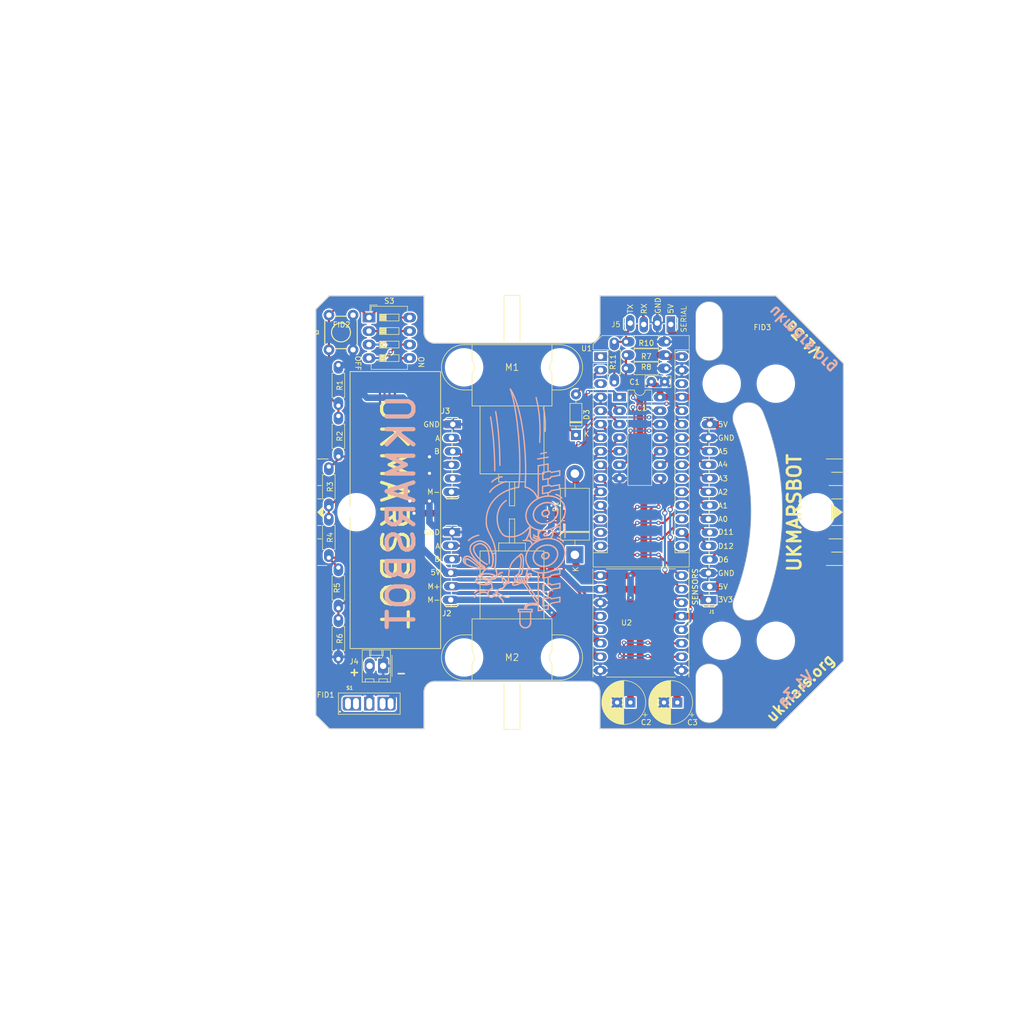
<source format=kicad_pcb>
(kicad_pcb (version 20241229) (generator "pcbnew") (generator_version "9.0")
  (layers (0 "F.Cu" signal) (2 "B.Cu" signal) (13 "F.Paste" user) (15 "B.Paste" user) (5 "F.SilkS" user "F.Silkscreen") (7 "B.SilkS" user "B.Silkscreen") (1 "F.Mask" user) (3 "B.Mask" user) (25 "Edge.Cuts" user))
  (net 0 "")
  (net 1 "5V")
  (net 2 "GND")
  (net 3 "/V_BATT")
  (net 4 "/LEFT_A")
  (net 5 "/LEFT_B")
  (net 6 "/LEFT_CLK_A")
  (net 7 "/RIGHT_A")
  (net 8 "/RIGHT_B")
  (net 9 "/RIGHT_CLK_A")
  (net 10 "/{slash}LEFT_DIR")
  (net 11 "/LEFT_DIR")
  (net 12 "/{slash}RIGHT_DIR")
  (net 13 "/RIGHT_DIR")
  (net 14 "/3V3")
  (net 15 "/USER_IO")
  (net 16 "/EMITTER_B")
  (net 17 "/EMITTER_A")
  (net 18 "/SENSOR_0")
  (net 19 "/SENSOR_1")
  (net 20 "/SENSOR_2")
  (net 21 "/SENSOR_3")
  (net 22 "/SENSOR_4")
  (net 23 "/SENSOR_5")
  (net 24 "/LEFT_MOTOR_1")
  (net 25 "/LEFT_MOTOR_2")
  (net 26 "/RIGHT_MOTOR_2")
  (net 27 "/RIGHT_MOTOR_1")
  (net 28 "/D13")
  (net 29 "/FUNCTION_SELECT")
  (net 30 "/SW_PWR")
  (net 31 "Net-(R2-Pad1)")
  (net 32 "Net-(R3-Pad1)")
  (net 33 "/BATTERY_VOLTS")
  (net 34 "/PWR_IN")
  (net 35 "/RXD")
  (net 36 "/TXD")
  (net 37 "/LEFT_PWM")
  (net 38 "/RIGHT_PWM")
  (net 40 "Net-(R4-Pad1)")
  (net 42 "Net-(R5-Pad2)")
  (net 45 "/RXD_BT")
  (net 46 "/TXD_BT")
  (footprint "ukmarsbot:R_Axial_DIN0207_L6.3mm_D2.5mm_P7.62mm_BIGPAD" (layer "F.Cu") (at 124.2 73 -90)
    (property "Reference" "R11")
    (property "Value" "4k7")
  )
  (footprint "ukmarsbot:SW_DIP_SPSTx04_Slide_6.7x11.72mm_W7.62mm_P2.54mm_LowProfile" (layer "F.Cu") (at 78.15 68.45)
    (property "Reference" "S3")
    (property "Value" "DIP-SW")
  )
  (footprint "Package_DIP:DIP-14_W7.62mm_LongPads" (layer "F.Cu") (at 125.175 83.4)
    (property "Reference" "IC1")
    (property "Value" "74HC86")
  )
  (footprint "Fiducial:Fiducial_0.75mm_Mask1.5mm" (layer "F.Cu") (at 152 72)
    (property "Reference" "FID3")
    (property "Value" "Fiducial_0.75mm_Mask1.5mm")
  )
  (footprint "ukmarsbot:TACTILE_SWITCH_PTH_6.0MM" (layer "F.Cu") (at 72.8894 71.2512 90)
    (property "Reference" "S2")
    (property "Value" "BUTTON")
  )
  (footprint "ukmarsbot:R_Axial_DIN0207_L6.3mm_D2.5mm_P7.62mm_BIGPAD" (layer "F.Cu") (at 70.6 113.55 90)
    (property "Reference" "R4")
    (property "Value" "2k2")
  )
  (footprint "ukmarsbot:MountingHole_3.2mm_M3_clearance" (layer "F.Cu") (at 154.53 80.87)
    (property "Reference" "H4" (hide yes))
    (property "Value" "MountingHole")
  )
  (footprint "ukmarsbot:R_Axial_DIN0207_L6.3mm_D2.5mm_P7.62mm_BIGPAD" (layer "F.Cu") (at 72.4 94.55 90)
    (property "Reference" "R2")
    (property "Value" "10k")
  )
  (footprint "Fiducial:Fiducial_0.75mm_Mask1.5mm" (layer "F.Cu") (at 73 71.5)
    (property "Reference" "FID2")
    (property "Value" "Fiducial_0.75mm_Mask1.5mm")
  )
  (footprint "ukmarsbot:MountingHole_3.2mm_M3_clearance" (layer "F.Cu") (at 75.8 105)
    (property "Reference" "H1" (hide yes))
    (property "Value" "MountingHole")
  )
  (footprint "ukmarsbot:R_Axial_DIN0207_L6.3mm_D2.5mm_P7.62mm_BIGPAD" (layer "F.Cu") (at 72.4 85 90)
    (property "Reference" "R1")
    (property "Value" "10k")
  )
  (footprint "ukmarsbot:MountingHole_3.2mm_M3_clearance" (layer "F.Cu") (at 154.53 129.13)
    (property "Reference" "H6" (hide yes))
    (property "Value" "MountingHole")
  )
  (footprint "ukmarsbot:R_Axial_DIN0207_L6.3mm_D2.5mm_P7.62mm_BIGPAD" (layer "F.Cu") (at 134 78 180)
    (property "Reference" "R8")
    (property "Value" "15k")
  )
  (footprint "Fiducial:Fiducial_0.75mm_Mask1.5mm" (layer "F.Cu") (at 70 141)
    (property "Reference" "FID1")
    (property "Value" "Fiducial_0.75mm_Mask1.5mm")
  )
  (footprint "ukmarsbot:Arduino_Nano" (layer "F.Cu") (at 121.63 75.78)
    (property "Reference" "U1")
    (property "Value" "Arduino_Nano")
  )
  (footprint "ukmarsbot:1X04_LOCK_LONGPADS" (layer "F.Cu") (at 134.81 69.75 -90)
    (property "Reference" "J5")
    (property "Value" "SERIAL")
  )
  (footprint "ukmarsbot:C_Rect_L4.6mm_W2.0mm_P2.50mm_MKS02_FKP02" (layer "F.Cu") (at 131.15 80.5)
    (property "Reference" "C1")
    (property "Value" "100n")
  )
  (footprint "ukmarsbot:MountingHole_3.2mm_M3_clearance" (layer "F.Cu") (at 162.1 105)
    (property "Reference" "H2" (hide yes))
    (property "Value" "MountingHole")
  )
  (footprint "ukmarsbot:MINI-METAL-GEARMOTOR-WITH-BRACKET" (layer "F.Cu") (at 105 132.275)
    (property "Reference" "M2")
    (property "Value" "Right Motor")
  )
  (footprint "ukmarsbot:MINI-METAL-GEARMOTOR-WITH-BRACKET" (layer "F.Cu") (at 105 77.8 180)
    (property "Reference" "M1")
    (property "Value" "Left Motor")
  )
  (footprint "ukmarsbot:MountingHole_3.2mm_M3_clearance" (layer "F.Cu") (at 144.37 129.13)
    (property "Reference" "H5" (hide yes))
    (property "Value" "MountingHole")
  )
  (footprint "Diode_THT:D_DO-35_SOD27_P7.62mm_Horizontal" (layer "F.Cu") (at 117 90.5 90)
    (property "Reference" "D3")
    (property "Value" "1N4148")
  )
  (footprint "Capacitor_THT:CP_Radial_D8.0mm_P2.50mm" (layer "F.Cu") (at 127.227651 140.725 180)
    (property "Reference" "C2")
    (property "Value" "330uF, 16V")
  )
  (footprint "ukmarsbot:1X06_LOCK_LONGPADS" (layer "F.Cu") (at 93.877 88.5)
    (property "Reference" "J3")
    (property "Value" "CONN_06SILK_FEMALE_PTH" (hide yes))
  )
  (footprint "Capacitor_THT:CP_Radial_D8.0mm_P2.50mm" (layer "F.Cu") (at 136.027651 140.725 180)
    (property "Reference" "C3")
    (property "Value" "330uF, 16V")
  )
  (footprint "ukmarsbot:MountingHole_3.2mm_M3_clearance" (layer "F.Cu") (at 144.37 80.87)
    (property "Reference" "H3" (hide yes))
    (property "Value" "MountingHole")
  )
  (footprint "Diode_THT:D_DO-201AD_P15.24mm_Horizontal" (layer "F.Cu") (at 116.8 113 90)
    (property "Reference" "D1")
    (property "Value" "1N5401")
  )
  (footprint "ukmarsbot:1X14_LOCK_LONGPADS" (layer "F.Cu") (at 141.877 121.5 180)
    (property "Reference" "J1")
    (property "Value" "SENSORS")
  )
  (footprint "ukmarsbot:R_Axial_DIN0207_L6.3mm_D2.5mm_P7.62mm_BIGPAD" (layer "F.Cu") (at 70.6 104.05 90)
    (property "Reference" "R3")
    (property "Value" "4k7")
  )
  (footprint "ukmarsbot:R_Axial_DIN0207_L6.3mm_D2.5mm_P7.62mm_BIGPAD" (layer "F.Cu") (at 126.4 73)
    (property "Reference" "R10")
    (property "Value" "10k")
  )
  (footprint "ukmarsbot:R_Axial_DIN0207_L6.3mm_D2.5mm_P7.62mm_BIGPAD" (layer "F.Cu") (at 72.4 132.55 90)
    (property "Reference" "R6")
    (property "Value" "470")
  )
  (footprint "ukmarsbot:1X06_LOCK_LONGPADS" (layer "F.Cu") (at 93.75 108.75)
    (property "Reference" "J2")
    (property "Value" "CONN_06SILK_FEMALE_PTH" (hide yes))
  )
  (footprint "ukmarsbot:TB6612FNG-module" (layer "F.Cu") (at 129.2 125.8)
    (property "Reference" "U2")
    (property "Value" "TB6612FNG-Module")
  )
  (footprint "ukmarsbot:R_Axial_DIN0207_L6.3mm_D2.5mm_P7.62mm_BIGPAD" (layer "F.Cu") (at 72.4 115.4 -90)
    (property "Reference" "R5")
    (property "Value" "1k0")
  )
  (footprint "ukmarsbot:R_Axial_DIN0207_L6.3mm_D2.5mm_P7.62mm_BIGPAD" (layer "F.Cu") (at 126.4 75.5)
    (property "Reference" "R7")
    (property "Value" "15k")
  )
  (footprint "ukmarsbot:SW_MINI-SPDT-RTECH-78-0564" (layer "F.Cu") (at 78.2 140.944724)
    (property "Reference" "S1")
    (property "Value" "sub-miniature, SPDT")
  )
  (footprint "Connector_Molex:Molex_KK-254_AE-6410-02A_1x02_P2.54mm_Vertical" (layer "F.Cu") (at 80.8 133.85 180)
    (property "Reference" "J4")
    (property "Value" "POWER")
  )
  (gr_line (start 167 112.5) (end 165 112.5) (stroke (width 0.15)) (layer "F.SilkS"))
  (gr_line (start 167 115) (end 164 115) (stroke (width 0.15)) (layer "F.SilkS"))
  (gr_poly (pts (xy 69.5 106) (xy 68.5 105) (xy 69.5 104)) (stroke (width 0.15)) (fill yes) (layer "F.SilkS"))
  (gr_line (start 68.5 110) (end 69.2 110) (stroke (width 0.15)) (layer "F.SilkS"))
  (gr_line (start 68.5 107.5) (end 69.2 107.5) (stroke (width 0.15)) (layer "F.SilkS"))
  (gr_line (start 167 102.5) (end 165 102.5) (stroke (width 0.15)) (layer "F.SilkS"))
  (gr_line (start 167 95) (end 164 95) (stroke (width 0.15)) (layer "F.SilkS"))
  (gr_line (start 167 100) (end 164.5 100) (stroke (width 0.15)) (layer "F.SilkS"))
  (gr_line (start 167 97.5) (end 165 97.5) (stroke (width 0.15)) (layer "F.SilkS"))
  (gr_line (start 167 110) (end 164.5 110) (stroke (width 0.15)) (layer "F.SilkS"))
  (gr_rect (start 74.6 78.6) (end 91.6 130.6) (stroke (width 0.15)) (fill no) (layer "F.SilkS"))
  (gr_line (start 68.5 115) (end 70.25 115) (stroke (width 0.15)) (layer "F.SilkS"))
  (gr_poly (pts (xy 167 105) (xy 165 106.5) (xy 165 103.5)) (stroke (width 0.15)) (fill yes) (layer "F.SilkS"))
  (gr_line (start 68.5 102.5) (end 69.2 102.5) (stroke (width 0.15)) (layer "F.SilkS"))
  (gr_line (start 167 107.5) (end 165 107.5) (stroke (width 0.15)) (layer "F.SilkS"))
  (gr_line (start 68.5 100) (end 69.2 100) (stroke (width 0.15)) (layer "F.SilkS"))
  (gr_line (start 68.5 95) (end 70.5 95) (stroke (width 0.15)) (layer "F.SilkS"))
  (gr_line (start 98.742416 119.632933) (end 98.821561 119.612918) (stroke (width 0.25)) (layer "B.SilkS"))
  (gr_line (start 101.887326 117.426465) (end 101.818499 117.462903) (stroke (width 0.25)) (layer "B.SilkS"))
  (gr_line (start 100.097206 117.671195) (end 100.162476 117.68765) (stroke (width 0.25)) (layer "B.SilkS"))
  (gr_line (start 109.047106 101.18176) (end 109.141034 101.285313) (stroke (width 0.25)) (layer "B.SilkS"))
  (gr_line (start 106.072606 117.472603) (end 106.071693 117.412591) (stroke (width 0.25)) (layer "B.SilkS"))
  (gr_line (start 111.189742 109.440982) (end 111.176643 109.438) (stroke (width 0.25)) (layer "B.SilkS"))
  (gr_line (start 113.573852 104.662717) (end 113.583624 104.758715) (stroke (width 0.25)) (layer "B.SilkS"))
  (gr_line (start 105.594535 117.873507) (end 105.598657 117.875525) (stroke (width 0.25)) (layer "B.SilkS"))
  (gr_line (start 110.887398 104.794291) (end 110.913763 104.773718) (stroke (width 0.25)) (layer "B.SilkS"))
  (gr_line (start 96.012233 113.567003) (end 96.032839 113.535668) (stroke (width 0.25)) (layer "B.SilkS"))
  (gr_line (start 101.993616 115.912263) (end 101.975 115.874523) (stroke (width 0.25)) (layer "B.SilkS"))
  (gr_line (start 100.918064 118.064786) (end 100.938173 118.090116) (stroke (width 0.25)) (layer "B.SilkS"))
  (gr_line (start 107.469721 118.19958) (end 107.440688 118.194086) (stroke (width 0.25)) (layer "B.SilkS"))
  (gr_line (start 111.415403 115.124036) (end 111.303192 115.142917) (stroke (width 0.25)) (layer "B.SilkS"))
  (gr_line (start 105.590558 117.857791) (end 105.58946 117.861453) (stroke (width 0.25)) (layer "B.SilkS"))
  (gr_line (start 103.856633 109.522751) (end 103.713669 109.480398) (stroke (width 0.25)) (layer "B.SilkS"))
  (gr_line (start 108.977413 110.238636) (end 108.893234 110.190317) (stroke (width 0.25)) (layer "B.SilkS"))
  (gr_line (start 106.709977 116.661191) (end 106.731854 116.640234) (stroke (width 0.25)) (layer "B.SilkS"))
  (gr_line (start 110.037672 108.888265) (end 110.058776 108.846242) (stroke (width 0.25)) (layer "B.SilkS"))
  (gr_line (start 105.591652 117.871021) (end 105.594535 117.873507) (stroke (width 0.25)) (layer "B.SilkS"))
  (gr_line (start 114.89976 113.248657) (end 114.863307 113.404001) (stroke (width 0.25)) (layer "B.SilkS"))
  (gr_line (start 98.348642 119.793775) (end 98.424274 119.753829) (stroke (width 0.25)) (layer "B.SilkS"))
  (gr_line (start 108.490442 109.722718) (end 108.473178 109.675659) (stroke (width 0.25)) (layer "B.SilkS"))
  (gr_line (start 112.25674 108.23377) (end 112.286711 108.253635) (stroke (width 0.25)) (layer "B.SilkS"))
  (gr_line (start 97.941558 114.077871) (end 98.312297 114.4019) (stroke (width 0.25)) (layer "B.SilkS"))
  (gr_line (start 102.580576 120.304678) (end 101.826777 119.946915) (stroke (width 0.25)) (layer "B.SilkS"))
  (gr_line (start 110.776437 107.191272) (end 110.669864 107.181771) (stroke (width 0.25)) (layer "B.SilkS"))
  (gr_line (start 112.608243 109.275315) (end 112.582658 109.359775) (stroke (width 0.25)) (layer "B.SilkS"))
  (gr_line (start 111.480812 109.364475) (end 111.469093 109.373619) (stroke (width 0.25)) (layer "B.SilkS"))
  (gr_line (start 106.477434 113.030213) (end 106.426223 113.073005) (stroke (width 0.25)) (layer "B.SilkS"))
  (gr_line (start 101.189324 115.25212) (end 101.113631 115.396389) (stroke (width 0.25)) (layer "B.SilkS"))
  (gr_line (start 100.956282 117.594968) (end 100.822537 117.59019) (stroke (width 0.25)) (layer "B.SilkS"))
  (gr_line (start 98.058242 112.728918) (end 98.162749 112.896271) (stroke (width 0.25)) (layer "B.SilkS"))
  (gr_line (start 108.634564 107.758458) (end 108.513419 107.659914) (stroke (width 0.25)) (layer "B.SilkS"))
  (gr_line (start 110.336974 115.100329) (end 110.237871 115.072842) (stroke (width 0.25)) (layer "B.SilkS"))
  (gr_line (start 113.550399 112.636992) (end 113.560171 112.73299) (stroke (width 0.25)) (layer "B.SilkS"))
  (gr_line (start 107.500318 122.627532) (end 107.461473 122.704765) (stroke (width 0.25)) (layer "B.SilkS"))
  (gr_line (start 104.217152 118.344259) (end 104.189603 118.341473) (stroke (width 0.25)) (layer "B.SilkS"))
  (gr_line (start 111.800811 113.449226) (end 111.78043 113.473555) (stroke (width 0.25)) (layer "B.SilkS"))
  (gr_line (start 110.631499 113.402641) (end 110.623609 113.375448) (stroke (width 0.25)) (layer "B.SilkS"))
  (gr_line (start 100.99169 118.241823) (end 100.988844 118.266639) (stroke (width 0.25)) (layer "B.SilkS"))
  (gr_line (start 109.988774 102.390091) (end 109.988774 102.390091) (stroke (width 0.25)) (layer "B.SilkS"))
  (gr_line (start 105.644724 117.838493) (end 105.644962 117.833709) (stroke (width 0.25)) (layer "B.SilkS"))
  (gr_line (start 100.45782 117.782193) (end 100.510255 117.803238) (stroke (width 0.25)) (layer "B.SilkS"))
  (gr_line (start 103.368007 118.24874) (end 103.409641 118.371078) (stroke (width 0.25)) (layer "B.SilkS"))
  (gr_line (start 97.572055 113.773821) (end 97.755306 113.921481) (stroke (width 0.25)) (layer "B.SilkS"))
  (gr_line (start 113.988291 121.797837) (end 113.988291 121.797837) (stroke (width 0.25)) (layer "B.SilkS"))
  (gr_line (start 103.144618 98.349438) (end 103.049576 98.355015) (stroke (width 0.25)) (layer "B.SilkS"))
  (gr_line (start 108.624666 103.360923) (end 108.751009 103.233852) (stroke (width 0.25)) (layer "B.SilkS"))
  (gr_line (start 100.737755 114.012385) (end 100.729566 113.814753) (stroke (width 0.25)) (layer "B.SilkS"))
  (gr_line (start 101.205928 112.610492) (end 101.168573 112.508231) (stroke (width 0.25)) (layer "B.SilkS"))
  (gr_line (start 108.280644 117.209424) (end 108.352555 117.138766) (stroke (width 0.25)) (layer "B.SilkS"))
  (gr_line (start 105.625984 117.800773) (end 105.612402 117.782236) (stroke (width 0.25)) (layer "B.SilkS"))
  (gr_line (start 110.89687 85.381969) (end 111.000305 85.873594) (stroke (width 0.25)) (layer "B.SilkS"))
  (gr_line (start 103.452983 118.496127) (end 103.473355 118.558625) (stroke (width 0.25)) (layer "B.SilkS"))
  (gr_line (start 100.131105 117.489773) (end 100.065835 117.473317) (stroke (width 0.25)) (layer "B.SilkS"))
  (gr_line (start 111.531535 109.313525) (end 111.522476 109.324338) (stroke (width 0.25)) (layer "B.SilkS"))
  (gr_line (start 114.842081 105.584265) (end 114.789305 105.737663) (stroke (width 0.25)) (layer "B.SilkS"))
  (gr_line (start 100.572231 120.683742) (end 100.527089 120.607747) (stroke (width 0.25)) (layer "B.SilkS"))
  (gr_line (start 113.510032 104.379522) (end 113.537139 104.472948) (stroke (width 0.25)) (layer "B.SilkS"))
  (gr_line (start 100.159947 106.919762) (end 100.159947 106.919762) (stroke (width 0.25)) (layer "B.SilkS"))
  (gr_line (start 98.444453 118.265735) (end 98.407068 118.241731) (stroke (width 0.25)) (layer "B.SilkS"))
  (gr_line (start 105.239554 114.157164) (end 105.161461 114.248707) (stroke (width 0.25)) (layer "B.SilkS"))
  (gr_line (start 107.515485 108.560295) (end 107.288519 108.743654) (stroke (width 0.25)) (layer "B.SilkS"))
  (gr_line (start 113.343672 104.023639) (end 113.39325 104.108179) (stroke (width 0.25)) (layer "B.SilkS"))
  (gr_line (start 114.647425 111.421865) (end 114.719302 111.563954) (stroke (width 0.25)) (layer "B.SilkS"))
  (gr_line (start 109.067686 109.298677) (end 109.057016 109.284093) (stroke (width 0.25)) (layer "B.SilkS"))
  (gr_line (start 112.929629 111.571505) (end 113.004886 111.632717) (stroke (width 0.25)) (layer "B.SilkS"))
  (gr_line (start 106.223499 90.717453) (end 105.952385 88.135339) (stroke (width 0.25)) (layer "B.SilkS"))
  (gr_line (start 106.895708 117.744248) (end 106.873578 117.70708) (stroke (width 0.25)) (layer "B.SilkS"))
  (gr_line (start 114.949893 107.266752) (end 114.949893 109.785626) (stroke (width 0.25)) (layer "B.SilkS"))
  (gr_line (start 106.495615 125.844488) (end 106.489759 125.795519) (stroke (width 0.25)) (layer "B.SilkS"))
  (gr_line (start 111.753033 115.037836) (end 111.640509 115.071542) (stroke (width 0.25)) (layer "B.SilkS"))
  (gr_line (start 101.986073 117.068553) (end 102.003089 117.093945) (stroke (width 0.25)) (layer "B.SilkS"))
  (gr_line (start 110.8019 120.02163) (end 110.8019 118.689591) (stroke (width 0.25)) (layer "B.SilkS"))
  (gr_line (start 107.882612 117.727764) (end 107.884477 117.731383) (stroke (width 0.25)) (layer "B.SilkS"))
  (gr_line (start 110.461182 111.425606) (end 110.572351 111.376656) (stroke (width 0.25)) (layer "B.SilkS"))
  (gr_poly (pts (xy 101.052965 117.284688) (xy 101.053832 117.291336) (xy 101.055261 117.297888) (xy 101.057237 117.304335) (xy 101.059747 117.310669) (xy 101.062775 117.316882) (xy 101.066308 117.322965) (xy 101.070331 117.32891) (xy 101.074831 117.334709) (xy 101.079794 117.340354) (xy 101.085204 117.345837) (xy 101.091049 117.351149) (xy 101.097314 117.356282) (xy 101.103985 117.361227) (xy 101.111048 117.365978) (xy 101.118489 117.370525) (xy 101.126293 117.37486) (xy 101.134446 117.378975) (xy 101.142935 117.382861) (xy 101.151746 117.386511) (xy 101.160863 117.389917) (xy 101.170273 117.393069) (xy 101.179962 117.395961) (xy 101.189916 117.398582) (xy 101.200121 117.400927) (xy 101.210562 117.402985) (xy 101.221225 117.404749) (xy 101.232097 117.406211) (xy 101.243163 117.407362) (xy 101.254409 117.408195) (xy 101.265821 117.408701) (xy 101.277384 117.408871) (xy 101.30036 117.408195) (xy 101.322672 117.406211) (xy 101.344207 117.402985) (xy 101.364853 117.398582) (xy 101.384496 117.393069) (xy 101.403023 117.386511) (xy 101.420323 117.378975) (xy 101.43628 117.370525) (xy 101.450784 117.361227) (xy 101.46372 117.351149) (xy 101.474975 117.340354) (xy 101.479938 117.334709) (xy 101.484438 117.32891) (xy 101.488461 117.322965) (xy 101.491994 117.316882) (xy 101.495022 117.310669) (xy 101.497532 117.304335) (xy 101.499508 117.297888) (xy 101.500937 117.291336) (xy 101.501804 117.284688) (xy 101.502097 117.277951) (xy 101.501804 117.271213) (xy 101.500937 117.264564) (xy 101.499508 117.258012) (xy 101.497532 117.251565) (xy 101.495022 117.24523) (xy 101.491994 117.239018) (xy 101.488461 117.232934) (xy 101.484438 117.226989) (xy 101.479938 117.221189) (xy 101.474975 117.215544) (xy 101.469565 117.210062) (xy 101.46372 117.204749) (xy 101.457455 117.199616) (xy 101.450784 117.194671) (xy 101.443721 117.18992) (xy 101.43628 117.185373) (xy 101.428476 117.181038) (xy 101.420323 117.176923) (xy 101.411834 117.173036) (xy 101.403023 117.169386) (xy 101.393906 117.165981) (xy 101.384496 117.162828) (xy 101.374807 117.159937) (xy 101.364853 117.157315) (xy 101.354648 117.154971) (xy 101.344207 117.152912) (xy 101.333544 117.151148) (xy 101.322672 117.149686) (xy 101.311606 117.148535) (xy 101.30036 117.147702) (xy 101.288948 117.147197) (xy 101.277384 117.147026) (xy 101.254409 117.147702) (xy 101.232097 117.149686) (xy 101.210562 117.152912) (xy 101.189916 117.157315) (xy 101.170273 117.162828) (xy 101.151746 117.169386) (xy 101.134446 117.176923) (xy 101.118489 117.185373) (xy 101.103985 117.194671) (xy 101.091049 117.204749) (xy 101.079794 117.215544) (xy 101.074831 117.221189) (xy 101.070331 117.226989) (xy 101.066308 117.232934) (xy 101.062775 117.239018) (xy 101.059747 117.24523) (xy 101.057237 117.251565) (xy 101.055261 117.258012) (xy 101.053832 117.264564) (xy 101.052965 117.271213) (xy 101.052672 117.277951)) (stroke (width 0.25)) (fill yes) (layer "B.SilkS"))
  (gr_line (start 106.596355 113.428562) (end 106.5575 113.35528) (stroke (width 0.25)) (layer "B.SilkS"))
  (gr_line (start 107.246428 118.309614) (end 107.230478 118.301977) (stroke (width 0.25)) (layer "B.SilkS"))
  (gr_line (start 106.236607 100.303183) (end 106.236607 100.303183) (stroke (width 0.25)) (layer "B.SilkS"))
  (gr_line (start 107.890607 117.892843) (end 107.889236 117.896102) (stroke (width 0.25)) (layer "B.SilkS"))
  (gr_line (start 103.904836 118.47049) (end 103.90595 118.494879) (stroke (width 0.25)) (layer "B.SilkS"))
  (gr_line (start 105.753683 116.930777) (end 105.814126 116.888468) (stroke (width 0.25)) (layer "B.SilkS"))
  (gr_line (start 111.611177 101.97181) (end 111.788611 101.964604) (stroke (width 0.25)) (layer "B.SilkS"))
  (gr_line (start 99.766078 115.532336) (end 99.703353 115.558174) (stroke (width 0.25)) (layer "B.SilkS"))
  (gr_line (start 110.719853 104.985319) (end 110.736353 104.959337) (stroke (width 0.25)) (layer "B.SilkS"))
  (gr_line (start 109.572092 101.917016) (end 109.647201 102.067789) (stroke (width 0.25)) (layer "B.SilkS"))
  (gr_line (start 101.131062 115.335861) (end 101.070019 115.332337) (stroke (width 0.25)) (layer "B.SilkS"))
  (gr_line (start 104.444369 118.131124) (end 104.446604 118.142509) (stroke (width 0.25)) (layer "B.SilkS"))
  (gr_line (start 111.933243 112.984503) (end 111.937744 113.012245) (stroke (width 0.25)) (layer "B.SilkS"))
  (gr_line (start 99.44622 110.482383) (end 99.34749 110.452619) (stroke (width 0.25)) (layer "B.SilkS"))
  (gr_line (start 99.286725 116.798065) (end 99.331604 116.753462) (stroke (width 0.25)) (layer "B.SilkS"))
  (gr_line (start 107.195807 118.0838) (end 107.17151 118.065598) (stroke (width 0.25)) (layer "B.SilkS"))
  (gr_line (start 105.567218 117.949631) (end 105.483376 118.027602) (stroke (width 0.25)) (layer "B.SilkS"))
  (gr_line (start 100.471172 120.435077) (end 100.462306 120.339998) (stroke (width 0.25)) (layer "B.SilkS"))
  (gr_line (start 104.189603 118.341473) (end 104.184611 118.340661) (stroke (width 0.25)) (layer "B.SilkS"))
  (gr_line (start 111.56815 109.255898) (end 111.562021 109.267824) (stroke (width 0.25)) (layer "B.SilkS"))
  (gr_line (start 109.442223 110.386654) (end 109.345803 110.369479) (stroke (width 0.25)) (layer "B.SilkS"))
  (gr_line (start 107.754788 104.799262) (end 107.807564 104.645863) (stroke (width 0.25)) (layer "B.SilkS"))
  (gr_line (start 112.374793 97.51486) (end 113.96276 97.235443) (stroke (width 0.25)) (layer "B.SilkS"))
  (gr_line (start 100.941588 118.3629) (end 100.941588 118.3629) (stroke (width 0.25)) (layer "B.SilkS"))
  (gr_line (start 106.509888 118.222972) (end 106.425869 118.199551) (stroke (width 0.25)) (layer "B.SilkS"))
  (gr_line (start 112.857209 114.382162) (end 112.774607 114.458519) (stroke (width 0.25)) (layer "B.SilkS"))
  (gr_line (start 99.604772 116.171004) (end 99.549152 116.247749) (stroke (width 0.25)) (layer "B.SilkS"))
  (gr_line (start 113.207018 111.840195) (end 113.265898 111.917145) (stroke (width 0.25)) (layer "B.SilkS"))
  (gr_line (start 99.103321 115.103241) (end 99.216719 115.194981) (stroke (width 0.25)) (layer "B.SilkS"))
  (gr_line (start 99.34749 110.452619) (end 99.247704 110.428907) (stroke (width 0.25)) (layer "B.SilkS"))
  (gr_line (start 99.410891 116.475207) (end 99.35951 116.498377) (stroke (width 0.25)) (layer "B.SilkS"))
  (gr_line (start 108.855403 100.995565) (end 108.951735 101.085256) (stroke (width 0.25)) (layer "B.SilkS"))
  (gr_line (start 106.114827 117.812226) (end 106.09736 117.767889) (stroke (width 0.25)) (layer "B.SilkS"))
  (gr_line (start 111.154881 113.749665) (end 111.123451 113.748243) (stroke (width 0.25)) (layer "B.SilkS"))
  (gr_line (start 108.289854 107.443563) (end 108.188032 107.325905) (stroke (width 0.25)) (layer "B.SilkS"))
  (gr_line (start 106.671581 114.678429) (end 106.696496 114.41197) (stroke (width 0.25)) (layer "B.SilkS"))
  (gr_line (start 103.435504 109.326975) (end 103.3017 109.218405) (stroke (width 0.25)) (layer "B.SilkS"))
  (gr_line (start 98.669519 109.347971) (end 98.561979 109.364249) (stroke (width 0.25)) (layer "B.SilkS"))
  (gr_line (start 107.02503 117.919721) (end 106.998094 117.887204) (stroke (width 0.25)) (layer "B.SilkS"))
  (gr_line (start 111.414547 113.711064) (end 111.381793 113.720875) (stroke (width 0.25)) (layer "B.SilkS"))
  (gr_line (start 112.768411 111.461283) (end 112.850742 111.514345) (stroke (width 0.25)) (layer "B.SilkS"))
  (gr_line (start 103.330686 121.865081) (end 103.325735 121.82842) (stroke (width 0.25)) (layer "B.SilkS"))
  (gr_line (start 108.283988 107.760357) (end 108.112678 107.965778) (stroke (width 0.25)) (layer "B.SilkS"))
  (gr_line (start 105.814688 118.620714) (end 105.934251 118.584466) (stroke (width 0.25)) (layer "B.SilkS"))
  (gr_line (start 113.398822 110.271119) (end 113.54155 110.34312) (stroke (width 0.25)) (layer "B.SilkS"))
  (gr_line (start 99.667976 117.336061) (end 99.620312 117.313845) (stroke (width 0.25)) (layer "B.SilkS"))
  (gr_line (start 104.418177 118.296639) (end 104.418363 118.293916) (stroke (width 0.25)) (layer "B.SilkS"))
  (gr_line (start 103.318953 121.792613) (end 103.310428 121.757635) (stroke (width 0.25)) (layer "B.SilkS"))
  (gr_line (start 96.576185 113.283881) (end 96.629965 113.281289) (stroke (width 0.25)) (layer "B.SilkS"))
  (gr_line (start 111.126874 109.001905) (end 111.139093 108.993162) (stroke (width 0.25)) (layer "B.SilkS"))
  (gr_line (start 112.03147 103.215678) (end 112.134679 103.234266) (stroke (width 0.25)) (layer "B.SilkS"))
  (gr_line (start 111.710119 105.589554) (end 111.683754 105.610127) (stroke (width 0.25)) (layer "B.SilkS"))
  (gr_line (start 107.327216 118.157852) (end 107.299809 118.145451) (stroke (width 0.25)) (layer "B.SilkS"))
  (gr_line (start 111.178637 108.969556) (end 111.192746 108.962637) (stroke (width 0.25)) (layer "B.SilkS"))
  (gr_line (start 107.181117 118.292364) (end 107.17759 118.29355) (stroke (width 0.25)) (layer "B.SilkS"))
  (gr_line (start 99.017907 118.494736) (end 98.954614 118.477403) (stroke (width 0.25)) (layer "B.SilkS"))
  (gr_line (start 109.322625 101.514501) (end 109.40932 101.640607) (stroke (width 0.25)) (layer "B.SilkS"))
  (gr_line (start 109.828898 122.204041) (end 107.203482 118.363186) (stroke (width 0.25)) (layer "B.SilkS"))
  (gr_line (start 110.999506 104.717605) (end 111.030222 104.700937) (stroke (width 0.25)) (layer "B.SilkS"))
  (gr_line (start 114.789305 105.737663) (end 114.728569 105.889674) (stroke (width 0.25)) (layer "B.SilkS"))
  (gr_line (start 105.637633 117.859892) (end 105.641156 117.851515) (stroke (width 0.25)) (layer "B.SilkS"))
  (gr_line (start 95.960504 113.672215) (end 95.976109 113.635268) (stroke (width 0.25)) (layer "B.SilkS"))
  (gr_line (start 102.003089 117.093945) (end 102.016949 117.119355) (stroke (width 0.25)) (layer "B.SilkS"))
  (gr_line (start 102.027857 115.990552) (end 102.011239 115.950946) (stroke (width 0.25)) (layer "B.SilkS"))
  (gr_line (start 101.793346 115.316376) (end 101.827299 115.155057) (stroke (width 0.25)) (layer "B.SilkS"))
  (gr_line (start 103.52855 118.906926) (end 103.524812 118.93219) (stroke (width 0.25)) (layer "B.SilkS"))
  (gr_line (start 110.299889 108.530173) (end 110.339039 108.493716) (stroke (width 0.25)) (layer "B.SilkS"))
  (gr_line (start 107.7912 106.647561) (end 107.737991 106.499094) (stroke (width 0.25)) (layer "B.SilkS"))
  (gr_line (start 104.27722 118.347018) (end 104.260588 118.346943) (stroke (width 0.25)) (layer "B.SilkS"))
  (gr_line (start 107.83123 126.63931) (end 107.784696 126.655024) (stroke (width 0.25)) (layer "B.SilkS"))
  (gr_line (start 99.724781 116.592815) (end 99.831112 116.573792) (stroke (width 0.25)) (layer "B.SilkS"))
  (gr_line (start 107.784696 126.655024) (end 107.737172 126.668493) (stroke (width 0.25)) (layer "B.SilkS"))
  (gr_line (start 107.278472 117.614012) (end 107.257453 117.558471) (stroke (width 0.25)) (layer "B.SilkS"))
  (gr_line (start 106.239963 116.997091) (end 106.296385 116.952987) (stroke (width 0.25)) (layer "B.SilkS"))
  (gr_line (start 111.562633 109.036643) (end 111.569046 109.047579) (stroke (width 0.25)) (layer "B.SilkS"))
  (gr_line (start 110.976086 112.691907) (end 111.006801 112.675239) (stroke (width 0.25)) (layer "B.SilkS"))
  (gr_line (start 111.863881 116.233628) (end 111.682618 116.279852) (stroke (width 0.25)) (layer "B.SilkS"))
  (gr_line (start 101.422407 114.39113) (end 101.393638 114.57568) (stroke (width 0.25)) (layer "B.SilkS"))
  (gr_line (start 99.685435 115.417889) (end 99.731153 115.434787) (stroke (width 0.25)) (layer "B.SilkS"))
  (gr_line (start 109.398283 109.95093) (end 109.338075 109.92157) (stroke (width 0.25)) (layer "B.SilkS"))
  (gr_line (start 111.539806 109.006788) (end 111.547988 109.016242) (stroke (width 0.25)) (layer "B.SilkS"))
  (gr_line (start 99.640492 111.09992) (end 99.574454 111.063532) (stroke (width 0.25)) (layer "B.SilkS"))
  (gr_line (start 111.8378 112.780326) (end 111.854938 112.802724) (stroke (width 0.25)) (layer "B.SilkS"))
  (gr_line (start 101.25471 115.096035) (end 101.189324 115.25212) (stroke (width 0.25)) (layer "B.SilkS"))
  (gr_line (start 112.504232 108.501715) (end 112.521475 108.533865) (stroke (width 0.25)) (layer "B.SilkS"))
  (gr_line (start 109.008409 115.988896) (end 108.870629 115.910146) (stroke (width 0.25)) (layer "B.SilkS"))
  (gr_line (start 106.628825 113.510934) (end 106.596355 113.428562) (stroke (width 0.25)) (layer "B.SilkS"))
  (gr_line (start 100.94613 115.335038) (end 100.883453 115.34121) (stroke (width 0.25)) (layer "B.SilkS"))
  (gr_line (start 105.58991 117.868137) (end 105.591652 117.871021) (stroke (width 0.25)) (layer "B.SilkS"))
  (gr_line (start 109.048748 109.270161) (end 109.043017 109.256964) (stroke (width 0.25)) (layer "B.SilkS"))
  (gr_line (start 102.929788 108.780263) (end 102.81798 108.600905) (stroke (width 0.25)) (layer "B.SilkS"))
  (gr_line (start 108.735415 110.919625) (end 108.751336 110.994214) (stroke (width 0.25)) (layer "B.SilkS"))
  (gr_line (start 100.80053 111.641401) (end 100.686394 111.463547) (stroke (width 0.25)) (layer "B.SilkS"))
  (gr_line (start 107.409509 122.880347) (end 107.397446 122.979236) (stroke (width 0.25)) (layer "B.SilkS"))
  (gr_line (start 99.156602 110.925808) (end 99.084468 110.918157) (stroke (width 0.25)) (layer "B.SilkS"))
  (gr_line (start 109.973407 109.060394) (end 109.986447 109.016828) (stroke (width 0.25)) (layer "B.SilkS"))
  (gr_line (start 100.560336 117.824889) (end 100.608 117.847102) (stroke (width 0.25)) (layer "B.SilkS"))
  (gr_line (start 105.952385 88.135339) (end 105.785035 86.900421) (stroke (width 0.25)) (layer "B.SilkS"))
  (gr_line (start 111.269708 103.214739) (end 111.381443 103.200705) (stroke (width 0.25)) (layer "B.SilkS"))
  (gr_line (start 108.488444 125.700817) (end 108.487141 125.752214) (stroke (width 0.25)) (layer "B.SilkS"))
  (gr_line (start 101.62156 110.970483) (end 101.559578 110.77636) (stroke (width 0.25)) (layer "B.SilkS"))
  (gr_line (start 112.400325 118.646832) (end 112.400325 118.646832) (stroke (width 0.25)) (layer "B.SilkS"))
  (gr_line (start 111.349015 113.729234) (end 111.316268 113.736155) (stroke (width 0.25)) (layer "B.SilkS"))
  (gr_line (start 104.338916 117.947084) (end 104.347265 117.95869) (stroke (width 0.25)) (layer "B.SilkS"))
  (gr_line (start 106.609049 118.254633) (end 106.581928 118.244424) (stroke (width 0.25)) (layer "B.SilkS"))
  (gr_line (start 112.400325 118.646832) (end 113.988291 118.3676) (stroke (width 0.25)) (layer "B.SilkS"))
  (gr_line (start 98.847527 116.847683) (end 98.781124 116.911006) (stroke (width 0.25)) (layer "B.SilkS"))
  (gr_line (start 108.44341 125.99785) (end 108.427662 126.044268) (stroke (width 0.25)) (layer "B.SilkS"))
  (gr_line (start 106.514241 125.940043) (end 106.503796 125.892682) (stroke (width 0.25)) (layer "B.SilkS"))
  (gr_line (start 109.012727 105.624664) (end 109.008567 105.528153) (stroke (width 0.25)) (layer "B.SilkS"))
  (gr_line (start 97.192551 114.07202) (end 96.934121 113.920354) (stroke (width 0.25)) (layer "B.SilkS"))
  (gr_line (start 98.803018 120.217941) (end 98.916777 120.168181) (stroke (width 0.25)) (layer "B.SilkS"))
  (gr_line (start 102.277345 107.007416) (end 102.243072 106.746492) (stroke (width 0.25)) (layer "B.SilkS"))
  (gr_line (start 100.310422 105.278171) (end 100.376496 105.011874) (stroke (width 0.25)) (layer "B.SilkS"))
  (gr_line (start 112.225716 116.117014) (end 112.045013 116.179374) (stroke (width 0.25)) (layer "B.SilkS"))
  (gr_line (start 103.524812 118.93219) (end 103.519338 118.956631) (stroke (width 0.25)) (layer "B.SilkS"))
  (gr_line (start 109.228538 122.128022) (end 109.034322 122.119055) (stroke (width 0.25)) (layer "B.SilkS"))
  (gr_line (start 106.807825 117.546792) (end 106.805 117.530583) (stroke (width 0.25)) (layer "B.SilkS"))
  (gr_line (start 102.073252 117.257553) (end 102.09105 117.181438) (stroke (width 0.25)) (layer "B.SilkS"))
  (gr_line (start 107.440688 118.194086) (end 107.411862 118.187123) (stroke (width 0.25)) (layer "B.SilkS"))
  (gr_line (start 101.331548 117.580016) (end 101.211653 117.58979) (stroke (width 0.25)) (layer "B.SilkS"))
  (gr_line (start 112.333621 100.95797) (end 112.333621 100.95797) (stroke (width 0.25)) (layer "B.SilkS"))
  (gr_line (start 98.654271 117.046387) (end 98.594028 117.118169) (stroke (width 0.25)) (layer "B.SilkS"))
  (gr_line (start 104.142419 118.307723) (end 104.13699 118.298744) (stroke (width 0.25)) (layer "B.SilkS"))
  (gr_line (start 107.340809 117.731536) (end 107.306562 117.67232) (stroke (width 0.25)) (layer "B.SilkS"))
  (gr_line (start 104.691321 81.89807) (end 104.691321 81.89807) (stroke (width 0.25)) (layer "B.SilkS"))
  (gr_line (start 107.129387 113.942277) (end 107.10846 113.675671) (stroke (width 0.25)) (layer "B.SilkS"))
  (gr_line (start 99.37947 115.278571) (end 99.479048 115.327074) (stroke (width 0.25)) (layer "B.SilkS"))
  (gr_line (start 112.224599 108.214367) (end 112.25674 108.23377) (stroke (width 0.25)) (layer "B.SilkS"))
  (gr_line (start 103.801041 118.286591) (end 103.812793 118.293347) (stroke (width 0.25)) (layer "B.SilkS"))
  (gr_line (start 109.257276 104.572629) (end 109.309345 104.481816) (stroke (width 0.25)) (layer "B.SilkS"))
  (gr_line (start 114.782215 111.710212) (end 114.835424 111.85868) (stroke (width 0.25)) (layer "B.SilkS"))
  (gr_line (start 108.289449 126.298526) (end 108.259714 126.336274) (stroke (width 0.25)) (layer "B.SilkS"))
  (gr_line (start 107.841649 109.802584) (end 107.770975 109.928143) (stroke (width 0.25)) (layer "B.SilkS"))
  (gr_line (start 110.690906 105.038585) (end 110.704696 105.011752) (stroke (width 0.25)) (layer "B.SilkS"))
  (gr_line (start 107.879999 117.908815) (end 107.872726 117.916048) (stroke (width 0.25)) (layer "B.SilkS"))
  (gr_line (start 111.854938 112.802724) (end 111.870749 112.826233) (stroke (width 0.25)) (layer "B.SilkS"))
  (gr_line (start 108.697581 110.786889) (end 108.717525 110.850587) (stroke (width 0.25)) (layer "B.SilkS"))
  (gr_line (start 107.126141 114.524047) (end 107.134615 114.227266) (stroke (width 0.25)) (layer "B.SilkS"))
  (gr_line (start 101.862301 98.805336) (end 101.728716 98.887392) (stroke (width 0.25)) (layer "B.SilkS"))
  (gr_line (start 111.201657 112.603221) (end 111.234404 112.5963) (stroke (width 0.25)) (layer "B.SilkS"))
  (gr_line (start 98.424274 119.753829) (end 98.502327 119.717674) (stroke (width 0.25)) (layer "B.SilkS"))
  (gr_line (start 105.283947 118.244301) (end 105.258682 118.277479) (stroke (width 0.25)) (layer "B.SilkS"))
  (gr_line (start 108.169488 122.467917) (end 108.097181 122.494814) (stroke (width 0.25)) (layer "B.SilkS"))
  (gr_line (start 106.447728 117.588641) (end 106.44655 117.57582) (stroke (width 0.25)) (layer "B.SilkS"))
  (gr_line (start 111.392872 108.932137) (end 111.406225 108.93454) (stroke (width 0.25)) (layer "B.SilkS"))
  (gr_line (start 102.599317 116.531907) (end 102.578071 116.553132) (stroke (width 0.25)) (layer "B.SilkS"))
  (gr_line (start 108.234651 122.178249) (end 108.140832 122.200781) (stroke (width 0.25)) (layer "B.SilkS"))
  (gr_line (start 113.513686 112.447223) (end 113.534932 112.541679) (stroke (width 0.25)) (layer "B.SilkS"))
  (gr_line (start 101.32212 120.913873) (end 101.219715 120.938218) (stroke (width 0.25)) (layer "B.SilkS"))
  (gr_line (start 110.968767 105.737685) (end 110.941331 105.72715) (stroke (width 0.25)) (layer "B.SilkS"))
  (gr_line (start 106.636674 118.274463) (end 106.633646 118.269551) (stroke (width 0.25)) (layer "B.SilkS"))
  (gr_line (start 108.30872 108.542414) (end 108.282963 108.670497) (stroke (width 0.25)) (layer "B.SilkS"))
  (gr_line (start 108.409727 126.089636) (end 108.389668 126.133891) (stroke (width 0.25)) (layer "B.SilkS"))
  (gr_line (start 106.167275 116.643876) (end 106.189152 116.623272) (stroke (width 0.25)) (layer "B.SilkS"))
  (gr_line (start 108.883971 103.110935) (end 109.023419 102.99245) (stroke (width 0.25)) (layer "B.SilkS"))
  (gr_line (start 101.791888 115.608922) (end 101.764916 115.580559) (stroke (width 0.25)) (layer "B.SilkS"))
  (gr_line (start 108.562313 116.884186) (end 108.57934 116.856042) (stroke (width 0.25)) (layer "B.SilkS"))
  (gr_line (start 105.613856 117.832667) (end 105.605383 117.83906) (stroke (width 0.25)) (layer "B.SilkS"))
  (gr_line (start 107.911038 109.66891) (end 107.841649 109.802584) (stroke (width 0.25)) (layer "B.SilkS"))
  (gr_line (start 103.032877 103.616516) (end 103.219981 103.393699) (stroke (width 0.25)) (layer "B.SilkS"))
  (gr_line (start 109.864375 85.049584) (end 109.953388 85.585435) (stroke (width 0.25)) (layer "B.SilkS"))
  (gr_line (start 99.455054 117.220278) (end 99.420397 117.195938) (stroke (width 0.25)) (layer "B.SilkS"))
  (gr_line (start 100.938173 118.090116) (end 100.955188 118.115509) (stroke (width 0.25)) (layer "B.SilkS"))
  (gr_line (start 98.189242 117.965591) (end 98.188623 117.940565) (stroke (width 0.25)) (layer "B.SilkS"))
  (gr_line (start 113.712898 107.27259) (end 113.573451 107.391075) (stroke (width 0.25)) (layer "B.SilkS"))
  (gr_line (start 107.884477 117.731383) (end 107.886054 117.734849) (stroke (width 0.25)) (layer "B.SilkS"))
  (gr_line (start 102.241328 105.669603) (end 102.278224 105.398332) (stroke (width 0.25)) (layer "B.SilkS"))
  (gr_line (start 101.400904 114.447895) (end 101.40995 114.317766) (stroke (width 0.25)) (layer "B.SilkS"))
  (gr_line (start 110.075826 109.841304) (end 110.063522 109.81909) (stroke (width 0.25)) (layer "B.SilkS"))
  (gr_line (start 107.191984 118.290913) (end 107.188317 118.291068) (stroke (width 0.25)) (layer "B.SilkS"))
  (gr_line (start 95.883813 114.204853) (end 95.886091 114.090563) (stroke (width 0.25)) (layer "B.SilkS"))
  (gr_line (start 98.298839 120.528152) (end 98.314222 120.513995) (stroke (width 0.25)) (layer "B.SilkS"))
  (gr_line (start 107.431028 122.788947) (end 107.409509 122.880347) (stroke (width 0.25)) (layer "B.SilkS"))
  (gr_line (start 98.188623 117.940565) (end 98.191468 117.91575) (stroke (width 0.25)) (layer "B.SilkS"))
  (gr_line (start 107.830657 114.768063) (end 107.830657 114.768063) (stroke (width 0.25)) (layer "B.SilkS"))
  (gr_line (start 109.112731 109.345506) (end 109.09568 109.329466) (stroke (width 0.25)) (layer "B.SilkS"))
  (gr_line (start 103.147981 117.210562) (end 103.112074 117.170232) (stroke (width 0.25)) (layer "B.SilkS"))
  (gr_line (start 109.925 110.25) (end 109.925 108.423229) (stroke (width 0.25)) (layer "B.SilkS"))
  (gr_line (start 111.535552 105.698475) (end 111.503192 105.712724) (stroke (width 0.25)) (layer "B.SilkS"))
  (gr_line (start 111.663959 107.097264) (end 111.551354 107.125982) (stroke (width 0.25)) (layer "B.SilkS"))
  (gr_line (start 99.587568 114.355694) (end 99.855934 114.546695) (stroke (width 0.25)) (layer "B.SilkS"))
  (gr_line (start 112.405691 116.046474) (end 112.225716 116.117014) (stroke (width 0.25)) (layer "B.SilkS"))
  (gr_line (start 99.770491 117.378763) (end 99.718056 117.357715) (stroke (width 0.25)) (layer "B.SilkS"))
  (gr_line (start 109.106124 112.826917) (end 109.143858 112.732487) (stroke (width 0.25)) (layer "B.SilkS"))
  (gr_line (start 114.198452 102.828604) (end 114.307014 102.939966) (stroke (width 0.25)) (layer "B.SilkS"))
  (gr_line (start 98.262254 118.117603) (end 98.242143 118.092273) (stroke (width 0.25)) (layer "B.SilkS"))
  (gr_line (start 112.359128 109.759875) (end 112.296458 109.833072) (stroke (width 0.25)) (layer "B.SilkS"))
  (gr_line (start 106.726818 112.859106) (end 106.697221 112.875565) (stroke (width 0.25)) (layer "B.SilkS"))
  (gr_line (start 105.641156 117.851515) (end 105.643487 117.844405) (stroke (width 0.25)) (layer "B.SilkS"))
  (gr_line (start 111.52498 108.343879) (end 111.344353 108.37427) (stroke (width 0.25)) (layer "B.SilkS"))
  (gr_line (start 110.6148 113.179509) (end 110.619881 113.15132) (stroke (width 0.25)) (layer "B.SilkS"))
  (gr_line (start 109.158452 106.186936) (end 109.119371 106.096082) (stroke (width 0.25)) (layer "B.SilkS"))
  (gr_line (start 98.238726 117.819489) (end 98.283624 117.774871) (stroke (width 0.25)) (layer "B.SilkS"))
  (gr_line (start 100.333009 119.641998) (end 100.535456 119.668135) (stroke (width 0.25)) (layer "B.SilkS"))
  (gr_line (start 111.778857 122.503189) (end 111.779893 123.206848) (stroke (width 0.25)) (layer "B.SilkS"))
  (gr_line (start 99.620312 117.313845) (end 99.575126 117.291113) (stroke (width 0.25)) (layer "B.SilkS"))
  (gr_line (start 109.024157 109.681998) (end 109.018426 109.668801) (stroke (width 0.25)) (layer "B.SilkS"))
  (gr_line (start 105.206344 118.654499) (end 105.228255 118.665981) (stroke (width 0.25)) (layer "B.SilkS"))
  (gr_line (start 105.592408 117.854008) (end 105.590558 117.857791) (stroke (width 0.25)) (layer "B.SilkS"))
  (gr_line (start 99.623259 115.577139) (end 99.527165 115.58945) (stroke (width 0.25)) (layer "B.SilkS"))
  (gr_line (start 108.427662 126.044268) (end 108.409727 126.089636) (stroke (width 0.25)) (layer "B.SilkS"))
  (gr_line (start 111.939415 113.124707) (end 111.935871 113.152947) (stroke (width 0.25)) (layer "B.SilkS"))
  (gr_line (start 111.942594 104.95551) (end 111.950484 104.982703) (stroke (width 0.25)) (layer "B.SilkS"))
  (gr_line (start 114.13225 110.087536) (end 114.055509 110.041955) (stroke (width 0.25)) (layer "B.SilkS"))
  (gr_line (start 98.480426 117.269232) (end 98.427274 117.348237) (stroke (width 0.25)) (layer "B.SilkS"))
  (gr_line (start 109.647201 102.067789) (end 109.717481 102.227253) (stroke (width 0.25)) (layer "B.SilkS"))
  (gr_line (start 110.646415 115.156047) (end 110.541431 115.141979) (stroke (width 0.25)) (layer "B.SilkS"))
  (gr_line (start 105.53083 117.268755) (end 105.534203 117.214886) (stroke (width 0.25)) (layer "B.SilkS"))
  (gr_line (start 104.405515 118.287847) (end 104.401466 118.290331) (stroke (width 0.25)) (layer "B.SilkS"))
  (gr_line (start 101.334849 116.70155) (end 101.393986 116.720506) (stroke (width 0.25)) (layer "B.SilkS"))
  (gr_line (start 100.822537 117.59019) (end 100.685906 117.580382) (stroke (width 0.25)) (layer "B.SilkS"))
  (gr_line (start 104.184611 118.340661) (end 104.179826 118.33939) (stroke (width 0.25)) (layer "B.SilkS"))
  (gr_line (start 99.703353 115.558174) (end 99.623259 115.577139) (stroke (width 0.25)) (layer "B.SilkS"))
  (gr_line (start 103.473355 118.558625) (end 103.491828 118.620548) (stroke (width 0.25)) (layer "B.SilkS"))
  (gr_line (start 111.854239 113.372833) (end 111.83774 113.398815) (stroke (width 0.25)) (layer "B.SilkS"))
  (gr_line (start 111.274506 105.771433) (end 111.242174 105.774122) (stroke (width 0.25)) (layer "B.SilkS"))
  (gr_line (start 107.860019 117.695433) (end 107.86663 117.703834) (stroke (width 0.25)) (layer "B.SilkS"))
  (gr_line (start 110.784802 116.393166) (end 110.609029 116.392794) (stroke (width 0.25)) (layer "B.SilkS"))
  (gr_line (start 110.263663 116.36962) (end 110.094668 116.346968) (stroke (width 0.25)) (layer "B.SilkS"))
  (gr_line (start 111.41921 104.608485) (end 111.45064 104.609907) (stroke (width 0.25)) (layer "B.SilkS"))
  (gr_line (start 106.485251 125.768669) (end 106.485251 123.773106) (stroke (width 0.25)) (layer "B.SilkS"))
  (gr_line (start 114.476483 114.308859) (end 114.385247 114.452552) (stroke (width 0.25)) (layer "B.SilkS"))
  (gr_line (start 112.30975 101.98815) (end 112.478745 102.010802) (stroke (width 0.25)) (layer "B.SilkS"))
  (gr_line (start 99.774593 118.611637) (end 99.637968 118.601817) (stroke (width 0.25)) (layer "B.SilkS"))
  (gr_line (start 109.688605 109.628033) (end 109.661322 109.622749) (stroke (width 0.25)) (layer "B.SilkS"))
  (gr_line (start 106.236607 100.303183) (end 106.236607 100.303183) (stroke (width 0.25)) (layer "B.SilkS"))
  (gr_line (start 114.951305 105.118511) (end 114.923215 105.274412) (stroke (width 0.25)) (layer "B.SilkS"))
  (gr_line (start 113.822404 115.123918) (end 113.689442 115.246835) (stroke (width 0.25)) (layer "B.SilkS"))
  (gr_line (start 111.258562 109.447093) (end 111.244434 109.447064) (stroke (width 0.25)) (layer "B.SilkS"))
  (gr_line (start 111.758034 95.951432) (end 111.758034 95.951432) (stroke (width 0.25)) (layer "B.SilkS"))
  (gr_line (start 111.921599 104.902222) (end 111.921599 104.902222) (stroke (width 0.25)) (layer "B.SilkS"))
  (gr_line (start 98.328788 117.512509) (end 98.283661 117.597501) (stroke (width 0.25)) (layer "B.SilkS"))
  (gr_line (start 109.442223 110.386654) (end 109.442223 110.386654) (stroke (width 0.25)) (layer "B.SilkS"))
  (gr_line (start 111.00556 109.26854) (end 111.00356 109.25621) (stroke (width 0.25)) (layer "B.SilkS"))
  (gr_line (start 100.267356 117.519867) (end 100.267356 117.519867) (stroke (width 0.25)) (layer "B.SilkS"))
  (gr_line (start 99.833947 115.459168) (end 99.810065 115.499407) (stroke (width 0.25)) (layer "B.SilkS"))
  (gr_line (start 99.247704 110.428907) (end 99.147029 110.411527) (stroke (width 0.25)) (layer "B.SilkS"))
  (gr_line (start 111.146875 105.773939) (end 111.115854 105.771175) (stroke (width 0.25)) (layer "B.SilkS"))
  (gr_line (start 108.494221 122.401248) (end 108.408487 122.412375) (stroke (width 0.25)) (layer "B.SilkS"))
  (gr_line (start 110.632693 105.261685) (end 110.634677 105.233445) (stroke (width 0.25)) (layer "B.SilkS"))
  (gr_line (start 106.090728 117.749672) (end 106.08572 117.734509) (stroke (width 0.25)) (layer "B.SilkS"))
  (gr_line (start 112.953496 107.81517) (end 112.783636 107.907348) (stroke (width 0.25)) (layer "B.SilkS"))
  (gr_line (start 95.893155 113.984099) (end 95.905346 113.885401) (stroke (width 0.25)) (layer "B.SilkS"))
  (gr_line (start 107.152397 126.642817) (end 107.108009 126.625924) (stroke (width 0.25)) (layer "B.SilkS"))
  (gr_line (start 107.053653 118.30396) (end 107.032471 118.297574) (stroke (width 0.25)) (layer "B.SilkS"))
  (gr_line (start 104.40197 118.297692) (end 104.392318 118.305105) (stroke (width 0.25)) (layer "B.SilkS"))
  (gr_line (start 108.013117 104.1951) (end 108.09693 104.048912) (stroke (width 0.25)) (layer "B.SilkS"))
  (gr_line (start 112.526057 103.352881) (end 112.617609 103.393366) (stroke (width 0.25)) (layer "B.SilkS"))
  (gr_line (start 98.825664 114.508478) (end 99.134822 114.761067) (stroke (width 0.25)) (layer "B.SilkS"))
  (gr_line (start 106.425869 118.199551) (end 106.383777 118.18688) (stroke (width 0.25)) (layer "B.SilkS"))
  (gr_line (start 110.770242 112.858899) (end 110.791869 112.835221) (stroke (width 0.25)) (layer "B.SilkS"))
  (gr_line (start 111.083105 109.040662) (end 111.09326 109.03045) (stroke (width 0.25)) (layer "B.SilkS"))
  (gr_line (start 100.557298 111.29188) (end 100.414585 111.12865) (stroke (width 0.25)) (layer "B.SilkS"))
  (gr_line (start 107.557465 118.206795) (end 107.557465 118.206795) (stroke (width 0.25)) (layer "B.SilkS"))
  (gr_line (start 107.467297 100.270005) (end 107.539586 100.285682) (stroke (width 0.25)) (layer "B.SilkS"))
  (gr_line (start 101.916705 116.992928) (end 101.942819 117.017999) (stroke (width 0.25)) (layer "B.SilkS"))
  (gr_line (start 104.087378 118.169399) (end 104.060598 118.111812) (stroke (width 0.25)) (layer "B.SilkS"))
  (gr_line (start 102.119484 117.029963) (end 102.13012 116.954775) (stroke (width 0.25)) (layer "B.SilkS"))
  (gr_line (start 109.739217 110.046834) (end 109.715394 110.046078) (stroke (width 0.25)) (layer "B.SilkS"))
  (gr_line (start 111.09243 113.745478) (end 111.061871 113.741384) (stroke (width 0.25)) (layer "B.SilkS"))
  (gr_line (start 102.489689 104.599607) (end 102.596099 104.342561) (stroke (width 0.25)) (layer "B.SilkS"))
  (gr_line (start 109.151136 116.060898) (end 109.008409 115.988896) (stroke (width 0.25)) (layer "B.SilkS"))
  (gr_line (start 107.134615 114.227266) (end 107.129387 113.942277) (stroke (width 0.25)) (layer "B.SilkS"))
  (gr_line (start 111.941399 113.096468) (end 111.939415 113.124707) (stroke (width 0.25)) (layer "B.SilkS"))
  (gr_line (start 101.975 115.874523) (end 101.955406 115.837746) (stroke (width 0.25)) (layer "B.SilkS"))
  (gr_line (start 112.783636 107.907348) (end 112.608096 107.993435) (stroke (width 0.25)) (layer "B.SilkS"))
  (gr_line (start 109.135003 114.161213) (end 109.135003 114.161213) (stroke (width 0.25)) (layer "B.SilkS"))
  (gr_line (start 100.693504 115.378686) (end 100.629829 115.397408) (stroke (width 0.25)) (layer "B.SilkS"))
  (gr_line (start 106.829333 126.45444) (end 106.794807 126.423014) (stroke (width 0.25)) (layer "B.SilkS"))
  (gr_line (start 110.8019 118.689591) (end 110.8019 118.689591) (stroke (width 0.25)) (layer "B.SilkS"))
  (gr_line (start 109.963648 109.5513) (end 109.954377 109.506444) (stroke (width 0.25)) (layer "B.SilkS"))
  (gr_line (start 109.40932 101.640607) (end 109.492637 101.7747) (stroke (width 0.25)) (layer "B.SilkS"))
  (gr_line (start 107.596054 113.862906) (end 107.589352 113.707542) (stroke (width 0.25)) (layer "B.SilkS"))
  (gr_line (start 114.018256 107.703499) (end 114.018256 107.703499) (stroke (width 0.25)) (layer "B.SilkS"))
  (gr_line (start 105.6443 117.829985) (end 105.642834 117.82725) (stroke (width 0.25)) (layer "B.SilkS"))
  (gr_line (start 106.766414 112.880057) (end 106.698374 112.848946) (stroke (width 0.25)) (layer "B.SilkS"))
  (gr_line (start 105.630883 117.824817) (end 105.626859 117.825989) (stroke (width 0.25)) (layer "B.SilkS"))
  (gr_line (start 113.422276 102.296874) (end 113.565003 102.368876) (stroke (width 0.25)) (layer "B.SilkS"))
  (gr_line (start 100.839785 117.989622) (end 100.868808 118.014493) (stroke (width 0.25)) (layer "B.SilkS"))
  (gr_line (start 105.39437 84.61922) (end 105.174103 83.603478) (stroke (width 0.25)) (layer "B.SilkS"))
  (gr_line (start 100.889509 103.733675) (end 101.029451 103.491259) (stroke (width 0.25)) (layer "B.SilkS"))
  (gr_line (start 112.302839 114.795579) (end 112.197316 114.852843) (stroke (width 0.25)) (layer "B.SilkS"))
  (gr_line (start 106.55858 126.076574) (end 106.541692 126.032046) (stroke (width 0.25)) (layer "B.SilkS"))
  (gr_line (start 102.200637 119.917778) (end 102.200637 119.917778) (stroke (width 0.25)) (layer "B.SilkS"))
  (gr_line (start 104.120959 118.261648) (end 104.1182 118.253226) (stroke (width 0.25)) (layer "B.SilkS"))
  (gr_line (start 109.729966 122.177532) (end 109.412031 122.142192) (stroke (width 0.25)) (layer "B.SilkS"))
  (gr_line (start 105.618938 117.89332) (end 105.626621 117.880725) (stroke (width 0.25)) (layer "B.SilkS"))
  (gr_line (start 113.84586 107.149674) (end 113.712898 107.27259) (stroke (width 0.25)) (layer "B.SilkS"))
  (gr_line (start 103.275261 121.657411) (end 103.260632 121.625487) (stroke (width 0.25)) (layer "B.SilkS"))
  (gr_line (start 100.188565 107.291044) (end 100.170402 107.109009) (stroke (width 0.25)) (layer "B.SilkS"))
  (gr_line (start 98.407777 113.227631) (end 98.688073 113.547587) (stroke (width 0.25)) (layer "B.SilkS"))
  (gr_line (start 100.527089 120.607747) (end 100.493084 120.524593) (stroke (width 0.25)) (layer "B.SilkS"))
  (gr_line (start 113.565003 102.368876) (end 113.702782 102.447626) (stroke (width 0.25)) (layer "B.SilkS"))
  (gr_line (start 105.534203 117.214886) (end 105.534203 117.214886) (stroke (width 0.25)) (layer "B.SilkS"))
  (gr_line (start 111.017422 109.143922) (end 111.022305 109.131707) (stroke (width 0.25)) (layer "B.SilkS"))
  (gr_line (start 105.962586 113.443377) (end 105.937365 113.456551) (stroke (width 0.25)) (layer "B.SilkS"))
  (gr_line (start 100.647105 119.809078) (end 100.736574 119.697375) (stroke (width 0.25)) (layer "B.SilkS"))
  (gr_line (start 110.458673 108.410677) (end 110.28712 108.395376) (stroke (width 0.25)) (layer "B.SilkS"))
  (gr_line (start 101.31718 113.000982) (end 101.281565 112.856497) (stroke (width 0.25)) (layer "B.SilkS"))
  (gr_line (start 99.7094 115.156802) (end 99.729516 115.173508) (stroke (width 0.25)) (layer "B.SilkS"))
  (gr_line (start 110.665489 113.481619) (end 110.652493 113.455929) (stroke (width 0.25)) (layer "B.SilkS"))
  (gr_line (start 111.186665 113.74973) (end 111.154881 113.749665) (stroke (width 0.25)) (layer "B.SilkS"))
  (gr_line (start 110.484635 103.451334) (end 110.484635 103.451334) (stroke (width 0.25)) (layer "B.SilkS"))
  (gr_line (start 104.175244 118.337688) (end 104.170861 118.335585) (stroke (width 0.25)) (layer "B.SilkS"))
  (gr_line (start 112.41603 109.68395) (end 112.359128 109.759875) (stroke (width 0.25)) (layer "B.SilkS"))
  (gr_line (start 103.45573 120.837172) (end 103.392713 120.807567) (stroke (width 0.25)) (layer "B.SilkS"))
  (gr_line (start 107.195692 118.291057) (end 107.191984 118.290913) (stroke (width 0.25)) (layer "B.SilkS"))
  (gr_line (start 107.60396 117.017912) (end 107.588391 117.089136) (stroke (width 0.25)) (layer "B.SilkS"))
  (gr_line (start 108.986486 113.405575) (end 108.993299 113.308553) (stroke (width 0.25)) (layer "B.SilkS"))
  (gr_line (start 110.675917 105.481623) (end 110.675917 105.481623) (stroke (width 0.25)) (layer "B.SilkS"))
  (gr_line (start 107.467297 100.270005) (end 107.467297 100.270005) (stroke (width 0.25)) (layer "B.SilkS"))
  (gr_line (start 96.047694 114.538514) (end 95.978048 114.456668) (stroke (width 0.25)) (layer "B.SilkS"))
  (gr_line (start 113.948747 114.996847) (end 113.822404 115.123918) (stroke (width 0.25)) (layer "B.SilkS"))
  (gr_line (start 111.192299 104.637276) (end 111.225076 104.628916) (stroke (width 0.25)) (layer "B.SilkS"))
  (gr_line (start 106.853686 117.670057) (end 106.836457 117.633537) (stroke (width 0.25)) (layer "B.SilkS"))
  (gr_line (start 103.000239 119.333244) (end 102.821376 119.377872) (stroke (width 0.25)) (layer "B.SilkS"))
  (gr_line (start 106.308241 118.159172) (end 106.278325 118.143959) (stroke (width 0.25)) (layer "B.SilkS"))
  (gr_line (start 100.916408 101.087791) (end 100.86429 101.17591) (stroke (width 0.25)) (layer "B.SilkS"))
  (gr_line (start 110.116018 109.905393) (end 110.102084 109.884457) (stroke (width 0.25)) (layer "B.SilkS"))
  (gr_line (start 107.439896 93.627397) (end 107.511436 94.966902) (stroke (width 0.25)) (layer "B.SilkS"))
  (gr_line (start 107.282262 118.323226) (end 107.278327 118.322324) (stroke (width 0.25)) (layer "B.SilkS"))
  (gr_line (start 102.137733 116.446762) (end 102.129272 116.377837) (stroke (width 0.25)) (layer "B.SilkS"))
  (gr_line (start 108.025031 100.456195) (end 108.194834 100.538774) (stroke (width 0.25)) (layer "B.SilkS"))
  (gr_line (start 110.808258 108.418922) (end 110.632485 108.41855) (stroke (width 0.25)) (layer "B.SilkS"))
  (gr_line (start 104.307473 117.889266) (end 104.3088 117.89374) (stroke (width 0.25)) (layer "B.SilkS"))
  (gr_line (start 100.487535 120.136341) (end 100.52354 120.029359) (stroke (width 0.25)) (layer "B.SilkS"))
  (gr_line (start 107.077533 117.978383) (end 107.051652 117.950234) (stroke (width 0.25)) (layer "B.SilkS"))
  (gr_line (start 103.835229 118.310019) (end 103.84575 118.320042) (stroke (width 0.25)) (layer "B.SilkS"))
  (gr_line (start 101.419274 114.070375) (end 101.419885 113.953021) (stroke (width 0.25)) (layer "B.SilkS"))
  (gr_line (start 113.009993 114.221877) (end 112.935699 114.303224) (stroke (width 0.25)) (layer "B.SilkS"))
  (gr_line (start 100.438909 115.471881) (end 100.375585 115.502717) (stroke (width 0.25)) (layer "B.SilkS"))
  (gr_line (start 98.915775 116.787454) (end 98.847527 116.847683) (stroke (width 0.25)) (layer "B.SilkS"))
  (gr_line (start 108.48162 111.466118) (end 108.601211 111.335169) (stroke (width 0.25)) (layer "B.SilkS"))
  (gr_line (start 102.82392 98.397592) (end 102.697149 98.433237) (stroke (width 0.25)) (layer "B.SilkS"))
  (gr_line (start 101.119852 120.948223) (end 101.023488 120.944684) (stroke (width 0.25)) (layer "B.SilkS"))
  (gr_line (start 106.060952 118.541199) (end 106.194189 118.491055) (stroke (width 0.25)) (layer "B.SilkS"))
  (gr_line (start 101.280675 99.247999) (end 101.23834 99.295319) (stroke (width 0.25)) (layer "B.SilkS"))
  (gr_line (start 105.345047 118.691696) (end 105.419877 118.692675) (stroke (width 0.25)) (layer "B.SilkS"))
  (gr_line (start 105.58946 117.861453) (end 105.589212 117.864925) (stroke (width 0.25)) (layer "B.SilkS"))
  (gr_line (start 101.94448 120.406285) (end 101.890706 120.394102) (stroke (width 0.25)) (layer "B.SilkS"))
  (gr_line (start 96.352178 114.774716) (end 96.236128 114.697756) (stroke (width 0.25)) (layer "B.SilkS"))
  (gr_line (start 108.595583 110.581246) (end 108.624583 110.625708) (stroke (width 0.25)) (layer "B.SilkS"))
  (gr_line (start 100.52354 120.029359) (end 100.576412 119.920005) (stroke (width 0.25)) (layer "B.SilkS"))
  (gr_line (start 109.298512 116.126075) (end 109.151136 116.060898) (stroke (width 0.25)) (layer "B.SilkS"))
  (gr_line (start 97.805387 115.348162) (end 97.444409 115.243348) (stroke (width 0.25)) (layer "B.SilkS"))
  (gr_line (start 110.626475 113.123232) (end 110.634556 113.095295) (stroke (width 0.25)) (layer "B.SilkS"))
  (gr_line (start 113.988291 119.194851) (end 113.988291 119.194851) (stroke (width 0.25)) (layer "B.SilkS"))
  (gr_line (start 109.496572 106.659721) (end 109.429133 106.590545) (stroke (width 0.25)) (layer "B.SilkS"))
  (gr_line (start 103.225657 117.287912) (end 103.185916 117.24973) (stroke (width 0.25)) (layer "B.SilkS"))
  (gr_line (start 111.594207 109.144214) (end 111.594029 109.156743) (stroke (width 0.25)) (layer "B.SilkS"))
  (gr_line (start 105.419877 118.692675) (end 105.504858 118.685924) (stroke (width 0.25)) (layer "B.SilkS"))
  (gr_line (start 111.685221 112.655802) (end 111.710134 112.67004) (stroke (width 0.25)) (layer "B.SilkS"))
  (gr_line (start 101.764916 115.580559) (end 101.737078 115.553337) (stroke (width 0.25)) (layer "B.SilkS"))
  (gr_line (start 107.668603 117.337262) (end 107.675929 117.357231) (stroke (width 0.25)) (layer "B.SilkS"))
  (gr_line (start 114.961623 104.340328) (end 114.977358 104.494866) (stroke (width 0.25)) (layer "B.SilkS"))
  (gr_line (start 109.953388 109.14838) (end 109.962387 109.104257) (stroke (width 0.25)) (layer "B.SilkS"))
  (gr_line (start 107.73384 122.831148) (end 107.706985 122.903933) (stroke (width 0.25)) (layer "B.SilkS"))
  (gr_line (start 114.018256 108.530749) (end 112.652079 108.771065) (stroke (width 0.25)) (layer "B.SilkS"))
  (gr_line (start 108.330437 108.316746) (end 108.324854 108.423844) (stroke (width 0.25)) (layer "B.SilkS"))
  (gr_line (start 104.381647 118.311916) (end 104.369927 118.318081) (stroke (width 0.25)) (layer "B.SilkS"))
  (gr_line (start 110.917832 112.728348) (end 110.946421 112.709627) (stroke (width 0.25)) (layer "B.SilkS"))
  (gr_line (start 111.316166 109.441057) (end 111.301649 109.4435) (stroke (width 0.25)) (layer "B.SilkS"))
  (gr_line (start 104.691321 81.89807) (end 105.078429 82.561304) (stroke (width 0.25)) (layer "B.SilkS"))
  (gr_line (start 104.337308 118.328929) (end 104.329237 118.335323) (stroke (width 0.25)) (layer "B.SilkS"))
  (gr_line (start 107.093134 118.311416) (end 107.073905 118.308588) (stroke (width 0.25)) (layer "B.SilkS"))
  (gr_line (start 103.047225 117.085396) (end 103.018724 117.040541) (stroke (width 0.25)) (layer "B.SilkS"))
  (gr_line (start 111.776484 107.063559) (end 111.663959 107.097264) (stroke (width 0.25)) (layer "B.SilkS"))
  (gr_line (start 106.082501 117.722714) (end 106.081238 117.7146) (stroke (width 0.25)) (layer "B.SilkS"))
  (gr_line (start 102.616801 108.199727) (end 102.450196 107.750264) (stroke (width 0.25)) (layer "B.SilkS"))
  (gr_line (start 104.554275 115.586989) (end 104.500265 115.839345) (stroke (width 0.25)) (layer "B.SilkS"))
  (gr_line (start 99.626527 116.616328) (end 99.724781 116.592815) (stroke (width 0.25)) (layer "B.SilkS"))
  (gr_line (start 111.735336 105.568129) (end 111.710119 105.589554) (stroke (width 0.25)) (layer "B.SilkS"))
  (gr_line (start 99.806675 115.456201) (end 99.833947 115.459168) (stroke (width 0.25)) (layer "B.SilkS"))
  (gr_line (start 106.865298 126.484247) (end 106.829333 126.45444) (stroke (width 0.25)) (layer "B.SilkS"))
  (gr_line (start 107.612809 105.733298) (end 107.615007 105.577384) (stroke (width 0.25)) (layer "B.SilkS"))
  (gr_line (start 106.794807 126.423014) (end 106.76178 126.390024) (stroke (width 0.25)) (layer "B.SilkS"))
  (gr_line (start 110.712869 113.55213) (end 110.695731 113.529733) (stroke (width 0.25)) (layer "B.SilkS"))
  (gr_line (start 103.733798 101.097607) (end 104.048095 100.9522) (stroke (width 0.25)) (layer "B.SilkS"))
  (gr_line (start 98.19784 117.891189) (end 98.207798 117.866928) (stroke (width 0.25)) (layer "B.SilkS"))
  (gr_line (start 107.714534 114.473337) (end 107.670895 114.322936) (stroke (width 0.25)) (layer "B.SilkS"))
  (gr_line (start 109.739984 109.63424) (end 109.714871 109.631892) (stroke (width 0.25)) (layer "B.SilkS"))
  (gr_line (start 109.412031 122.142192) (end 109.228538 122.128022) (stroke (width 0.25)) (layer "B.SilkS"))
  (gr_line (start 103.825669 120.930246) (end 103.746922 120.917961) (stroke (width 0.25)) (layer "B.SilkS"))
  (gr_line (start 96.264368 113.351119) (end 96.302286 113.336199) (stroke (width 0.25)) (layer "B.SilkS"))
  (gr_line (start 97.394492 113.638628) (end 97.572055 113.773821) (stroke (width 0.25)) (layer "B.SilkS"))
  (gr_line (start 108.030578 110.320741) (end 108.094811 110.327864) (stroke (width 0.25)) (layer "B.SilkS"))
  (gr_line (start 106.633646 118.269551) (end 106.627885 118.264617) (stroke (width 0.25)) (layer "B.SilkS"))
  (gr_line (start 107.982344 115.046246) (end 107.902533 114.910152) (stroke (width 0.25)) (layer "B.SilkS"))
  (gr_line (start 110.611255 113.207749) (end 110.6148 113.179509) (stroke (width 0.25)) (layer "B.SilkS"))
  (gr_line (start 114.583752 106.188426) (end 114.49994 106.334614) (stroke (width 0.25)) (layer "B.SilkS"))
  (gr_line (start 108.813659 110.135727) (end 108.775824 110.106075) (stroke (width 0.25)) (layer "B.SilkS"))
  (gr_line (start 108.248509 108.806134) (end 108.206285 108.947367) (stroke (width 0.25)) (layer "B.SilkS"))
  (gr_line (start 113.169116 106.078368) (end 113.103461 106.164016) (stroke (width 0.25)) (layer "B.SilkS"))
  (gr_line (start 100.12612 115.655403) (end 100.054492 115.709001) (stroke (width 0.25)) (layer "B.SilkS"))
  (gr_line (start 113.564331 112.829501) (end 113.562963 112.926354) (stroke (width 0.25)) (layer "B.SilkS"))
  (gr_line (start 108.609755 109.934177) (end 108.581793 109.895057) (stroke (width 0.25)) (layer "B.SilkS"))
  (gr_line (start 97.645558 113.228843) (end 97.77268 113.404274) (stroke (width 0.25)) (layer "B.SilkS"))
  (gr_line (start 104.289115 120.960542) (end 104.141464 120.956718) (stroke (width 0.25)) (layer "B.SilkS"))
  (gr_line (start 102.143807 116.516771) (end 102.137733 116.446762) (stroke (width 0.25)) (layer "B.SilkS"))
  (gr_line (start 106.581928 118.244424) (end 106.509888 118.222972) (stroke (width 0.25)) (layer "B.SilkS"))
  (gr_line (start 109.059212 105.91043) (end 109.037966 105.815974) (stroke (width 0.25)) (layer "B.SilkS"))
  (gr_line (start 107.42411 117.845263) (end 107.380296 117.789802) (stroke (width 0.25)) (layer "B.SilkS"))
  (gr_line (start 112.066601 99.939183) (end 112.32957 100.131283) (stroke (width 0.25)) (layer "B.SilkS"))
  (gr_line (start 107.710948 117.446747) (end 107.806864 117.637631) (stroke (width 0.25)) (layer "B.SilkS"))
  (gr_line (start 108.094811 110.327864) (end 108.155645 110.336932) (stroke (width 0.25)) (layer "B.SilkS"))
  (gr_line (start 100.883453 115.34121) (end 100.8204 115.350561) (stroke (width 0.25)) (layer "B.SilkS"))
  (gr_line (start 104.691321 81.89807) (end 104.691321 81.89807) (stroke (width 0.25)) (layer "B.SilkS"))
  (gr_line (start 98.464359 120.395216) (end 98.501893 120.369607) (stroke (width 0.25)) (layer "B.SilkS"))
  (gr_line (start 97.755306 113.921481) (end 97.941558 114.077871) (stroke (width 0.25)) (layer "B.SilkS"))
  (gr_line (start 104.381436 118.303948) (end 104.375693 118.307564) (stroke (width 0.25)) (layer "B.SilkS"))
  (gr_line (start 101.039765 112.189553) (end 101.011618 112.098316) (stroke (width 0.25)) (layer "B.SilkS"))
  (gr_line (start 108.293942 116.534202) (end 108.322335 116.498162) (stroke (width 0.25)) (layer "B.SilkS"))
  (gr_line (start 108.445969 109.576759) (end 108.436203 109.524914) (stroke (width 0.25)) (layer "B.SilkS"))
  (gr_line (start 107.675929 117.357231) (end 107.683577 117.376729) (stroke (width 0.25)) (layer "B.SilkS"))
  (gr_line (start 110.619881 113.15132) (end 110.626475 113.123232) (stroke (width 0.25)) (layer "B.SilkS"))
  (gr_line (start 102.422993 120.716641) (end 102.352801 120.646717) (stroke (width 0.25)) (layer "B.SilkS"))
  (gr_line (start 104.343207 118.328311) (end 104.328142 118.332292) (stroke (width 0.25)) (layer "B.SilkS"))
  (gr_line (start 111.417329 109.405969) (end 111.40322 109.412888) (stroke (width 0.25)) (layer "B.SilkS"))
  (gr_line (start 111.842811 104.784747) (end 111.861222 104.80602) (stroke (width 0.25)) (layer "B.SilkS"))
  (gr_line (start 98.283624 117.774871) (end 98.340927 117.734298) (stroke (width 0.25)) (layer "B.SilkS"))
  (gr_line (start 106.940296 118.255272) (end 106.891039 118.224645) (stroke (width 0.25)) (layer "B.SilkS"))
  (gr_line (start 111.865291 114.999096) (end 111.753033 115.037836) (stroke (width 0.25)) (layer "B.SilkS"))
  (gr_line (start 108.021515 117.43418) (end 108.114915 117.357384) (stroke (width 0.25)) (layer "B.SilkS"))
  (gr_line (start 112.582658 109.359775) (end 112.550479 109.443209) (stroke (width 0.25)) (layer "B.SilkS"))
  (gr_line (start 103.53121 118.85414) (end 103.530651 118.880892) (stroke (width 0.25)) (layer "B.SilkS"))
  (gr_line (start 105.159304 118.60764) (end 105.159304 118.60764) (stroke (width 0.25)) (layer "B.SilkS"))
  (gr_line (start 99.24584 116.869744) (end 99.255799 116.84549) (stroke (width 0.25)) (layer "B.SilkS"))
  (gr_line (start 109.938539 109.281953) (end 109.941462 109.237264) (stroke (width 0.25)) (layer "B.SilkS"))
  (gr_line (start 109.928529 116.31704) (end 109.765545 116.279912) (stroke (width 0.25)) (layer "B.SilkS"))
  (gr_line (start 100.736496 114.405235) (end 100.740347 114.209904) (stroke (width 0.25)) (layer "B.SilkS"))
  (gr_line (start 101.074204 118.098) (end 101.112789 118.300149) (stroke (width 0.25)) (layer "B.SilkS"))
  (gr_line (start 110.890343 112.74802) (end 110.917832 112.728348) (stroke (width 0.25)) (layer "B.SilkS"))
  (gr_line (start 105.814126 116.888468) (end 105.876913 116.846985) (stroke (width 0.25)) (layer "B.SilkS"))
  (gr_line (start 99.765331 115.212934) (end 99.781171 115.235283) (stroke (width 0.25)) (layer "B.SilkS"))
  (gr_line (start 101.333853 113.078756) (end 101.31718 113.000982) (stroke (width 0.25)) (layer "B.SilkS"))
  (gr_line (start 98.407068 118.241731) (end 98.372409 118.217393) (stroke (width 0.25)) (layer "B.SilkS"))
  (gr_line (start 99.833947 115.459168) (end 99.833947 115.459168) (stroke (width 0.25)) (layer "B.SilkS"))
  (gr_line (start 101.947009 113.045381) (end 101.919207 112.596787) (stroke (width 0.25)) (layer "B.SilkS"))
  (gr_line (start 109.156712 110.316515) (end 109.065479 110.280697) (stroke (width 0.25)) (layer "B.SilkS"))
  (gr_line (start 111.91917 112.929817) (end 111.92706 112.95701) (stroke (width 0.25)) (layer "B.SilkS"))
  (gr_line (start 109.938778 109.371648) (end 109.937643 109.32676) (stroke (width 0.25)) (layer "B.SilkS"))
  (gr_line (start 101.455449 113.46975) (end 101.462078 113.647576) (stroke (width 0.25)) (layer "B.SilkS"))
  (gr_line (start 111.021144 109.316527) (end 111.021144 109.316527) (stroke (width 0.25)) (layer "B.SilkS"))
  (gr_line (start 107.929306 116.893685) (end 107.97881 116.85126) (stroke (width 0.25)) (layer "B.SilkS"))
  (gr_line (start 99.575126 117.291113) (end 99.53248 117.267912) (stroke (width 0.25)) (layer "B.SilkS"))
  (gr_line (start 98.045262 109.522801) (end 97.904047 109.582407) (stroke (width 0.25)) (layer "B.SilkS"))
  (gr_line (start 99.354384 120.030093) (end 99.462854 120.013573) (stroke (width 0.25)) (layer "B.SilkS"))
  (gr_line (start 111.932974 104.928666) (end 111.942594 104.95551) (stroke (width 0.25)) (layer "B.SilkS"))
  (gr_line (start 97.620616 109.720831) (end 97.482243 109.798292) (stroke (width 0.25)) (layer "B.SilkS"))
  (gr_line (start 105.62384 117.041674) (end 105.64654 117.018793) (stroke (width 0.25)) (layer "B.SilkS"))
  (gr_line (start 102.020419 117.29387) (end 102.006811 117.317778) (stroke (width 0.25)) (layer "B.SilkS"))
  (gr_line (start 108.33429 116.530729) (end 108.27616 116.536008) (stroke (width 0.25)) (layer "B.SilkS"))
  (gr_line (start 103.713669 109.480398) (end 103.57306 109.414723) (stroke (width 0.25)) (layer "B.SilkS"))
  (gr_line (start 111.250677 108.94126) (end 111.265246 108.937543) (stroke (width 0.25)) (layer "B.SilkS"))
  (gr_line (start 104.31769 117.913562) (end 104.323921 117.924376) (stroke (width 0.25)) (layer "B.SilkS"))
  (gr_line (start 98.200626 118.016088) (end 98.193263 117.99078) (stroke (width 0.25)) (layer "B.SilkS"))
  (gr_line (start 104.158858 118.327149) (end 104.155225 118.323724) (stroke (width 0.25)) (layer "B.SilkS"))
  (gr_line (start 100.030011 117.655664) (end 100.097206 117.671195) (stroke (width 0.25)) (layer "B.SilkS"))
  (gr_line (start 112.784414 110.052105) (end 112.943944 110.096359) (stroke (width 0.25)) (layer "B.SilkS"))
  (gr_line (start 111.134045 111.207896) (end 111.246255 111.189015) (stroke (width 0.25)) (layer "B.SilkS"))
  (gr_line (start 99.257444 116.550465) (end 99.206852 116.579326) (stroke (width 0.25)) (layer "B.SilkS"))
  (gr_line (start 101.919207 112.596787) (end 101.894668 112.331291) (stroke (width 0.25)) (layer "B.SilkS"))
  (gr_line (start 113.47698 104.287295) (end 113.510032 104.379522) (stroke (width 0.25)) (layer "B.SilkS"))
  (gr_line (start 102.839959 116.388954) (end 102.810148 116.400693) (stroke (width 0.25)) (layer "B.SilkS"))
  (gr_line (start 112.967397 102.122113) (end 113.123174 102.173417) (stroke (width 0.25)) (layer "B.SilkS"))
  (gr_line (start 108.893234 110.190317) (end 108.852826 110.163807) (stroke (width 0.25)) (layer "B.SilkS"))
  (gr_line (start 101.425853 110.41032) (end 101.28234 110.069591) (stroke (width 0.25)) (layer "B.SilkS"))
  (gr_line (start 111.094324 104.671121) (end 111.126869 104.658365) (stroke (width 0.25)) (layer "B.SilkS"))
  (gr_line (start 105.861608 118.082238) (end 105.978413 118.038905) (stroke (width 0.25)) (layer "B.SilkS"))
  (gr_line (start 100.462306 120.339998) (end 100.467442 120.240153) (stroke (width 0.25)) (layer "B.SilkS"))
  (gr_line (start 99.38889 116.712897) (end 99.457716 116.676459) (stroke (width 0.25)) (layer "B.SilkS"))
  (gr_line (start 108.164575 115.300149) (end 108.069791 115.176271) (stroke (width 0.25)) (layer "B.SilkS"))
  (gr_line (start 111.503192 105.712724) (end 111.470648 105.72548) (stroke (width 0.25)) (layer "B.SilkS"))
  (gr_line (start 106.2411 116.560334) (end 106.253156 116.538883) (stroke (width 0.25)) (layer "B.SilkS"))
  (gr_line (start 100.164027 106.366664) (end 100.213876 105.818489) (stroke (width 0.25)) (layer "B.SilkS"))
  (gr_line (start 103.209235 121.533802) (end 103.169584 121.475826) (stroke (width 0.25)) (layer "B.SilkS"))
  (gr_line (start 108.213166 110.348156) (end 108.267457 110.36175) (stroke (width 0.25)) (layer "B.SilkS"))
  (gr_line (start 111.242174 105.774122) (end 111.210089 105.775426) (stroke (width 0.25)) (layer "B.SilkS"))
  (gr_line (start 105.604113 117.877007) (end 105.616645 117.878955) (stroke (width 0.25)) (layer "B.SilkS"))
  (gr_line (start 107.624318 118.001902) (end 107.598309 117.990465) (stroke (width 0.25)) (layer "B.SilkS"))
  (gr_line (start 106.636749 118.279362) (end 106.636674 118.274463) (stroke (width 0.25)) (layer "B.SilkS"))
  (gr_line (start 111.025782 105.75496) (end 110.996935 105.74696) (stroke (width 0.25)) (layer "B.SilkS"))
  (gr_line (start 111.374372 109.424891) (end 111.359848 109.429903) (stroke (width 0.25)) (layer "B.SilkS"))
  (gr_line (start 97.993756 120.107628) (end 98.014295 120.076907) (stroke (width 0.25)) (layer "B.SilkS"))
  (gr_line (start 106.919649 117.781203) (end 106.895708 117.744248) (stroke (width 0.25)) (layer "B.SilkS"))
  (gr_line (start 110.993607 107.196388) (end 110.884413 107.19616) (stroke (width 0.25)) (layer "B.SilkS"))
  (gr_line (start 109.174593 108.086653) (end 109.031866 108.014651) (stroke (width 0.25)) (layer "B.SilkS"))
  (gr_line (start 99.299211 110.955027) (end 99.228222 110.938164) (stroke (width 0.25)) (layer "B.SilkS"))
  (gr_line (start 106.585122 118.304066) (end 106.603116 118.299061) (stroke (width 0.25)) (layer "B.SilkS"))
  (gr_line (start 101.821148 116.919085) (end 101.855807 116.943426) (stroke (width 0.25)) (layer "B.SilkS"))
  (gr_line (start 103.478154 119.045132) (end 103.478154 119.045132) (stroke (width 0.25)) (layer "B.SilkS"))
  (gr_line (start 112.286296 109.962396) (end 112.455291 109.985048) (stroke (width 0.25)) (layer "B.SilkS"))
  (gr_line (start 100.728897 116.573911) (end 100.868689 116.594052) (stroke (width 0.25)) (layer "B.SilkS"))
  (gr_line (start 108.60698 116.802554) (end 108.61754 116.777273) (stroke (width 0.25)) (layer "B.SilkS"))
  (gr_line (start 112.13736 117.129269) (end 111.774995 117.192894) (stroke (width 0.25)) (layer "B.SilkS"))
  (gr_line (start 111.37929 108.930318) (end 111.392872 108.932137) (stroke (width 0.25)) (layer "B.SilkS"))
  (gr_line (start 98.220788 120.617128) (end 98.261266 120.568319) (stroke (width 0.25)) (layer "B.SilkS"))
  (gr_line (start 112.631469 108.849553) (end 112.63734 108.891686) (stroke (width 0.25)) (layer "B.SilkS"))
  (gr_line (start 103.409641 118.371078) (end 103.452983 118.496127) (stroke (width 0.25)) (layer "B.SilkS"))
  (gr_line (start 106.5575 113.35528) (end 106.511947 113.2918) (stroke (width 0.25)) (layer "B.SilkS"))
  (gr_line (start 112.486675 108.471227) (end 112.504232 108.501715) (stroke (width 0.25)) (layer "B.SilkS"))
  (gr_line (start 103.172347 109.090263) (end 103.048143 108.943799) (stroke (width 0.25)) (layer "B.SilkS"))
  (gr_line (start 100.03833 118.616282) (end 99.908336 118.616429) (stroke (width 0.25)) (layer "B.SilkS"))
  (gr_line (start 108.140832 122.200781) (end 108.050137 122.227573) (stroke (width 0.25)) (layer "B.SilkS"))
  (gr_line (start 111.351533 108.928458) (end 111.365502 108.92909) (stroke (width 0.25)) (layer "B.SilkS"))
  (gr_line (start 100.378082 108.115625) (end 100.32863 107.959973) (stroke (width 0.25)) (layer "B.SilkS"))
  (gr_line (start 114.879063 112.00908) (end 114.913266 112.161136) (stroke (width 0.25)) (layer "B.SilkS"))
  (gr_line (start 106.731854 116.640234) (end 106.75159 116.619105) (stroke (width 0.25)) (layer "B.SilkS"))
  (gr_line (start 107.729137 122.382716) (end 107.661971 122.434841) (stroke (width 0.25)) (layer "B.SilkS"))
  (gr_line (start 107.751134 118.009099) (end 107.726582 118.015098) (stroke (width 0.25)) (layer "B.SilkS"))
  (gr_line (start 106.208888 116.6025) (end 106.226274 116.58153) (stroke (width 0.25)) (layer "B.SilkS"))
  (gr_line (start 108.632011 116.729797) (end 108.63587 116.707664) (stroke (width 0.25)) (layer "B.SilkS"))
  (gr_line (start 109.17352 109.823859) (end 109.127668 109.790295) (stroke (width 0.25)) (layer "B.SilkS"))
  (gr_line (start 110.8019 117.364132) (end 110.8019 116.435383) (stroke (width 0.25)) (layer "B.SilkS"))
  (gr_line (start 110.817034 105.656031) (end 110.795129 105.638215) (stroke (width 0.25)) (layer "B.SilkS"))
  (gr_line (start 111.548314 112.603192) (end 111.577161 112.611192) (stroke (width 0.25)) (layer "B.SilkS"))
  (gr_line (start 114.705113 113.863919) (end 114.63655 114.014266) (stroke (width 0.25)) (layer "B.SilkS"))
  (gr_line (start 97.791233 110.775103) (end 97.610306 110.90137) (stroke (width 0.25)) (layer "B.SilkS"))
  (gr_line (start 110.75091 113.593537) (end 110.73128 113.573403) (stroke (width 0.25)) (layer "B.SilkS"))
  (gr_line (start 102.932156 116.879265) (end 103.334283 118.132454) (stroke (width 0.25)) (layer "B.SilkS"))
  (gr_line (start 111.320896 116.348513) (end 111.141034 116.371101) (stroke (width 0.25)) (layer "B.SilkS"))
  (gr_line (start 103.902414 118.447778) (end 103.904836 118.47049) (stroke (width 0.25)) (layer "B.SilkS"))
  (gr_line (start 98.9714 114.990343) (end 99.103321 115.103241) (stroke (width 0.25)) (layer "B.SilkS"))
  (gr_line (start 101.663388 120.369626) (end 101.602794 120.367785) (stroke (width 0.25)) (layer "B.SilkS"))
  (gr_line (start 103.856633 109.522751) (end 103.856633 109.522751) (stroke (width 0.25)) (layer "B.SilkS"))
  (gr_line (start 107.978216 109.529079) (end 107.911038 109.66891) (stroke (width 0.25)) (layer "B.SilkS"))
  (gr_line (start 106.189241 117.042504) (end 106.239963 116.997091) (stroke (width 0.25)) (layer "B.SilkS"))
  (gr_line (start 111.468703 108.955117) (end 111.480173 108.960902) (stroke (width 0.25)) (layer "B.SilkS"))
  (gr_line (start 104.240283 109.587311) (end 104.050269 109.559409) (stroke (width 0.25)) (layer "B.SilkS"))
  (gr_line (start 113.897831 109.961785) (end 113.817858 109.927775) (stroke (width 0.25)) (layer "B.SilkS"))
  (gr_line (start 96.105341 113.452765) (end 96.133214 113.428804) (stroke (width 0.25)) (layer "B.SilkS"))
  (gr_line (start 111.959295 105.178641) (end 111.954214 105.20683) (stroke (width 0.25)) (layer "B.SilkS"))
  (gr_line (start 107.037022 89.729009) (end 107.202069 90.998883) (stroke (width 0.25)) (layer "B.SilkS"))
  (gr_line (start 108.195069 126.407236) (end 108.160284 126.440325) (stroke (width 0.25)) (layer "B.SilkS"))
  (gr_line (start 104.788949 114.870752) (end 104.697242 115.101123) (stroke (width 0.25)) (layer "B.SilkS"))
  (gr_line (start 102.030377 117.269616) (end 102.020419 117.29387) (stroke (width 0.25)) (layer "B.SilkS"))
  (gr_line (start 113.988291 119.194851) (end 112.404376 119.473515) (stroke (width 0.25)) (layer "B.SilkS"))
  (gr_line (start 108.155645 110.336932) (end 108.213166 110.348156) (stroke (width 0.25)) (layer "B.SilkS"))
  (gr_line (start 104.413479 118.284799) (end 104.412156 118.284976) (stroke (width 0.25)) (layer "B.SilkS"))
  (gr_line (start 111.406225 108.93454) (end 111.419324 108.937522) (stroke (width 0.25)) (layer "B.SilkS"))
  (gr_line (start 107.202069 90.998883) (end 107.336567 92.301535) (stroke (width 0.25)) (layer "B.SilkS"))
  (gr_line (start 104.446428 118.221682) (end 104.443754 118.232417) (stroke (width 0.25)) (layer "B.SilkS"))
  (gr_line (start 103.3017 109.218405) (end 103.172347 109.090263) (stroke (width 0.25)) (layer "B.SilkS"))
  (gr_line (start 109.61982 114.760426) (end 109.544563 114.699214) (stroke (width 0.25)) (layer "B.SilkS"))
  (gr_line (start 114.348295 110.242775) (end 114.279125 110.188235) (stroke (width 0.25)) (layer "B.SilkS"))
  (gr_line (start 109.342576 112.366826) (end 109.403785 112.279284) (stroke (width 0.25)) (layer "B.SilkS"))
  (gr_line (start 114.279125 110.188235) (end 114.206949 110.136392) (stroke (width 0.25)) (layer "B.SilkS"))
  (gr_line (start 101.836762 112.697163) (end 101.371886 112.800076) (stroke (width 0.25)) (layer "B.SilkS"))
  (gr_line (start 110.644101 113.067559) (end 110.655086 113.040073) (stroke (width 0.25)) (layer "B.SilkS"))
  (gr_line (start 106.076547 117.59424) (end 106.072606 117.472603) (stroke (width 0.25)) (layer "B.SilkS"))
  (gr_line (start 101.722335 120.372821) (end 101.663388 120.369626) (stroke (width 0.25)) (layer "B.SilkS"))
  (gr_line (start 114.480167 111.155746) (end 114.567614 111.28577) (stroke (width 0.25)) (layer "B.SilkS"))
  (gr_line (start 99.572321 120.00536) (end 99.683469 120.006006) (stroke (width 0.25)) (layer "B.SilkS"))
  (gr_line (start 104.448375 118.21072) (end 104.446428 118.221682) (stroke (width 0.25)) (layer "B.SilkS"))
  (gr_line (start 111.735956 113.52021) (end 111.711911 113.542436) (stroke (width 0.25)) (layer "B.SilkS"))
  (gr_line (start 110.839996 105.672668) (end 110.817034 105.656031) (stroke (width 0.25)) (layer "B.SilkS"))
  (gr_line (start 107.694351 106.348693) (end 107.660148 106.196637) (stroke (width 0.25)) (layer "B.SilkS"))
  (gr_line (start 110.862181 104.815716) (end 110.887398 104.794291) (stroke (width 0.25)) (layer "B.SilkS"))
  (gr_line (start 107.726582 118.015098) (end 107.70151 118.017146) (stroke (width 0.25)) (layer "B.SilkS"))
  (gr_line (start 104.415685 118.285215) (end 104.414658 118.284872) (stroke (width 0.25)) (layer "B.SilkS"))
  (gr_line (start 98.973371 119.58582) (end 99.044318 119.578932) (stroke (width 0.25)) (layer "B.SilkS"))
  (gr_line (start 96.813591 113.860817) (end 96.700409 113.814047) (stroke (width 0.25)) (layer "B.SilkS"))
  (gr_line (start 114.938168 112.314572) (end 114.953903 112.469111) (stroke (width 0.25)) (layer "B.SilkS"))
  (gr_line (start 113.076326 111.697934) (end 113.143766 111.767109) (stroke (width 0.25)) (layer "B.SilkS"))
  (gr_line (start 103.050598 120.564614) (end 102.962714 120.510268) (stroke (width 0.25)) (layer "B.SilkS"))
  (gr_line (start 98.578614 117.637748) (end 98.676883 117.614251) (stroke (width 0.25)) (layer "B.SilkS"))
  (gr_line (start 102.531524 91.163055) (end 102.614653 92.450808) (stroke (width 0.25)) (layer "B.SilkS"))
  (gr_line (start 98.376693 117.429375) (end 98.328788 117.512509) (stroke (width 0.25)) (layer "B.SilkS"))
  (gr_line (start 106.194189 118.491055) (end 106.333359 118.434177) (stroke (width 0.25)) (layer "B.SilkS"))
  (gr_line (start 102.540192 116.598914) (end 102.52378 116.623493) (stroke (width 0.25)) (layer "B.SilkS"))
  (gr_line (start 110.461671 107.149114) (end 110.360423 107.126053) (stroke (width 0.25)) (layer "B.SilkS"))
  (gr_line (start 98.285397 118.142826) (end 98.262254 118.117603) (stroke (width 0.25)) (layer "B.SilkS"))
  (gr_line (start 111.164491 108.396857) (end 110.985693 108.411716) (stroke (width 0.25)) (layer "B.SilkS"))
  (gr_line (start 98.954614 118.477403) (end 98.893369 118.459238) (stroke (width 0.25)) (layer "B.SilkS"))
  (gr_line (start 111.824235 105.47492) (end 111.803854 105.499249) (stroke (width 0.25)) (layer "B.SilkS"))
  (gr_line (start 106.080822 117.215158) (end 106.088051 117.188953) (stroke (width 0.25)) (layer "B.SilkS"))
  (gr_line (start 107.288519 108.743654) (end 107.04753 108.915822) (stroke (width 0.25)) (layer "B.SilkS"))
  (gr_line (start 108.27616 116.536008) (end 108.213522 116.544754) (stroke (width 0.25)) (layer "B.SilkS"))
  (gr_line (start 110.237871 115.072842) (end 110.141099 115.040975) (stroke (width 0.25)) (layer "B.SilkS"))
  (gr_line (start 99.781171 115.235283) (end 99.795728 115.259144) (stroke (width 0.25)) (layer "B.SilkS"))
  (gr_line (start 111.935871 113.152947) (end 111.93079 113.181135) (stroke (width 0.25)) (layer "B.SilkS"))
  (gr_line (start 109.606015 116.235658) (end 109.450238 116.184354) (stroke (width 0.25)) (layer "B.SilkS"))
  (gr_line (start 101.418017 113.839833) (end 101.413837 113.730764) (stroke (width 0.25)) (layer "B.SilkS"))
  (gr_line (start 107.125375 118.026158) (end 107.102249 118.003811) (stroke (width 0.25)) (layer "B.SilkS"))
  (gr_line (start 107.731331 112.773506) (end 107.784107 112.620108) (stroke (width 0.25)) (layer "B.SilkS"))
  (gr_line (start 106.326784 113.160103) (end 106.229894 113.24594) (stroke (width 0.25)) (layer "B.SilkS"))
  (gr_line (start 99.849851 115.889503) (end 99.785398 115.95578) (stroke (width 0.25)) (layer "B.SilkS"))
  (gr_line (start 105.408026 118.102922) (end 105.341454 118.175263) (stroke (width 0.25)) (layer "B.SilkS"))
  (gr_line (start 102.670967 116.47477) (end 102.645875 116.492737) (stroke (width 0.25)) (layer "B.SilkS"))
  (gr_line (start 113.429044 105.625165) (end 113.386449 105.718561) (stroke (width 0.25)) (layer "B.SilkS"))
  (gr_line (start 103.335846 119.190066) (end 103.296956 119.216546) (stroke (width 0.25)) (layer "B.SilkS"))
  (gr_line (start 111.021144 109.316527) (end 111.016089 109.304774) (stroke (width 0.25)) (layer "B.SilkS"))
  (gr_line (start 99.331604 116.753462) (end 99.38889 116.712897) (stroke (width 0.25)) (layer "B.SilkS"))
  (gr_line (start 111.432145 108.941077) (end 111.444665 108.945199) (stroke (width 0.25)) (layer "B.SilkS"))
  (gr_line (start 99.507188 111.030648) (end 99.438813 111.001469) (stroke (width 0.25)) (layer "B.SilkS"))
  (gr_line (start 99.51249 119.583055) (end 99.717083 119.591568) (stroke (width 0.25)) (layer "B.SilkS"))
  (gr_line (start 104.347265 117.95869) (end 104.364626 117.981681) (stroke (width 0.25)) (layer "B.SilkS"))
  (gr_line (start 106.468551 117.678795) (end 106.464882 117.667961) (stroke (width 0.25)) (layer "B.SilkS"))
  (gr_line (start 106.253156 116.538883) (end 106.262233 116.517147) (stroke (width 0.25)) (layer "B.SilkS"))
  (gr_line (start 112.798059 106.484242) (end 112.711429 106.557846) (stroke (width 0.25)) (layer "B.SilkS"))
  (gr_line (start 107.698552 117.413659) (end 107.705233 117.430764) (stroke (width 0.25)) (layer "B.SilkS"))
  (gr_line (start 106.136792 117.865011) (end 106.114827 117.812226) (stroke (width 0.25)) (layer "B.SilkS"))
  (gr_line (start 110.003696 109.685141) (end 109.988306 109.640685) (stroke (width 0.25)) (layer "B.SilkS"))
  (gr_line (start 108.193508 116.647645) (end 108.22947 116.608996) (stroke (width 0.25)) (layer "B.SilkS"))
  (gr_line (start 106.597831 117.929031) (end 106.556274 117.864205) (stroke (width 0.25)) (layer "B.SilkS"))
  (gr_line (start 105.835236 100.382922) (end 106.236607 100.303183) (stroke (width 0.25)) (layer "B.SilkS"))
  (gr_line (start 112.584639 115.967678) (end 112.405691 116.046474) (stroke (width 0.25)) (layer "B.SilkS"))
  (gr_line (start 113.466778 105.530736) (end 113.429044 105.625165) (stroke (width 0.25)) (layer "B.SilkS"))
  (gr_line (start 110.932392 103.286115) (end 111.044997 103.257398) (stroke (width 0.25)) (layer "B.SilkS"))
  (gr_line (start 103.746922 120.917961) (end 103.669788 120.90281) (stroke (width 0.25)) (layer "B.SilkS"))
  (gr_line (start 111.00356 109.25621) (end 111.002297 109.243792) (stroke (width 0.25)) (layer "B.SilkS"))
  (gr_line (start 111.427221 112.584212) (end 111.458242 112.586976) (stroke (width 0.25)) (layer "B.SilkS"))
  (gr_line (start 109.975497 103.754853) (end 110.069935 103.687269) (stroke (width 0.25)) (layer "B.SilkS"))
  (gr_line (start 113.033445 106.2476) (end 112.959151 106.328946) (stroke (width 0.25)) (layer "B.SilkS"))
  (gr_line (start 109.643374 102.568356) (end 109.813234 102.476178) (stroke (width 0.25)) (layer "B.SilkS"))
  (gr_line (start 109.304409 109.478326) (end 109.249192 109.445534) (stroke (width 0.25)) (layer "B.SilkS"))
  (gr_line (start 109.787255 121.35104) (end 107.590441 118.136967) (stroke (width 0.25)) (layer "B.SilkS"))
  (gr_line (start 111.083862 109.394037) (end 111.074126 109.386119) (stroke (width 0.25)) (layer "B.SilkS"))
  (gr_line (start 101.456402 114.016664) (end 101.443175 114.204165) (stroke (width 0.25)) (layer "B.SilkS"))
  (gr_line (start 108.102233 109.238784) (end 108.042257 109.385051) (stroke (width 0.25)) (layer "B.SilkS"))
  (gr_line (start 100.657788 113.064663) (end 100.610342 112.742963) (stroke (width 0.25)) (layer "B.SilkS"))
  (gr_line (start 99.809073 115.284332) (end 99.821275 115.310661) (stroke (width 0.25)) (layer "B.SilkS"))
  (gr_line (start 111.192746 108.962637) (end 111.207129 108.956304) (stroke (width 0.25)) (layer "B.SilkS"))
  (gr_line (start 107.588391 117.089136) (end 107.583373 117.120621) (stroke (width 0.25)) (layer "B.SilkS"))
  (gr_line (start 109.941462 109.237264) (end 109.946413 109.192727) (stroke (width 0.25)) (layer "B.SilkS"))
  (gr_line (start 103.078415 117.128568) (end 103.047225 117.085396) (stroke (width 0.25)) (layer "B.SilkS"))
  (gr_line (start 112.930039 115.789413) (end 112.760179 115.881591) (stroke (width 0.25)) (layer "B.SilkS"))
  (gr_line (start 102.399864 119.59682) (end 102.36283 119.637117) (stroke (width 0.25)) (layer "B.SilkS"))
  (gr_line (start 110.969841 104.735325) (end 110.999506 104.717605) (stroke (width 0.25)) (layer "B.SilkS"))
  (gr_line (start 108.671201 110.007671) (end 108.639588 109.971714) (stroke (width 0.25)) (layer "B.SilkS"))
  (gr_line (start 110.26132 107.098566) (end 110.164548 107.066699) (stroke (width 0.25)) (layer "B.SilkS"))
  (gr_line (start 101.944613 117.385898) (end 101.887326 117.426465) (stroke (width 0.25)) (layer "B.SilkS"))
  (gr_line (start 98.022652 114.685038) (end 97.746165 114.465776) (stroke (width 0.25)) (layer "B.SilkS"))
  (gr_line (start 102.738629 121.031491) (end 102.738629 121.031491) (stroke (width 0.25)) (layer "B.SilkS"))
  (gr_line (start 108.639588 109.971714) (end 108.609755 109.934177) (stroke (width 0.25)) (layer "B.SilkS"))
  (gr_line (start 107.591288 117.155674) (end 107.652209 117.11139) (stroke (width 0.25)) (layer "B.SilkS"))
  (gr_line (start 106.902643 126.512378) (end 106.865298 126.484247) (stroke (width 0.25)) (layer "B.SilkS"))
  (gr_line (start 110.167722 102.311295) (end 110.347698 102.240755) (stroke (width 0.25)) (layer "B.SilkS"))
  (gr_line (start 105.594912 117.850175) (end 105.592408 117.854008) (stroke (width 0.25)) (layer "B.SilkS"))
  (gr_line (start 110.657977 105.120992) (end 110.667522 105.093256) (stroke (width 0.25)) (layer "B.SilkS"))
  (gr_line (start 100.43234 108.267934) (end 100.378082 108.115625) (stroke (width 0.25)) (layer "B.SilkS"))
  (gr_line (start 111.590406 109.106982) (end 111.592406 109.119312) (stroke (width 0.25)) (layer "B.SilkS"))
  (gr_line (start 109.321231 102.769881) (end 109.479328 102.666349) (stroke (width 0.25)) (layer "B.SilkS"))
  (gr_line (start 109.562906 104.13578) (end 109.637201 104.054433) (stroke (width 0.25)) (layer "B.SilkS"))
  (gr_line (start 108.454 110.444059) (end 108.493401 110.47268) (stroke (width 0.25)) (layer "B.SilkS"))
  (gr_line (start 106.4861 117.72419) (end 106.4861 117.72419) (stroke (width 0.25)) (layer "B.SilkS"))
  (gr_line (start 111.287193 109.445317) (end 111.272822 109.446512) (stroke (width 0.25)) (layer "B.SilkS"))
  (gr_line (start 112.212475 111.231604) (end 112.311578 111.259091) (stroke (width 0.25)) (layer "B.SilkS"))
  (gr_line (start 105.538537 117.679638) (end 105.538537 117.679638) (stroke (width 0.25)) (layer "B.SilkS"))
  (gr_line (start 113.289744 101.687807) (end 113.21221 101.673285) (stroke (width 0.25)) (layer "B.SilkS"))
  (gr_line (start 107.073905 118.308588) (end 107.053653 118.30396) (stroke (width 0.25)) (layer "B.SilkS"))
  (gr_line (start 98.340536 118.192766) (end 98.311512 118.167895) (stroke (width 0.25)) (layer "B.SilkS"))
  (gr_line (start 108.352555 117.138766) (end 108.416886 117.07066) (stroke (width 0.25)) (layer "B.SilkS"))
  (gr_line (start 110.541431 115.141979) (end 110.438222 115.12339) (stroke (width 0.25)) (layer "B.SilkS"))
  (gr_line (start 96.344536 113.783165) (end 96.313359 113.79982) (stroke (width 0.25)) (layer "B.SilkS"))
  (gr_line (start 106.803266 117.514857) (end 106.802676 117.499661) (stroke (width 0.25)) (layer "B.SilkS"))
  (gr_line (start 106.58391 112.948602) (end 106.529925 112.988582) (stroke (width 0.25)) (layer "B.SilkS"))
  (gr_line (start 99.35951 116.498377) (end 99.308346 116.523472) (stroke (width 0.25)) (layer "B.SilkS"))
  (gr_line (start 108.259714 126.336274) (end 108.228233 126.372532) (stroke (width 0.25)) (layer "B.SilkS"))
  (gr_line (start 100.979688 118.166301) (end 100.98705 118.191609) (stroke (width 0.25)) (layer "B.SilkS"))
  (gr_line (start 99.142072 117.566081) (end 99.272068 117.565939) (stroke (width 0.25)) (layer "B.SilkS"))
  (gr_line (start 110.058776 108.846242) (end 110.081891 108.804694) (stroke (width 0.25)) (layer "B.SilkS"))
  (gr_line (start 104.691321 81.89807) (end 104.691321 81.89807) (stroke (width 0.25)) (layer "B.SilkS"))
  (gr_line (start 113.737772 109.898202) (end 113.658054 109.873356) (stroke (width 0.25)) (layer "B.SilkS"))
  (gr_line (start 100.170402 107.109009) (end 100.159947 106.919762) (stroke (width 0.25)) (layer "B.SilkS"))
  (gr_line (start 109.492637 101.7747) (end 109.572092 101.917016) (stroke (width 0.25)) (layer "B.SilkS"))
  (gr_line (start 114.913266 112.161136) (end 114.938168 112.314572) (stroke (width 0.25)) (layer "B.SilkS"))
  (gr_line (start 103.429006 103.182564) (end 103.660651 102.984362) (stroke (width 0.25)) (layer "B.SilkS"))
  (gr_line (start 107.92599 106.935908) (end 107.854113 106.79382) (stroke (width 0.25)) (layer "B.SilkS"))
  (gr_line (start 113.437899 104.196442) (end 113.47698 104.287295) (stroke (width 0.25)) (layer "B.SilkS"))
  (gr_line (start 108.206285 108.947367) (end 108.157218 109.092236) (stroke (width 0.25)) (layer "B.SilkS"))
  (gr_line (start 108.266397 115.417807) (end 108.164575 115.300149) (stroke (width 0.25)) (layer "B.SilkS"))
  (gr_line (start 108.071431 116.767952) (end 108.11443 116.727176) (stroke (width 0.25)) (layer "B.SilkS"))
  (gr_line (start 105.603195 117.064963) (end 105.62384 117.041674) (stroke (width 0.25)) (layer "B.SilkS"))
  (gr_line (start 107.511436 94.966902) (end 107.550566 96.310482) (stroke (width 0.25)) (layer "B.SilkS"))
  (gr_line (start 101.867488 115.700659) (end 101.843187 115.668992) (stroke (width 0.25)) (layer "B.SilkS"))
  (gr_line (start 108.581793 109.895057) (end 108.55579 109.854353) (stroke (width 0.25)) (layer "B.SilkS"))
  (gr_line (start 105.150914 118.589972) (end 105.159304 118.60764) (stroke (width 0.25)) (layer "B.SilkS"))
  (gr_line (start 101.274774 119.219396) (end 101.27748 119.320038) (stroke (width 0.25)) (layer "B.SilkS"))
  (gr_line (start 96.199727 114.070684) (end 96.205268 114.203014) (stroke (width 0.25)) (layer "B.SilkS"))
  (gr_line (start 108.245733 122.445411) (end 108.169488 122.467917) (stroke (width 0.25)) (layer "B.SilkS"))
  (gr_line (start 111.656264 105.629799) (end 111.627675 105.64852) (stroke (width 0.25)) (layer "B.SilkS"))
  (gr_line (start 107.598309 117.990465) (end 107.572353 117.976237) (stroke (width 0.25)) (layer "B.SilkS"))
  (gr_line (start 109.127668 109.790295) (end 109.08814 109.757342) (stroke (width 0.25)) (layer "B.SilkS"))
  (gr_line (start 103.283782 120.73497) (end 103.283782 120.73497) (stroke (width 0.25)) (layer "B.SilkS"))
  (gr_line (start 108.026205 116.809331) (end 108.071431 116.767952) (stroke (width 0.25)) (layer "B.SilkS"))
  (gr_line (start 103.81809 99.288697) (end 103.637222 99.323815) (stroke (width 0.25)) (layer "B.SilkS"))
  (gr_line (start 108.476902 125.852926) (end 108.468093 125.902116) (stroke (width 0.25)) (layer "B.SilkS"))
  (gr_line (start 112.13736 119.786766) (end 112.13736 119.786766) (stroke (width 0.25)) (layer "B.SilkS"))
  (gr_line (start 111.531081 108.99784) (end 111.539806 109.006788) (stroke (width 0.25)) (layer "B.SilkS"))
  (gr_line (start 109.52017 110.000844) (end 109.459346 109.977576) (stroke (width 0.25)) (layer "B.SilkS"))
  (gr_line (start 98.340927 117.734298) (end 98.40977 117.697861) (stroke (width 0.25)) (layer "B.SilkS"))
  (gr_line (start 110.8019 121.29258) (end 112.13736 121.057713) (stroke (width 0.25)) (layer "B.SilkS"))
  (gr_line (start 101.239836 118.914196) (end 101.255247 119.016352) (stroke (width 0.25)) (layer "B.SilkS"))
  (gr_line (start 109.717481 102.227253) (end 109.782448 102.395645) (stroke (width 0.25)) (layer "B.SilkS"))
  (gr_line (start 111.469093 109.373619) (end 111.456874 109.382363) (stroke (width 0.25)) (layer "B.SilkS"))
  (gr_line (start 100.346131 117.742103) (end 100.403091 117.761799) (stroke (width 0.25)) (layer "B.SilkS"))
  (gr_line (start 109.022927 113.114688) (end 109.045576 113.018189) (stroke (width 0.25)) (layer "B.SilkS"))
  (gr_line (start 105.597933 117.763555) (end 105.569625 117.727989) (stroke (width 0.25)) (layer "B.SilkS"))
  (gr_line (start 111.008307 109.280758) (end 111.00556 109.26854) (stroke (width 0.25)) (layer "B.SilkS"))
  (gr_line (start 109.233827 112.546902) (end 109.285896 112.456089) (stroke (width 0.25)) (layer "B.SilkS"))
  (gr_line (start 103.538172 118.483391) (end 103.801041 118.286591) (stroke (width 0.25)) (layer "B.SilkS"))
  (gr_line (start 112.33503 103.284814) (end 112.431802 103.316681) (stroke (width 0.25)) (layer "B.SilkS"))
  (gr_line (start 101.34607 112.723004) (end 101.376574 112.847101) (stroke (width 0.25)) (layer "B.SilkS"))
  (gr_line (start 101.713809 115.623547) (end 101.755518 115.472545) (stroke (width 0.25)) (layer "B.SilkS"))
  (gr_line (start 104.189603 118.341473) (end 104.189603 118.341473) (stroke (width 0.25)) (layer "B.SilkS"))
  (gr_line (start 108.717525 110.850587) (end 108.735415 110.919625) (stroke (width 0.25)) (layer "B.SilkS"))
  (gr_line (start 99.820877 117.615655) (end 99.960955 117.641102) (stroke (width 0.25)) (layer "B.SilkS"))
  (gr_line (start 102.438167 119.560956) (end 102.399864 119.59682) (stroke (width 0.25)) (layer "B.SilkS"))
  (gr_line (start 109.954377 109.506444) (end 109.947143 109.461526) (stroke (width 0.25)) (layer "B.SilkS"))
  (gr_line (start 107.838863 117.67092) (end 107.853067 117.687053) (stroke (width 0.25)) (layer "B.SilkS"))
  (gr_line (start 101.783764 116.895079) (end 101.821148 116.919085) (stroke (width 0.25)) (layer "B.SilkS"))
  (gr_line (start 106.518783 117.795814) (end 106.501794 117.760386) (stroke (width 0.25)) (layer "B.SilkS"))
  (gr_line (start 105.174103 83.603478) (end 104.939246 82.691338) (stroke (width 0.25)) (layer "B.SilkS"))
  (gr_line (start 101.008347 115.332071) (end 100.94613 115.335038) (stroke (width 0.25)) (layer "B.SilkS"))
  (gr_line (start 98.821561 119.612918) (end 98.898832 119.597181) (stroke (width 0.25)) (layer "B.SilkS"))
  (gr_line (start 107.262435 118.316886) (end 107.254435 118.313387) (stroke (width 0.25)) (layer "B.SilkS"))
  (gr_line (start 110.664542 105.455179) (end 110.654922 105.428336) (stroke (width 0.25)) (layer "B.SilkS"))
  (gr_line (start 102.030066 100.068795) (end 101.800471 100.225772) (stroke (width 0.25)) (layer "B.SilkS"))
  (gr_line (start 107.011512 113.223955) (end 106.974339 113.132808) (stroke (width 0.25)) (layer "B.SilkS"))
  (gr_line (start 106.364792 86.211722) (end 106.617763 87.325861) (stroke (width 0.25)) (layer "B.SilkS"))
  (gr_line (start 108.620351 116.614327) (end 108.620351 116.614327) (stroke (width 0.25)) (layer "B.SilkS"))
  (gr_line (start 106.634964 114.950007) (end 106.671581 114.678429) (stroke (width 0.25)) (layer "B.SilkS"))
  (gr_line (start 102.42532 98.529844) (end 102.284105 98.58945) (stroke (width 0.25)) (layer "B.SilkS"))
  (gr_line (start 99.405813 117.570736) (end 99.54244 117.580562) (stroke (width 0.25)) (layer "B.SilkS"))
  (gr_line (start 105.538537 117.679638) (end 105.533845 117.561317) (stroke (width 0.25)) (layer "B.SilkS"))
  (gr_line (start 100.033857 120.066631) (end 100.158584 120.108244) (stroke (width 0.25)) (layer "B.SilkS"))
  (gr_line (start 100.868689 116.594052) (end 101.008767 116.619496) (stroke (width 0.25)) (layer "B.SilkS"))
  (gr_line (start 112.807867 102.077859) (end 112.967397 102.122113) (stroke (width 0.25)) (layer "B.SilkS"))
  (gr_line (start 110.375584 103.504814) (end 110.484635 103.451334) (stroke (width 0.25)) (layer "B.SilkS"))
  (gr_line (start 114.93672 104.186892) (end 114.961623 104.340328) (stroke (width 0.25)) (layer "B.SilkS"))
  (gr_line (start 109.866628 114.919565) (end 109.781038 114.870649) (stroke (width 0.25)) (layer "B.SilkS"))
  (gr_line (start 111.381793 113.720875) (end 111.349015 113.729234) (stroke (width 0.25)) (layer "B.SilkS"))
  (gr_line (start 106.229894 113.24594) (end 106.181868 113.287157) (stroke (width 0.25)) (layer "B.SilkS"))
  (gr_line (start 109.008567 105.528153) (end 109.009935 105.4313) (stroke (width 0.25)) (layer "B.SilkS"))
  (gr_line (start 105.622615 117.827734) (end 105.618248 117.829983) (stroke (width 0.25)) (layer "B.SilkS"))
  (gr_line (start 109.483938 109.56574) (end 109.422875 109.539094) (stroke (width 0.25)) (layer "B.SilkS"))
  (gr_line (start 111.004396 109.193677) (end 111.006655 109.181149) (stroke (width 0.25)) (layer "B.SilkS"))
  (gr_line (start 106.076905 117.241955) (end 106.080822 117.215158) (stroke (width 0.25)) (layer "B.SilkS"))
  (gr_line (start 109.789779 110.450425) (end 109.965319 110.364338) (stroke (width 0.25)) (layer "B.SilkS"))
  (gr_line (start 100.764931 120.860793) (end 100.692107 120.811063) (stroke (width 0.25)) (layer "B.SilkS"))
  (gr_line (start 107.891131 117.82799) (end 107.892153 117.846027) (stroke (width 0.25)) (layer "B.SilkS"))
  (gr_line (start 102.144231 116.805929) (end 102.147706 116.732443) (stroke (width 0.25)) (layer "B.SilkS"))
  (gr_line (start 100.735876 117.916653) (end 100.773258 117.940657) (stroke (width 0.25)) (layer "B.SilkS"))
  (gr_line (start 99.830038 111.228106) (end 99.768403 111.182407) (stroke (width 0.25)) (layer "B.SilkS"))
  (gr_line (start 110.86545 113.676652) (end 110.840537 113.662415) (stroke (width 0.25)) (layer "B.SilkS"))
  (gr_line (start 100.757056 115.363062) (end 100.693504 115.378686) (stroke (width 0.25)) (layer "B.SilkS"))
  (gr_line (start 111.802387 104.745631) (end 111.823181 104.764613) (stroke (width 0.25)) (layer "B.SilkS"))
  (gr_line (start 111.574822 109.058996) (end 111.579877 109.070749) (stroke (width 0.25)) (layer "B.SilkS"))
  (gr_line (start 102.518128 119.501077) (end 102.477626 119.529162) (stroke (width 0.25)) (layer "B.SilkS"))
  (gr_line (start 100.978558 112.006656) (end 100.898366 111.823188) (stroke (width 0.25)) (layer "B.SilkS"))
  (gr_line (start 96.261481 113.848768) (end 96.241074 113.881417) (stroke (width 0.25)) (layer "B.SilkS"))
  (gr_line (start 111.78043 113.473555) (end 111.758803 113.497233) (stroke (width 0.25)) (layer "B.SilkS"))
  (gr_line (start 98.777266 118.420588) (end 98.722532 118.400195) (stroke (width 0.25)) (layer "B.SilkS"))
  (gr_line (start 112.687977 114.532124) (end 112.597402 114.602804) (stroke (width 0.25)) (layer "B.SilkS"))
  (gr_line (start 103.032414 121.314718) (end 102.982934 121.264595) (stroke (width 0.25)) (layer "B.SilkS"))
  (gr_line (start 102.36283 119.637117) (end 102.327177 119.682209) (stroke (width 0.25)) (layer "B.SilkS"))
  (gr_line (start 108.498713 116.97384) (end 108.521973 116.943117) (stroke (width 0.25)) (layer "B.SilkS"))
  (gr_line (start 100.158584 120.108244) (end 100.288417 120.161481) (stroke (width 0.25)) (layer "B.SilkS"))
  (gr_line (start 111.547949 109.29112) (end 111.54003 109.302445) (stroke (width 0.25)) (layer "B.SilkS"))
  (gr_line (start 110.838137 104.837942) (end 110.862181 104.815716) (stroke (width 0.25)) (layer "B.SilkS"))
  (gr_line (start 110.860963 115.170437) (end 110.752987 115.165549) (stroke (width 0.25)) (layer "B.SilkS"))
  (gr_line (start 99.310043 119.578173) (end 99.51249 119.583055) (stroke (width 0.25)) (layer "B.SilkS"))
  (gr_line (start 111.870749 112.826233) (end 111.88518 112.850839) (stroke (width 0.25)) (layer "B.SilkS"))
  (gr_line (start 111.252612 89.064228) (end 111.240523 89.336499) (stroke (width 0.25)) (layer "B.SilkS"))
  (gr_line (start 101.443175 114.204165) (end 101.422407 114.39113) (stroke (width 0.25)) (layer "B.SilkS"))
  (gr_line (start 102.200637 119.917778) (end 102.118316 120.107096) (stroke (width 0.25)) (layer "B.SilkS"))
  (gr_line (start 101.044498 100.910868) (end 100.976646 100.999371) (stroke (width 0.25)) (layer "B.SilkS"))
  (gr_line (start 106.071693 117.412591) (end 106.071898 117.353803) (stroke (width 0.25)) (layer "B.SilkS"))
  (gr_line (start 110.67992 113.506225) (end 110.665489 113.481619) (stroke (width 0.25)) (layer "B.SilkS"))
  (gr_line (start 99.913553 120.036089) (end 100.033857 120.066631) (stroke (width 0.25)) (layer "B.SilkS"))
  (gr_line (start 113.567428 105.14612) (end 113.549975 105.242965) (stroke (width 0.25)) (layer "B.SilkS"))
  (gr_line (start 105.541063 117.687485) (end 105.539243 117.683127) (stroke (width 0.25)) (layer "B.SilkS"))
  (gr_line (start 101.393986 116.720506) (end 101.450951 116.740205) (stroke (width 0.25)) (layer "B.SilkS"))
  (gr_line (start 107.639402 126.688445) (end 107.589284 126.694802) (stroke (width 0.25)) (layer "B.SilkS"))
  (gr_line (start 107.58771 117.105679) (end 107.656207 117.296562) (stroke (width 0.25)) (layer "B.SilkS"))
  (gr_line (start 113.251447 110.205941) (end 113.398822 110.271119) (stroke (width 0.25)) (layer "B.SilkS"))
  (gr_line (start 106.617763 87.325861) (end 106.842047 88.501479) (stroke (width 0.25)) (layer "B.SilkS"))
  (gr_line (start 107.272905 118.1318) (end 107.246564 118.116945) (stroke (width 0.25)) (layer "B.SilkS"))
  (gr_line (start 106.453207 117.624208) (end 106.451061 117.612752) (stroke (width 0.25)) (layer "B.SilkS"))
  (gr_line (start 99.110816 119.576615) (end 99.110816 119.576615) (stroke (width 0.25)) (layer "B.SilkS"))
  (gr_line (start 109.198111 109.412023) (end 109.15226 109.378459) (stroke (width 0.25)) (layer "B.SilkS"))
  (gr_line (start 103.905675 118.520998) (end 103.903929 118.548901) (stroke (width 0.25)) (layer "B.SilkS"))
  (gr_line (start 112.111827 97.322754) (end 112.111827 97.322754) (stroke (width 0.25)) (layer "B.SilkS"))
  (gr_line (start 114.977358 104.494866) (end 114.984059 104.65023) (stroke (width 0.25)) (layer "B.SilkS"))
  (gr_line (start 110.227587 108.605337) (end 110.262738 108.567392) (stroke (width 0.25)) (layer "B.SilkS"))
  (gr_line (start 104.350956 118.319439) (end 104.345705 118.322471) (stroke (width 0.25)) (layer "B.SilkS"))
  (gr_line (start 112.409935 108.363715) (end 112.430434 108.388645) (stroke (width 0.25)) (layer "B.SilkS"))
  (gr_line (start 101.219715 120.938218) (end 101.119852 120.948223) (stroke (width 0.25)) (layer "B.SilkS"))
  (gr_line (start 113.145663 114.052644) (end 113.080009 114.138293) (stroke (width 0.25)) (layer "B.SilkS"))
  (gr_line (start 99.248625 116.994627) (end 99.241263 116.96932) (stroke (width 0.25)) (layer "B.SilkS"))
  (gr_line (start 96.134177 114.61895) (end 96.047694 114.538514) (stroke (width 0.25)) (layer "B.SilkS"))
  (gr_line (start 108.483272 125.802937) (end 108.476902 125.852926) (stroke (width 0.25)) (layer "B.SilkS"))
  (gr_line (start 111.551354 107.125982) (end 111.438853 107.149758) (stroke (width 0.25)) (layer "B.SilkS"))
  (gr_line (start 108.505076 103.491872) (end 108.624666 103.360923) (stroke (width 0.25)) (layer "B.SilkS"))
  (gr_line (start 111.178305 105.775361) (end 111.146875 105.773939) (stroke (width 0.25)) (layer "B.SilkS"))
  (gr_line (start 102.221634 106.480999) (end 102.213732 106.212187) (stroke (width 0.25)) (layer "B.SilkS"))
  (gr_line (start 99.639841 110.558938) (end 99.543726 110.517916) (stroke (width 0.25)) (layer "B.SilkS"))
  (gr_line (start 101.425561 113.136934) (end 101.443123 113.298909) (stroke (width 0.25)) (layer "B.SilkS"))
  (gr_line (start 99.216719 115.194981) (end 99.295804 115.23626) (stroke (width 0.25)) (layer "B.SilkS"))
  (gr_line (start 113.315622 113.785027) (end 113.263553 113.875839) (stroke (width 0.25)) (layer "B.SilkS"))
  (gr_line (start 107.395364 123.08588) (end 107.403792 123.20055) (stroke (width 0.25)) (layer "B.SilkS"))
  (gr_line (start 110.263902 110.074168) (end 110.245585 110.057189) (stroke (width 0.25)) (layer "B.SilkS"))
  (gr_line (start 97.761858 109.648643) (end 97.620616 109.720831) (stroke (width 0.25)) (layer "B.SilkS"))
  (gr_line (start 103.507625 118.681478) (end 103.519971 118.740999) (stroke (width 0.25)) (layer "B.SilkS"))
  (gr_line (start 100.375585 115.502717) (end 100.31256 115.536515) (stroke (width 0.25)) (layer "B.SilkS"))
  (gr_line (start 107.886054 117.734849) (end 107.887319 117.738145) (stroke (width 0.25)) (layer "B.SilkS"))
  (gr_line (start 110.633504 105.317966) (end 110.632294 105.289875) (stroke (width 0.25)) (layer "B.SilkS"))
  (gr_line (start 103.881281 118.372632) (end 103.888118 118.38917) (stroke (width 0.25)) (layer "B.SilkS"))
  (gr_line (start 101.356406 114.755935) (end 101.31025 114.930013) (stroke (width 0.25)) (layer "B.SilkS"))
  (gr_line (start 111.103834 107.191908) (end 110.993607 107.196388) (stroke (width 0.25)) (layer "B.SilkS"))
  (gr_line (start 99.687718 115.142346) (end 99.687718 115.142346) (stroke (width 0.25)) (layer "B.SilkS"))
  (gr_line (start 106.804934 116.53228) (end 106.851069 116.378326) (stroke (width 0.25)) (layer "B.SilkS"))
  (gr_line (start 105.168683 118.428326) (end 105.158198 118.455201) (stroke (width 0.25)) (layer "B.SilkS"))
  (gr_line (start 101.483595 99.062576) (end 101.375899 99.154347) (stroke (width 0.25)) (layer "B.SilkS"))
  (gr_line (start 104.434982 118.097777) (end 104.438525 118.108716) (stroke (width 0.25)) (layer "B.SilkS"))
  (gr_line (start 109.233035 101.396148) (end 109.322625 101.514501) (stroke (width 0.25)) (layer "B.SilkS"))
  (gr_line (start 97.120769 111.814034) (end 97.124787 111.984803) (stroke (width 0.25)) (layer "B.SilkS"))
  (gr_line (start 113.437899 104.196442) (end 113.437899 104.196442) (stroke (width 0.25)) (layer "B.SilkS"))
  (gr_line (start 100.503092 112.190682) (end 100.503092 112.190682) (stroke (width 0.25)) (layer "B.SilkS"))
  (gr_line (start 110.141099 115.040975) (end 110.046845 115.004775) (stroke (width 0.25)) (layer "B.SilkS"))
  (gr_line (start 108.324854 108.423844) (end 108.30872 108.542414) (stroke (width 0.25)) (layer "B.SilkS"))
  (gr_line (start 108.398416 107.554924) (end 108.289854 107.443563) (stroke (width 0.25)) (layer "B.SilkS"))
  (gr_line (start 107.878107 117.72014) (end 107.882612 117.727764) (stroke (width 0.25)) (layer "B.SilkS"))
  (gr_line (start 109.203101 106.275199) (end 109.158452 106.186936) (stroke (width 0.25)) (layer "B.SilkS"))
  (gr_line (start 106.672278 126.282236) (end 106.645833 126.243556) (stroke (width 0.25)) (layer "B.SilkS"))
  (gr_line (start 99.687718 115.142346) (end 99.7094 115.156802) (stroke (width 0.25)) (layer "B.SilkS"))
  (gr_line (start 99.922749 119.604024) (end 100.128416 119.620731) (stroke (width 0.25)) (layer "B.SilkS"))
  (gr_line (start 107.913406 112.317751) (end 107.989661 112.169345) (stroke (width 0.25)) (layer "B.SilkS"))
  (gr_line (start 102.118316 120.107096) (end 102.029945 120.274892) (stroke (width 0.25)) (layer "B.SilkS"))
  (gr_line (start 101.957051 113.883016) (end 101.959642 113.474168) (stroke (width 0.25)) (layer "B.SilkS"))
  (gr_line (start 107.8683 104.493852) (end 107.936863 104.343506) (stroke (width 0.25)) (layer "B.SilkS"))
  (gr_line (start 111.535552 105.698475) (end 111.535552 105.698475) (stroke (width 0.25)) (layer "B.SilkS"))
  (gr_line (start 104.376614 100.816822) (end 104.719472 100.691839) (stroke (width 0.25)) (layer "B.SilkS"))
  (gr_line (start 99.785398 115.95578) (end 99.722998 116.024881) (stroke (width 0.25)) (layer "B.SilkS"))
  (gr_line (start 99.91816 110.712118) (end 99.827226 110.65632) (stroke (width 0.25)) (layer "B.SilkS"))
  (gr_line (start 105.21531 118.340948) (end 105.197274 118.371158) (stroke (width 0.25)) (layer "B.SilkS"))
  (gr_line (start 98.866181 110.925448) (end 98.793188 110.938626) (stroke (width 0.25)) (layer "B.SilkS"))
  (gr_line (start 96.524799 113.288211) (end 96.576185 113.283881) (stroke (width 0.25)) (layer "B.SilkS"))
  (gr_line (start 98.427274 117.348237) (end 98.376693 117.429375) (stroke (width 0.25)) (layer "B.SilkS"))
  (gr_line (start 104.440321 118.242884) (end 104.436097 118.253039) (stroke (width 0.25)) (layer "B.SilkS"))
  (gr_line (start 110.704696 105.011752) (end 110.719853 104.985319) (stroke (width 0.25)) (layer "B.SilkS"))
  (gr_line (start 107.249881 117.532317) (end 107.244421 117.507551) (stroke (width 0.25)) (layer "B.SilkS"))
  (gr_line (start 100.898366 111.823188) (end 100.80053 111.641401) (stroke (width 0.25)) (layer "B.SilkS"))
  (gr_line (start 113.230471 103.86592) (end 113.289351 103.942871) (stroke (width 0.25)) (layer "B.SilkS"))
  (gr_line (start 110.617426 113.347955) (end 110.612925 113.320212) (stroke (width 0.25)) (layer "B.SilkS"))
  (gr_line (start 102.713418 108.406977) (end 102.616801 108.199727) (stroke (width 0.25)) (layer "B.SilkS"))
  (gr_line (start 101.817983 115.638406) (end 101.791888 115.608922) (stroke (width 0.25)) (layer "B.SilkS"))
  (gr_line (start 110.696433 112.959621) (end 110.712932 112.933639) (stroke (width 0.25)) (layer "B.SilkS"))
  (gr_line (start 96.595744 113.78147) (end 96.500764 113.764512) (stroke (width 0.25)) (layer "B.SilkS"))
  (gr_line (start 112.584639 115.967678) (end 112.584639 115.967678) (stroke (width 0.25)) (layer "B.SilkS"))
  (gr_line (start 108.582343 122.393316) (end 108.494221 122.401248) (stroke (width 0.25)) (layer "B.SilkS"))
  (gr_line (start 111.115792 109.414621) (end 111.104719 109.408294) (stroke (width 0.25)) (layer "B.SilkS"))
  (gr_line (start 110.814716 112.812244) (end 110.83876 112.790018) (stroke (width 0.25)) (layer "B.SilkS"))
  (gr_line (start 102.645875 116.492737) (end 102.621956 116.511779) (stroke (width 0.25)) (layer "B.SilkS"))
  (gr_line (start 100.685906 117.580382) (end 100.547255 117.565452) (stroke (width 0.25)) (layer "B.SilkS"))
  (gr_line (start 111.34529 109.434264) (end 111.330721 109.43798) (stroke (width 0.25)) (layer "B.SilkS"))
  (gr_line (start 108.611107 115.732702) (end 108.489962 115.634159) (stroke (width 0.25)) (layer "B.SilkS"))
  (gr_line (start 104.402204 118.031119) (end 104.407059 118.038471) (stroke (width 0.25)) (layer "B.SilkS"))
  (gr_line (start 105.653195 117.849945) (end 105.650669 117.842826) (stroke (width 0.25)) (layer "B.SilkS"))
  (gr_line (start 109.988306 109.640685) (end 109.974957 109.596059) (stroke (width 0.25)) (layer "B.SilkS"))
  (gr_line (start 114.742755 103.58971) (end 114.805668 103.735968) (stroke (width 0.25)) (layer "B.SilkS"))
  (gr_line (start 113.543975 113.120395) (end 113.526522 113.217241) (stroke (width 0.25)) (layer "B.SilkS"))
  (gr_line (start 97.906803 111.487488) (end 97.841323 111.623475) (stroke (width 0.25)) (layer "B.SilkS"))
  (gr_line (start 110.796414 111.294094) (end 110.908939 111.260389) (stroke (width 0.25)) (layer "B.SilkS"))
  (gr_line (start 98.52715 118.312557) (end 98.4845 118.289359) (stroke (width 0.25)) (layer "B.SilkS"))
  (gr_line (start 112.638969 109.104681) (end 112.627069 109.19017) (stroke (width 0.25)) (layer "B.SilkS"))
  (gr_line (start 114.902517 104.034836) (end 114.93672 104.186892) (stroke (width 0.25)) (layer "B.SilkS"))
  (gr_line (start 111.803854 105.499249) (end 111.782227 105.522927) (stroke (width 0.25)) (layer "B.SilkS"))
  (gr_line (start 106.356828 116.909958) (end 106.419614 116.867769) (stroke (width 0.25)) (layer "B.SilkS"))
  (gr_line (start 95.894739 114.289619) (end 95.883813 114.204853) (stroke (width 0.25)) (layer "B.SilkS"))
  (gr_line (start 111.90955 112.902974) (end 111.91917 112.929817) (stroke (width 0.25)) (layer "B.SilkS"))
  (gr_line (start 107.999948 116.591717) (end 107.920667 116.614251) (stroke (width 0.25)) (layer "B.SilkS"))
  (gr_line (start 114.018256 107.703499) (end 114.018256 108.530749) (stroke (width 0.25)) (layer "B.SilkS"))
  (gr_line (start 96.032839 113.535668) (end 96.055197 113.506189) (stroke (width 0.25)) (layer "B.SilkS"))
  (gr_line (start 97.981383 120.934862) (end 97.995383 120.912787) (stroke (width 0.25)) (layer "B.SilkS"))
  (gr_line (start 108.41179 110.418867) (end 108.454 110.444059) (stroke (width 0.25)) (layer "B.SilkS"))
  (gr_line (start 100.467442 120.240153) (end 100.487535 120.136341) (stroke (width 0.25)) (layer "B.SilkS"))
  (gr_line (start 106.344715 99.330302) (end 106.418418 98.262497) (stroke (width 0.25)) (layer "B.SilkS"))
  (gr_line (start 100.69108 118.516701) (end 100.601763 118.544599) (stroke (width 0.25)) (layer "B.SilkS"))
  (gr_line (start 105.618248 117.829983) (end 105.613856 117.832667) (stroke (width 0.25)) (layer "B.SilkS"))
  (gr_line (start 100.98705 118.191609) (end 100.991071 118.216798) (stroke (width 0.25)) (layer "B.SilkS"))
  (gr_line (start 102.601811 119.454582) (end 102.559561 119.476338) (stroke (width 0.25)) (layer "B.SilkS"))
  (gr_line (start 98.129241 111.242379) (end 98.002139 111.360108) (stroke (width 0.25)) (layer "B.SilkS"))
  (gr_line (start 108.999964 110.966697) (end 109.145762 110.85292) (stroke (width 0.25)) (layer "B.SilkS"))
  (gr_line (start 107.889024 117.746838) (end 107.889335 117.779006) (stroke (width 0.25)) (layer "B.SilkS"))
  (gr_line (start 101.931641 86.129426) (end 102.12356 87.350255) (stroke (width 0.25)) (layer "B.SilkS"))
  (gr_line (start 105.640663 117.825435) (end 105.637882 117.82447) (stroke (width 0.25)) (layer "B.SilkS"))
  (gr_line (start 101.244037 112.726457) (end 101.205928 112.610492) (stroke (width 0.25)) (layer "B.SilkS"))
  (gr_line (start 104.124183 118.270641) (end 104.120959 118.261648) (stroke (width 0.25)) (layer "B.SilkS"))
  (gr_line (start 104.410637 118.289717) (end 104.40197 118.297692) (stroke (width 0.25)) (layer "B.SilkS"))
  (gr_line (start 105.088228 114.344042) (end 105.019683 114.442975) (stroke (width 0.25)) (layer "B.SilkS"))
  (gr_line (start 99.310249 117.096141) (end 99.290139 117.07081) (stroke (width 0.25)) (layer "B.SilkS"))
  (gr_line (start 112.850742 111.514345) (end 112.929629 111.571505) (stroke (width 0.25)) (layer "B.SilkS"))
  (gr_line (start 111.94093 109.939222) (end 112.114742 109.947096) (stroke (width 0.25)) (layer "B.SilkS"))
  (gr_line (start 111.139093 108.993162) (end 111.1518 108.984841) (stroke (width 0.25)) (layer "B.SilkS"))
  (gr_line (start 103.211888 120.67695) (end 103.133908 120.620169) (stroke (width 0.25)) (layer "B.SilkS"))
  (gr_line (start 98.013647 120.886096) (end 98.059885 120.822557) (stroke (width 0.25)) (layer "B.SilkS"))
  (gr_line (start 103.824217 118.301138) (end 103.835229 118.310019) (stroke (width 0.25)) (layer "B.SilkS"))
  (gr_line (start 99.574454 111.063532) (end 99.507188 111.030648) (stroke (width 0.25)) (layer "B.SilkS"))
  (gr_line (start 104.396184 118.022729) (end 104.402204 118.031119) (stroke (width 0.25)) (layer "B.SilkS"))
  (gr_line (start 109.952046 111.729125) (end 110.046483 111.661541) (stroke (width 0.25)) (layer "B.SilkS"))
  (gr_line (start 106.073532 117.296753) (end 106.076905 117.241955) (stroke (width 0.25)) (layer "B.SilkS"))
  (gr_line (start 111.031829 113.735974) (end 111.002358 113.729263) (stroke (width 0.25)) (layer "B.SilkS"))
  (gr_line (start 112.066601 101.27122) (end 112.066601 101.27122) (stroke (width 0.25)) (layer "B.SilkS"))
  (gr_line (start 109.518069 83.471929) (end 109.647174 83.991586) (stroke (width 0.25)) (layer "B.SilkS"))
  (gr_line (start 111.419324 108.937522) (end 111.432145 108.941077) (stroke (width 0.25)) (layer "B.SilkS"))
  (gr_line (start 104.331066 117.935598) (end 104.338916 117.947084) (stroke (width 0.25)) (layer "B.SilkS"))
  (gr_line (start 107.547034 122.55698) (end 107.500318 122.627532) (stroke (width 0.25)) (layer "B.SilkS"))
  (gr_line (start 110.484635 103.451334) (end 110.595803 103.402384) (stroke (width 0.25)) (layer "B.SilkS"))
  (gr_line (start 110.144698 111.597225) (end 110.246609 111.53635) (stroke (width 0.25)) (layer "B.SilkS"))
  (gr_line (start 106.541692 126.032046) (end 106.526893 125.986517) (stroke (width 0.25)) (layer "B.SilkS"))
  (gr_line (start 113.96276 97.235443) (end 113.96276 98.062788) (stroke (width 0.25)) (layer "B.SilkS"))
  (gr_line (start 113.117541 107.717176) (end 112.953496 107.81517) (stroke (width 0.25)) (layer "B.SilkS"))
  (gr_line (start 105.749647 118.120306) (end 105.861608 118.082238) (stroke (width 0.25)) (layer "B.SilkS"))
  (gr_line (start 112.400325 121.249817) (end 113.988291 120.970494) (stroke (width 0.25)) (layer "B.SilkS"))
  (gr_line (start 107.767743 114.621805) (end 107.714534 114.473337) (stroke (width 0.25)) (layer "B.SilkS"))
  (gr_line (start 99.827226 110.65632) (end 99.734397 110.605167) (stroke (width 0.25)) (layer "B.SilkS"))
  (gr_line (start 99.083185 118.511191) (end 99.017907 118.494736) (stroke (width 0.25)) (layer "B.SilkS"))
  (gr_line (start 110.73128 113.573403) (end 110.712869 113.55213) (stroke (width 0.25)) (layer "B.SilkS"))
  (gr_line (start 104.431068 118.087069) (end 104.434982 118.097777) (stroke (width 0.25)) (layer "B.SilkS"))
  (gr_line (start 107.486893 126.699963) (end 107.486893 126.699963) (stroke (width 0.25)) (layer "B.SilkS"))
  (gr_line (start 96.205268 114.203014) (end 96.229844 114.362378) (stroke (width 0.25)) (layer "B.SilkS"))
  (gr_line (start 103.21864 99.45618) (end 102.989046 99.549968) (stroke (width 0.25)) (layer "B.SilkS"))
  (gr_line (start 108.76537 111.074568) (end 108.777602 111.160897) (stroke (width 0.25)) (layer "B.SilkS"))
  (gr_line (start 109.250392 110.346104) (end 109.156712 110.316515) (stroke (width 0.25)) (layer "B.SilkS"))
  (gr_line (start 100.414585 111.12865) (end 100.259596 110.976112) (stroke (width 0.25)) (layer "B.SilkS"))
  (gr_line (start 100.454592 104.74864) (end 100.544825 104.488837) (stroke (width 0.25)) (layer "B.SilkS"))
  (gr_line (start 102.989046 99.549968) (end 102.751332 99.659853) (stroke (width 0.25)) (layer "B.SilkS"))
  (gr_line (start 106.239978 109.342494) (end 105.942452 109.447207) (stroke (width 0.25)) (layer "B.SilkS"))
  (gr_line (start 96.228544 113.367832) (end 96.264368 113.351119) (stroke (width 0.25)) (layer "B.SilkS"))
  (gr_line (start 109.962387 109.104257) (end 109.973407 109.060394) (stroke (width 0.25)) (layer "B.SilkS"))
  (gr_line (start 100.716628 113.619088) (end 100.699788 113.427466) (stroke (width 0.25)) (layer "B.SilkS"))
  (gr_line (start 111.774995 119.91985) (end 111.774995 121.052357) (stroke (width 0.25)) (layer "B.SilkS"))
  (gr_line (start 97.067198 113.420587) (end 97.22531 113.519638) (stroke (width 0.25)) (layer "B.SilkS"))
  (gr_line (start 99.156559 115.588639) (end 98.854569 115.558833) (stroke (width 0.25)) (layer "B.SilkS"))
  (gr_line (start 100.931576 120.928401) (end 100.845072 120.900172) (stroke (width 0.25)) (layer "B.SilkS"))
  (gr_line (start 106.459382 113.238831) (end 106.39949 113.197083) (stroke (width 0.25)) (layer "B.SilkS"))
  (gr_line (start 99.681083 117.595505) (end 99.820877 117.615655) (stroke (width 0.25)) (layer "B.SilkS"))
  (gr_line (start 104.619476 115.340392) (end 104.554275 115.586989) (stroke (width 0.25)) (layer "B.SilkS"))
  (gr_line (start 108.368917 111.600668) (end 108.48162 111.466118) (stroke (width 0.25)) (layer "B.SilkS"))
  (gr_line (start 108.651194 110.674661) (end 108.675498 110.728318) (stroke (width 0.25)) (layer "B.SilkS"))
  (gr_line (start 113.579603 105.0491) (end 113.567428 105.14612) (stroke (width 0.25)) (layer "B.SilkS"))
  (gr_line (start 111.115854 105.771175) (end 111.085295 105.767081) (stroke (width 0.25)) (layer "B.SilkS"))
  (gr_line (start 108.675498 110.728318) (end 108.697581 110.786889) (stroke (width 0.25)) (layer "B.SilkS"))
  (gr_line (start 102.616523 101.772184) (end 102.875087 101.59033) (stroke (width 0.25)) (layer "B.SilkS"))
  (gr_line (start 110.227718 110.039762) (end 110.210309 110.021888) (stroke (width 0.25)) (layer "B.SilkS"))
  (gr_line (start 111.080384 115.166185) (end 110.970158 115.170664) (stroke (width 0.25)) (layer "B.SilkS"))
  (gr_line (start 99.045634 110.400762) (end 98.943687 110.396893) (stroke (width 0.25)) (layer "B.SilkS"))
  (gr_line (start 112.40475 114.734704) (end 112.302839 114.795579) (stroke (width 0.25)) (layer "B.SilkS"))
  (gr_line (start 101.119455 100.822497) (end 101.044498 100.910868) (stroke (width 0.25)) (layer "B.SilkS"))
  (gr_line (start 99.286725 116.798065) (end 99.286725 116.798065) (stroke (width 0.25)) (layer "B.SilkS"))
  (gr_line (start 111.192746 108.962637) (end 111.192746 108.962637) (stroke (width 0.25)) (layer "B.SilkS"))
  (gr_line (start 111.230465 109.446433) (end 111.216677 109.445205) (stroke (width 0.25)) (layer "B.SilkS"))
  (gr_line (start 110.018581 108.930728) (end 110.037672 108.888265) (stroke (width 0.25)) (layer "B.SilkS"))
  (gr_line (start 111.168879 112.61158) (end 111.201657 112.603221) (stroke (width 0.25)) (layer "B.SilkS"))
  (gr_line (start 110.164548 107.066699) (end 110.070294 107.030499) (stroke (width 0.25)) (layer "B.SilkS"))
  (gr_line (start 107.411862 118.187123) (end 107.383302 118.178733) (stroke (width 0.25)) (layer "B.SilkS"))
  (gr_line (start 111.605329 112.620466) (end 111.632764 112.631002) (stroke (width 0.25)) (layer "B.SilkS"))
  (gr_line (start 98.290024 111.135343) (end 98.129241 111.242379) (stroke (width 0.25)) (layer "B.SilkS"))
  (gr_line (start 105.568905 117.112881) (end 105.584814 117.088689) (stroke (width 0.25)) (layer "B.SilkS"))
  (gr_line (start 103.169584 121.475826) (end 103.126434 121.420125) (stroke (width 0.25)) (layer "B.SilkS"))
  (gr_line (start 99.722998 116.024881) (end 99.662755 116.096669) (stroke (width 0.25)) (layer "B.SilkS"))
  (gr_line (start 111.734099 112.685484) (end 111.75706 112.702121) (stroke (width 0.25)) (layer "B.SilkS"))
  (gr_line (start 101.15702 118.504221) (end 101.201252 118.709232) (stroke (width 0.25)) (layer "B.SilkS"))
  (gr_line (start 103.905264 120.939965) (end 103.825669 120.930246) (stroke (width 0.25)) (layer "B.SilkS"))
  (gr_line (start 111.711937 103.18722) (end 111.819914 103.192108) (stroke (width 0.25)) (layer "B.SilkS"))
  (gr_line (start 105.161461 114.248707) (end 105.088228 114.344042) (stroke (width 0.25)) (layer "B.SilkS"))
  (gr_line (start 103.334283 118.132454) (end 103.334283 118.132454) (stroke (width 0.25)) (layer "B.SilkS"))
  (gr_line (start 99.842538 115.366007) (end 99.860084 115.423704) (stroke (width 0.25)) (layer "B.SilkS"))
  (gr_line (start 110.941252 104.754046) (end 110.969841 104.735325) (stroke (width 0.25)) (layer "B.SilkS"))
  (gr_line (start 109.941944 109.416582) (end 109.938778 109.371648) (stroke (width 0.25)) (layer "B.SilkS"))
  (gr_line (start 108.111567 115.265839) (end 107.863311 116.015543) (stroke (width 0.25)) (layer "B.SilkS"))
  (gr_line (start 111.527903 115.100259) (end 111.415403 115.124036) (stroke (width 0.25)) (layer "B.SilkS"))
  (gr_line (start 111.598011 105.66624) (end 111.567295 105.682908) (stroke (width 0.25)) (layer "B.SilkS"))
  (gr_line (start 113.362996 113.692837) (end 113.315622 113.785027) (stroke (width 0.25)) (layer "B.SilkS"))
  (gr_line (start 108.331066 122.159707) (end 108.234651 122.178249) (stroke (width 0.25)) (layer "B.SilkS"))
  (gr_line (start 104.368632 116.874991) (end 104.306056 117.877289) (stroke (width 0.25)) (layer "B.SilkS"))
  (gr_line (start 110.046845 115.004775) (end 109.955293 114.96429) (stroke (width 0.25)) (layer "B.SilkS"))
  (gr_line (start 107.888251 117.741253) (end 107.888827 117.744157) (stroke (width 0.25)) (layer "B.SilkS"))
  (gr_line (start 104.329237 118.335323) (end 104.324395 118.338274) (stroke (width 0.25)) (layer "B.SilkS"))
  (gr_line (start 110.731139 100.174143) (end 110.731139 100.174143) (stroke (width 0.25)) (layer "B.SilkS"))
  (gr_line (start 106.73031 126.355527) (end 106.700456 126.319579) (stroke (width 0.25)) (layer "B.SilkS"))
  (gr_line (start 102.100737 120.463092) (end 102.049353 120.440422) (stroke (width 0.25)) (layer "B.SilkS"))
  (gr_line (start 111.592406 109.119312) (end 111.593669 109.13173) (stroke (width 0.25)) (layer "B.SilkS"))
  (gr_line (start 100.601763 118.544599) (end 100.503501 118.568095) (stroke (width 0.25)) (layer "B.SilkS"))
  (gr_line (start 111.438853 107.149758) (end 111.326642 107.16864) (stroke (width 0.25)) (layer "B.SilkS"))
  (gr_line (start 100.284469 107.800334) (end 100.246082 107.636062) (stroke (width 0.25)) (layer "B.SilkS"))
  (gr_line (start 101.936477 120.421964) (end 101.838867 120.54911) (stroke (width 0.25)) (layer "B.SilkS"))
  (gr_line (start 112.68282 111.412367) (end 112.768411 111.461283) (stroke (width 0.25)) (layer "B.SilkS"))
  (gr_line (start 113.32022 111.997914) (end 113.369798 112.082453) (stroke (width 0.25)) (layer "B.SilkS"))
  (gr_line (start 112.068469 108.20513) (end 111.887337 108.259384) (stroke (width 0.25)) (layer "B.SilkS"))
  (gr_line (start 106.383777 118.18688) (end 106.34398 118.17345) (stroke (width 0.25)) (layer "B.SilkS"))
  (gr_line (start 104.436097 118.253039) (end 104.431048 118.262842) (stroke (width 0.25)) (layer "B.SilkS"))
  (gr_line (start 104.895971 114.650846) (end 104.788949 114.870752) (stroke (width 0.25)) (layer "B.SilkS"))
  (gr_line (start 108.564108 110.541061) (end 108.595583 110.581246) (stroke (width 0.25)) (layer "B.SilkS"))
  (gr_line (start 102.780848 116.413443) (end 102.75217 116.427215) (stroke (width 0.25)) (layer "B.SilkS"))
  (gr_line (start 105.187498 118.640959) (end 105.206344 118.654499) (stroke (width 0.25)) (layer "B.SilkS"))
  (gr_line (start 107.188317 118.291068) (end 107.184694 118.291544) (stroke (width 0.25)) (layer "B.SilkS"))
  (gr_line (start 101.281565 112.856497) (end 101.244037 112.726457) (stroke (width 0.25)) (layer "B.SilkS"))
  (gr_line (start 108.594238 116.828821) (end 108.60698 116.802554) (stroke (width 0.25)) (layer "B.SilkS"))
  (gr_line (start 97.096048 115.124153) (end 96.77125 114.992324) (stroke (width 0.25)) (layer "B.SilkS"))
  (gr_line (start 110.572351 111.376656) (end 110.684156 111.332834) (stroke (width 0.25)) (layer "B.SilkS"))
  (gr_line (start 111.103947 109.020571) (end 111.115156 109.011049) (stroke (width 0.25)) (layer "B.SilkS"))
  (gr_line (start 102.293019 119.732459) (end 102.260467 119.788229) (stroke (width 0.25)) (layer "B.SilkS"))
  (gr_line (start 104.369927 118.318081) (end 104.357124 118.32356) (stroke (width 0.25)) (layer "B.SilkS"))
  (gr_line (start 97.908569 113.576823) (end 98.200769 113.910196) (stroke (width 0.25)) (layer "B.SilkS"))
  (gr_line (start 109.034322 122.119055) (end 108.833604 122.117442) (stroke (width 0.25)) (layer "B.SilkS"))
  (gr_line (start 112.286711 108.253635) (end 112.314682 108.274071) (stroke (width 0.25)) (layer "B.SilkS"))
  (gr_line (start 100.955188 118.115509) (end 100.969047 118.140919) (stroke (width 0.25)) (layer "B.SilkS"))
  (gr_line (start 108.330437 107.760357) (end 108.330437 108.316746) (stroke (width 0.25)) (layer "B.SilkS"))
  (gr_line (start 111.37244 105.754929) (end 111.339692 105.76185) (stroke (width 0.25)) (layer "B.SilkS"))
  (gr_line (start 102.286899 88.602793) (end 102.42258 89.877055) (stroke (width 0.25)) (layer "B.SilkS"))
  (gr_line (start 99.796985 120.016065) (end 99.913553 120.036089) (stroke (width 0.25)) (layer "B.SilkS"))
  (gr_line (start 98.443863 109.390549) (end 98.317091 109.426193) (stroke (width 0.25)) (layer "B.SilkS"))
  (gr_line (start 105.785035 86.900421) (end 105.598522 85.723291) (stroke (width 0.25)) (layer "B.SilkS"))
  (gr_line (start 113.36861 101.707639) (end 113.289744 101.687807) (stroke (width 0.25)) (layer "B.SilkS"))
  (gr_line (start 112.066601 99.939183) (end 112.066601 99.939183) (stroke (width 0.25)) (layer "B.SilkS"))
  (gr_line (start 101.023488 120.944684) (end 100.931576 120.928401) (stroke (width 0.25)) (layer "B.SilkS"))
  (gr_line (start 107.81665 110.308918) (end 107.962863 110.31535) (stroke (width 0.25)) (layer "B.SilkS"))
  (gr_line (start 103.080479 121.366492) (end 103.032414 121.314718) (stroke (width 0.25)) (layer "B.SilkS"))
  (gr_line (start 108.005801 107.072003) (end 107.92599 106.935908) (stroke (width 0.25)) (layer "B.SilkS"))
  (gr_line (start 104.357124 118.32356) (end 104.343207 118.328311) (stroke (width 0.25)) (layer "B.SilkS"))
  (gr_line (start 98.764561 109.342394) (end 98.669519 109.347971) (stroke (width 0.25)) (layer "B.SilkS"))
  (gr_line (start 107.730733 116.481808) (end 107.653308 116.808088) (stroke (width 0.25)) (layer "B.SilkS"))
  (gr_line (start 107.615007 105.577384) (end 107.625969 105.421198) (stroke (width 0.25)) (layer "B.SilkS"))
  (gr_line (start 112.404376 119.473515) (end 112.404376 119.473515) (stroke (width 0.25)) (layer "B.SilkS"))
  (gr_line (start 107.72847 108.368017) (end 107.515485 108.560295) (stroke (width 0.25)) (layer "B.SilkS"))
  (gr_line (start 109.604255 109.608233) (end 109.544762 109.589008) (stroke (width 0.25)) (layer "B.SilkS"))
  (gr_line (start 112.134679 103.234266) (end 112.235928 103.257327) (stroke (width 0.25)) (layer "B.SilkS"))
  (gr_line (start 106.255994 118.12772) (end 106.248224 118.119188) (stroke (width 0.25)) (layer "B.SilkS"))
  (gr_line (start 104.418363 118.293916) (end 104.418359 118.291587) (stroke (width 0.25)) (layer "B.SilkS"))
  (gr_line (start 109.366026 104.392553) (end 109.427235 104.305012) (stroke (width 0.25)) (layer "B.SilkS"))
  (gr_line (start 98.898832 119.597181) (end 98.973371 119.58582) (stroke (width 0.25)) (layer "B.SilkS"))
  (gr_line (start 106.981239 126.563387) (end 106.94131 126.538777) (stroke (width 0.25)) (layer "B.SilkS"))
  (gr_line (start 102.027591 117.144735) (end 102.034953 117.170041) (stroke (width 0.25)) (layer "B.SilkS"))
  (gr_line (start 111.002297 109.243792) (end 111.001759 109.231307) (stroke (width 0.25)) (layer "B.SilkS"))
  (gr_line (start 108.086105 126.501403) (end 108.046837 126.529266) (stroke (width 0.25)) (layer "B.SilkS"))
  (gr_line (start 106.262233 116.517147) (end 106.364364 116.185828) (stroke (width 0.25)) (layer "B.SilkS"))
  (gr_line (start 101.375899 99.154347) (end 101.280675 99.247999) (stroke (width 0.25)) (layer "B.SilkS"))
  (gr_line (start 98.221406 117.843013) (end 98.238724 117.819489) (stroke (width 0.25)) (layer "B.SilkS"))
  (gr_line (start 101.583056 100.390197) (end 101.381882 100.560341) (stroke (width 0.25)) (layer "B.SilkS"))
  (gr_line (start 111.788611 101.964604) (end 111.964384 101.964975) (stroke (width 0.25)) (layer "B.SilkS"))
  (gr_line (start 100.526219 112.289352) (end 100.503092 112.190682) (stroke (width 0.25)) (layer "B.SilkS"))
  (gr_line (start 110.163291 108.68326) (end 110.194437 108.643971) (stroke (width 0.25)) (layer "B.SilkS"))
  (gr_line (start 104.45607 116.095892) (end 104.420316 116.355062) (stroke (width 0.25)) (layer "B.SilkS"))
  (gr_line (start 110.102084 109.884457) (end 110.088683 109.863093) (stroke (width 0.25)) (layer "B.SilkS"))
  (gr_line (start 112.32629 106.821302) (end 112.220767 106.878565) (stroke (width 0.25)) (layer "B.SilkS"))
  (gr_line (start 113.099779 103.723658) (end 113.167218 103.792834) (stroke (width 0.25)) (layer "B.SilkS"))
  (gr_line (start 112.614017 108.766092) (end 112.623702 108.807674) (stroke (width 0.25)) (layer "B.SilkS"))
  (gr_line (start 107.814685 117.592137) (end 107.921368 117.512515) (stroke (width 0.25)) (layer "B.SilkS"))
  (gr_line (start 96.900617 110.240954) (end 96.858282 110.288273) (stroke (width 0.25)) (layer "B.SilkS"))
  (gr_line (start 108.213522 116.544754) (end 108.146515 116.55696) (stroke (width 0.25)) (layer "B.SilkS"))
  (gr_line (start 106.448344 94.642252) (end 106.399671 93.347463) (stroke (width 0.25)) (layer "B.SilkS"))
  (gr_line (start 101.955406 115.837746) (end 101.934845 115.801951) (stroke (width 0.25)) (layer "B.SilkS"))
  (gr_line (start 100.187743 115.612885) (end 100.12612 115.655403) (stroke (width 0.25)) (layer "B.SilkS"))
  (gr_line (start 107.710106 104.953771) (end 107.754788 104.799262) (stroke (width 0.25)) (layer "B.SilkS"))
  (gr_line (start 107.854113 106.79382) (end 107.854113 106.79382) (stroke (width 0.25)) (layer "B.SilkS"))
  (gr_line (start 107.872726 117.916048) (end 107.85171 117.935318) (stroke (width 0.25)) (layer "B.SilkS"))
  (gr_line (start 106.127515 117.113594) (end 106.145897 117.089462) (stroke (width 0.25)) (layer "B.SilkS"))
  (gr_line (start 101.058794 117.997955) (end 101.074204 118.098) (stroke (width 0.25)) (layer "B.SilkS"))
  (gr_line (start 107.872719 117.712116) (end 107.878107 117.72014) (stroke (width 0.25)) (layer "B.SilkS"))
  (gr_line (start 110.438222 115.12339) (end 110.336974 115.100329) (stroke (width 0.25)) (layer "B.SilkS"))
  (gr_line (start 110.242218 88.81804) (end 110.256096 89.872362) (stroke (width 0.25)) (layer "B.SilkS"))
  (gr_line (start 98.004464 110.658275) (end 97.791233 110.775103) (stroke (width 0.25)) (layer "B.SilkS"))
  (gr_line (start 107.887518 117.899252) (end 107.885425 117.90237) (stroke (width 0.25)) (layer "B.SilkS"))
  (gr_line (start 109.139526 122.396085) (end 108.950962 122.387563) (stroke (width 0.25)) (layer "B.SilkS"))
  (gr_line (start 104.426814 118.076635) (end 104.431068 118.087069) (stroke (width 0.25)) (layer "B.SilkS"))
  (gr_line (start 114.63655 114.014266) (end 114.560296 114.162671) (stroke (width 0.25)) (layer "B.SilkS"))
  (gr_line (start 103.637222 99.323815) (end 103.436052 99.380219) (stroke (width 0.25)) (layer "B.SilkS"))
  (gr_line (start 111.479768 113.687032) (end 111.447223 113.699787) (stroke (width 0.25)) (layer "B.SilkS"))
  (gr_line (start 111.964012 105.06588) (end 111.965222 105.093971) (stroke (width 0.25)) (layer "B.SilkS"))
  (gr_line (start 107.889024 117.746838) (end 107.889024 117.746838) (stroke (width 0.25)) (layer "B.SilkS"))
  (gr_line (start 107.652209 117.11139) (end 107.711375 117.067283) (stroke (width 0.25)) (layer "B.SilkS"))
  (gr_line (start 113.977209 109.999942) (end 113.897831 109.961785) (stroke (width 0.25)) (layer "B.SilkS"))
  (gr_line (start 106.627161 118.289169) (end 106.633652 118.284261) (stroke (width 0.25)) (layer "B.SilkS"))
  (gr_line (start 101.40995 114.317766) (end 101.416018 114.191941) (stroke (width 0.25)) (layer "B.SilkS"))
  (gr_line (start 106.840657 118.188141) (end 106.789892 118.14609) (stroke (width 0.25)) (layer "B.SilkS"))
  (gr_line (start 98.059885 120.822557) (end 98.113931 120.751629) (stroke (width 0.25)) (layer "B.SilkS"))
  (gr_line (start 95.905346 113.885401) (end 95.913472 113.838944) (stroke (width 0.25)) (layer "B.SilkS"))
  (gr_line (start 112.138196 101.972849) (end 112.30975 101.98815) (stroke (width 0.25)) (layer "B.SilkS"))
  (gr_line (start 98.636206 110.429478) (end 98.533725 110.456009) (stroke (width 0.25)) (layer "B.SilkS"))
  (gr_line (start 107.706985 122.903933) (end 107.687554 122.983799) (stroke (width 0.25)) (layer "B.SilkS"))
  (gr_line (start 100.064545 116.549574) (end 100.189917 116.54456) (stroke (width 0.25)) (layer "B.SilkS"))
  (gr_line (start 101.701067 116.848251) (end 101.743716 116.871453) (stroke (width 0.25)) (layer "B.SilkS"))
  (gr_line (start 99.150388 118.526721) (end 99.083185 118.511191) (stroke (width 0.25)) (layer "B.SilkS"))
  (gr_line (start 112.13736 122.38966) (end 112.13736 122.38966) (stroke (width 0.25)) (layer "B.SilkS"))
  (gr_line (start 100.839418 118.448063) (end 100.770587 118.484493) (stroke (width 0.25)) (layer "B.SilkS"))
  (gr_line (start 102.558325 116.575464) (end 102.540192 116.598914) (stroke (width 0.25)) (layer "B.SilkS"))
  (gr_line (start 97.804885 112.072671) (end 97.839698 112.232675) (stroke (width 0.25)) (layer "B.SilkS"))
  (gr_line (start 113.386449 105.718561) (end 113.339075 105.810751) (stroke (width 0.25)) (layer "B.SilkS"))
  (gr_line (start 104.719472 100.691839) (end 105.076784 100.577616) (stroke (width 0.25)) (layer "B.SilkS"))
  (gr_line (start 105.547635 117.69853) (end 105.541063 117.687485) (stroke (width 0.25)) (layer "B.SilkS"))
  (gr_line (start 114.560296 114.162671) (end 114.476483 114.308859) (stroke (width 0.25)) (layer "B.SilkS"))
  (gr_line (start 111.408925 109.960916) (end 111.587722 109.946057) (stroke (width 0.25)) (layer "B.SilkS"))
  (gr_line (start 103.215987 119.260337) (end 103.174135 119.278373) (stroke (width 0.25)) (layer "B.SilkS"))
  (gr_line (start 110.046483 111.661541) (end 110.144698 111.597225) (stroke (width 0.25)) (layer "B.SilkS"))
  (gr_line (start 97.972418 120.951399) (end 97.981383 120.934862) (stroke (width 0.25)) (layer "B.SilkS"))
  (gr_line (start 110.638222 105.205206) (end 110.643303 105.177017) (stroke (width 0.25)) (layer "B.SilkS"))
  (gr_line (start 101.60184 98.973365) (end 101.483595 99.062576) (stroke (width 0.25)) (layer "B.SilkS"))
  (gr_line (start 99.54244 117.580562) (end 99.681083 117.595505) (stroke (width 0.25)) (layer "B.SilkS"))
  (gr_line (start 96.274624 114.550203) (end 96.340775 114.767914) (stroke (width 0.25)) (layer "B.SilkS"))
  (gr_line (start 107.635245 106.043201) (end 107.619511 105.888662) (stroke (width 0.25)) (layer "B.SilkS"))
  (gr_line (start 112.314682 108.274071) (end 112.340821 108.295189) (stroke (width 0.25)) (layer "B.SilkS"))
  (gr_line (start 101.23834 99.295319) (end 101.199843 99.342854) (stroke (width 0.25)) (layer "B.SilkS"))
  (gr_line (start 112.588814 108.683989) (end 112.602395 108.72485) (stroke (width 0.25)) (layer "B.SilkS"))
  (gr_line (start 98.620007 118.357498) (end 98.572339 118.335286) (stroke (width 0.25)) (layer "B.SilkS"))
  (gr_line (start 107.038497 115.41927) (end 107.076083 115.126638) (stroke (width 0.25)) (layer "B.SilkS"))
  (gr_line (start 99.916254 115.826189) (end 99.849851 115.889503) (stroke (width 0.25)) (layer "B.SilkS"))
  (gr_line (start 108.458324 109.627006) (end 108.445969 109.576759) (stroke (width 0.25)) (layer "B.SilkS"))
  (gr_line (start 99.416438 115.595324) (end 99.156559 115.588639) (stroke (width 0.25)) (layer "B.SilkS"))
  (gr_line (start 113.988291 116.537354) (end 112.404376 116.815922) (stroke (width 0.25)) (layer "B.SilkS"))
  (gr_line (start 101.649685 117.523036) (end 101.55143 117.546548) (stroke (width 0.25)) (layer "B.SilkS"))
  (gr_line (start 110.771705 113.612518) (end 110.75091 113.593537) (stroke (width 0.25)) (layer "B.SilkS"))
  (gr_line (start 103.260632 121.625487) (end 103.244693 121.594261) (stroke (width 0.25)) (layer "B.SilkS"))
  (gr_line (start 97.528676 113.051299) (end 97.645558 113.228843) (stroke (width 0.25)) (layer "B.SilkS"))
  (gr_line (start 102.006811 117.317778) (end 101.989493 117.341294) (stroke (width 0.25)) (layer "B.SilkS"))
  (gr_line (start 107.921368 117.512515) (end 108.021515 117.43418) (stroke (width 0.25)) (layer "B.SilkS"))
  (gr_line (start 112.555693 108.603586) (end 112.573253 108.643554) (stroke (width 0.25)) (layer "B.SilkS"))
  (gr_line (start 108.99905 113.694937) (end 108.989278 113.598939) (stroke (width 0.25)) (layer "B.SilkS"))
  (gr_line (start 109.037966 105.815974) (end 109.022499 105.720661) (stroke (width 0.25)) (layer "B.SilkS"))
  (gr_line (start 112.374793 97.51486) (end 112.374793 97.51486) (stroke (width 0.25)) (layer "B.SilkS"))
  (gr_line (start 108.530076 110.504944) (end 108.564108 110.541061) (stroke (width 0.25)) (layer "B.SilkS"))
  (gr_line (start 110.752987 115.165549) (end 110.646415 115.156047) (stroke (width 0.25)) (layer "B.SilkS"))
  (gr_line (start 102.697149 98.433237) (end 102.563642 98.477547) (stroke (width 0.25)) (layer "B.SilkS"))
  (gr_line (start 98.087486 119.989531) (end 98.144852 119.935391) (stroke (width 0.25)) (layer "B.SilkS"))
  (gr_line (start 106.445191 117.548236) (end 106.445019 117.533306) (stroke (width 0.25)) (layer "B.SilkS"))
  (gr_line (start 111.916115 113.23716) (end 111.90657 113.264896) (stroke (width 0.25)) (layer "B.SilkS"))
  (gr_line (start 104.417804 118.288036) (end 104.417263 118.286779) (stroke (width 0.25)) (layer "B.SilkS"))
  (gr_line (start 98.841354 110.400202) (end 98.738805 110.41097) (stroke (width 0.25)) (layer "B.SilkS"))
  (gr_line (start 107.770975 109.928143) (end 107.699942 110.043628) (stroke (width 0.25)) (layer "B.SilkS"))
  (gr_line (start 101.989493 117.341294) (end 101.989493 117.341294) (stroke (width 0.25)) (layer "B.SilkS"))
  (gr_line (start 98.061268 120.017846) (end 98.087486 119.989531) (stroke (width 0.25)) (layer "B.SilkS"))
  (gr_line (start 111.924196 113.209223) (end 111.916115 113.23716) (stroke (width 0.25)) (layer "B.SilkS"))
  (gr_line (start 111.94762 105.234917) (end 111.939539 105.262854) (stroke (width 0.25)) (layer "B.SilkS"))
  (gr_line (start 111.355341 104.609724) (end 111.387426 104.608419) (stroke (width 0.25)) (layer "B.SilkS"))
  (gr_line (start 110.636348 105.345908) (end 110.633504 105.317966) (stroke (width 0.25)) (layer "B.SilkS"))
  (gr_line (start 105.648118 117.875245) (end 105.651837 117.871789) (stroke (width 0.25)) (layer "B.SilkS"))
  (gr_line (start 110.703344 105.53192) (end 110.688913 105.507313) (stroke (width 0.25)) (layer "B.SilkS"))
  (gr_line (start 106.002805 116.765572) (end 106.062556 116.725181) (stroke (width 0.25)) (layer "B.SilkS"))
  (gr_line (start 104.048095 100.9522) (end 104.376614 100.816822) (stroke (width 0.25)) (layer "B.SilkS"))
  (gr_line (start 105.197274 118.371158) (end 105.18172 118.400298) (stroke (width 0.25)) (layer "B.SilkS"))
  (gr_line (start 101.526041 102.797053) (end 101.717546 102.577888) (stroke (width 0.25)) (layer "B.SilkS"))
  (gr_line (start 101.800471 100.225772) (end 101.583056 100.390197) (stroke (width 0.25)) (layer "B.SilkS"))
  (gr_line (start 109.69224 111.949767) (end 109.774841 111.87341) (stroke (width 0.25)) (layer "B.SilkS"))
  (gr_line (start 105.447608 118.201382) (end 105.542169 118.180032) (stroke (width 0.25)) (layer "B.SilkS"))
  (gr_line (start 108.22947 116.608996) (end 108.262967 116.571164) (stroke (width 0.25)) (layer "B.SilkS"))
  (gr_line (start 102.147494 116.587778) (end 102.143807 116.516771) (stroke (width 0.25)) (layer "B.SilkS"))
  (gr_line (start 111.518842 112.59648) (end 111.548314 112.603192) (stroke (width 0.25)) (layer "B.SilkS"))
  (gr_line (start 98.896787 117.580824) (end 99.01669 117.571072) (stroke (width 0.25)) (layer "B.SilkS"))
  (gr_line (start 111.055938 109.073078) (end 111.064433 109.061998) (stroke (width 0.25)) (layer "B.SilkS"))
  (gr_line (start 109.321969 108.151831) (end 109.174593 108.086653) (stroke (width 0.25)) (layer "B.SilkS"))
  (gr_line (start 111.061965 104.68537) (end 111.094324 104.671121) (stroke (width 0.25)) (layer "B.SilkS"))
  (gr_line (start 107.687554 122.983799) (end 107.675937 123.071046) (stroke (width 0.25)) (layer "B.SilkS"))
  (gr_line (start 109.884922 103.825533) (end 109.975497 103.754853) (stroke (width 0.25)) (layer "B.SilkS"))
  (gr_line (start 106.503796 125.892682) (end 106.495615 125.844488) (stroke (width 0.25)) (layer "B.SilkS"))
  (gr_line (start 107.675937 123.071046) (end 107.672519 123.165972) (stroke (width 0.25)) (layer "B.SilkS"))
  (gr_line (start 107.784107 112.620108) (end 107.844844 112.468097) (stroke (width 0.25)) (layer "B.SilkS"))
  (gr_line (start 111.365502 108.92909) (end 111.37929 108.930318) (stroke (width 0.25)) (layer "B.SilkS"))
  (gr_line (start 106.523303 109.217512) (end 106.239978 109.342494) (stroke (width 0.25)) (layer "B.SilkS"))
  (gr_line (start 106.836457 117.633537) (end 106.822316 117.597879) (stroke (width 0.25)) (layer "B.SilkS"))
  (gr_line (start 98.662752 114.71602) (end 98.9714 114.990343) (stroke (width 0.25)) (layer "B.SilkS"))
  (gr_line (start 109.08814 109.757342) (end 109.071088 109.741303) (stroke (width 0.25)) (layer "B.SilkS"))
  (gr_line (start 111.547988 109.016242) (end 111.555605 109.026195) (stroke (width 0.25)) (layer "B.SilkS"))
  (gr_line (start 105.630683 109.529383) (end 105.304625 109.586751) (stroke (width 0.25)) (layer "B.SilkS"))
  (gr_line (start 101.635044 120.746814) (end 101.530739 120.818969) (stroke (width 0.25)) (layer "B.SilkS"))
  (gr_line (start 107.572353 117.976237) (end 107.546563 117.959451) (stroke (width 0.25)) (layer "B.SilkS"))
  (gr_line (start 106.47676 117.700915) (end 106.468551 117.678795) (stroke (width 0.25)) (layer "B.SilkS"))
  (gr_line (start 102.993132 116.993831) (end 102.97067 116.945091) (stroke (width 0.25)) (layer "B.SilkS"))
  (gr_line (start 98.501893 120.369607) (end 98.519532 120.358259) (stroke (width 0.25)) (layer "B.SilkS"))
  (gr_line (start 106.103759 117.531426) (end 105.981762 117.617759) (stroke (width 0.25)) (layer "B.SilkS"))
  (gr_line (start 101.168573 112.508231) (end 101.133305 112.419305) (stroke (width 0.25)) (layer "B.SilkS"))
  (gr_line (start 111.216427 87.59559) (end 111.249018 88.196126) (stroke (width 0.25)) (layer "B.SilkS"))
  (gr_line (start 110.774334 105.619233) (end 110.754704 105.599099) (stroke (width 0.25)) (layer "B.SilkS"))
  (gr_line (start 107.650264 118.010316) (end 107.624318 118.001902) (stroke (width 0.25)) (layer "B.SilkS"))
  (gr_line (start 100.159947 106.919762) (end 100.164027 106.366664) (stroke (width 0.25)) (layer "B.SilkS"))
  (gr_line (start 105.604113 117.877007) (end 105.604113 117.877007) (stroke (width 0.25)) (layer "B.SilkS"))
  (gr_line (start 106.987687 118.279692) (end 106.940296 118.255272) (stroke (width 0.25)) (layer "B.SilkS"))
  (gr_line (start 113.679329 110.42187) (end 113.811863 110.507293) (stroke (width 0.25)) (layer "B.SilkS"))
  (gr_line (start 109.169217 102.878673) (end 109.321231 102.769881) (stroke (width 0.25)) (layer "B.SilkS"))
  (gr_line (start 100.503092 112.190682) (end 100.483065 112.125773) (stroke (width 0.25)) (layer "B.SilkS"))
  (gr_line (start 113.835316 102.533049) (end 113.962304 102.62507) (stroke (width 0.25)) (layer "B.SilkS"))
  (gr_line (start 105.642834 117.82725) (end 105.640663 117.825435) (stroke (width 0.25)) (layer "B.SilkS"))
  (gr_line (start 111.574822 109.058996) (end 111.574822 109.058996) (stroke (width 0.25)) (layer "B.SilkS"))
  (gr_line (start 111.869396 113.3464) (end 111.854239 113.372833) (stroke (width 0.25)) (layer "B.SilkS"))
  (gr_line (start 106.449234 117.600924) (end 106.447728 117.588641) (stroke (width 0.25)) (layer "B.SilkS"))
  (gr_line (start 106.66064 116.702708) (end 106.709977 116.661191) (stroke (width 0.25)) (layer "B.SilkS"))
  (gr_line (start 103.296956 119.216546) (end 103.256965 119.239848) (stroke (width 0.25)) (layer "B.SilkS"))
  (gr_line (start 106.696496 114.41197) (end 106.707192 114.15631) (stroke (width 0.25)) (layer "B.SilkS"))
  (gr_line (start 104.450218 118.18828) (end 104.449627 118.199572) (stroke (width 0.25)) (layer "B.SilkS"))
  (gr_line (start 107.528169 118.205979) (end 107.498901 118.203559) (stroke (width 0.25)) (layer "B.SilkS"))
  (gr_line (start 108.042257 109.385051) (end 107.978216 109.529079) (stroke (width 0.25)) (layer "B.SilkS"))
  (gr_line (start 99.10678 116.642537) (end 99.057393 116.676831) (stroke (width 0.25)) (layer "B.SilkS"))
  (gr_line (start 98.551529 120.339239) (end 98.565476 120.331875) (stroke (width 0.25)) (layer "B.SilkS"))
  (gr_line (start 112.311578 111.259091) (end 112.408349 111.290958) (stroke (width 0.25)) (layer "B.SilkS"))
  (gr_line (start 104.446604 118.142509) (end 104.448339 118.153959) (stroke (width 0.25)) (layer "B.SilkS"))
  (gr_line (start 104.170861 118.335585) (end 104.166672 118.333108) (stroke (width 0.25)) (layer "B.SilkS"))
  (gr_line (start 111.578545 109.2316) (end 111.573662 109.243816) (stroke (width 0.25)) (layer "B.SilkS"))
  (gr_line (start 104.306075 117.881022) (end 104.306556 117.885021) (stroke (width 0.25)) (layer "B.SilkS"))
  (gr_line (start 108.727554 111.208098) (end 108.860516 111.085182) (stroke (width 0.25)) (layer "B.SilkS"))
  (gr_line (start 112.13736 118.454724) (end 112.400325 118.646832) (stroke (width 0.25)) (layer "B.SilkS"))
  (gr_line (start 108.704505 110.042048) (end 108.671201 110.007671) (stroke (width 0.25)) (layer "B.SilkS"))
  (gr_line (start 112.220767 106.878565) (end 112.111716 106.932045) (stroke (width 0.25)) (layer "B.SilkS"))
  (gr_line (start 104.030996 118.056887) (end 103.998794 118.00445) (stroke (width 0.25)) (layer "B.SilkS"))
  (gr_line (start 95.946481 113.711048) (end 95.960504 113.672215) (stroke (width 0.25)) (layer "B.SilkS"))
  (gr_line (start 100.547255 117.565452) (end 100.40745 117.545311) (stroke (width 0.25)) (layer "B.SilkS"))
  (gr_line (start 111.926486 103.201609) (end 112.03147 103.215678) (stroke (width 0.25)) (layer "B.SilkS"))
  (gr_line (start 109.807038 109.631397) (end 109.786204 109.634076) (stroke (width 0.25)) (layer "B.SilkS"))
  (gr_line (start 102.644766 119.435447) (end 102.601811 119.454582) (stroke (width 0.25)) (layer "B.SilkS"))
  (gr_line (start 111.458242 112.586976) (end 111.4888 112.59107) (stroke (width 0.25)) (layer "B.SilkS"))
  (gr_line (start 108.073474 112.023158) (end 108.16471 111.879464) (stroke (width 0.25)) (layer "B.SilkS"))
  (gr_line (start 111.45064 104.609907) (end 111.481661 104.612671) (stroke (width 0.25)) (layer "B.SilkS"))
  (gr_line (start 100.253668 114.761139) (end 100.312987 114.773765) (stroke (width 0.25)) (layer "B.SilkS"))
  (gr_line (start 102.721634 104.092197) (end 102.866994 103.849766) (stroke (width 0.25)) (layer "B.SilkS"))
  (gr_line (start 110.8019 117.364132) (end 110.8019 117.364132) (stroke (width 0.25)) (layer "B.SilkS"))
  (gr_line (start 107.220845 118.10093) (end 107.195807 118.0838) (stroke (width 0.25)) (layer "B.SilkS"))
  (gr_line (start 105.934251 118.584466) (end 106.060952 118.541199) (stroke (width 0.25)) (layer "B.SilkS"))
  (gr_line (start 107.539586 100.285682) (end 107.735816 100.342735) (stroke (width 0.25)) (layer "B.SilkS"))
  (gr_line (start 108.050137 122.227573) (end 107.963092 122.258893) (stroke (width 0.25)) (layer "B.SilkS"))
  (gr_line (start 110.069935 103.687269) (end 110.16815 103.622953) (stroke (width 0.25)) (layer "B.SilkS"))
  (gr_line (start 107.907762 122.60484) (end 107.855081 122.652289) (stroke (width 0.25)) (layer "B.SilkS"))
  (gr_line (start 111.706075 108.305609) (end 111.52498 108.343879) (stroke (width 0.25)) (layer "B.SilkS"))
  (gr_line (start 110.210309 110.021888) (end 110.193369 110.003569) (stroke (width 0.25)) (layer "B.SilkS"))
  (gr_line (start 100.397161 118.587102) (end 100.283609 118.601528) (stroke (width 0.25)) (layer "B.SilkS"))
  (gr_line (start 100.1983 117.505305) (end 100.131105 117.489773) (stroke (width 0.25)) (layer "B.SilkS"))
  (gr_line (start 99.886287 115.540239) (end 99.919005 115.736494) (stroke (width 0.25)) (layer "B.SilkS"))
  (gr_line (start 111.758034 95.951432) (end 111.75907 97.308094) (stroke (width 0.25)) (layer "B.SilkS"))
  (gr_line (start 98.283661 117.597501) (end 98.241416 117.684214) (stroke (width 0.25)) (layer "B.SilkS"))
  (gr_line (start 96.500764 113.764512) (end 96.416639 113.764602) (stroke (width 0.25)) (layer "B.SilkS"))
  (gr_line (start 111.40322 109.412888) (end 111.388837 109.419221) (stroke (width 0.25)) (layer "B.SilkS"))
  (gr_line (start 103.660651 102.984362) (end 103.915614 102.800343) (stroke (width 0.25)) (layer "B.SilkS"))
  (gr_line (start 109.080619 109.313829) (end 109.067686 109.298677) (stroke (width 0.25)) (layer "B.SilkS"))
  (gr_line (start 109.073336 112.922208) (end 109.106124 112.826917) (stroke (width 0.25)) (layer "B.SilkS"))
  (gr_line (start 100.770587 118.484493) (end 100.69108 118.516701) (stroke (width 0.25)) (layer "B.SilkS"))
  (gr_line (start 111.782227 105.522927) (end 111.75938 105.545904) (stroke (width 0.25)) (layer "B.SilkS"))
  (gr_line (start 107.656207 117.296562) (end 107.656207 117.296562) (stroke (width 0.25)) (layer "B.SilkS"))
  (gr_line (start 105.359803 118.216851) (end 105.447608 118.201382) (stroke (width 0.25)) (layer "B.SilkS"))
  (gr_line (start 101.074361 112.279979) (end 101.053353 112.228838) (stroke (width 0.25)) (layer "B.SilkS"))
  (gr_line (start 105.171793 118.625346) (end 105.187498 118.640959) (stroke (width 0.25)) (layer "B.SilkS"))
  (gr_line (start 101.738071 120.657127) (end 101.635044 120.746814) (stroke (width 0.25)) (layer "B.SilkS"))
  (gr_line (start 102.982934 121.264595) (end 102.932734 121.215917) (stroke (width 0.25)) (layer "B.SilkS"))
  (gr_line (start 111.89282 105.372095) (end 111.877663 105.398527) (stroke (width 0.25)) (layer "B.SilkS"))
  (gr_line (start 110.83876 112.790018) (end 110.863977 112.768594) (stroke (width 0.25)) (layer "B.SilkS"))
  (gr_line (start 108.424798 109.416427) (end 108.423339 109.359782) (stroke (width 0.25)) (layer "B.SilkS"))
  (gr_line (start 108.552449 116.55664) (end 108.518946 116.544456) (stroke (width 0.25)) (layer "B.SilkS"))
  (gr_line (start 112.404376 122.076405) (end 112.13736 122.38966) (stroke (width 0.25)) (layer "B.SilkS"))
  (gr_line (start 96.236128 114.697756) (end 96.134177 114.61895) (stroke (width 0.25)) (layer "B.SilkS"))
  (gr_line (start 102.148793 116.659698) (end 102.147494 116.587778) (stroke (width 0.25)) (layer "B.SilkS"))
  (gr_line (start 105.987564 113.429203) (end 105.962586 113.443377) (stroke (width 0.25)) (layer "B.SilkS"))
  (gr_line (start 107.075721 110.310055) (end 107.478746 110.307508) (stroke (width 0.25)) (layer "B.SilkS"))
  (gr_line (start 107.128154 118.311508) (end 107.111248 118.312403) (stroke (width 0.25)) (layer "B.SilkS"))
  (gr_line (start 95.993338 113.6002) (end 96.012233 113.567003) (stroke (width 0.25)) (layer "B.SilkS"))
  (gr_line (start 110.749861 112.883228) (end 110.770242 112.858899) (stroke (width 0.25)) (layer "B.SilkS"))
  (gr_line (start 101.92223 102.365451) (end 102.140211 102.160111) (stroke (width 0.25)) (layer "B.SilkS"))
  (gr_line (start 103.595034 120.884495) (end 103.523425 120.862715) (stroke (width 0.25)) (layer "B.SilkS"))
  (gr_line (start 98.670092 118.37915) (end 98.620007 118.357498) (stroke (width 0.25)) (layer "B.SilkS"))
  (gr_line (start 99.147029 110.411527) (end 99.045634 110.400762) (stroke (width 0.25)) (layer "B.SilkS"))
  (gr_line (start 112.088265 114.906323) (end 112.088265 114.906323) (stroke (width 0.25)) (layer "B.SilkS"))
  (gr_line (start 108.755364 123.241719) (end 108.755364 123.694535) (stroke (width 0.25)) (layer "B.SilkS"))
  (gr_line (start 109.071088 109.741303) (end 109.056027 109.725666) (stroke (width 0.25)) (layer "B.SilkS"))
  (gr_line (start 99.028108 120.123963) (end 99.137696 120.085841) (stroke (width 0.25)) (layer "B.SilkS"))
  (gr_line (start 100.68777 108.856639) (end 100.553343 108.565104) (stroke (width 0.25)) (layer "B.SilkS"))
  (gr_line (start 107.529117 98.971601) (end 107.467297 100.270005) (stroke (width 0.25)) (layer "B.SilkS"))
  (gr_line (start 111.047977 109.359282) (end 111.04036 109.349328) (stroke (width 0.25)) (layer "B.SilkS"))
  (gr_line (start 107.775051 117.998916) (end 107.751134 118.009099) (stroke (width 0.25)) (layer "B.SilkS"))
  (gr_line (start 107.936863 104.343506) (end 108.013117 104.1951) (stroke (width 0.25)) (layer "B.SilkS"))
  (gr_line (start 110.189593 87.745472) (end 110.242218 88.81804) (stroke (width 0.25)) (layer "B.SilkS"))
  (gr_line (start 114.632186 110.545765) (end 114.585276 110.482095) (stroke (width 0.25)) (layer "B.SilkS"))
  (gr_line (start 111.660329 113.584434) (end 111.63284 113.604106) (stroke (width 0.25)) (layer "B.SilkS"))
  (gr_line (start 101.321342 89.601658) (end 101.457022 90.87592) (stroke (width 0.25)) (layer "B.SilkS"))
  (gr_line (start 100.686394 111.463547) (end 100.557298 111.29188) (stroke (width 0.25)) (layer "B.SilkS"))
  (gr_line (start 113.414447 112.170716) (end 113.453527 112.261569) (stroke (width 0.25)) (layer "B.SilkS"))
  (gr_line (start 112.953082 103.597229) (end 113.028338 103.658441) (stroke (width 0.25)) (layer "B.SilkS"))
  (gr_line (start 110.339039 108.493716) (end 110.380185 108.458056) (stroke (width 0.25)) (layer "B.SilkS"))
  (gr_line (start 108.436203 109.524914) (end 108.429116 109.471471) (stroke (width 0.25)) (layer "B.SilkS"))
  (gr_line (start 101.426113 120.874389) (end 101.32212 120.913873) (stroke (width 0.25)) (layer "B.SilkS"))
  (gr_line (start 114.960604 112.624475) (end 114.958407 112.780388) (stroke (width 0.25)) (layer "B.SilkS"))
  (gr_line (start 102.011239 115.950946) (end 101.993616 115.912263) (stroke (width 0.25)) (layer "B.SilkS"))
  (gr_line (start 109.158452 106.186936) (end 109.158452 106.186936) (stroke (width 0.25)) (layer "B.SilkS"))
  (gr_line (start 110.815289 104.860918) (end 110.838137 104.837942) (stroke (width 0.25)) (layer "B.SilkS"))
  (gr_line (start 107.170695 118.297116) (end 107.170695 118.297116) (stroke (width 0.25)) (layer "B.SilkS"))
  (gr_line (start 105.322678 114.069611) (end 105.322678 114.069611) (stroke (width 0.25)) (layer "B.SilkS"))
  (gr_line (start 98.225127 118.06688) (end 98.211268 118.04147) (stroke (width 0.25)) (layer "B.SilkS"))
  (gr_line (start 100.128416 119.620731) (end 100.333009 119.641998) (stroke (width 0.25)) (layer "B.SilkS"))
  (gr_line (start 106.09736 117.767889) (end 106.090728 117.749672) (stroke (width 0.25)) (layer "B.SilkS"))
  (gr_line (start 105.504858 118.685924) (end 105.599389 118.671585) (stroke (width 0.25)) (layer "B.SilkS"))
  (gr_line (start 107.853067 117.687053) (end 107.860019 117.695433) (stroke (width 0.25)) (layer "B.SilkS"))
  (gr_line (start 102.467616 116.795269) (end 102.466334 116.828049) (stroke (width 0.25)) (layer "B.SilkS"))
  (gr_line (start 107.306562 117.67232) (end 107.278472 117.614012) (stroke (width 0.25)) (layer "B.SilkS"))
  (gr_line (start 103.96421 117.954327) (end 103.927467 117.906344) (stroke (width 0.25)) (layer "B.SilkS"))
  (gr_line (start 110.56488 107.167702) (end 110.461671 107.149114) (stroke (width 0.25)) (layer "B.SilkS"))
  (gr_line (start 107.855081 122.652289) (end 107.808275 122.705625) (stroke (width 0.25)) (layer "B.SilkS"))
  (gr_line (start 110.640849 105.37365) (end 110.636348 105.345908) (stroke (width 0.25)) (layer "B.SilkS"))
  (gr_line (start 99.359504 117.146436) (end 99.333391 117.121365) (stroke (width 0.25)) (layer "B.SilkS"))
  (gr_line (start 102.707156 94.991635) (end 102.718373 96.224737) (stroke (width 0.25)) (layer "B.SilkS"))
  (gr_line (start 112.066601 101.27122) (end 110.731139 101.506182) (stroke (width 0.25)) (layer "B.SilkS"))
  (gr_line (start 99.388527 117.171308) (end 99.359504 117.146436) (stroke (width 0.25)) (layer "B.SilkS"))
  (gr_line (start 101.39921 113.524802) (end 101.389095 113.427816) (stroke (width 0.25)) (layer "B.SilkS"))
  (gr_line (start 107.032471 118.297574) (end 106.987687 118.279692) (stroke (width 0.25)) (layer "B.SilkS"))
  (gr_line (start 111.331922 112.584029) (end 111.364007 112.582724) (stroke (width 0.25)) (layer "B.SilkS"))
  (gr_line (start 108.751336 110.994214) (end 108.76537 111.074568) (stroke (width 0.25)) (layer "B.SilkS"))
  (gr_line (start 103.088259 119.308539) (end 103.000239 119.333244) (stroke (width 0.25)) (layer "B.SilkS"))
  (gr_line (start 108.286692 103.764296) (end 108.392373 103.626422) (stroke (width 0.25)) (layer "B.SilkS"))
  (gr_line (start 99.527165 115.58945) (end 99.416438 115.595324) (stroke (width 0.25)) (layer "B.SilkS"))
  (gr_line (start 113.534932 112.541679) (end 113.550399 112.636992) (stroke (width 0.25)) (layer "B.SilkS"))
  (gr_line (start 105.978413 118.038905) (end 106.099583 117.990462) (stroke (width 0.25)) (layer "B.SilkS"))
  (gr_line (start 105.654677 117.85647) (end 105.653195 117.849945) (stroke (width 0.25)) (layer "B.SilkS"))
  (gr_line (start 108.374959 115.529169) (end 108.266397 115.417807) (stroke (width 0.25)) (layer "B.SilkS"))
  (gr_line (start 113.443325 113.505012) (end 113.405591 113.599441) (stroke (width 0.25)) (layer "B.SilkS"))
  (gr_line (start 99.259266 117.020007) (end 99.248625 116.994627) (stroke (width 0.25)) (layer "B.SilkS"))
  (gr_line (start 103.392713 120.807567) (end 103.363199 120.791147) (stroke (width 0.25)) (layer "B.SilkS"))
  (gr_line (start 107.105964 114.826034) (end 107.126141 114.524047) (stroke (width 0.25)) (layer "B.SilkS"))
  (gr_line (start 112.617609 103.393366) (end 112.706273 103.43809) (stroke (width 0.25)) (layer "B.SilkS"))
  (gr_line (start 111.001938 109.218779) (end 111.00282 109.206228) (stroke (width 0.25)) (layer "B.SilkS"))
  (gr_line (start 107.68665 112.928015) (end 107.731331 112.773506) (stroke (width 0.25)) (layer "B.SilkS"))
  (gr_line (start 101.827299 115.155057) (end 101.857384 114.988605) (stroke (width 0.25)) (layer "B.SilkS"))
  (gr_line (start 107.738416 116.441789) (end 107.730733 116.481808) (stroke (width 0.25)) (layer "B.SilkS"))
  (gr_line (start 99.457716 116.676459) (end 99.537217 116.644239) (stroke (width 0.25)) (layer "B.SilkS"))
  (gr_line (start 110.867341 110.052164) (end 111.048435 110.013894) (stroke (width 0.25)) (layer "B.SilkS"))
  (gr_line (start 113.427653 107.504853) (end 113.275639 107.613645) (stroke (width 0.25)) (layer "B.SilkS"))
  (gr_line (start 110.667522 105.093256) (end 110.678507 105.06577) (stroke (width 0.25)) (layer "B.SilkS"))
  (gr_line (start 110.094668 116.346968) (end 109.928529 116.31704) (stroke (width 0.25)) (layer "B.SilkS"))
  (gr_line (start 100.629829 115.397408) (end 100.566115 115.419199) (stroke (width 0.25)) (layer "B.SilkS"))
  (gr_line (start 113.989684 102.022554) (end 113.917508 101.970708) (stroke (width 0.25)) (layer "B.SilkS"))
  (gr_line (start 105.626859 117.825989) (end 105.622615 117.827734) (stroke (width 0.25)) (layer "B.SilkS"))
  (gr_line (start 111.582788 109.219273) (end 111.578545 109.2316) (stroke (width 0.25)) (layer "B.SilkS"))
  (gr_line (start 102.260467 119.788229) (end 102.229636 119.849881) (stroke (width 0.25)) (layer "B.SilkS"))
  (gr_line (start 103.363199 120.791147) (end 103.335141 120.773599) (stroke (width 0.25)) (layer "B.SilkS"))
  (gr_line (start 110.795129 105.638215) (end 110.774334 105.619233) (stroke (width 0.25)) (layer "B.SilkS"))
  (gr_line (start 114.719302 111.563954) (end 114.719302 111.563954) (stroke (width 0.25)) (layer "B.SilkS"))
  (gr_line (start 100.845775 119.585694) (end 100.975663 119.474833) (stroke (width 0.25)) (layer "B.SilkS"))
  (gr_line (start 107.837504 117.948578) (end 107.820525 117.965069) (stroke (width 0.25)) (layer "B.SilkS"))
  (gr_line (start 106.822316 117.597879) (end 106.811688 117.563442) (stroke (width 0.25)) (layer "B.SilkS"))
  (gr_line (start 106.511947 113.2918) (end 106.459382 113.238831) (stroke (width 0.25)) (layer "B.SilkS"))
  (gr_line (start 114.923215 105.274412) (end 114.886762 105.429756) (stroke (width 0.25)) (layer "B.SilkS"))
  (gr_line (start 106.700456 126.319579) (end 106.672278 126.282236) (stroke (width 0.25)) (layer "B.SilkS"))
  (gr_line (start 101.112789 118.300149) (end 101.15702 118.504221) (stroke (width 0.25)) (layer "B.SilkS"))
  (gr_line (start 109.005474 113.211533) (end 109.022927 113.114688) (stroke (width 0.25)) (layer "B.SilkS"))
  (gr_line (start 111.395791 112.58279) (end 111.427221 112.584212) (stroke (width 0.25)) (layer "B.SilkS"))
  (gr_line (start 114.283561 110.914209) (end 114.385383 111.031867) (stroke (width 0.25)) (layer "B.SilkS"))
  (gr_line (start 107.882929 117.905532) (end 107.879999 117.908815) (stroke (width 0.25)) (layer "B.SilkS"))
  (gr_line (start 101.133305 112.419305) (end 101.074361 112.279979) (stroke (width 0.25)) (layer "B.SilkS"))
  (gr_line (start 104.1182 118.253226) (end 104.111117 118.229821) (stroke (width 0.25)) (layer "B.SilkS"))
  (gr_line (start 106.756976 112.843491) (end 106.726818 112.859106) (stroke (width 0.25)) (layer "B.SilkS"))
  (gr_line (start 107.244421 117.507551) (end 107.241185 117.484406) (stroke (width 0.25)) (layer "B.SilkS"))
  (gr_line (start 111.127263 109.420406) (end 111.115792 109.414621) (stroke (width 0.25)) (layer "B.SilkS"))
  (gr_line (start 111.58638 109.206856) (end 111.582788 109.219273) (stroke (width 0.25)) (layer "B.SilkS"))
  (gr_line (start 109.46944 112.193636) (end 109.539456 112.110052) (stroke (width 0.25)) (layer "B.SilkS"))
  (gr_line (start 101.201009 100.734475) (end 101.119455 100.822497) (stroke (width 0.25)) (layer "B.SilkS"))
  (gr_line (start 99.960955 117.641102) (end 99.960955 117.641102) (stroke (width 0.25)) (layer "B.SilkS"))
  (gr_line (start 106.480047 115.738637) (end 106.536682 115.485792) (stroke (width 0.25)) (layer "B.SilkS"))
  (gr_line (start 105.569625 117.727989) (end 105.557429 117.712217) (stroke (width 0.25)) (layer "B.SilkS"))
  (gr_line (start 111.776408 94.669298) (end 109.783766 95.0005) (stroke (width 0.25)) (layer "B.SilkS"))
  (gr_line (start 110.641119 113.429485) (end 110.631499 113.402641) (stroke (width 0.25)) (layer "B.SilkS"))
  (gr_line (start 112.521475 108.533865) (end 112.538572 108.567785) (stroke (width 0.25)) (layer "B.SilkS"))
  (gr_line (start 111.683754 105.610127) (end 111.656264 105.629799) (stroke (width 0.25)) (layer "B.SilkS"))
  (gr_line (start 101.818499 117.462903) (end 101.738997 117.495124) (stroke (width 0.25)) (layer "B.SilkS"))
  (gr_line (start 111.139108 109.425642) (end 111.127263 109.420406) (stroke (width 0.25)) (layer "B.SilkS"))
  (gr_line (start 111.316268 113.736155) (end 111.283606 113.741652) (stroke (width 0.25)) (layer "B.SilkS"))
  (gr_line (start 99.919005 115.736494) (end 99.926386 115.769267) (stroke (width 0.25)) (layer "B.SilkS"))
  (gr_line (start 113.687766 101.834244) (end 113.608388 101.796082) (stroke (width 0.25)) (layer "B.SilkS"))
  (gr_line (start 102.751332 99.659853) (end 102.509557 99.784106) (stroke (width 0.25)) (layer "B.SilkS"))
  (gr_line (start 113.586416 104.952079) (end 113.579603 105.0491) (stroke (width 0.25)) (layer "B.SilkS"))
  (gr_line (start 108.636703 116.666769) (end 108.633625 116.64807) (stroke (width 0.25)) (layer "B.SilkS"))
  (gr_line (start 107.653308 116.808088) (end 107.60396 117.017912) (stroke (width 0.25)) (layer "B.SilkS"))
  (gr_line (start 109.479328 102.666349) (end 109.643374 102.568356) (stroke (width 0.25)) (layer "B.SilkS"))
  (gr_line (start 105.937365 113.456551) (end 105.937365 113.456551) (stroke (width 0.25)) (layer "B.SilkS"))
  (gr_line (start 107.653382 118.099938) (end 107.557465 118.206795) (stroke (width 0.25)) (layer "B.SilkS"))
  (gr_line (start 110.380185 108.458056) (end 110.423327 108.423229) (stroke (width 0.25)) (layer "B.SilkS"))
  (gr_line (start 99.426096 114.97441) (end 99.687718 115.142346) (stroke (width 0.25)) (layer "B.SilkS"))
  (gr_line (start 98.561979 109.364249) (end 98.443863 109.390549) (stroke (width 0.25)) (layer "B.SilkS"))
  (gr_line (start 111.682833 104.66848) (end 111.708641 104.681497) (stroke (width 0.25)) (layer "B.SilkS"))
  (gr_line (start 106.226274 116.58153) (end 106.2411 116.560334) (stroke (width 0.25)) (layer "B.SilkS"))
  (gr_line (start 109.698707 114.817587) (end 109.61982 114.760426) (stroke (width 0.25)) (layer "B.SilkS"))
  (gr_line (start 106.971268 117.853039) (end 106.944978 117.817586) (stroke (width 0.25)) (layer "B.SilkS"))
  (gr_line (start 104.306556 117.885021) (end 104.307473 117.889266) (stroke (width 0.25)) (layer "B.SilkS"))
  (gr_line (start 98.985765 116.730458) (end 98.915775 116.787454) (stroke (width 0.25)) (layer "B.SilkS"))
  (gr_line (start 108.473428 117.005359) (end 108.498713 116.97384) (stroke (width 0.25)) (layer "B.SilkS"))
  (gr_line (start 101.376574 112.847101) (end 101.403224 112.985705) (stroke (width 0.25)) (layer "B.SilkS"))
  (gr_line (start 110.884413 107.19616) (end 110.776437 107.191272) (stroke (width 0.25)) (layer "B.SilkS"))
  (gr_line (start 111.064884 109.377683) (end 111.05616 109.368735) (stroke (width 0.25)) (layer "B.SilkS"))
  (gr_line (start 100.403091 117.761799) (end 100.45782 117.782193) (stroke (width 0.25)) (layer "B.SilkS"))
  (gr_line (start 99.82522 117.399159) (end 99.770491 117.378763) (stroke (width 0.25)) (layer "B.SilkS"))
  (gr_line (start 109.145762 110.85292) (end 109.297776 110.744127) (stroke (width 0.25)) (layer "B.SilkS"))
  (gr_line (start 95.978048 114.456668) (end 95.926607 114.373631) (stroke (width 0.25)) (layer "B.SilkS"))
  (gr_line (start 111.887337 108.259384) (end 111.706075 108.305609) (stroke (width 0.25)) (layer "B.SilkS"))
  (gr_line (start 108.429548 122.144887) (end 108.331066 122.159707) (stroke (width 0.25)) (layer "B.SilkS"))
  (gr_line (start 107.10846 113.675671) (end 107.069835 113.434034) (stroke (width 0.25)) (layer "B.SilkS"))
  (gr_line (start 110.623609 113.375448) (end 110.617426 113.347955) (stroke (width 0.25)) (layer "B.SilkS"))
  (gr_line (start 101.008767 116.619496) (end 101.008767 116.619496) (stroke (width 0.25)) (layer "B.SilkS"))
  (gr_line (start 110.945343 113.711988) (end 110.917907 113.701452) (stroke (width 0.25)) (layer "B.SilkS"))
  (gr_line (start 107.673653 105.109115) (end 107.710106 104.953771) (stroke (width 0.25)) (layer "B.SilkS"))
  (gr_line (start 110.678507 105.06577) (end 110.690906 105.038585) (stroke (width 0.25)) (layer "B.SilkS"))
  (gr_line (start 111.779893 123.206848) (end 111.779893 123.206848) (stroke (width 0.25)) (layer "B.SilkS"))
  (gr_line (start 106.811688 117.563442) (end 106.807825 117.546792) (stroke (width 0.25)) (layer "B.SilkS"))
  (gr_line (start 102.352801 120.646717) (end 102.352801 120.646717) (stroke (width 0.25)) (layer "B.SilkS"))
  (gr_line (start 109.643269 106.78615) (end 109.568012 106.724938) (stroke (width 0.25)) (layer "B.SilkS"))
  (gr_line (start 111.908603 104.876532) (end 111.921599 104.902222) (stroke (width 0.25)) (layer "B.SilkS"))
  (gr_line (start 100.762168 103.980988) (end 100.889509 103.733675) (stroke (width 0.25)) (layer "B.SilkS"))
  (gr_line (start 102.477626 119.529162) (end 102.438167 119.560956) (stroke (width 0.25)) (layer "B.SilkS"))
  (gr_line (start 99.874478 115.482274) (end 99.886287 115.540239) (stroke (width 0.25)) (layer "B.SilkS"))
  (gr_line (start 98.662257 119.657129) (end 98.742416 119.632933) (stroke (width 0.25)) (layer "B.SilkS"))
  (gr_line (start 103.899643 99.27966) (end 103.81809 99.288697) (stroke (width 0.25)) (layer "B.SilkS"))
  (gr_line (start 111.60058 104.636886) (end 111.628748 104.646161) (stroke (width 0.25)) (layer "B.SilkS"))
  (gr_line (start 110.16093 109.965608) (end 110.145451 109.945971) (stroke (width 0.25)) (layer "B.SilkS"))
  (gr_line (start 104.3088 117.89374) (end 104.310511 117.898425) (stroke (width 0.25)) (layer "B.SilkS"))
  (gr_line (start 112.573253 108.643554) (end 112.588814 108.683989) (stroke (width 0.25)) (layer "B.SilkS"))
  (gr_line (start 109.405684 114.564822) (end 109.342431 114.491735) (stroke (width 0.25)) (layer "B.SilkS"))
  (gr_line (start 110.79361 113.630335) (end 110.771705 113.612518) (stroke (width 0.25)) (layer "B.SilkS"))
  (gr_line (start 107.336567 92.301535) (end 107.439896 93.627397) (stroke (width 0.25)) (layer "B.SilkS"))
  (gr_line (start 106.621183 126.203593) (end 106.598384 126.162404) (stroke (width 0.25)) (layer "B.SilkS"))
  (gr_line (start 103.903929 118.548901) (end 103.903929 118.548901) (stroke (width 0.25)) (layer "B.SilkS"))
  (gr_line (start 112.455291 109.985048) (end 112.62143 110.014976) (stroke (width 0.25)) (layer "B.SilkS"))
  (gr_line (start 109.422875 109.539094) (end 109.362667 109.509734) (stroke (width 0.25)) (layer "B.SilkS"))
  (gr_line (start 102.75217 116.427215) (end 102.724224 116.44202) (stroke (width 0.25)) (layer "B.SilkS"))
  (gr_line (start 102.049353 120.440422) (end 101.997315 120.421606) (stroke (width 0.25)) (layer "B.SilkS"))
  (gr_line (start 107.051652 117.950234) (end 107.02503 117.919721) (stroke (width 0.25)) (layer "B.SilkS"))
  (gr_line (start 112.333621 100.95797) (end 112.066601 101.27122) (stroke (width 0.25)) (layer "B.SilkS"))
  (gr_line (start 107.854113 106.79382) (end 107.854113 106.79382) (stroke (width 0.25)) (layer "B.SilkS"))
  (gr_line (start 108.603291 116.591567) (end 108.58061 116.57234) (stroke (width 0.25)) (layer "B.SilkS"))
  (gr_line (start 109.579663 110.020069) (end 109.52017 110.000844) (stroke (width 0.25)) (layer "B.SilkS"))
  (gr_line (start 99.939162 115.800204) (end 99.944157 115.804918) (stroke (width 0.25)) (layer "B.SilkS"))
  (gr_line (start 114.059996 110.697857) (end 114.174999 110.802847) (stroke (width 0.25)) (layer "B.SilkS"))
  (gr_line (start 107.022371 126.586152) (end 106.981239 126.563387) (stroke (width 0.25)) (layer "B.SilkS"))
  (gr_line (start 100.402489 111.930038) (end 100.332886 111.80071) (stroke (width 0.25)) (layer "B.SilkS"))
  (gr_line (start 97.77268 113.404274) (end 97.908569 113.576823) (stroke (width 0.25)) (layer "B.SilkS"))
  (gr_line (start 113.099721 110.147663) (end 113.251447 110.205941) (stroke (width 0.25)) (layer "B.SilkS"))
  (gr_line (start 102.029945 120.274892) (end 101.936477 120.421964) (stroke (width 0.25)) (layer "B.SilkS"))
  (gr_line (start 112.608096 107.993435) (end 112.429147 108.072231) (stroke (width 0.25)) (layer "B.SilkS"))
  (gr_line (start 102.559561 119.476338) (end 102.518128 119.501077) (stroke (width 0.25)) (layer "B.SilkS"))
  (gr_line (start 112.13736 117.129269) (end 112.13736 117.129269) (stroke (width 0.25)) (layer "B.SilkS"))
  (gr_line (start 104.324395 118.338274) (end 104.318517 118.340943) (stroke (width 0.25)) (layer "B.SilkS"))
  (gr_line (start 103.309682 117.362009) (end 103.225657 117.287912) (stroke (width 0.25)) (layer "B.SilkS"))
  (gr_line (start 104.111117 118.229821) (end 104.087378 118.169399) (stroke (width 0.25)) (layer "B.SilkS"))
  (gr_line (start 104.306056 117.877289) (end 104.306075 117.881022) (stroke (width 0.25)) (layer "B.SilkS"))
  (gr_line (start 99.057393 116.676831) (end 98.985765 116.730458) (stroke (width 0.25)) (layer "B.SilkS"))
  (gr_line (start 111.91901 105.318076) (end 111.90661 105.345261) (stroke (width 0.25)) (layer "B.SilkS"))
  (gr_line (start 99.499325 118.586877) (end 99.359531 118.566729) (stroke (width 0.25)) (layer "B.SilkS"))
  (gr_line (start 106.062556 116.725181) (end 106.117938 116.684693) (stroke (width 0.25)) (layer "B.SilkS"))
  (gr_line (start 101.008767 116.619496) (end 101.077831 116.634058) (stroke (width 0.25)) (layer "B.SilkS"))
  (gr_line (start 98.533725 110.456009) (end 98.533725 110.456009) (stroke (width 0.25)) (layer "B.SilkS"))
  (gr_line (start 102.13012 116.954775) (end 102.138369 116.880068) (stroke (width 0.25)) (layer "B.SilkS"))
  (gr_line (start 111.961169 105.037938) (end 111.964012 105.06588) (stroke (width 0.25)) (layer "B.SilkS"))
  (gr_line (start 109.789001 108.305667) (end 109.629472 108.261413) (stroke (width 0.25)) (layer "B.SilkS"))
  (gr_line (start 114.058854 102.077094) (end 113.989684 102.022554) (stroke (width 0.25)) (layer "B.SilkS"))
  (gr_line (start 111.09326 109.03045) (end 111.103947 109.020571) (stroke (width 0.25)) (layer "B.SilkS"))
  (gr_line (start 100.213953 107.466514) (end 100.188565 107.291044) (stroke (width 0.25)) (layer "B.SilkS"))
  (gr_line (start 99.462441 116.453991) (end 99.410891 116.475207) (stroke (width 0.25)) (layer "B.SilkS"))
  (gr_line (start 111.594029 109.156743) (end 111.593146 109.169294) (stroke (width 0.25)) (layer "B.SilkS"))
  (gr_line (start 112.880661 106.407884) (end 112.798059 106.484242) (stroke (width 0.25)) (layer "B.SilkS"))
  (gr_line (start 98.284892 120.541645) (end 98.298839 120.528152) (stroke (width 0.25)) (layer "B.SilkS"))
  (gr_line (start 111.000305 85.873594) (end 111.089654 86.417573) (stroke (width 0.25)) (layer "B.SilkS"))
  (gr_line (start 112.64378 109.019188) (end 112.642271 109.061914) (stroke (width 0.25)) (layer "B.SilkS"))
  (gr_line (start 112.467 109.605637) (end 112.41603 109.68395) (stroke (width 0.25)) (layer "B.SilkS"))
  (gr_line (start 99.748136 115.192281) (end 99.765331 115.212934) (stroke (width 0.25)) (layer "B.SilkS"))
  (gr_line (start 112.190121 108.195318) (end 112.224599 108.214367) (stroke (width 0.25)) (layer "B.SilkS"))
  (gr_line (start 102.105189 116.243586) (end 102.089566 116.178433) (stroke (width 0.25)) (layer "B.SilkS"))
  (gr_line (start 111.762461 101.374415) (end 111.762934 101.965857) (stroke (width 0.25)) (layer "B.SilkS"))
  (gr_line (start 112.13736 121.057713) (end 112.13736 121.057713) (stroke (width 0.25)) (layer "B.SilkS"))
  (gr_line (start 112.642271 109.061914) (end 112.638969 109.104681) (stroke (width 0.25)) (layer "B.SilkS"))
  (gr_line (start 108.628183 116.630579) (end 108.620351 116.614327) (stroke (width 0.25)) (layer "B.SilkS"))
  (gr_line (start 114.385383 111.031867) (end 114.480167 111.155746) (stroke (width 0.25)) (layer "B.SilkS"))
  (gr_line (start 108.367547 126.176971) (end 108.343429 126.218812) (stroke (width 0.25)) (layer "B.SilkS"))
  (gr_line (start 99.137696 120.085841) (end 99.246227 120.054366) (stroke (width 0.25)) (layer "B.SilkS"))
  (gr_line (start 102.450196 107.750264) (end 102.323756 107.262519) (stroke (width 0.25)) (layer "B.SilkS"))
  (gr_line (start 111.898175 112.87653) (end 111.90955 112.902974) (stroke (width 0.25)) (layer "B.SilkS"))
  (gr_line (start 104.166672 118.333108) (end 104.162672 118.330286) (stroke (width 0.25)) (layer "B.SilkS"))
  (gr_line (start 107.064647 126.607017) (end 107.022371 126.586152) (stroke (width 0.25)) (layer "B.SilkS"))
  (gr_line (start 112.620854 106.628526) (end 112.526417 106.69611) (stroke (width 0.25)) (layer "B.SilkS"))
  (gr_line (start 108.518946 116.544456) (end 108.480239 116.535782) (stroke (width 0.25)) (layer "B.SilkS"))
  (gr_line (start 99.537217 116.644239) (end 99.626527 116.616328) (stroke (width 0.25)) (layer "B.SilkS"))
  (gr_line (start 106.445703 117.562379) (end 106.445191 117.548236) (stroke (width 0.25)) (layer "B.SilkS"))
  (gr_line (start 111.819389 112.759053) (end 111.8378 112.780326) (stroke (width 0.25)) (layer "B.SilkS"))
  (gr_line (start 102.043458 116.03106) (end 102.027857 115.990552) (stroke (width 0.25)) (layer "B.SilkS"))
  (gr_line (start 113.123174 102.173417) (end 113.2749 102.231696) (stroke (width 0.25)) (layer "B.SilkS"))
  (gr_line (start 106.489759 125.795519) (end 106.486287 125.745831) (stroke (width 0.25)) (layer "B.SilkS"))
  (gr_line (start 99.832407 115.337948) (end 99.842538 115.366007) (stroke (width 0.25)) (layer "B.SilkS"))
  (gr_line (start 111.103449 112.632668) (end 111.136125 112.621391) (stroke (width 0.25)) (layer "B.SilkS"))
  (gr_line (start 113.080009 114.138293) (end 113.009993 114.221877) (stroke (width 0.25)) (layer "B.SilkS"))
  (gr_line (start 108.317375 126.259351) (end 108.289449 126.298526) (stroke (width 0.25)) (layer "B.SilkS"))
  (gr_line (start 104.964236 109.617041) (end 104.788652 109.621323) (stroke (width 0.25)) (layer "B.SilkS"))
  (gr_line (start 113.689442 115.246835) (end 113.549995 115.36532) (stroke (width 0.25)) (layer "B.SilkS"))
  (gr_line (start 100.590259 116.558981) (end 100.728897 116.573911) (stroke (width 0.25)) (layer "B.SilkS"))
  (gr_line (start 105.654101 117.867462) (end 105.655014 117.862332) (stroke (width 0.25)) (layer "B.SilkS"))
  (gr_line (start 113.537139 104.472948) (end 113.558385 104.567404) (stroke (width 0.25)) (layer "B.SilkS"))
  (gr_line (start 110.632485 108.41855) (end 110.458673 108.410677) (stroke (width 0.25)) (layer "B.SilkS"))
  (gr_line (start 99.236623 116.919112) (end 99.239469 116.8943) (stroke (width 0.25)) (layer "B.SilkS"))
  (gr_line (start 102.49656 116.67608) (end 102.485972 116.704109) (stroke (width 0.25)) (layer "B.SilkS"))
  (gr_line (start 111.257823 104.621995) (end 111.290486 104.616498) (stroke (width 0.25)) (layer "B.SilkS"))
  (gr_line (start 101.890873 115.733387) (end 101.867488 115.700659) (stroke (width 0.25)) (layer "B.SilkS"))
  (gr_line (start 107.830657 114.768063) (end 107.830657 114.768063) (stroke (width 0.25)) (layer "B.SilkS"))
  (gr_line (start 100.535456 119.668135) (end 100.734683 119.699452) (stroke (width 0.25)) (layer "B.SilkS"))
  (gr_line (start 112.449945 108.414801) (end 112.468635 108.442292) (stroke (width 0.25)) (layer "B.SilkS"))
  (gr_line (start 105.702867 118.649801) (end 105.814688 118.620714) (stroke (width 0.25)) (layer "B.SilkS"))
  (gr_line (start 98.720278 110.957512) (end 98.720278 110.957512) (stroke (width 0.25)) (layer "B.SilkS"))
  (gr_line (start 105.643008 118.152956) (end 105.749647 118.120306) (stroke (width 0.25)) (layer "B.SilkS"))
  (gr_line (start 104.14537 118.312011) (end 104.142419 118.307723) (stroke (width 0.25)) (layer "B.SilkS"))
  (gr_line (start 111.456858 108.949881) (end 111.468703 108.955117) (stroke (width 0.25)) (layer "B.SilkS"))
  (gr_line (start 104.132164 118.289418) (end 104.127906 118.279973) (stroke (width 0.25)) (layer "B.SilkS"))
  (gr_line (start 108.006201 126.555261) (end 107.964259 126.579327) (stroke (width 0.25)) (layer "B.SilkS"))
  (gr_line (start 108.633625 116.64807) (end 108.628183 116.630579) (stroke (width 0.25)) (layer "B.SilkS"))
  (gr_line (start 103.519338 118.956631) (end 103.512033 118.980199) (stroke (width 0.25)) (layer "B.SilkS"))
  (gr_line (start 110.655086 113.040073) (end 110.667485 113.012888) (stroke (width 0.25)) (layer "B.SilkS"))
  (gr_line (start 107.902533 114.910152) (end 107.830657 114.768063) (stroke (width 0.25)) (layer "B.SilkS"))
  (gr_line (start 109.473981 110.390273) (end 109.442223 110.386654) (stroke (width 0.25)) (layer "B.SilkS"))
  (gr_line (start 98.565476 120.331875) (end 98.565476 120.331875) (stroke (width 0.25)) (layer "B.SilkS"))
  (gr_line (start 106.931493 113.052021) (end 106.882723 112.982418) (stroke (width 0.25)) (layer "B.SilkS"))
  (gr_line (start 106.451061 117.612752) (end 106.449234 117.600924) (stroke (width 0.25)) (layer "B.SilkS"))
  (gr_line (start 111.301649 109.4435) (end 111.287193 109.445317) (stroke (width 0.25)) (layer "B.SilkS"))
  (gr_line (start 111.587658 109.094764) (end 111.590406 109.106982) (stroke (width 0.25)) (layer "B.SilkS"))
  (gr_line (start 103.855697 118.331262) (end 103.864989 118.343731) (stroke (width 0.25)) (layer "B.SilkS"))
  (gr_line (start 107.611788 114.017444) (end 107.596054 113.862906) (stroke (width 0.25)) (layer "B.SilkS"))
  (gr_line (start 107.184694 118.291544) (end 107.181117 118.292364) (stroke (width 0.25)) (layer "B.SilkS"))
  (gr_line (start 105.597974 117.846359) (end 105.594912 117.850175) (stroke (width 0.25)) (layer "B.SilkS"))
  (gr_line (start 110.914683 105.715367) (end 110.888874 105.702349) (stroke (width 0.25)) (layer "B.SilkS"))
  (gr_line (start 111.964823 105.122162) (end 111.96284 105.150402) (stroke (width 0.25)) (layer "B.SilkS"))
  (gr_line (start 113.414447 112.170716) (end 113.414447 112.170716) (stroke (width 0.25)) (layer "B.SilkS"))
  (gr_line (start 103.436052 99.380219) (end 103.21864 99.45618) (stroke (width 0.25)) (layer "B.SilkS"))
  (gr_line (start 111.026919 109.327944) (end 111.021144 109.316527) (stroke (width 0.25)) (layer "B.SilkS"))
  (gr_line (start 114.670878 103.447621) (end 114.742755 103.58971) (stroke (width 0.25)) (layer "B.SilkS"))
  (gr_line (start 106.639604 112.910765) (end 106.58391 112.948602) (stroke (width 0.25)) (layer "B.SilkS"))
  (gr_line (start 107.589284 126.694802) (end 107.538426 126.698662) (stroke (width 0.25)) (layer "B.SilkS"))
  (gr_line (start 104.438525 118.108716) (end 104.441665 118.119846) (stroke (width 0.25)) (layer "B.SilkS"))
  (gr_line (start 111.246255 111.189015) (end 111.35799 111.174981) (stroke (width 0.25)) (layer "B.SilkS"))
  (gr_line (start 111.339692 105.76185) (end 111.30703 105.767347) (stroke (width 0.25)) (layer "B.SilkS"))
  (gr_line (start 108.330437 108.316746) (end 108.330437 108.316746) (stroke (width 0.25)) (layer "B.SilkS"))
  (gr_line (start 113.252182 115.587889) (end 113.094085 115.69142) (stroke (width 0.25)) (layer "B.SilkS"))
  (gr_line (start 106.083752 85.16863) (end 106.364792 86.211722) (stroke (width 0.25)) (layer "B.SilkS"))
  (gr_line (start 109.043094 109.710514) (end 109.032425 109.69593) (stroke (width 0.25)) (layer "B.SilkS"))
  (gr_line (start 99.934582 115.792567) (end 99.939162 115.800204) (stroke (width 0.25)) (layer "B.SilkS"))
  (gr_line (start 101.565966 92.16192) (end 101.649095 93.449673) (stroke (width 0.25)) (layer "B.SilkS"))
  (gr_line (start 111.577161 112.611192) (end 111.605329 112.620466) (stroke (width 0.25)) (layer "B.SilkS"))
  (gr_line (start 104.060598 118.111812) (end 104.030996 118.056887) (stroke (width 0.25)) (layer "B.SilkS"))
  (gr_line (start 114.585276 110.482095) (end 114.53295 110.419671) (stroke (width 0.25)) (layer "B.SilkS"))
  (gr_line (start 102.034953 117.170041) (end 102.038975 117.195228) (stroke (width 0.25)) (layer "B.SilkS"))
  (gr_line (start 107.108009 126.625924) (end 107.064647 126.607017) (stroke (width 0.25)) (layer "B.SilkS"))
  (gr_line (start 111.326642 107.16864) (end 111.214907 107.182675) (stroke (width 0.25)) (layer "B.SilkS"))
  (gr_line (start 97.610306 110.90137) (end 97.460213 111.036303) (stroke (width 0.25)) (layer "B.SilkS"))
  (gr_line (start 111.571733 104.628886) (end 111.60058 104.636886) (stroke (width 0.25)) (layer "B.SilkS"))
  (gr_line (start 109.965319 110.364338) (end 109.965319 110.364338) (stroke (width 0.25)) (layer "B.SilkS"))
  (gr_line (start 109.937643 109.32676) (end 109.938539 109.281953) (stroke (width 0.25)) (layer "B.SilkS"))
  (gr_line (start 106.455666 117.635374) (end 106.453207 117.624208) (stroke (width 0.25)) (layer "B.SilkS"))
  (gr_line (start 109.209902 104.664819) (end 109.257276 104.572629) (stroke (width 0.25)) (layer "B.SilkS"))
  (gr_line (start 98.854569 115.558833) (end 98.521413 115.507652) (stroke (width 0.25)) (layer "B.SilkS"))
  (gr_line (start 105.158198 118.455201) (end 105.150303 118.480884) (stroke (width 0.25)) (layer "B.SilkS"))
  (gr_line (start 112.502604 111.327158) (end 112.594156 111.367643) (stroke (width 0.25)) (layer "B.SilkS"))
  (gr_line (start 100.483065 112.125773) (end 100.459542 112.060563) (stroke (width 0.25)) (layer "B.SilkS"))
  (gr_line (start 111.883186 113.319566) (end 111.869396 113.3464) (stroke (width 0.25)) (layer "B.SilkS"))
  (gr_line (start 111.070904 112.645424) (end 111.103449 112.632668) (stroke (width 0.25)) (layer "B.SilkS"))
  (gr_line (start 111.303192 115.142917) (end 111.191458 115.156952) (stroke (width 0.25)) (layer "B.SilkS"))
  (gr_line (start 107.521053 117.940338) (end 107.495939 117.919131) (stroke (width 0.25)) (layer "B.SilkS"))
  (gr_line (start 111.587722 109.946057) (end 111.765157 109.938851) (stroke (width 0.25)) (layer "B.SilkS"))
  (gr_line (start 106.39949 113.197083) (end 106.331956 113.167267) (stroke (width 0.25)) (layer "B.SilkS"))
  (gr_line (start 112.602395 108.72485) (end 112.614017 108.766092) (stroke (width 0.25)) (layer "B.SilkS"))
  (gr_line (start 109.141034 101.285313) (end 109.233035 101.396148) (stroke (width 0.25)) (layer "B.SilkS"))
  (gr_line (start 112.964228 107.888834) (end 114.018256 107.703499) (stroke (width 0.25)) (layer "B.SilkS"))
  (gr_line (start 109.861471 111.799805) (end 109.952046 111.729125) (stroke (width 0.25)) (layer "B.SilkS"))
  (gr_line (start 113.579188 109.853527) (end 113.501654 109.839005) (stroke (width 0.25)) (layer "B.SilkS"))
  (gr_line (start 110.973511 113.721263) (end 110.945343 113.711988) (stroke (width 0.25)) (layer "B.SilkS"))
  (gr_line (start 107.887319 117.738145) (end 107.888251 117.741253) (stroke (width 0.25)) (layer "B.SilkS"))
  (gr_line (start 101.55143 117.546548) (end 101.445095 117.565572) (stroke (width 0.25)) (layer "B.SilkS"))
  (gr_line (start 100.12612 115.655403) (end 100.12612 115.655403) (stroke (width 0.25)) (layer "B.SilkS"))
  (gr_line (start 111.54003 109.302445) (end 111.531535 109.313525) (stroke (width 0.25)) (layer "B.SilkS"))
  (gr_line (start 114.728569 105.889674) (end 114.660006 106.04002) (stroke (width 0.25)) (layer "B.SilkS"))
  (gr_line (start 100.31256 115.536515) (end 100.249918 115.573247) (stroke (width 0.25)) (layer "B.SilkS"))
  (gr_line (start 101.462078 113.647576) (end 101.462549 113.830508) (stroke (width 0.25)) (layer "B.SilkS"))
  (gr_line (start 106.998094 117.887204) (end 106.971268 117.853039) (stroke (width 0.25)) (layer "B.SilkS"))
  (gr_line (start 111.115156 109.011049) (end 111.126874 109.001905) (stroke (width 0.25)) (layer "B.SilkS"))
  (gr_line (start 101.959642 113.474168) (end 101.947009 113.045381) (stroke (width 0.25)) (layer "B.SilkS"))
  (gr_line (start 111.30703 105.767347) (end 111.274506 105.771433) (stroke (width 0.25)) (layer "B.SilkS"))
  (gr_line (start 107.768727 117.023406) (end 107.824205 116.979811) (stroke (width 0.25)) (layer "B.SilkS"))
  (gr_line (start 102.578071 116.553132) (end 102.558325 116.575464) (stroke (width 0.25)) (layer "B.SilkS"))
  (gr_line (start 106.974339 113.132808) (end 106.931493 113.052021) (stroke (width 0.25)) (layer "B.SilkS"))
  (gr_line (start 101.919207 112.596787) (end 101.919207 112.596787) (stroke (width 0.25)) (layer "B.SilkS"))
  (gr_line (start 100.058328 111.43593) (end 99.948072 111.327413) (stroke (width 0.25)) (layer "B.SilkS"))
  (gr_line (start 103.491828 118.620548) (end 103.507625 118.681478) (stroke (width 0.25)) (layer "B.SilkS"))
  (gr_line (start 111.579877 109.070749) (end 111.584152 109.082679) (stroke (width 0.25)) (layer "B.SilkS"))
  (gr_line (start 109.765545 116.279912) (end 109.606015 116.235658) (stroke (width 0.25)) (layer "B.SilkS"))
  (gr_line (start 113.988291 120.970494) (end 113.988291 121.797837) (stroke (width 0.25)) (layer "B.SilkS"))
  (gr_line (start 107.661971 122.434841) (end 107.601094 122.492839) (stroke (width 0.25)) (layer "B.SilkS"))
  (gr_line (start 112.008017 111.189954) (end 112.111226 111.208543) (stroke (width 0.25)) (layer "B.SilkS"))
  (gr_line (start 111.964384 101.964975) (end 112.138196 101.972849) (stroke (width 0.25)) (layer "B.SilkS"))
  (gr_line (start 107.622106 113.23926) (end 107.650196 113.083359) (stroke (width 0.25)) (layer "B.SilkS"))
  (gr_line (start 106.278325 118.143959) (end 106.266101 118.135973) (stroke (width 0.25)) (layer "B.SilkS"))
  (gr_line (start 108.755364 123.694535) (end 106.218138 123.694535) (stroke (width 0.25)) (layer "B.SilkS"))
  (gr_line (start 109.544563 114.699214) (end 109.473123 114.633997) (stroke (width 0.25)) (layer "B.SilkS"))
  (gr_line (start 106.75159 116.619105) (end 106.768976 116.597774) (stroke (width 0.25)) (layer "B.SilkS"))
  (gr_line (start 99.549152 116.247749) (end 99.496001 116.326766) (stroke (width 0.25)) (layer "B.SilkS"))
  (gr_line (start 111.779893 123.206848) (end 109.925 123.486546) (stroke (width 0.25)) (layer "B.SilkS"))
  (gr_line (start 103.57306 109.414723) (end 103.435504 109.326975) (stroke (width 0.25)) (layer "B.SilkS"))
  (gr_line (start 102.352801 120.646717) (end 102.302563 120.599432) (stroke (width 0.25)) (layer "B.SilkS"))
  (gr_line (start 109.119371 106.096082) (end 109.086319 106.003856) (stroke (width 0.25)) (layer "B.SilkS"))
  (gr_line (start 114.567614 111.28577) (end 114.647425 111.421865) (stroke (width 0.25)) (layer "B.SilkS"))
  (gr_line (start 106.94131 126.538777) (end 106.902643 126.512378) (stroke (width 0.25)) (layer "B.SilkS"))
  (gr_line (start 109.947143 109.461526) (end 109.941944 109.416582) (stroke (width 0.25)) (layer "B.SilkS"))
  (gr_line (start 104.410692 118.285388) (end 104.409093 118.286015) (stroke (width 0.25)) (layer "B.SilkS"))
  (gr_line (start 111.59157 109.181845) (end 111.589311 109.194373) (stroke (width 0.25)) (layer "B.SilkS"))
  (gr_line (start 105.626621 117.880725) (end 105.63282 117.869606) (stroke (width 0.25)) (layer "B.SilkS"))
  (gr_line (start 101.855807 116.943426) (end 101.88768 116.968055) (stroke (width 0.25)) (layer "B.SilkS"))
  (gr_line (start 106.545507 116.784969) (end 106.605257 116.743888) (stroke (width 0.25)) (layer "B.SilkS"))
  (gr_line (start 100.162476 117.68765) (end 100.225762 117.704983) (stroke (width 0.25)) (layer "B.SilkS"))
  (gr_line (start 111.521839 108.989404) (end 111.531081 108.99784) (stroke (width 0.25)) (layer "B.SilkS"))
  (gr_line (start 108.029199 122.526401) (end 107.965931 122.562976) (stroke (width 0.25)) (layer "B.SilkS"))
  (gr_line (start 102.220064 105.941304) (end 102.241328 105.669603) (stroke (width 0.25)) (layer "B.SilkS"))
  (gr_line (start 111.937744 113.012245) (end 111.940588 113.040186) (stroke (width 0.25)) (layer "B.SilkS"))
  (gr_line (start 107.17759 118.29355) (end 107.174115 118.295127) (stroke (width 0.25)) (layer "B.SilkS"))
  (gr_line (start 99.948072 111.327413) (end 99.830038 111.228106) (stroke (width 0.25)) (layer "B.SilkS"))
  (gr_line (start 100.695831 117.893029) (end 100.735876 117.916653) (stroke (width 0.25)) (layer "B.SilkS"))
  (gr_line (start 107.546563 117.959451) (end 107.521053 117.940338) (stroke (width 0.25)) (layer "B.SilkS"))
  (gr_line (start 107.921074 126.601398) (end 107.876711 126.621414) (stroke (width 0.25)) (layer "B.SilkS"))
  (gr_line (start 105.598657 117.875525) (end 105.604113 117.877007) (stroke (width 0.25)) (layer "B.SilkS"))
  (gr_line (start 111.894172 104.851926) (end 111.908603 104.876532) (stroke (width 0.25)) (layer "B.SilkS"))
  (gr_line (start 101.053353 112.228838) (end 101.039765 112.189553) (stroke (width 0.25)) (layer "B.SilkS"))
  (gr_line (start 106.783802 116.576213) (end 106.795858 116.554391) (stroke (width 0.25)) (layer "B.SilkS"))
  (gr_line (start 103.502798 119.002839) (end 103.491537 119.024501) (stroke (width 0.25)) (layer "B.SilkS"))
  (gr_line (start 112.623702 108.807674) (end 112.631469 108.849553) (stroke (width 0.25)) (layer "B.SilkS"))
  (gr_line (start 101.88768 116.968055) (end 101.916705 116.992928) (stroke (width 0.25)) (layer "B.SilkS"))
  (gr_line (start 113.39325 104.108179) (end 113.437899 104.196442) (stroke (width 0.25)) (layer "B.SilkS"))
  (gr_line (start 101.738997 117.495124) (end 101.649685 117.523036) (stroke (width 0.25)) (layer "B.SilkS"))
  (gr_line (start 107.870735 100.391475) (end 108.025031 100.456195) (stroke (width 0.25)) (layer "B.SilkS"))
  (gr_line (start 98.893369 118.459238) (end 98.834232 118.440284) (stroke (width 0.25)) (layer "B.SilkS"))
  (gr_line (start 103.523425 120.862715) (end 103.45573 120.837172) (stroke (width 0.25)) (layer "B.SilkS"))
  (gr_line (start 100.740347 114.209904) (end 100.737755 114.012385) (stroke (width 0.25)) (layer "B.SilkS"))
  (gr_line (start 106.364364 116.185828) (end 106.480047 115.738637) (stroke (width 0.25)) (layer "B.SilkS"))
  (gr_line (start 101.039765 112.189553) (end 101.039765 112.189553) (stroke (width 0.25)) (layer "B.SilkS"))
  (gr_line (start 99.293269 114.119953) (end 99.587568 114.355694) (stroke (width 0.25)) (layer "B.SilkS"))
  (gr_line (start 102.738629 121.031491) (end 102.422993 120.716641) (stroke (width 0.25)) (layer "B.SilkS"))
  (gr_line (start 111.567295 105.682908) (end 111.535552 105.698475) (stroke (width 0.25)) (layer "B.SilkS"))
  (gr_line (start 108.201361 117.282381) (end 108.280644 117.209424) (stroke (width 0.25)) (layer "B.SilkS"))
  (gr_line (start 106.789892 118.14609) (end 106.739485 118.098823) (stroke (width 0.25)) (layer "B.SilkS"))
  (gr_line (start 111.044997 103.257398) (end 111.157498 103.233621) (stroke (width 0.25)) (layer "B.SilkS"))
  (gr_line (start 102.000674 98.727874) (end 101.862301 98.805336) (stroke (width 0.25)) (layer "B.SilkS"))
  (gr_line (start 104.414658 118.284872) (end 104.413479 118.284799) (stroke (width 0.25)) (layer "B.SilkS"))
  (gr_line (start 107.737172 126.668493) (end 107.688719 126.679655) (stroke (width 0.25)) (layer "B.SilkS"))
  (gr_line (start 111.861164 105.424509) (end 111.843346 105.44999) (stroke (width 0.25)) (layer "B.SilkS"))
  (gr_line (start 107.636691 114.17088) (end 107.611788 114.017444) (stroke (width 0.25)) (layer "B.SilkS"))
  (gr_line (start 106.795858 116.554391) (end 106.804934 116.53228) (stroke (width 0.25)) (layer "B.SilkS"))
  (gr_line (start 111.085295 105.767081) (end 111.055253 105.761671) (stroke (width 0.25)) (layer "B.SilkS"))
  (gr_line (start 102.821376 119.377872) (end 102.732338 119.403592) (stroke (width 0.25)) (layer "B.SilkS"))
  (gr_line (start 108.155142 116.687055) (end 108.193508 116.647645) (stroke (width 0.25)) (layer "B.SilkS"))
  (gr_line (start 111.956667 105.010196) (end 111.961169 105.037938) (stroke (width 0.25)) (layer "B.SilkS"))
  (gr_line (start 109.965319 110.364338) (end 110.144268 110.285542) (stroke (width 0.25)) (layer "B.SilkS"))
  (gr_line (start 111.244434 109.447064) (end 111.230465 109.446433) (stroke (width 0.25)) (layer "B.SilkS"))
  (gr_line (start 109.009935 105.4313) (end 109.016748 105.334278) (stroke (width 0.25)) (layer "B.SilkS"))
  (gr_line (start 101.655878 116.825519) (end 101.701067 116.848251) (stroke (width 0.25)) (layer "B.SilkS"))
  (gr_line (start 98.594028 117.118169) (end 98.536045 117.192497) (stroke (width 0.25)) (layer "B.SilkS"))
  (gr_line (start 99.255799 116.84549) (end 99.269406 116.821582) (stroke (width 0.25)) (layer "B.SilkS"))
  (gr_line (start 107.210883 118.294152) (end 107.207037 118.293046) (stroke (width 0.25)) (layer "B.SilkS"))
  (gr_line (start 98.372409 118.217393) (end 98.340536 118.192766) (stroke (width 0.25)) (layer "B.SilkS"))
  (gr_line (start 111.141034 116.371101) (end 110.962236 116.38596) (stroke (width 0.25)) (layer "B.SilkS"))
  (gr_line (start 106.529925 112.988582) (end 106.477434 113.030213) (stroke (width 0.25)) (layer "B.SilkS"))
  (gr_line (start 107.04326 113.324638) (end 107.011512 113.223955) (stroke (width 0.25)) (layer "B.SilkS"))
  (gr_line (start 96.922846 113.345211) (end 97.067198 113.420587) (stroke (width 0.25)) (layer "B.SilkS"))
  (gr_line (start 110.652493 113.455929) (end 110.652493 113.455929) (stroke (width 0.25)) (layer "B.SilkS"))
  (gr_line (start 101.989493 117.341294) (end 101.944613 117.385898) (stroke (width 0.25)) (layer "B.SilkS"))
  (gr_line (start 107.777876 116.289158) (end 107.748932 116.396235) (stroke (width 0.25)) (layer "B.SilkS"))
  (gr_line (start 98.688073 113.547587) (end 98.988337 113.847806) (stroke (width 0.25)) (layer "B.SilkS"))
  (gr_line (start 112.404376 122.076405) (end 112.404376 122.076405) (stroke (width 0.25)) (layer "B.SilkS"))
  (gr_line (start 106.166542 117.065775) (end 106.189241 117.042504) (stroke (width 0.25)) (layer "B.SilkS"))
  (gr_line (start 109.774841 111.87341) (end 109.861471 111.799805) (stroke (width 0.25)) (layer "B.SilkS"))
  (gr_line (start 107.889236 117.896102) (end 107.887518 117.899252) (stroke (width 0.25)) (layer "B.SilkS"))
  (gr_line (start 106.691078 113.805495) (end 106.675872 113.700111) (stroke (width 0.25)) (layer "B.SilkS"))
  (gr_line (start 105.598522 85.723291) (end 105.39437 84.61922) (stroke (width 0.25)) (layer "B.SilkS"))
  (gr_line (start 113.988291 118.3676) (end 113.988291 118.3676) (stroke (width 0.25)) (layer "B.SilkS"))
  (gr_line (start 101.997315 120.421606) (end 101.94448 120.406285) (stroke (width 0.25)) (layer "B.SilkS"))
  (gr_line (start 107.270406 118.319926) (end 107.262435 118.316886) (stroke (width 0.25)) (layer "B.SilkS"))
  (gr_line (start 100.98142 109.443438) (end 100.68777 108.856639) (stroke (width 0.25)) (layer "B.SilkS"))
  (gr_line (start 103.530324 118.826723) (end 103.53121 118.85414) (stroke (width 0.25)) (layer "B.SilkS"))
  (gr_line (start 107.241849 117.443903) (end 107.245976 117.42701) (stroke (width 0.25)) (layer "B.SilkS"))
  (gr_line (start 109.403785 112.279284) (end 109.46944 112.193636) (stroke (width 0.25)) (layer "B.SilkS"))
  (gr_line (start 103.48972 117.506002) (end 103.39829 117.434242) (stroke (width 0.25)) (layer "B.SilkS"))
  (gr_line (start 106.181868 113.287157) (end 106.133837 113.326584) (stroke (width 0.25)) (layer "B.SilkS"))
  (gr_line (start 114.295836 102.31639) (end 114.243509 102.253976) (stroke (width 0.25)) (layer "B.SilkS"))
  (gr_line (start 104.141464 120.956718) (end 103.984939 120.947417) (stroke (width 0.25)) (layer "B.SilkS"))
  (gr_line (start 112.429147 108.072231) (end 112.249172 108.142771) (stroke (width 0.25)) (layer "B.SilkS"))
  (gr_line (start 111.456874 109.382363) (end 111.444167 109.390684) (stroke (width 0.25)) (layer "B.SilkS"))
  (gr_line (start 103.048143 108.943799) (end 102.929788 108.780263) (stroke (width 0.25)) (layer "B.SilkS"))
  (gr_line (start 114.124536 102.134038) (end 114.058854 102.077094) (stroke (width 0.25)) (layer "B.SilkS"))
  (gr_line (start 110.16815 103.622953) (end 110.270061 103.562078) (stroke (width 0.25)) (layer "B.SilkS"))
  (gr_line (start 113.528415 101.762067) (end 113.448328 101.732489) (stroke (width 0.25)) (layer "B.SilkS"))
  (gr_line (start 102.213732 106.212187) (end 102.220064 105.941304) (stroke (width 0.25)) (layer "B.SilkS"))
  (gr_line (start 106.076905 117.241955) (end 106.076905 117.241955) (stroke (width 0.25)) (layer "B.SilkS"))
  (gr_line (start 111.512863 109.334862) (end 111.502707 109.345074) (stroke (width 0.25)) (layer "B.SilkS"))
  (gr_line (start 114.408836 103.057624) (end 114.50362 103.181503) (stroke (width 0.25)) (layer "B.SilkS"))
  (gr_line (start 104.788652 109.621323) (end 104.60947 109.617984) (stroke (width 0.25)) (layer "B.SilkS"))
  (gr_line (start 102.951558 116.894148) (end 102.936017 116.840828) (stroke (width 0.25)) (layer "B.SilkS"))
  (gr_line (start 107.069835 113.434034) (end 107.04326 113.324638) (stroke (width 0.25)) (layer "B.SilkS"))
  (gr_line (start 98.4845 118.289359) (end 98.444453 118.265735) (stroke (width 0.25)) (layer "B.SilkS"))
  (gr_line (start 100.312987 114.773765) (end 100.352435 114.767914) (stroke (width 0.25)) (layer "B.SilkS"))
  (gr_line (start 106.82778 112.924822) (end 106.766414 112.880057) (stroke (width 0.25)) (layer "B.SilkS"))
  (gr_line (start 113.486579 112.353796) (end 113.513686 112.447223) (stroke (width 0.25)) (layer "B.SilkS"))
  (gr_line (start 111.733554 104.695734) (end 111.757519 104.711178) (stroke (width 0.25)) (layer "B.SilkS"))
  (gr_line (start 112.249172 108.142771) (end 112.068469 108.20513) (stroke (width 0.25)) (layer "B.SilkS"))
  (gr_line (start 110.840537 113.662415) (end 110.816572 113.646971) (stroke (width 0.25)) (layer "B.SilkS"))
  (gr_line (start 108.993299 113.308553) (end 109.005474 113.211533) (stroke (width 0.25)) (layer "B.SilkS"))
  (gr_line (start 97.482243 109.798292) (end 97.348658 109.880349) (stroke (width 0.25)) (layer "B.SilkS"))
  (gr_line (start 111.79976 112.738919) (end 111.819389 112.759053) (stroke (width 0.25)) (layer "B.SilkS"))
  (gr_line (start 106.098382 117.16331) (end 106.111607 117.1382) (stroke (width 0.25)) (layer "B.SilkS"))
  (gr_line (start 102.147706 116.732443) (end 102.148793 116.659698) (stroke (width 0.25)) (layer "B.SilkS"))
  (gr_line (start 105.612402 117.782236) (end 105.597933 117.763555) (stroke (width 0.25)) (layer "B.SilkS"))
  (gr_line (start 102.81798 108.600905) (end 102.713418 108.406977) (stroke (width 0.25)) (layer "B.SilkS"))
  (gr_line (start 102.151608 120.489971) (end 102.100737 120.463092) (stroke (width 0.25)) (layer "B.SilkS"))
  (gr_line (start 99.044318 119.578932) (end 99.110816 119.576615) (stroke (width 0.25)) (layer "B.SilkS"))
  (gr_line (start 111.584152 109.082679) (end 111.587658 109.094764) (stroke (width 0.25)) (layer "B.SilkS"))
  (gr_line (start 111.251082 113.745737) (end 111.21875 113.748426) (stroke (width 0.25)) (layer "B.SilkS"))
  (gr_line (start 96.686183 113.280426) (end 96.686183 113.280426) (stroke (width 0.25)) (layer "B.SilkS"))
  (gr_line (start 101.443123 113.298909) (end 101.455449 113.46975) (stroke (width 0.25)) (layer "B.SilkS"))
  (gr_line (start 111.07189 102.039647) (end 111.252517 102.009256) (stroke (width 0.25)) (layer "B.SilkS"))
  (gr_line (start 111.710134 112.67004) (end 111.734099 112.685484) (stroke (width 0.25)) (layer "B.SilkS"))
  (gr_line (start 98.193263 117.99078) (end 98.189242 117.965591) (stroke (width 0.25)) (layer "B.SilkS"))
  (gr_line (start 110.081891 108.804694) (end 110.107017 108.763658) (stroke (width 0.25)) (layer "B.SilkS"))
  (gr_line (start 113.275639 107.613645) (end 113.117541 107.717176) (stroke (width 0.25)) (layer "B.SilkS"))
  (gr_line (start 98.40977 117.697861) (end 98.489288 117.665648) (stroke (width 0.25)) (layer "B.SilkS"))
  (gr_line (start 113.817858 109.927775) (end 113.737772 109.898202) (stroke (width 0.25)) (layer "B.SilkS"))
  (gr_line (start 104.697242 115.101123) (end 104.619476 115.340392) (stroke (width 0.25)) (layer "B.SilkS"))
  (gr_line (start 109.057016 109.284093) (end 109.048748 109.270161) (stroke (width 0.25)) (layer "B.SilkS"))
  (gr_line (start 104.418351 118.281222) (end 104.410637 118.289717) (stroke (width 0.25)) (layer "B.SilkS"))
  (gr_line (start 107.658923 117.306782) (end 107.661921 117.316985) (stroke (width 0.25)) (layer "B.SilkS"))
  (gr_line (start 103.848382 117.816103) (end 103.806481 117.773498) (stroke (width 0.25)) (layer "B.SilkS"))
  (gr_line (start 113.988291 115.710011) (end 113.988291 115.710011) (stroke (width 0.25)) (layer "B.SilkS"))
  (gr_line (start 110.609029 116.392794) (end 110.435216 116.384921) (stroke (width 0.25)) (layer "B.SilkS"))
  (gr_line (start 111.939539 105.262854) (end 111.929994 105.290591) (stroke (width 0.25)) (layer "B.SilkS"))
  (gr_line (start 107.670895 114.322936) (end 107.636691 114.17088) (stroke (width 0.25)) (layer "B.SilkS"))
  (gr_line (start 109.252679 106.359739) (end 109.203101 106.275199) (stroke (width 0.25)) (layer "B.SilkS"))
  (gr_line (start 108.392373 103.626422) (end 108.505076 103.491872) (stroke (width 0.25)) (layer "B.SilkS"))
  (gr_line (start 101.707331 94.729195) (end 101.741597 95.9905) (stroke (width 0.25)) (layer "B.SilkS"))
  (gr_line (start 98.386009 120.453789) (end 98.425184 120.423685) (stroke (width 0.25)) (layer "B.SilkS"))
  (gr_line (start 112.408349 111.290958) (end 112.502604 111.327158) (stroke (width 0.25)) (layer "B.SilkS"))
  (gr_line (start 113.167218 103.792834) (end 113.230471 103.86592) (stroke (width 0.25)) (layer "B.SilkS"))
  (gr_line (start 103.08367 116.330163) (end 103.023412 116.339157) (stroke (width 0.25)) (layer "B.SilkS"))
  (gr_line (start 101.883607 114.817036) (end 101.905977 114.640367) (stroke (width 0.25)) (layer "B.SilkS"))
  (gr_line (start 103.478154 119.045132) (end 103.444791 119.087943) (stroke (width 0.25)) (layer "B.SilkS"))
  (gr_line (start 104.148486 118.316126) (end 104.14537 118.312011) (stroke (width 0.25)) (layer "B.SilkS"))
  (gr_line (start 100.287001 117.723149) (end 100.346131 117.742103) (stroke (width 0.25)) (layer "B.SilkS"))
  (gr_line (start 103.984939 120.947417) (end 103.905264 120.939965) (stroke (width 0.25)) (layer "B.SilkS"))
  (gr_line (start 112.594156 111.367643) (end 112.68282 111.412367) (stroke (width 0.25)) (layer "B.SilkS"))
  (gr_line (start 96.77125 114.992324) (end 96.480961 114.849609) (stroke (width 0.25)) (layer "B.SilkS"))
  (gr_line (start 101.835852 120.384702) (end 101.779775 120.377727) (stroke (width 0.25)) (layer "B.SilkS"))
  (gr_line (start 105.64654 117.018793) (end 105.697262 116.974142) (stroke (width 0.25)) (layer "B.SilkS"))
  (gr_line (start 105.616645 117.878955) (end 105.627208 117.879684) (stroke (width 0.25)) (layer "B.SilkS"))
  (gr_line (start 109.338075 109.92157) (end 109.279817 109.890162) (stroke (width 0.25)) (layer "B.SilkS"))
  (gr_line (start 107.174115 118.295127) (end 107.170695 118.297116) (stroke (width 0.25)) (layer "B.SilkS"))
  (gr_line (start 100.958907 118.339376) (end 100.941588 118.3629) (stroke (width 0.25)) (layer "B.SilkS"))
  (gr_line (start 105.637882 117.82447) (end 105.63459 117.824288) (stroke (width 0.25)) (layer "B.SilkS"))
  (gr_line (start 103.519971 118.740999) (end 103.528091 118.798692) (stroke (width 0.25)) (layer "B.SilkS"))
  (gr_line (start 109.636731 110.034586) (end 109.579663 110.020069) (stroke (width 0.25)) (layer "B.SilkS"))
  (gr_line (start 111.555605 109.026195) (end 111.562633 109.036643) (stroke (width 0.25)) (layer "B.SilkS"))
  (gr_line (start 103.334752 121.941071) (end 103.333721 121.902623) (stroke (width 0.25)) (layer "B.SilkS"))
  (gr_line (start 112.388279 108.339901) (end 112.409935 108.363715) (stroke (width 0.25)) (layer "B.SilkS"))
  (gr_line (start 108.046837 126.529266) (end 108.006201 126.555261) (stroke (width 0.25)) (layer "B.SilkS"))
  (gr_line (start 103.528091 118.798692) (end 103.530324 118.826723) (stroke (width 0.25)) (layer "B.SilkS"))
  (gr_line (start 107.498901 118.203559) (end 107.469721 118.19958) (stroke (width 0.25)) (layer "B.SilkS"))
  (gr_line (start 107.207037 118.293046) (end 107.203221 118.292146) (stroke (width 0.25)) (layer "B.SilkS"))
  (gr_line (start 99.705181 111.139612) (end 99.640492 111.09992) (stroke (width 0.25)) (layer "B.SilkS"))
  (gr_line (start 100.975663 119.474833) (end 101.127191 119.36559) (stroke (width 0.25)) (layer "B.SilkS"))
  (gr_line (start 107.293933 118.324463) (end 107.290068 118.324318) (stroke (width 0.25)) (layer "B.SilkS"))
  (gr_line (start 109.946413 109.192727) (end 109.953388 109.14838) (stroke (width 0.25)) (layer "B.SilkS"))
  (gr_line (start 100.376496 105.011874) (end 100.454592 104.74864) (stroke (width 0.25)) (layer "B.SilkS"))
  (gr_line (start 108.758595 100.912453) (end 108.855403 100.995565) (stroke (width 0.25)) (layer "B.SilkS"))
  (gr_line (start 111.90657 113.264896) (end 111.895586 113.292381) (stroke (width 0.25)) (layer "B.SilkS"))
  (gr_line (start 101.28234 110.069591) (end 101.132905 109.749017) (stroke (width 0.25)) (layer "B.SilkS"))
  (gr_line (start 111.589311 109.194373) (end 111.58638 109.206856) (stroke (width 0.25)) (layer "B.SilkS"))
  (gr_line (start 95.886091 114.090563) (end 95.893155 113.984099) (stroke (width 0.25)) (layer "B.SilkS"))
  (gr_line (start 105.642842 117.877759) (end 105.648118 117.875245) (stroke (width 0.25)) (layer "B.SilkS"))
  (gr_line (start 108.870629 115.910146) (end 108.738096 115.824723) (stroke (width 0.25)) (layer "B.SilkS"))
  (gr_line (start 114.984059 104.65023) (end 114.981862 104.806143) (stroke (width 0.25)) (layer "B.SilkS"))
  (gr_line (start 102.036749 117.24506) (end 102.030377 117.269616) (stroke (width 0.25)) (layer "B.SilkS"))
  (gr_line (start 108.282963 108.670497) (end 108.248509 108.806134) (stroke (width 0.25)) (layer "B.SilkS"))
  (gr_line (start 102.252379 120.557784) (end 102.202108 120.521416) (stroke (width 0.25)) (layer "B.SilkS"))
  (gr_line (start 103.023412 116.339157) (end 102.962121 116.351896) (stroke (width 0.25)) (layer "B.SilkS"))
  (gr_line (start 99.110816 119.576615) (end 99.310043 119.578173) (stroke (width 0.25)) (layer "B.SilkS"))
  (gr_line (start 103.39829 117.434242) (end 103.309682 117.362009) (stroke (width 0.25)) (layer "B.SilkS"))
  (gr_line (start 108.55579 109.854353) (end 108.531838 109.812063) (stroke (width 0.25)) (layer "B.SilkS"))
  (gr_line (start 98.565476 120.331875) (end 98.803018 120.217941) (stroke (width 0.25)) (layer "B.SilkS"))
  (gr_line (start 113.55615 113.023376) (end 113.543975 113.120395) (stroke (width 0.25)) (layer "B.SilkS"))
  (gr_line (start 103.903929 118.548901) (end 103.595362 118.893254) (stroke (width 0.25)) (layer "B.SilkS"))
  (gr_line (start 101.965963 117.043222) (end 101.986073 117.068553) (stroke (width 0.25)) (layer "B.SilkS"))
  (gr_line (start 98.939139 110.917777) (end 98.866181 110.925448) (stroke (width 0.25)) (layer "B.SilkS"))
  (gr_line (start 101.18211 103.254105) (end 101.347601 103.022581) (stroke (width 0.25)) (layer "B.SilkS"))
  (gr_line (start 113.938851 110.599314) (end 114.059996 110.697857) (stroke (width 0.25)) (layer "B.SilkS"))
  (gr_line (start 98.988337 113.847806) (end 99.293269 114.119953) (stroke (width 0.25)) (layer "B.SilkS"))
  (gr_line (start 113.448328 101.732489) (end 113.36861 101.707639) (stroke (width 0.25)) (layer "B.SilkS"))
  (gr_line (start 110.144268 110.285542) (end 110.324243 110.215002) (stroke (width 0.25)) (layer "B.SilkS"))
  (gr_line (start 108.852826 110.163807) (end 108.813659 110.135727) (stroke (width 0.25)) (layer "B.SilkS"))
  (gr_line (start 111.136125 112.621391) (end 111.168879 112.61158) (stroke (width 0.25)) (layer "B.SilkS"))
  (gr_line (start 107.04753 108.915822) (end 106.792473 109.074532) (stroke (width 0.25)) (layer "B.SilkS"))
  (gr_line (start 113.583624 104.758715) (end 113.587784 104.855226) (stroke (width 0.25)) (layer "B.SilkS"))
  (gr_line (start 112.791864 103.487007) (end 112.874195 103.540069) (stroke (width 0.25)) (layer "B.SilkS"))
  (gr_line (start 104.381486 118.003413) (end 104.396184 118.022729) (stroke (width 0.25)) (layer "B.SilkS"))
  (gr_line (start 100.16371 118.611285) (end 100.03833 118.616282) (stroke (width 0.25)) (layer "B.SilkS"))
  (gr_line (start 113.842808 101.921848) (end 113.766067 101.876263) (stroke (width 0.25)) (layer "B.SilkS"))
  (gr_line (start 98.279898 113.062855) (end 98.407777 113.227631) (stroke (width 0.25)) (layer "B.SilkS"))
  (gr_line (start 107.962863 110.31535) (end 108.030578 110.320741) (stroke (width 0.25)) (layer "B.SilkS"))
  (gr_line (start 112.62143 110.014976) (end 112.784414 110.052105) (stroke (width 0.25)) (layer "B.SilkS"))
  (gr_line (start 101.717546 102.577888) (end 101.92223 102.365451) (stroke (width 0.25)) (layer "B.SilkS"))
  (gr_line (start 103.763301 117.732338) (end 103.673989 117.65366) (stroke (width 0.25)) (layer "B.SilkS"))
  (gr_line (start 100.941588 118.3629) (end 100.896707 118.407502) (stroke (width 0.25)) (layer "B.SilkS"))
  (gr_line (start 111.061965 104.68537) (end 111.061965 104.68537) (stroke (width 0.25)) (layer "B.SilkS"))
  (gr_line (start 98.036835 120.046976) (end 98.061268 120.017846) (stroke (width 0.25)) (layer "B.SilkS"))
  (gr_line (start 111.279801 108.934467) (end 111.294318 108.932023) (stroke (width 0.25)) (layer "B.SilkS"))
  (gr_line (start 109.129573 104.852643) (end 109.167307 104.758214) (stroke (width 0.25)) (layer "B.SilkS"))
  (gr_line (start 109.285896 112.456089) (end 109.342576 112.366826) (stroke (width 0.25)) (layer "B.SilkS"))
  (gr_line (start 106.4861 117.72419) (end 106.47676 117.700915) (stroke (width 0.25)) (layer "B.SilkS"))
  (gr_line (start 111.90661 105.345261) (end 111.89282 105.372095) (stroke (width 0.25)) (layer "B.SilkS"))
  (gr_line (start 107.274374 118.321217) (end 107.270406 118.319926) (stroke (width 0.25)) (layer "B.SilkS"))
  (gr_line (start 100.503501 118.568095) (end 100.397161 118.587102) (stroke (width 0.25)) (layer "B.SilkS"))
  (gr_line (start 111.628748 104.646161) (end 111.656184 104.656697) (stroke (width 0.25)) (layer "B.SilkS"))
  (gr_line (start 103.185916 117.24973) (end 103.147981 117.210562) (stroke (width 0.25)) (layer "B.SilkS"))
  (gr_line (start 102.67289 93.73033) (end 102.707156 94.991635) (stroke (width 0.25)) (layer "B.SilkS"))
  (gr_line (start 102.229636 119.849881) (end 102.200637 119.917778) (stroke (width 0.25)) (layer "B.SilkS"))
  (gr_line (start 106.536974 117.830434) (end 106.518783 117.795814) (stroke (width 0.25)) (layer "B.SilkS"))
  (gr_line (start 112.114742 109.947096) (end 112.286296 109.962396) (stroke (width 0.25)) (layer "B.SilkS"))
  (gr_line (start 109.974957 109.596059) (end 109.963648 109.5513) (stroke (width 0.25)) (layer "B.SilkS"))
  (gr_line (start 111.225076 104.628916) (end 111.257823 104.621995) (stroke (width 0.25)) (layer "B.SilkS"))
  (gr_line (start 108.075277 116.572617) (end 107.999948 116.591717) (stroke (width 0.25)) (layer "B.SilkS"))
  (gr_line (start 101.145034 116.64959) (end 101.210312 116.666046) (stroke (width 0.25)) (layer "B.SilkS"))
  (gr_line (start 97.803785 111.76703) (end 97.792276 111.917109) (stroke (width 0.25)) (layer "B.SilkS"))
  (gr_line (start 98.162749 112.896271) (end 98.279898 113.062855) (stroke (width 0.25)) (layer "B.SilkS"))
  (gr_line (start 112.502965 114.670388) (end 112.40475 114.734704) (stroke (width 0.25)) (layer "B.SilkS"))
  (gr_line (start 109.600677 110.397261) (end 109.555471 110.395513) (stroke (width 0.25)) (layer "B.SilkS"))
  (gr_line (start 112.774607 114.458519) (end 112.687977 114.532124) (stroke (width 0.25)) (layer "B.SilkS"))
  (gr_line (start 111.234404 112.5963) (end 111.267066 112.590803) (stroke (width 0.25)) (layer "B.SilkS"))
  (gr_line (start 107.665161 117.327152) (end 107.668603 117.337262) (stroke (width 0.25)) (layer "B.SilkS"))
  (gr_line (start 105.637858 117.818608) (end 105.625984 117.800773) (stroke (width 0.25)) (layer "B.SilkS"))
  (gr_line (start 109.925 123.486546) (end 109.925 123.486546) (stroke (width 0.25)) (layer "B.SilkS"))
  (gr_line (start 113.527326 105.339464) (end 113.499566 105.435445) (stroke (width 0.25)) (layer "B.SilkS"))
  (gr_line (start 109.345803 110.369479) (end 109.250392 110.346104) (stroke (width 0.25)) (layer "B.SilkS"))
  (gr_line (start 110.791869 112.835221) (end 110.814716 112.812244) (stroke (width 0.25)) (layer "B.SilkS"))
  (gr_line (start 102.614653 92.450808) (end 102.67289 93.73033) (stroke (width 0.25)) (layer "B.SilkS"))
  (gr_line (start 107.478746 110.307508) (end 107.655502 110.306869) (stroke (width 0.25)) (layer "B.SilkS"))
  (gr_line (start 99.286725 116.798065) (end 99.286725 116.798065) (stroke (width 0.25)) (layer "B.SilkS"))
  (gr_line (start 107.557465 118.206795) (end 107.528169 118.205979) (stroke (width 0.25)) (layer "B.SilkS"))
  (gr_line (start 111.364007 112.582724) (end 111.395791 112.58279) (stroke (width 0.25)) (layer "B.SilkS"))
  (gr_line (start 102.509199 116.649211) (end 102.49656 116.67608) (stroke (width 0.25)) (layer "B.SilkS"))
  (gr_line (start 106.792473 109.074532) (end 106.523303 109.217512) (stroke (width 0.25)) (layer "B.SilkS"))
  (gr_line (start 105.150303 118.480884) (end 105.145032 118.505333) (stroke (width 0.25)) (layer "B.SilkS"))
  (gr_line (start 111.711911 113.542436) (end 111.686695 113.56386) (stroke (width 0.25)) (layer "B.SilkS"))
  (gr_line (start 101.210312 116.666046) (end 101.273604 116.683381) (stroke (width 0.25)) (layer "B.SilkS"))
  (gr_line (start 109.758424 110.399903) (end 109.688693 110.399326) (stroke (width 0.25)) (layer "B.SilkS"))
  (gr_line (start 111.456721 93.788573) (end 110.369055 94.026165) (stroke (width 0.25)) (layer "B.SilkS"))
  (gr_line (start 105.659264 117.869335) (end 105.567218 117.949631) (stroke (width 0.25)) (layer "B.SilkS"))
  (gr_line (start 103.14741 101.417038) (end 103.433609 101.252675) (stroke (width 0.25)) (layer "B.SilkS"))
  (gr_line (start 101.036561 117.703419) (end 101.039266 117.800542) (stroke (width 0.25)) (layer "B.SilkS"))
  (gr_line (start 100.288417 120.161481) (end 100.424042 120.226895) (stroke (width 0.25)) (layer "B.SilkS"))
  (gr_line (start 111.40322 109.412888) (end 111.40322 109.412888) (stroke (width 0.25)) (layer "B.SilkS"))
  (gr_line (start 111.221288 89.596733) (end 111.194604 89.842835) (stroke (width 0.25)) (layer "B.SilkS"))
  (gr_line (start 103.669788 120.90281) (end 103.595034 120.884495) (stroke (width 0.25)) (layer "B.SilkS"))
  (gr_line (start 103.19757 116.323071) (end 103.142016 116.32483) (stroke (width 0.25)) (layer "B.SilkS"))
  (gr_line (start 107.214757 118.295442) (end 107.210883 118.294152) (stroke (width 0.25)) (layer "B.SilkS"))
  (gr_line (start 104.412156 118.284976) (end 104.410692 118.285388) (stroke (width 0.25)) (layer "B.SilkS"))
  (gr_line (start 111.491246 108.967229) (end 111.501898 108.974092) (stroke (width 0.25)) (layer "B.SilkS"))
  (gr_line (start 109.619919 110.542603) (end 109.789779 110.450425) (stroke (width 0.25)) (layer "B.SilkS"))
  (gr_line (start 100.502447 115.444032) (end 100.438909 115.471881) (stroke (width 0.25)) (layer "B.SilkS"))
  (gr_line (start 105.627208 117.879684) (end 105.635907 117.879262) (stroke (width 0.25)) (layer "B.SilkS"))
  (gr_line (start 99.908336 118.616429) (end 99.774593 118.611637) (stroke (width 0.25)) (layer "B.SilkS"))
  (gr_line (start 111.002358 113.729263) (end 110.973511 113.721263) (stroke (width 0.25)) (layer "B.SilkS"))
  (gr_line (start 106.464882 117.667961) (end 106.461508 117.657168) (stroke (width 0.25)) (layer "B.SilkS"))
  (gr_line (start 111.941798 113.068277) (end 111.941399 113.096468) (stroke (width 0.25)) (layer "B.SilkS"))
  (gr_line (start 112.874195 103.540069) (end 112.953082 103.597229) (stroke (width 0.25)) (layer "B.SilkS"))
  (gr_line (start 100.976646 100.999371) (end 100.916408 101.087791) (stroke (width 0.25)) (layer "B.SilkS"))
  (gr_line (start 107.230478 118.301977) (end 107.222578 118.29848) (stroke (width 0.25)) (layer "B.SilkS"))
  (gr_line (start 110.029957 86.124195) (end 110.094541 86.664617) (stroke (width 0.25)) (layer "B.SilkS"))
  (gr_line (start 103.325735 121.82842) (end 103.318953 121.792613) (stroke (width 0.25)) (layer "B.SilkS"))
  (gr_line (start 106.099583 117.990462) (end 106.224641 117.937062) (stroke (width 0.25)) (layer "B.SilkS"))
  (gr_line (start 106.262233 116.517147) (end 106.262233 116.517147) (stroke (width 0.25)) (layer "B.SilkS"))
  (gr_line (start 99.944655 116.559348) (end 100.064545 116.549574) (stroke (width 0.25)) (layer "B.SilkS"))
  (gr_line (start 106.085585 113.363728) (end 106.036899 113.398098) (stroke (width 0.25)) (layer "B.SilkS"))
  (gr_line (start 112.111827 97.322754) (end 112.374793 97.51486) (stroke (width 0.25)) (layer "B.SilkS"))
  (gr_line (start 108.157218 109.092236) (end 108.102233 109.238784) (stroke (width 0.25)) (layer "B.SilkS"))
  (gr_line (start 96.629965 113.281289) (end 96.686183 113.280426) (stroke (width 0.25)) (layer "B.SilkS"))
  (gr_line (start 103.998794 118.00445) (end 103.96421 117.954327) (stroke (width 0.25)) (layer "B.SilkS"))
  (gr_line (start 107.816393 116.161839) (end 107.777876 116.289158) (stroke (width 0.25)) (layer "B.SilkS"))
  (gr_line (start 106.707192 114.15631) (end 106.701156 113.91713) (stroke (width 0.25)) (layer "B.SilkS"))
  (gr_line (start 111.033947 109.107699) (end 111.040684 109.095951) (stroke (width 0.25)) (layer "B.SilkS"))
  (gr_line (start 98.314222 120.513995) (end 98.348475 120.484301) (stroke (width 0.25)) (layer "B.SilkS"))
  (gr_line (start 96.342343 113.323063) (end 96.384579 113.311704) (stroke (width 0.25)) (layer "B.SilkS"))
  (gr_line (start 106.081238 117.7146) (end 106.081238 117.7146) (stroke (width 0.25)) (layer "B.SilkS"))
  (gr_line (start 102.97067 116.945091) (end 102.951558 116.894148) (stroke (width 0.25)) (layer "B.SilkS"))
  (gr_line (start 113.103461 106.164016) (end 113.033445 106.2476) (stroke (width 0.25)) (layer "B.SilkS"))
  (gr_line (start 105.697262 116.974142) (end 105.753683 116.930777) (stroke (width 0.25)) (layer "B.SilkS"))
  (gr_line (start 103.310428 121.757635) (end 103.300246 121.723459) (stroke (width 0.25)) (layer "B.SilkS"))
  (gr_line (start 98.202157 117.77251) (end 98.165988 117.862252) (stroke (width 0.25)) (layer "B.SilkS"))
  (gr_line (start 110.754704 105.599099) (end 110.736293 105.577826) (stroke (width 0.25)) (layer "B.SilkS"))
  (gr_line (start 109.763807 109.634996) (end 109.739984 109.63424) (stroke (width 0.25)) (layer "B.SilkS"))
  (gr_line (start 113.988291 115.710011) (end 113.988291 116.537354) (stroke (width 0.25)) (layer "B.SilkS"))
  (gr_line (start 110.612925 113.320212) (end 110.610082 113.292271) (stroke (width 0.25)) (layer "B.SilkS"))
  (gr_line (start 111.903034 111.175886) (end 112.008017 111.189954) (stroke (width 0.25)) (layer "B.SilkS"))
  (gr_line (start 110.675917 105.481623) (end 110.664542 105.455179) (stroke (width 0.25)) (layer "B.SilkS"))
  (gr_line (start 105.601497 117.842631) (end 105.597974 117.846359) (stroke (width 0.25)) (layer "B.SilkS"))
  (gr_line (start 107.601094 122.492839) (end 107.547034 122.55698) (stroke (width 0.25)) (layer "B.SilkS"))
  (gr_line (start 109.342431 114.491735) (end 109.283552 114.414784) (stroke (width 0.25)) (layer "B.SilkS"))
  (gr_line (start 108.513419 107.659914) (end 108.398416 107.554924) (stroke (width 0.25)) (layer "B.SilkS"))
  (gr_line (start 101.211653 117.58979) (end 101.086275 117.594804) (stroke (width 0.25)) (layer "B.SilkS"))
  (gr_line (start 96.055197 113.506189) (end 96.07935 113.478557) (stroke (width 0.25)) (layer "B.SilkS"))
  (gr_line (start 108.63587 116.707664) (end 108.637442 116.686645) (stroke (width 0.25)) (layer "B.SilkS"))
  (gr_line (start 111.337405 108.92843) (end 111.351533 108.928458) (stroke (width 0.25)) (layer "B.SilkS"))
  (gr_line (start 100.868808 118.014493) (end 100.894921 118.039563) (stroke (width 0.25)) (layer "B.SilkS"))
  (gr_line (start 102.962714 120.510268) (end 102.871014 120.457117) (stroke (width 0.25)) (layer "B.SilkS"))
  (gr_line (start 111.501898 108.974092) (end 111.512103 108.981486) (stroke (width 0.25)) (layer "B.SilkS"))
  (gr_line (start 108.267457 110.36175) (end 108.318602 110.377925) (stroke (width 0.25)) (layer "B.SilkS"))
  (gr_line (start 99.011941 110.915414) (end 98.939139 110.917777) (stroke (width 0.25)) (layer "B.SilkS"))
  (gr_line (start 111.51222 104.616765) (end 111.542262 104.622175) (stroke (width 0.25)) (layer "B.SilkS"))
  (gr_line (start 109.307001 106.440508) (end 109.252679 106.359739) (stroke (width 0.25)) (layer "B.SilkS"))
  (gr_line (start 102.202108 120.521416) (end 102.151608 120.489971) (stroke (width 0.25)) (layer "B.SilkS"))
  (gr_line (start 103.256965 119.239848) (end 103.215987 119.260337) (stroke (width 0.25)) (layer "B.SilkS"))
  (gr_line (start 104.407059 118.038471) (end 104.407059 118.038471) (stroke (width 0.25)) (layer "B.SilkS"))
  (gr_line (start 109.056027 109.725666) (end 109.043094 109.710514) (stroke (width 0.25)) (layer "B.SilkS"))
  (gr_line (start 107.197752 126.657641) (end 107.152397 126.642817) (stroke (width 0.25)) (layer "B.SilkS"))
  (gr_line (start 111.57929 111.161268) (end 111.688485 111.161496) (stroke (width 0.25)) (layer "B.SilkS"))
  (gr_line (start 103.433609 101.252675) (end 103.733798 101.097607) (stroke (width 0.25)) (layer "B.SilkS"))
  (gr_line (start 101.413837 113.730764) (end 101.407513 113.62577) (stroke (width 0.25)) (layer "B.SilkS"))
  (gr_line (start 110.270061 103.562078) (end 110.375584 103.504814) (stroke (width 0.25)) (layer "B.SilkS"))
  (gr_line (start 96.285625 113.821628) (end 96.261481 113.848768) (stroke (width 0.25)) (layer "B.SilkS"))
  (gr_line (start 110.595803 103.402384) (end 110.707609 103.358561) (stroke (width 0.25)) (layer "B.SilkS"))
  (gr_line (start 103.806481 117.773498) (end 103.763301 117.732338) (stroke (width 0.25)) (layer "B.SilkS"))
  (gr_line (start 111.688485 111.161496) (end 111.796461 111.166384) (stroke (width 0.25)) (layer "B.SilkS"))
  (gr_line (start 106.296385 116.952987) (end 106.356828 116.909958) (stroke (width 0.25)) (layer "B.SilkS"))
  (gr_line (start 108.61754 116.777273) (end 108.625893 116.75301) (stroke (width 0.25)) (layer "B.SilkS"))
  (gr_line (start 97.969258 120.961476) (end 97.970064 120.957303) (stroke (width 0.25)) (layer "B.SilkS"))
  (gr_line (start 105.280973 118.682846) (end 105.345047 118.691696) (stroke (width 0.25)) (layer "B.SilkS"))
  (gr_line (start 101.934845 115.801951) (end 101.91333 115.767158) (stroke (width 0.25)) (layer "B.SilkS"))
  (gr_line (start 99.810065 115.499407) (end 99.766078 115.532336) (stroke (width 0.25)) (layer "B.SilkS"))
  (gr_line (start 110.107017 108.763658) (end 110.134151 108.723168) (stroke (width 0.25)) (layer "B.SilkS"))
  (gr_line (start 110.707609 103.358561) (end 110.819867 103.319821) (stroke (width 0.25)) (layer "B.SilkS"))
  (gr_line (start 99.831112 116.573792) (end 99.944655 116.559348) (stroke (width 0.25)) (layer "B.SilkS"))
  (gr_line (start 111.686695 113.56386) (end 111.660329 113.584434) (stroke (width 0.25)) (layer "B.SilkS"))
  (gr_line (start 99.333391 117.121365) (end 99.310249 117.096141) (stroke (width 0.25)) (layer "B.SilkS"))
  (gr_line (start 96.07935 113.478557) (end 96.105341 113.452765) (stroke (width 0.25)) (layer "B.SilkS"))
  (gr_line (start 104.449541 118.165432) (end 104.450178 118.176886) (stroke (width 0.25)) (layer "B.SilkS"))
  (gr_line (start 103.133908 120.620169) (end 103.050598 120.564614) (stroke (width 0.25)) (layer "B.SilkS"))
  (gr_line (start 99.584412 115.375577) (end 99.685435 115.417889) (stroke (width 0.25)) (layer "B.SilkS"))
  (gr_line (start 101.558125 116.781649) (end 101.60821 116.803304) (stroke (width 0.25)) (layer "B.SilkS"))
  (gr_line (start 107.293933 118.324463) (end 107.293933 118.324463) (stroke (width 0.25)) (layer "B.SilkS"))
  (gr_line (start 111.627675 105.64852) (end 111.598011 105.66624) (stroke (width 0.25)) (layer "B.SilkS"))
  (gr_line (start 103.974597 99.276594) (end 103.899643 99.27966) (stroke (width 0.25)) (layer "B.SilkS"))
  (gr_line (start 102.621956 116.511779) (end 102.599317 116.531907) (stroke (width 0.25)) (layer "B.SilkS"))
  (gr_line (start 109.297776 110.744127) (end 109.455874 110.640596) (stroke (width 0.25)) (layer "B.SilkS"))
  (gr_line (start 100.8204 115.350561) (end 100.757056 115.363062) (stroke (width 0.25)) (layer "B.SilkS"))
  (gr_line (start 113.453527 112.261569) (end 113.486579 112.353796) (stroke (width 0.25)) (layer "B.SilkS"))
  (gr_line (start 98.943687 110.396893) (end 98.841354 110.400202) (stroke (width 0.25)) (layer "B.SilkS"))
  (gr_line (start 98.738805 110.41097) (end 98.636206 110.429478) (stroke (width 0.25)) (layer "B.SilkS"))
  (gr_line (start 108.493718 125.768669) (end 108.493718 123.773106) (stroke (width 0.25)) (layer "B.SilkS"))
  (gr_line (start 105.529196 117.324853) (end 105.53083 117.268755) (stroke (width 0.25)) (layer "B.SilkS"))
  (gr_line (start 111.977097 114.955273) (end 111.865291 114.999096) (stroke (width 0.25)) (layer "B.SilkS"))
  (gr_line (start 113.263553 113.875839) (end 113.206873 113.965103) (stroke (width 0.25)) (layer "B.SilkS"))
  (gr_line (start 112.550479 109.443209) (end 112.511871 109.525276) (stroke (width 0.25)) (layer "B.SilkS"))
  (gr_line (start 109.069025 105.043915) (end 109.096785 104.947934) (stroke (width 0.25)) (layer "B.SilkS"))
  (gr_line (start 99.084468 110.918157) (end 99.011941 110.915414) (stroke (width 0.25)) (layer "B.SilkS"))
  (gr_line (start 113.972204 107.022603) (end 113.84586 107.149674) (stroke (width 0.25)) (layer "B.SilkS"))
  (gr_line (start 107.85171 117.935318) (end 107.837504 117.948578) (stroke (width 0.25)) (layer "B.SilkS"))
  (gr_line (start 103.373524 119.160047) (end 103.335846 119.190066) (stroke (width 0.25)) (layer "B.SilkS"))
  (gr_line (start 106.218138 123.694535) (end 106.218138 123.694535) (stroke (width 0.25)) (layer "B.SilkS"))
  (gr_line (start 110.194437 108.643971) (end 110.227587 108.605337) (stroke (width 0.25)) (layer "B.SilkS"))
  (gr_line (start 100.249918 115.573247) (end 100.187743 115.612885) (stroke (width 0.25)) (layer "B.SilkS"))
  (gr_line (start 107.893286 117.872247) (end 107.893211 117.877194) (stroke (width 0.25)) (layer "B.SilkS"))
  (gr_line (start 97.466348 114.257632) (end 97.192551 114.07202) (stroke (width 0.25)) (layer "B.SilkS"))
  (gr_line (start 103.888118 118.38917) (end 103.893973 118.407172) (stroke (width 0.25)) (layer "B.SilkS"))
  (gr_line (start 101.679645 111.172869) (end 101.62156 110.970483) (stroke (width 0.25)) (layer "B.SilkS"))
  (gr_line (start 108.366685 110.396893) (end 108.41179 110.418867) (stroke (width 0.25)) (layer "B.SilkS"))
  (gr_line (start 102.141916 98.655686) (end 102.000674 98.727874) (stroke (width 0.25)) (layer "B.SilkS"))
  (gr_line (start 104.409093 118.286015) (end 104.405515 118.287847) (stroke (width 0.25)) (layer "B.SilkS"))
  (gr_line (start 114.475689 110.358783) (end 114.413977 110.299721) (stroke (width 0.25)) (layer "B.SilkS"))
  (gr_line (start 96.475765 113.294286) (end 96.524799 113.288211) (stroke (width 0.25)) (layer "B.SilkS"))
  (gr_line (start 101.838867 120.54911) (end 101.738071 120.657127) (stroke (width 0.25)) (layer "B.SilkS"))
  (gr_line (start 99.984502 115.765975) (end 99.916254 115.826189) (stroke (width 0.25)) (layer "B.SilkS"))
  (gr_line (start 100.969047 118.140919) (end 100.979688 118.166301) (stroke (width 0.25)) (layer "B.SilkS"))
  (gr_line (start 114.53295 110.419671) (end 114.475689 110.358783) (stroke (width 0.25)) (layer "B.SilkS"))
  (gr_line (start 100.544825 104.488837) (end 100.647312 104.232831) (stroke (width 0.25)) (layer "B.SilkS"))
  (gr_line (start 105.584814 117.088689) (end 105.603195 117.064963) (stroke (width 0.25)) (layer "B.SilkS"))
  (gr_line (start 111.444167 109.390684) (end 111.430982 109.39856) (stroke (width 0.25)) (layer "B.SilkS"))
  (gr_line (start 107.748932 116.396235) (end 107.738416 116.441789) (stroke (width 0.25)) (layer "B.SilkS"))
  (gr_line (start 110.040608 109.773403) (end 110.02113 109.729393) (stroke (width 0.25)) (layer "B.SilkS"))
  (gr_line (start 111.774995 117.248913) (end 111.779893 118.450123) (stroke (width 0.25)) (layer "B.SilkS"))
  (gr_line (start 105.642898 117.827088) (end 105.637858 117.818608) (stroke (width 0.25)) (layer "B.SilkS"))
  (gr_line (start 114.206949 110.136392) (end 114.13225 110.087536) (stroke (width 0.25)) (layer "B.SilkS"))
  (gr_line (start 104.360531 118.315429) (end 104.357405 118.316658) (stroke (width 0.25)) (layer "B.SilkS"))
  (gr_line (start 105.448667 100.474522) (end 105.835236 100.382922) (stroke (width 0.25)) (layer "B.SilkS"))
  (gr_line (start 99.88218 117.418858) (end 99.82522 117.399159) (stroke (width 0.25)) (layer "B.SilkS"))
  (gr_line (start 107.241185 117.484406) (end 107.24029 117.463112) (stroke (width 0.25)) (layer "B.SilkS"))
  (gr_line (start 109.813234 102.476178) (end 109.988774 102.390091) (stroke (width 0.25)) (layer "B.SilkS"))
  (gr_line (start 99.718056 117.357715) (end 99.667976 117.336061) (stroke (width 0.25)) (layer "B.SilkS"))
  (gr_line (start 97.96829 112.561841) (end 98.058242 112.728918) (stroke (width 0.25)) (layer "B.SilkS"))
  (gr_line (start 109.014518 113.79025) (end 108.99905 113.694937) (stroke (width 0.25)) (layer "B.SilkS"))
  (gr_line (start 101.733347 111.384161) (end 101.679645 111.172869) (stroke (width 0.25)) (layer "B.SilkS"))
  (gr_line (start 100.972514 118.315461) (end 100.958907 118.339376) (stroke (width 0.25)) (layer "B.SilkS"))
  (gr_line (start 109.032425 109.69593) (end 109.024157 109.681998) (stroke (width 0.25)) (layer "B.SilkS"))
  (gr_line (start 109.186453 112.639092) (end 109.233827 112.546902) (stroke (width 0.25)) (layer "B.SilkS"))
  (gr_line (start 110.02113 109.729393) (end 110.003696 109.685141) (stroke (width 0.25)) (layer "B.SilkS"))
  (gr_line (start 109.031866 108.014651) (end 108.894086 107.935901) (stroke (width 0.25)) (layer "B.SilkS"))
  (gr_line (start 103.512033 118.980199) (end 103.502798 119.002839) (stroke (width 0.25)) (layer "B.SilkS"))
  (gr_line (start 110.684156 111.332834) (end 110.796414 111.294094) (stroke (width 0.25)) (layer "B.SilkS"))
  (gr_line (start 95.913472 113.838944) (end 95.923008 113.794405) (stroke (width 0.25)) (layer "B.SilkS"))
  (gr_line (start 103.84575 118.320042) (end 103.855697 118.331262) (stroke (width 0.25)) (layer "B.SilkS"))
  (gr_line (start 111.573662 109.243816) (end 111.56815 109.255898) (stroke (width 0.25)) (layer "B.SilkS"))
  (gr_line (start 108.376276 100.64109) (end 108.565486 100.765024) (stroke (width 0.25)) (layer "B.SilkS"))
  (gr_line (start 110.695731 113.529733) (end 110.67992 113.506225) (stroke (width 0.25)) (layer "B.SilkS"))
  (gr_line (start 99.420397 117.195938) (end 99.388527 117.171308) (stroke (width 0.25)) (layer "B.SilkS"))
  (gr_line (start 111.96284 105.150402) (end 111.959295 105.178641) (stroke (width 0.25)) (layer "B.SilkS"))
  (gr_line (start 106.944978 117.817586) (end 106.919649 117.781203) (stroke (width 0.25)) (layer "B.SilkS"))
  (gr_line (start 100.807915 117.964995) (end 100.839785 117.989622) (stroke (width 0.25)) (layer "B.SilkS"))
  (gr_line (start 107.15797 118.303905) (end 107.143758 118.308689) (stroke (width 0.25)) (layer "B.SilkS"))
  (gr_line (start 101.779775 120.377727) (end 101.722335 120.372821) (stroke (width 0.25)) (layer "B.SilkS"))
  (gr_line (start 99.734397 110.605167) (end 99.639841 110.558938) (stroke (width 0.25)) (layer "B.SilkS"))
  (gr_line (start 114.863307 113.404001) (end 114.818625 113.55851) (stroke (width 0.25)) (layer "B.SilkS"))
  (gr_line (start 112.597402 114.602804) (end 112.502965 114.670388) (stroke (width 0.25)) (layer "B.SilkS"))
  (gr_line (start 107.471334 117.896061) (end 107.42411 117.845263) (stroke (width 0.25)) (layer "B.SilkS"))
  (gr_line (start 96.229844 114.362378) (end 96.274624 114.550203) (stroke (width 0.25)) (layer "B.SilkS"))
  (gr_line (start 102.071557 116.114708) (end 102.071557 116.114708) (stroke (width 0.25)) (layer "B.SilkS"))
  (gr_line (start 107.257453 117.558471) (end 107.249881 117.532317) (stroke (width 0.25)) (layer "B.SilkS"))
  (gr_line (start 102.962121 116.351896) (end 102.900676 116.368467) (stroke (width 0.25)) (layer "B.SilkS"))
  (gr_line (start 98.211268 118.04147) (end 98.200626 118.016088) (stroke (width 0.25)) (layer "B.SilkS"))
  (gr_line (start 106.243012 118.110367) (end 106.136792 117.865011) (stroke (width 0.25)) (layer "B.SilkS"))
  (gr_line (start 107.397446 122.979236) (end 107.395364 123.08588) (stroke (width 0.25)) (layer "B.SilkS"))
  (gr_line (start 100.966084 87.12829) (end 101.158003 88.34912) (stroke (width 0.25)) (layer "B.SilkS"))
  (gr_line (start 109.158452 106.186936) (end 109.158452 106.186936) (stroke (width 0.25)) (layer "B.SilkS"))
  (gr_line (start 105.145327 118.570867) (end 105.150914 118.589972) (stroke (width 0.25)) (layer "B.SilkS"))
  (gr_line (start 109.179652 114.249476) (end 109.135003 114.161213) (stroke (width 0.25)) (layer "B.SilkS"))
  (gr_line (start 112.643475 108.976546) (end 112.64378 109.019188) (stroke (width 0.25)) (layer "B.SilkS"))
  (gr_line (start 110.75417 104.933856) (end 110.773282 104.908925) (stroke (width 0.25)) (layer "B.SilkS"))
  (gr_line (start 108.112678 107.965778) (end 107.92752 108.169088) (stroke (width 0.25)) (layer "B.SilkS"))
  (gr_line (start 105.53812 117.188542) (end 105.545349 117.162778) (stroke (width 0.25)) (layer "B.SilkS"))
  (gr_line (start 111.921599 104.902222) (end 111.932974 104.928666) (stroke (width 0.25)) (layer "B.SilkS"))
  (gr_line (start 99.156615 116.610026) (end 99.10678 116.642537) (stroke (width 0.25)) (layer "B.SilkS"))
  (gr_line (start 99.134822 114.761067) (end 99.426096 114.97441) (stroke (width 0.25)) (layer "B.SilkS"))
  (gr_line (start 98.716671 116.977286) (end 98.654271 117.046387) (stroke (width 0.25)) (layer "B.SilkS"))
  (gr_line (start 112.045013 116.179374) (end 111.863881 116.233628) (stroke (width 0.25)) (layer "B.SilkS"))
  (gr_line (start 111.437971 105.736757) (end 111.405217 105.746569) (stroke (width 0.25)) (layer "B.SilkS"))
  (gr_line (start 102.401706 104.862084) (end 102.489689 104.599607) (stroke (width 0.25)) (layer "B.SilkS"))
  (gr_line (start 114.886762 105.429756) (end 114.842081 105.584265) (stroke (width 0.25)) (layer "B.SilkS"))
  (gr_line (start 110.118124 108.372724) (end 109.951985 108.342796) (stroke (width 0.25)) (layer "B.SilkS"))
  (gr_line (start 106.189152 116.623272) (end 106.208888 116.6025) (stroke (width 0.25)) (layer "B.SilkS"))
  (gr_line (start 114.342746 102.380045) (end 114.295836 102.31639) (stroke (width 0.25)) (layer "B.SilkS"))
  (gr_line (start 100.32863 107.959973) (end 100.284469 107.800334) (stroke (width 0.25)) (layer "B.SilkS"))
  (gr_line (start 109.69028 110.043729) (end 109.664014 110.03987) (stroke (width 0.25)) (layer "B.SilkS"))
  (gr_line (start 99.270885 116.751085) (end 99.234715 116.840828) (stroke (width 0.25)) (layer "B.SilkS"))
  (gr_line (start 96.384579 113.311704) (end 96.429039 113.302115) (stroke (width 0.25)) (layer "B.SilkS"))
  (gr_line (start 106.589159 115.221021) (end 106.634964 114.950007) (stroke (width 0.25)) (layer "B.SilkS"))
  (gr_line (start 110.669864 107.181771) (end 110.56488 107.167702) (stroke (width 0.25)) (layer "B.SilkS"))
  (gr_line (start 99.273125 117.045417) (end 99.259266 117.020007) (stroke (width 0.25)) (layer "B.SilkS"))
  (gr_line (start 107.380296 117.789802) (end 107.340809 117.731536) (stroke (width 0.25)) (layer "B.SilkS"))
  (gr_line (start 102.33145 105.128742) (end 102.401706 104.862084) (stroke (width 0.25)) (layer "B.SilkS"))
  (gr_line (start 110.461182 111.425606) (end 110.461182 111.425606) (stroke (width 0.25)) (layer "B.SilkS"))
  (gr_line (start 112.365298 108.317096) (end 112.388279 108.339901) (stroke (width 0.25)) (layer "B.SilkS"))
  (gr_line (start 108.761553 107.850478) (end 108.634564 107.758458) (stroke (width 0.25)) (layer "B.SilkS"))
  (gr_line (start 105.876913 116.846985) (end 106.002805 116.765572) (stroke (width 0.25)) (layer "B.SilkS"))
  (gr_line (start 110.245585 110.057189) (end 110.227718 110.039762) (stroke (width 0.25)) (layer "B.SilkS"))
  (gr_line (start 99.731153 115.434787) (end 99.771989 115.447816) (stroke (width 0.25)) (layer "B.SilkS"))
  (gr_line (start 114.18104 114.731349) (end 114.068337 114.865899) (stroke (width 0.25)) (layer "B.SilkS"))
  (gr_line (start 111.758803 113.497233) (end 111.735956 113.52021) (stroke (width 0.25)) (layer "B.SilkS"))
  (gr_line (start 107.892934 117.881651) (end 107.892428 117.885694) (stroke (width 0.25)) (layer "B.SilkS"))
  (gr_line (start 111.013179 109.15625) (end 111.017422 109.143922) (stroke (width 0.25)) (layer "B.SilkS"))
  (gr_line (start 110.675917 105.481623) (end 110.675917 105.481623) (stroke (width 0.25)) (layer "B.SilkS"))
  (gr_line (start 105.529904 117.441693) (end 105.528991 117.38267) (stroke (width 0.25)) (layer "B.SilkS"))
  (gr_line (start 102.871014 120.457117) (end 102.776253 120.405145) (stroke (width 0.25)) (layer "B.SilkS"))
  (gr_line (start 111.236119 108.945621) (end 111.250677 108.94126) (stroke (width 0.25)) (layer "B.SilkS"))
  (gr_line (start 105.542169 118.180032) (end 105.643008 118.152956) (stroke (width 0.25)) (layer "B.SilkS"))
  (gr_line (start 103.898766 118.42669) (end 103.902414 118.447778) (stroke (width 0.25)) (layer "B.SilkS"))
  (gr_line (start 113.962304 102.62507) (end 114.083449 102.723613) (stroke (width 0.25)) (layer "B.SilkS"))
  (gr_line (start 109.135003 114.161213) (end 109.095922 114.070359) (stroke (width 0.25)) (layer "B.SilkS"))
  (gr_line (start 110.941331 105.72715) (end 110.914683 105.715367) (stroke (width 0.25)) (layer "B.SilkS"))
  (gr_line (start 111.176643 109.438) (end 111.163821 109.434445) (stroke (width 0.25)) (layer "B.SilkS"))
  (gr_line (start 105.136225 109.605422) (end 104.964236 109.617041) (stroke (width 0.25)) (layer "B.SilkS"))
  (gr_line (start 106.851069 116.378326) (end 106.899491 116.183459) (stroke (width 0.25)) (layer "B.SilkS"))
  (gr_line (start 111.593669 109.13173) (end 111.594207 109.144214) (stroke (width 0.25)) (layer "B.SilkS"))
  (gr_line (start 105.599389 118.671585) (end 105.702867 118.649801) (stroke (width 0.25)) (layer "B.SilkS"))
  (gr_line (start 105.609673 117.90746) (end 105.618938 117.89332) (stroke (width 0.25)) (layer "B.SilkS"))
  (gr_line (start 98.536045 117.192497) (end 98.480426 117.269232) (stroke (width 0.25)) (layer "B.SilkS"))
  (gr_line (start 104.418171 118.289632) (end 104.417804 118.288036) (stroke (width 0.25)) (layer "B.SilkS"))
  (gr_line (start 106.577497 126.120046) (end 106.55858 126.076574) (stroke (width 0.25)) (layer "B.SilkS"))
  (gr_line (start 107.892153 117.846027) (end 107.892949 117.860576) (stroke (width 0.25)) (layer "B.SilkS"))
  (gr_line (start 102.69712 116.457868) (end 102.670967 116.47477) (stroke (width 0.25)) (layer "B.SilkS"))
  (gr_line (start 102.09105 117.181438) (end 102.10646 117.105546) (stroke (width 0.25)) (layer "B.SilkS"))
  (gr_line (start 114.286721 114.593474) (end 114.18104 114.731349) (stroke (width 0.25)) (layer "B.SilkS"))
  (gr_line (start 107.355066 118.168961) (end 107.327216 118.157852) (stroke (width 0.25)) (layer "B.SilkS"))
  (gr_line (start 103.049576 98.355015) (end 102.942036 98.371292) (stroke (width 0.25)) (layer "B.SilkS"))
  (gr_line (start 112.627069 109.19017) (end 112.608243 109.275315) (stroke (width 0.25)) (layer "B.SilkS"))
  (gr_line (start 111.35799 111.174981) (end 111.469064 111.165748) (stroke (width 0.25)) (layer "B.SilkS"))
  (gr_line (start 111.240523 89.336499) (end 111.221288 89.596733) (stroke (width 0.25)) (layer "B.SilkS"))
  (gr_line (start 113.658054 109.873356) (end 113.579188 109.853527) (stroke (width 0.25)) (layer "B.SilkS"))
  (gr_line (start 109.028923 105.237259) (end 109.046376 105.140414) (stroke (width 0.25)) (layer "B.SilkS"))
  (gr_line (start 109.988774 102.390091) (end 110.167722 102.311295) (stroke (width 0.25)) (layer "B.SilkS"))
  (gr_line (start 97.894804 112.396079) (end 97.96829 112.561841) (stroke (width 0.25)) (layer "B.SilkS"))
  (gr_line (start 98.425184 120.423685) (end 98.464359 120.395216) (stroke (width 0.25)) (layer "B.SilkS"))
  (gr_line (start 105.605383 117.83906) (end 105.601497 117.842631) (stroke (width 0.25)) (layer "B.SilkS"))
  (gr_line (start 107.79822 117.984316) (end 107.775051 117.998916) (stroke (width 0.25)) (layer "B.SilkS"))
  (gr_line (start 107.246564 118.116945) (end 107.220845 118.10093) (stroke (width 0.25)) (layer "B.SilkS"))
  (gr_line (start 111.93079 113.181135) (end 111.924196 113.209223) (stroke (width 0.25)) (layer "B.SilkS"))
  (gr_line (start 111.381443 103.200705) (end 111.492516 103.191472) (stroke (width 0.25)) (layer "B.SilkS"))
  (gr_line (start 106.873578 117.70708) (end 106.853686 117.670057) (stroke (width 0.25)) (layer "B.SilkS"))
  (gr_line (start 110.643303 105.177017) (end 110.649896 105.148929) (stroke (width 0.25)) (layer "B.SilkS"))
  (gr_line (start 100.332886 111.80071) (end 100.251689 111.674181) (stroke (width 0.25)) (layer "B.SilkS"))
  (gr_line (start 111.469064 111.165748) (end 111.57929 111.161268) (stroke (width 0.25)) (layer "B.SilkS"))
  (gr_line (start 109.781038 114.870649) (end 109.698707 114.817587) (stroke (width 0.25)) (layer "B.SilkS"))
  (gr_line (start 103.244693 121.594261) (end 103.227532 121.563708) (stroke (width 0.25)) (layer "B.SilkS"))
  (gr_line (start 102.810148 116.400693) (end 102.780848 116.413443) (stroke (width 0.25)) (layer "B.SilkS"))
  (gr_line (start 111.016089 109.304774) (end 111.011813 109.292844) (stroke (width 0.25)) (layer "B.SilkS"))
  (gr_line (start 110.609271 113.235989) (end 110.611255 113.207749) (stroke (width 0.25)) (layer "B.SilkS"))
  (gr_line (start 107.339032 126.689129) (end 107.291129 126.680853) (stroke (width 0.25)) (layer "B.SilkS"))
  (gr_line (start 99.960955 117.641102) (end 100.030011 117.655664) (stroke (width 0.25)) (layer "B.SilkS"))
  (gr_line (start 100.246082 107.636062) (end 100.213953 107.466514) (stroke (width 0.25)) (layer "B.SilkS"))
  (gr_line (start 100.189917 116.54456) (end 100.319903 116.544396) (stroke (width 0.25)) (layer "B.SilkS"))
  (gr_line (start 110.652493 113.455929) (end 110.652493 113.455929) (stroke (width 0.25)) (layer "B.SilkS"))
  (gr_line (start 101.450951 116.740205) (end 101.505685 116.760601) (stroke (width 0.25)) (layer "B.SilkS"))
  (gr_line (start 108.601211 111.335169) (end 108.727554 111.208098) (stroke (width 0.25)) (layer "B.SilkS"))
  (gr_line (start 98.521413 115.507652) (end 98.168037 115.436846) (stroke (width 0.25)) (layer "B.SilkS"))
  (gr_line (start 114.50362 103.181503) (end 114.591067 103.311527) (stroke (width 0.25)) (layer "B.SilkS"))
  (gr_line (start 100.566115 115.419199) (end 100.502447 115.444032) (stroke (width 0.25)) (layer "B.SilkS"))
  (gr_line (start 105.942452 109.447207) (end 105.630683 109.529383) (stroke (width 0.25)) (layer "B.SilkS"))
  (gr_line (start 108.423339 109.359782) (end 108.423339 109.359782) (stroke (width 0.25)) (layer "B.SilkS"))
  (gr_line (start 106.218138 123.241719) (end 108.755364 123.241719) (stroke (width 0.25)) (layer "B.SilkS"))
  (gr_line (start 103.174135 119.278373) (end 103.088259 119.308539) (stroke (width 0.25)) (layer "B.SilkS"))
  (gr_line (start 107.737991 106.499094) (end 107.694351 106.348693) (stroke (width 0.25)) (layer "B.SilkS"))
  (gr_line (start 109.023419 102.99245) (end 109.169217 102.878673) (stroke (width 0.25)) (layer "B.SilkS"))
  (gr_line (start 103.112074 117.170232) (end 103.078415 117.128568) (stroke (width 0.25)) (layer "B.SilkS"))
  (gr_line (start 110.088683 109.863093) (end 110.075826 109.841304) (stroke (width 0.25)) (layer "B.SilkS"))
  (gr_line (start 98.261266 120.568319) (end 98.284892 120.541645) (stroke (width 0.25)) (layer "B.SilkS"))
  (gr_line (start 100.459542 112.060563) (end 100.402489 111.930038) (stroke (width 0.25)) (layer "B.SilkS"))
  (gr_line (start 111.094068 109.401431) (end 111.083862 109.394037) (stroke (width 0.25)) (layer "B.SilkS"))
  (gr_line (start 114.055509 110.041955) (end 113.977209 109.999942) (stroke (width 0.25)) (layer "B.SilkS"))
  (gr_line (start 114.858877 103.884436) (end 114.902517 104.034836) (stroke (width 0.25)) (layer "B.SilkS"))
  (gr_line (start 101.890706 120.394102) (end 101.835852 120.384702) (stroke (width 0.25)) (layer "B.SilkS"))
  (gr_line (start 97.444409 115.243348) (end 97.096048 115.124153) (stroke (width 0.25)) (layer "B.SilkS"))
  (gr_line (start 102.118424 116.310083) (end 102.105189 116.243586) (stroke (width 0.25)) (layer "B.SilkS"))
  (gr_line (start 108.489962 115.634159) (end 108.374959 115.529169) (stroke (width 0.25)) (layer "B.SilkS"))
  (gr_line (start 104.13699 118.298744) (end 104.132164 118.289418) (stroke (width 0.25)) (layer "B.SilkS"))
  (gr_line (start 104.357405 118.316658) (end 104.350956 118.319439) (stroke (width 0.25)) (layer "B.SilkS"))
  (gr_line (start 108.123942 126.471735) (end 108.086105 126.501403) (stroke (width 0.25)) (layer "B.SilkS"))
  (gr_line (start 108.894086 107.935901) (end 108.761553 107.850478) (stroke (width 0.25)) (layer "B.SilkS"))
  (gr_line (start 102.243072 106.746492) (end 102.221634 106.480999) (stroke (width 0.25)) (layer "B.SilkS"))
  (gr_line (start 107.495939 117.919131) (end 107.471334 117.896061) (stroke (width 0.25)) (layer "B.SilkS"))
  (gr_line (start 107.688719 126.679655) (end 107.639402 126.688445) (stroke (width 0.25)) (layer "B.SilkS"))
  (gr_line (start 113.96276 98.062788) (end 113.96276 98.062788) (stroke (width 0.25)) (layer "B.SilkS"))
  (gr_line (start 113.028338 103.658441) (end 113.099779 103.723658) (stroke (width 0.25)) (layer "B.SilkS"))
  (gr_line (start 101.905977 114.640367) (end 101.939181 114.271793) (stroke (width 0.25)) (layer "B.SilkS"))
  (gr_line (start 112.111827 98.654698) (end 110.776366 98.889567) (stroke (width 0.25)) (layer "B.SilkS"))
  (gr_line (start 109.249192 109.445534) (end 109.198111 109.412023) (stroke (width 0.25)) (layer "B.SilkS"))
  (gr_line (start 106.34398 118.17345) (end 106.308241 118.159172) (stroke (width 0.25)) (layer "B.SilkS"))
  (gr_line (start 106.697221 112.875565) (end 106.639604 112.910765) (stroke (width 0.25)) (layer "B.SilkS"))
  (gr_line (start 112.711429 106.557846) (end 112.620854 106.628526) (stroke (width 0.25)) (layer "B.SilkS"))
  (gr_line (start 112.32957 100.131283) (end 112.32957 100.131283) (stroke (width 0.25)) (layer "B.SilkS"))
  (gr_line (start 103.126434 121.420125) (end 103.080479 121.366492) (stroke (width 0.25)) (layer "B.SilkS"))
  (gr_line (start 113.405591 113.599441) (end 113.362996 113.692837) (stroke (width 0.25)) (layer "B.SilkS"))
  (gr_line (start 108.751009 103.233852) (end 108.883971 103.110935) (stroke (width 0.25)) (layer "B.SilkS"))
  (gr_line (start 105.322678 114.069611) (end 105.239554 114.157164) (stroke (width 0.25)) (layer "B.SilkS"))
  (gr_line (start 110.776366 97.557621) (end 110.776366 97.557621) (stroke (width 0.25)) (layer "B.SilkS"))
  (gr_line (start 111.006801 112.675239) (end 111.038544 112.659672) (stroke (width 0.25)) (layer "B.SilkS"))
  (gr_line (start 109.046376 105.140414) (end 109.069025 105.043915) (stroke (width 0.25)) (layer "B.SilkS"))
  (gr_line (start 99.438813 111.001469) (end 99.369447 110.976196) (stroke (width 0.25)) (layer "B.SilkS"))
  (gr_line (start 98.51039 114.222801) (end 98.825664 114.508478) (stroke (width 0.25)) (layer "B.SilkS"))
  (gr_line (start 96.700409 113.814047) (end 96.595744 113.78147) (stroke (width 0.25)) (layer "B.SilkS"))
  (gr_line (start 102.596099 104.342561) (end 102.721634 104.092197) (stroke (width 0.25)) (layer "B.SilkS"))
  (gr_line (start 110.985693 108.411716) (end 110.808258 108.418922) (stroke (width 0.25)) (layer "B.SilkS"))
  (gr_line (start 103.333721 121.902623) (end 103.330686 121.865081) (stroke (width 0.25)) (layer "B.SilkS"))
  (gr_line (start 110.891258 113.689669) (end 110.86545 113.676652) (stroke (width 0.25)) (layer "B.SilkS"))
  (gr_line (start 105.63459 117.824288) (end 105.630883 117.824817) (stroke (width 0.25)) (layer "B.SilkS"))
  (gr_line (start 104.441665 118.119846) (end 104.444369 118.131124) (stroke (width 0.25)) (layer "B.SilkS"))
  (gr_line (start 98.834232 118.440284) (end 98.777266 118.420588) (stroke (width 0.25)) (layer "B.SilkS"))
  (gr_line (start 107.97881 116.85126) (end 108.026205 116.809331) (stroke (width 0.25)) (layer "B.SilkS"))
  (gr_line (start 112.340821 108.295189) (end 112.365298 108.317096) (stroke (width 0.25)) (layer "B.SilkS"))
  (gr_line (start 102.10646 117.105546) (end 102.119484 117.029963) (stroke (width 0.25)) (layer "B.SilkS"))
  (gr_line (start 111.048435 110.013894) (end 111.229063 109.983503) (stroke (width 0.25)) (layer "B.SilkS"))
  (gr_line (start 107.699942 110.043628) (end 107.629478 110.147081) (stroke (width 0.25)) (layer "B.SilkS"))
  (gr_line (start 108.625893 116.75301) (end 108.632011 116.729797) (stroke (width 0.25)) (layer "B.SilkS"))
  (gr_line (start 106.266101 118.135973) (end 106.255994 118.12772) (stroke (width 0.25)) (layer "B.SilkS"))
  (gr_line (start 96.995841 110.147303) (end 96.900617 110.240954) (stroke (width 0.25)) (layer "B.SilkS"))
  (gr_line (start 101.445095 117.565572) (end 101.331548 117.580016) (stroke (width 0.25)) (layer "B.SilkS"))
  (gr_line (start 105.142508 118.550365) (end 105.145327 118.570867) (stroke (width 0.25)) (layer "B.SilkS"))
  (gr_line (start 100.86429 101.17591) (end 100.8208 101.263514) (stroke (width 0.25)) (layer "B.SilkS"))
  (gr_line (start 106.739485 118.098823) (end 106.690179 118.046671) (stroke (width 0.25)) (layer "B.SilkS"))
  (gr_line (start 108.630606 122.125335) (end 108.429548 122.144887) (stroke (width 0.25)) (layer "B.SilkS"))
  (gr_line (start 111.929994 105.290591) (end 111.91901 105.318076) (stroke (width 0.25)) (layer "B.SilkS"))
  (gr_line (start 108.408487 122.412375) (end 108.325529 122.426996) (stroke (width 0.25)) (layer "B.SilkS"))
  (gr_line (start 110.347698 102.240755) (end 110.528401 102.178396) (stroke (width 0.25)) (layer "B.SilkS"))
  (gr_line (start 106.418418 98.262497) (end 106.459241 97.11504) (stroke (width 0.25)) (layer "B.SilkS"))
  (gr_line (start 102.776253 120.405145) (end 102.580576 120.304678) (stroke (width 0.25)) (layer "B.SilkS"))
  (gr_line (start 97.138759 111.647313) (end 97.120769 111.814034) (stroke (width 0.25)) (layer "B.SilkS"))
  (gr_line (start 114.174999 110.802847) (end 114.283561 110.914209) (stroke (width 0.25)) (layer "B.SilkS"))
  (gr_line (start 107.625969 105.421198) (end 107.645563 105.265016) (stroke (width 0.25)) (layer "B.SilkS"))
  (gr_line (start 106.805 117.530583) (end 106.803266 117.514857) (stroke (width 0.25)) (layer "B.SilkS"))
  (gr_line (start 111.05616 109.368735) (end 111.047977 109.359282) (stroke (width 0.25)) (layer "B.SilkS"))
  (gr_line (start 111.290486 104.616498) (end 111.323009 104.612412) (stroke (width 0.25)) (layer "B.SilkS"))
  (gr_line (start 104.050269 109.559409) (end 103.856633 109.522751) (stroke (width 0.25)) (layer "B.SilkS"))
  (gr_line (start 108.637442 116.686645) (end 108.636703 116.666769) (stroke (width 0.25)) (layer "B.SilkS"))
  (gr_line (start 98.533725 110.456009) (end 98.251471 110.551653) (stroke (width 0.25)) (layer "B.SilkS"))
  (gr_line (start 111.447223 113.699787) (end 111.414547 113.711064) (stroke (width 0.25)) (layer "B.SilkS"))
  (gr_line (start 100.054492 115.709001) (end 99.984502 115.765975) (stroke (width 0.25)) (layer "B.SilkS"))
  (gr_line (start 101.039266 117.800542) (end 101.046913 117.898762) (stroke (width 0.25)) (layer "B.SilkS"))
  (gr_line (start 106.690179 118.046671) (end 106.642713 117.989963) (stroke (width 0.25)) (layer "B.SilkS"))
  (gr_line (start 111.323145 108.929011) (end 111.337405 108.92843) (stroke (width 0.25)) (layer "B.SilkS"))
  (gr_line (start 99.821275 115.310661) (end 99.832407 115.337948) (stroke (width 0.25)) (layer "B.SilkS"))
  (gr_line (start 106.76178 126.390024) (end 106.73031 126.355527) (stroke (width 0.25)) (layer "B.SilkS"))
  (gr_line (start 109.762456 84.517886) (end 109.864375 85.049584) (stroke (width 0.25)) (layer "B.SilkS"))
  (gr_line (start 110.246609 111.53635) (end 110.352131 111.479086) (stroke (width 0.25)) (layer "B.SilkS"))
  (gr_line (start 109.637201 104.054433) (end 109.71569 103.975495) (stroke (width 0.25)) (layer "B.SilkS"))
  (gr_line (start 111.104719 109.408294) (end 111.094068 109.401431) (stroke (width 0.25)) (layer "B.SilkS"))
  (gr_line (start 109.035763 113.884706) (end 109.014518 113.79025) (stroke (width 0.25)) (layer "B.SilkS"))
  (gr_line (start 100.627555 120.75178) (end 100.572231 120.683742) (stroke (width 0.25)) (layer "B.SilkS"))
  (gr_line (start 109.096785 104.947934) (end 109.129573 104.852643) (stroke (width 0.25)) (layer "B.SilkS"))
  (gr_line (start 104.363633 118.314061) (end 104.360531 118.315429) (stroke (width 0.25)) (layer "B.SilkS"))
  (gr_line (start 97.746165 114.465776) (end 97.466348 114.257632) (stroke (width 0.25)) (layer "B.SilkS"))
  (gr_line (start 111.602743 103.186992) (end 111.711937 103.18722) (stroke (width 0.25)) (layer "B.SilkS"))
  (gr_line (start 114.408703 106.478307) (end 114.310178 106.619229) (stroke (width 0.25)) (layer "B.SilkS"))
  (gr_line (start 111.221595 108.950634) (end 111.236119 108.945621) (stroke (width 0.25)) (layer "B.SilkS"))
  (gr_line (start 104.306056 117.877289) (end 104.306056 117.877289) (stroke (width 0.25)) (layer "B.SilkS"))
  (gr_line (start 96.313359 113.79982) (end 96.285625 113.821628) (stroke (width 0.25)) (layer "B.SilkS"))
  (gr_line (start 110.234902 90.898478) (end 110.182313 91.886427) (stroke (width 0.25)) (layer "B.SilkS"))
  (gr_line (start 96.738003 113.284709) (end 96.794944 113.297245) (stroke (width 0.25)) (layer "B.SilkS"))
  (gr_line (start 114.186249 102.193095) (end 114.124536 102.134038) (stroke (width 0.25)) (layer "B.SilkS"))
  (gr_line (start 101.457022 90.87592) (end 101.565966 92.16192) (stroke (width 0.25)) (layer "B.SilkS"))
  (gr_line (start 103.142016 116.32483) (end 103.08367 116.330163) (stroke (width 0.25)) (layer "B.SilkS"))
  (gr_line (start 100.553343 108.565104) (end 100.43234 108.267934) (stroke (width 0.25)) (layer "B.SilkS"))
  (gr_line (start 105.759228 117.78704) (end 105.659264 117.869335) (stroke (width 0.25)) (layer "B.SilkS"))
  (gr_line (start 114.958407 112.780388) (end 114.947444 112.936574) (stroke (width 0.25)) (layer "B.SilkS"))
  (gr_line (start 108.343429 126.218812) (end 108.317375 126.259351) (stroke (width 0.25)) (layer "B.SilkS"))
  (gr_line (start 111.330721 109.43798) (end 111.316166 109.441057) (stroke (width 0.25)) (layer "B.SilkS"))
  (gr_line (start 102.870172 116.378215) (end 102.839959 116.388954) (stroke (width 0.25)) (layer "B.SilkS"))
  (gr_line (start 101.863328 112.077925) (end 101.825672 111.836044) (stroke (width 0.25)) (layer "B.SilkS"))
  (gr_line (start 97.348658 109.880349) (end 97.221782 109.966322) (stroke (width 0.25)) (layer "B.SilkS"))
  (gr_line (start 98.014295 120.076907) (end 98.036835 120.046976) (stroke (width 0.25)) (layer "B.SilkS"))
  (gr_line (start 96.858282 110.288273) (end 96.819785 110.335808) (stroke (width 0.25)) (layer "B.SilkS"))
  (gr_line (start 111.022305 109.131707) (end 111.027817 109.119625) (stroke (width 0.25)) (layer "B.SilkS"))
  (gr_line (start 106.501794 117.760386) (end 106.4861 117.72419) (stroke (width 0.25)) (layer "B.SilkS"))
  (gr_line (start 110.970158 115.170664) (end 110.860963 115.170437) (stroke (width 0.25)) (layer "B.SilkS"))
  (gr_line (start 103.582207 117.578678) (end 103.48972 117.506002) (stroke (width 0.25)) (layer "B.SilkS"))
  (gr_line (start 108.389668 126.133891) (end 108.367547 126.176971) (stroke (width 0.25)) (layer "B.SilkS"))
  (gr_line (start 108.456908 125.950445) (end 108.44341 125.99785) (stroke (width 0.25)) (layer "B.SilkS"))
  (gr_line (start 105.18172 118.400298) (end 105.168683 118.428326) (stroke (width 0.25)) (layer "B.SilkS"))
  (gr_line (start 105.235791 118.309708) (end 105.21531 118.340948) (stroke (width 0.25)) (layer "B.SilkS"))
  (gr_line (start 104.420316 116.355062) (end 104.368632 116.874991) (stroke (width 0.25)) (layer "B.SilkS"))
  (gr_line (start 101.349548 113.160281) (end 101.333853 113.078756) (stroke (width 0.25)) (layer "B.SilkS"))
  (gr_line (start 103.018724 117.040541) (end 102.993132 116.993831) (stroke (width 0.25)) (layer "B.SilkS"))
  (gr_line (start 110.8019 122.624523) (end 110.8019 121.29258) (stroke (width 0.25)) (layer "B.SilkS"))
  (gr_line (start 108.436468 116.530608) (end 108.387772 116.528926) (stroke (width 0.25)) (layer "B.SilkS"))
  (gr_line (start 97.246645 111.329093) (end 97.180227 111.485409) (stroke (width 0.25)) (layer "B.SilkS"))
  (gr_line (start 109.953388 85.585435) (end 110.029957 86.124195) (stroke (width 0.25)) (layer "B.SilkS"))
  (gr_line (start 107.825465 117.656557) (end 107.838863 117.67092) (stroke (width 0.25)) (layer "B.SilkS"))
  (gr_line (start 109.06287 113.978133) (end 109.035763 113.884706) (stroke (width 0.25)) (layer "B.SilkS"))
  (gr_line (start 98.916777 120.168181) (end 99.028108 120.123963) (stroke (width 0.25)) (layer "B.SilkS"))
  (gr_line (start 104.111117 118.229821) (end 104.111117 118.229821) (stroke (width 0.25)) (layer "B.SilkS"))
  (gr_line (start 100.251689 111.674181) (end 100.159852 111.552053) (stroke (width 0.25)) (layer "B.SilkS"))
  (gr_line (start 99.662755 116.096669) (end 99.604772 116.171004) (stroke (width 0.25)) (layer "B.SilkS"))
  (gr_line (start 110.352131 111.479086) (end 110.461182 111.425606) (stroke (width 0.25)) (layer "B.SilkS"))
  (gr_line (start 101.843187 115.668992) (end 101.817983 115.638406) (stroke (width 0.25)) (layer "B.SilkS"))
  (gr_line (start 113.499566 105.435445) (end 113.466778 105.530736) (stroke (width 0.25)) (layer "B.SilkS"))
  (gr_line (start 107.885425 117.90237) (end 107.882929 117.905532) (stroke (width 0.25)) (layer "B.SilkS"))
  (gr_line (start 109.362667 109.509734) (end 109.304409 109.478326) (stroke (width 0.25)) (layer "B.SilkS"))
  (gr_line (start 107.676033 118.015475) (end 107.650264 118.010316) (stroke (width 0.25)) (layer "B.SilkS"))
  (gr_line (start 104.24069 118.346053) (end 104.217152 118.344259) (stroke (width 0.25)) (layer "B.SilkS"))
  (gr_line (start 101.403224 112.985705) (end 101.425561 113.136934) (stroke (width 0.25)) (layer "B.SilkS"))
  (gr_line (start 106.675872 113.700111) (end 106.655226 113.601687) (stroke (width 0.25)) (layer "B.SilkS"))
  (gr_line (start 109.283552 114.414784) (end 109.22923 114.334016) (stroke (width 0.25)) (layer "B.SilkS"))
  (gr_line (start 107.672519 123.165972) (end 107.677689 123.268875) (stroke (width 0.25)) (layer "B.SilkS"))
  (gr_line (start 106.071898 117.353803) (end 106.073532 117.296753) (stroke (width 0.25)) (layer "B.SilkS"))
  (gr_line (start 97.995383 120.912787) (end 98.013647 120.886096) (stroke (width 0.25)) (layer "B.SilkS"))
  (gr_line (start 111.157498 103.233621) (end 111.269708 103.214739) (stroke (width 0.25)) (layer "B.SilkS"))
  (gr_line (start 107.560508 110.236543) (end 107.49396 110.310055) (stroke (width 0.25)) (layer "B.SilkS"))
  (gr_line (start 106.468709 95.903201) (end 106.448344 94.642252) (stroke (width 0.25)) (layer "B.SilkS"))
  (gr_line (start 101.158003 88.34912) (end 101.321342 89.601658) (stroke (width 0.25)) (layer "B.SilkS"))
  (gr_line (start 104.151769 118.32004) (end 104.148486 118.316126) (stroke (width 0.25)) (layer "B.SilkS"))
  (gr_line (start 109.925 96.282255) (end 109.925 96.282255) (stroke (width 0.25)) (layer "B.SilkS"))
  (gr_line (start 99.492436 117.244285) (end 99.455054 117.220278) (stroke (width 0.25)) (layer "B.SilkS"))
  (gr_line (start 106.117938 116.684693) (end 106.167275 116.643876) (stroke (width 0.25)) (layer "B.SilkS"))
  (gr_line (start 101.741597 95.9905) (end 101.752814 97.223603) (stroke (width 0.25)) (layer "B.SilkS"))
  (gr_line (start 109.016748 105.334278) (end 109.028923 105.237259) (stroke (width 0.25)) (layer "B.SilkS"))
  (gr_line (start 112.431802 103.316681) (end 112.526057 103.352881) (stroke (width 0.25)) (layer "B.SilkS"))
  (gr_line (start 107.645563 105.265016) (end 107.673653 105.109115) (stroke (width 0.25)) (layer "B.SilkS"))
  (gr_line (start 114.981862 104.806143) (end 114.970899 104.962329) (stroke (width 0.25)) (layer "B.SilkS"))
  (gr_line (start 114.805668 103.735968) (end 114.858877 103.884436) (stroke (width 0.25)) (layer "B.SilkS"))
  (gr_line (start 103.888784 117.860327) (end 103.848382 117.816103) (stroke (width 0.25)) (layer "B.SilkS"))
  (gr_line (start 109.798292 103.899138) (end 109.884922 103.825533) (stroke (width 0.25)) (layer "B.SilkS"))
  (gr_line (start 112.430434 108.388645) (end 112.449945 108.414801) (stroke (width 0.25)) (layer "B.SilkS"))
  (gr_line (start 106.804934 116.53228) (end 106.804934 116.53228) (stroke (width 0.25)) (layer "B.SilkS"))
  (gr_line (start 108.09693 104.048912) (end 108.188166 103.905219) (stroke (width 0.25)) (layer "B.SilkS"))
  (gr_line (start 102.52378 116.623493) (end 102.509199 116.649211) (stroke (width 0.25)) (layer "B.SilkS"))
  (gr_line (start 106.627885 118.264617) (end 106.609049 118.254633) (stroke (width 0.25)) (layer "B.SilkS"))
  (gr_line (start 109.925 123.486546) (end 109.925 116.353146) (stroke (width 0.25)) (layer "B.SilkS"))
  (gr_line (start 111.073492 109.051185) (end 111.083105 109.040662) (stroke (width 0.25)) (layer "B.SilkS"))
  (gr_line (start 107.486893 126.699963) (end 107.436973 126.69874) (stroke (width 0.25)) (layer "B.SilkS"))
  (gr_line (start 108.58061 116.57234) (end 108.552449 116.55664) (stroke (width 0.25)) (layer "B.SilkS"))
  (gr_line (start 102.129272 116.377837) (end 102.118424 116.310083) (stroke (width 0.25)) (layer "B.SilkS"))
  (gr_line (start 113.587784 104.855226) (end 113.586416 104.952079) (stroke (width 0.25)) (layer "B.SilkS"))
  (gr_line (start 101.530739 120.818969) (end 101.426113 120.874389) (stroke (width 0.25)) (layer "B.SilkS"))
  (gr_line (start 98.286459 114.904005) (end 98.022652 114.685038) (stroke (width 0.25)) (layer "B.SilkS"))
  (gr_line (start 97.970064 120.957303) (end 97.972418 120.951399) (stroke (width 0.25)) (layer "B.SilkS"))
  (gr_line (start 108.951735 101.085256) (end 109.047106 101.18176) (stroke (width 0.25)) (layer "B.SilkS"))
  (gr_line (start 107.291129 126.680853) (end 107.244016 126.670338) (stroke (width 0.25)) (layer "B.SilkS"))
  (gr_line (start 100.065835 117.473317) (end 100.002549 117.455983) (stroke (width 0.25)) (layer "B.SilkS"))
  (gr_line (start 106.655226 113.601687) (end 106.628825 113.510934) (stroke (width 0.25)) (layer "B.SilkS"))
  (gr_line (start 110.070294 107.030499) (end 109.978742 106.990014) (stroke (width 0.25)) (layer "B.SilkS"))
  (gr_line (start 108.989278 113.598939) (end 108.985118 113.502428) (stroke (width 0.25)) (layer "B.SilkS"))
  (gr_line (start 110.736353 104.959337) (end 110.75417 104.933856) (stroke (width 0.25)) (layer "B.SilkS"))
  (gr_line (start 111.323009 104.612412) (end 111.355341 104.609724) (stroke (width 0.25)) (layer "B.SilkS"))
  (gr_line (start 100.576412 119.920005) (end 100.647105 119.809078) (stroke (width 0.25)) (layer "B.SilkS"))
  (gr_line (start 107.86663 117.703834) (end 107.872719 117.712116) (stroke (width 0.25)) (layer "B.SilkS"))
  (gr_line (start 107.655502 110.306869) (end 107.81665 110.308918) (stroke (width 0.25)) (layer "B.SilkS"))
  (gr_line (start 107.889335 117.779006) (end 107.890115 117.805853) (stroke (width 0.25)) (layer "B.SilkS"))
  (gr_line (start 103.288495 121.69006) (end 103.275261 121.657411) (stroke (width 0.25)) (layer "B.SilkS"))
  (gr_line (start 95.926607 114.373631) (end 95.894739 114.289619) (stroke (width 0.25)) (layer "B.SilkS"))
  (gr_line (start 111.470648 105.72548) (end 111.437971 105.736757) (stroke (width 0.25)) (layer "B.SilkS"))
  (gr_line (start 113.917536 99.852057) (end 113.917536 100.679308) (stroke (width 0.25)) (layer "B.SilkS"))
  (gr_line (start 107.436973 126.69874) (end 107.387667 126.69511) (stroke (width 0.25)) (layer "B.SilkS"))
  (gr_line (start 110.688913 105.507313) (end 110.675917 105.481623) (stroke (width 0.25)) (layer "B.SilkS"))
  (gr_line (start 111.061871 113.741384) (end 111.031829 113.735974) (stroke (width 0.25)) (layer "B.SilkS"))
  (gr_line (start 95.883813 114.204853) (end 95.883813 114.204853) (stroke (width 0.25)) (layer "B.SilkS"))
  (gr_line (start 112.734332 115.930592) (end 113.988291 115.710011) (stroke (width 0.25)) (layer "B.SilkS"))
  (gr_line (start 104.127906 118.279973) (end 104.124183 118.270641) (stroke (width 0.25)) (layer "B.SilkS"))
  (gr_line (start 110.719155 105.555429) (end 110.703344 105.53192) (stroke (width 0.25)) (layer "B.SilkS"))
  (gr_line (start 98.208072 119.884654) (end 98.276288 119.837416) (stroke (width 0.25)) (layer "B.SilkS"))
  (gr_line (start 98.241416 117.684214) (end 98.202157 117.77251) (stroke (width 0.25)) (layer "B.SilkS"))
  (gr_line (start 96.686183 113.280426) (end 96.738003 113.284709) (stroke (width 0.25)) (layer "B.SilkS"))
  (gr_line (start 104.448339 118.153959) (end 104.449541 118.165432) (stroke (width 0.25)) (layer "B.SilkS"))
  (gr_line (start 99.795728 115.259144) (end 99.809073 115.284332) (stroke (width 0.25)) (layer "B.SilkS"))
  (gr_line (start 104.30217 118.345078) (end 104.290957 118.346367) (stroke (width 0.25)) (layer "B.SilkS"))
  (gr_line (start 100.991071 118.216798) (end 100.99169 118.241823) (stroke (width 0.25)) (layer "B.SilkS"))
  (gr_line (start 109.022499 105.720661) (end 109.012727 105.624664) (stroke (width 0.25)) (layer "B.SilkS"))
  (gr_line (start 113.549975 105.242965) (end 113.527326 105.339464) (stroke (width 0.25)) (layer "B.SilkS"))
  (gr_line (start 101.939181 114.271793) (end 101.957051 113.883016) (stroke (width 0.25)) (layer "B.SilkS"))
  (gr_line (start 102.138369 116.880068) (end 102.144231 116.805929) (stroke (width 0.25)) (layer "B.SilkS"))
  (gr_line (start 114.719302 111.563954) (end 114.782215 111.710212) (stroke (width 0.25)) (layer "B.SilkS"))
  (gr_line (start 111.760295 98.773684) (end 111.761235 99.917658) (stroke (width 0.25)) (layer "B.SilkS"))
  (gr_line (start 105.019683 114.442975) (end 104.895971 114.650846) (stroke (width 0.25)) (layer "B.SilkS"))
  (gr_line (start 111.640509 115.071542) (end 111.527903 115.100259) (stroke (width 0.25)) (layer "B.SilkS"))
  (gr_line (start 111.00282 109.206228) (end 111.004396 109.193677) (stroke (width 0.25)) (layer "B.SilkS"))
  (gr_line (start 108.487141 125.752214) (end 108.483272 125.802937) (stroke (width 0.25)) (layer "B.SilkS"))
  (gr_line (start 106.617056 118.294099) (end 106.627161 118.289169) (stroke (width 0.25)) (layer "B.SilkS"))
  (gr_line (start 111.796461 111.166384) (end 111.903034 111.175886) (stroke (width 0.25)) (layer "B.SilkS"))
  (gr_line (start 112.760179 115.881591) (end 112.584639 115.967678) (stroke (width 0.25)) (layer "B.SilkS"))
  (gr_line (start 108.069791 115.176271) (end 107.982344 115.046246) (stroke (width 0.25)) (layer "B.SilkS"))
  (gr_line (start 101.825672 111.836044) (end 101.782184 111.605005) (stroke (width 0.25)) (layer "B.SilkS"))
  (gr_line (start 96.480961 114.849609) (end 96.352178 114.774716) (stroke (width 0.25)) (layer "B.SilkS"))
  (gr_line (start 100.729566 113.814753) (end 100.716628 113.619088) (stroke (width 0.25)) (layer "B.SilkS"))
  (gr_line (start 111.021144 109.316527) (end 111.021144 109.316527) (stroke (width 0.25)) (layer "B.SilkS"))
  (gr_line (start 112.111226 111.208543) (end 112.212475 111.231604) (stroke (width 0.25)) (layer "B.SilkS"))
  (gr_line (start 111.522476 109.324338) (end 111.512863 109.334862) (stroke (width 0.25)) (layer "B.SilkS"))
  (gr_line (start 105.142422 118.528507) (end 105.142508 118.550365) (stroke (width 0.25)) (layer "B.SilkS"))
  (gr_line (start 105.076784 100.577616) (end 105.448667 100.474522) (stroke (width 0.25)) (layer "B.SilkS"))
  (gr_line (start 109.065479 110.280697) (end 108.977413 110.238636) (stroke (width 0.25)) (layer "B.SilkS"))
  (gr_line (start 113.143766 111.767109) (end 113.207018 111.840195) (stroke (width 0.25)) (layer "B.SilkS"))
  (gr_line (start 109.09568 109.329466) (end 109.080619 109.313829) (stroke (width 0.25)) (layer "B.SilkS"))
  (gr_line (start 114.307014 102.939966) (end 114.408836 103.057624) (stroke (width 0.25)) (layer "B.SilkS"))
  (gr_line (start 110.435216 116.384921) (end 110.263663 116.36962) (stroke (width 0.25)) (layer "B.SilkS"))
  (gr_line (start 112.943944 110.096359) (end 113.099721 110.147663) (stroke (width 0.25)) (layer "B.SilkS"))
  (gr_line (start 111.895586 113.292381) (end 111.883186 113.319566) (stroke (width 0.25)) (layer "B.SilkS"))
  (gr_line (start 111.29959 112.586717) (end 111.331922 112.584029) (stroke (width 0.25)) (layer "B.SilkS"))
  (gr_line (start 101.505685 116.760601) (end 101.558125 116.781649) (stroke (width 0.25)) (layer "B.SilkS"))
  (gr_line (start 109.761614 110.045914) (end 109.739217 110.046834) (stroke (width 0.25)) (layer "B.SilkS"))
  (gr_line (start 99.352388 116.576063) (end 99.310143 116.662784) (stroke (width 0.25)) (layer "B.SilkS"))
  (gr_line (start 112.511871 109.525276) (end 112.467 109.605637) (stroke (width 0.25)) (layer "B.SilkS"))
  (gr_line (start 112.400325 121.249817) (end 112.400325 121.249817) (stroke (width 0.25)) (layer "B.SilkS"))
  (gr_line (start 108.950962 122.387563) (end 108.764202 122.385843) (stroke (width 0.25)) (layer "B.SilkS"))
  (gr_line (start 114.385247 114.452552) (end 114.286721 114.593474) (stroke (width 0.25)) (layer "B.SilkS"))
  (gr_line (start 112.404376 116.815922) (end 112.13736 117.129269) (stroke (width 0.25)) (layer "B.SilkS"))
  (gr_line (start 99.717083 119.591568) (end 99.922749 119.604024) (stroke (width 0.25)) (layer "B.SilkS"))
  (gr_line (start 112.197316 114.852843) (end 112.088265 114.906323) (stroke (width 0.25)) (layer "B.SilkS"))
  (gr_line (start 108.624583 110.625708) (end 108.651194 110.674661) (stroke (width 0.25)) (layer "B.SilkS"))
  (gr_line (start 108.146515 116.55696) (end 108.075277 116.572617) (stroke (width 0.25)) (layer "B.SilkS"))
  (gr_line (start 104.401466 118.290331) (end 104.381436 118.303948) (stroke (width 0.25)) (layer "B.SilkS"))
  (gr_line (start 106.642713 117.989963) (end 106.597831 117.929031) (stroke (width 0.25)) (layer "B.SilkS"))
  (gr_line (start 110.145451 109.945971) (end 110.130477 109.925898) (stroke (width 0.25)) (layer "B.SilkS"))
  (gr_line (start 111.492516 103.191472) (end 111.602743 103.186992) (stroke (width 0.25)) (layer "B.SilkS"))
  (gr_line (start 105.528991 117.38267) (end 105.529196 117.324853) (stroke (width 0.25)) (layer "B.SilkS"))
  (gr_line (start 97.331514 112.692956) (end 97.423505 112.872414) (stroke (width 0.25)) (layer "B.SilkS"))
  (gr_line (start 100.453639 116.549173) (end 100.590259 116.558981) (stroke (width 0.25)) (layer "B.SilkS"))
  (gr_line (start 109.450238 116.184354) (end 109.298512 116.126075) (stroke (width 0.25)) (layer "B.SilkS"))
  (gr_line (start 106.419614 116.867769) (end 106.545507 116.784969) (stroke (width 0.25)) (layer "B.SilkS"))
  (gr_line (start 104.345705 118.322471) (end 104.341279 118.325664) (stroke (width 0.25)) (layer "B.SilkS"))
  (gr_line (start 112.000548 106.980996) (end 111.888742 107.024818) (stroke (width 0.25)) (layer "B.SilkS"))
  (gr_line (start 109.890077 106.945289) (end 109.804487 106.896373) (stroke (width 0.25)) (layer "B.SilkS"))
  (gr_line (start 111.888742 107.024818) (end 111.776484 107.063559) (stroke (width 0.25)) (layer "B.SilkS"))
  (gr_line (start 109.568012 106.724938) (end 109.496572 106.659721) (stroke (width 0.25)) (layer "B.SilkS"))
  (gr_line (start 107.837573 116.640212) (end 107.750804 116.66959) (stroke (width 0.25)) (layer "B.SilkS"))
  (gr_line (start 101.077831 116.634058) (end 101.145034 116.64959) (stroke (width 0.25)) (layer "B.SilkS"))
  (gr_line (start 110.917907 113.701452) (end 110.891258 113.689669) (stroke (width 0.25)) (layer "B.SilkS"))
  (gr_line (start 101.91333 115.767158) (end 101.890873 115.733387) (stroke (width 0.25)) (layer "B.SilkS"))
  (gr_line (start 101.894668 112.331291) (end 101.863328 112.077925) (stroke (width 0.25)) (layer "B.SilkS"))
  (gr_line (start 109.429133 106.590545) (end 109.36588 106.517459) (stroke (width 0.25)) (layer "B.SilkS"))
  (gr_line (start 103.893973 118.407172) (end 103.898766 118.42669) (stroke (width 0.25)) (layer "B.SilkS"))
  (gr_line (start 110.913763 104.773718) (end 110.941252 104.754046) (stroke (width 0.25)) (layer "B.SilkS"))
  (gr_line (start 109.279817 109.890162) (end 109.2246 109.85737) (stroke (width 0.25)) (layer "B.SilkS"))
  (gr_line (start 107.808275 122.705625) (end 107.767732 122.765144) (stroke (width 0.25)) (layer "B.SilkS"))
  (gr_line (start 114.310178 106.619229) (end 114.204496 106.757104) (stroke (width 0.25)) (layer "B.SilkS"))
  (gr_line (start 100.007032 110.772277) (end 99.91816 110.712118) (stroke (width 0.25)) (layer "B.SilkS"))
  (gr_line (start 107.629478 110.147081) (end 107.560508 110.236543) (stroke (width 0.25)) (layer "B.SilkS"))
  (gr_line (start 110.063522 109.81909) (end 110.051779 109.796456) (stroke (width 0.25)) (layer "B.SilkS"))
  (gr_line (start 113.230325 105.990826) (end 113.169116 106.078368) (stroke (width 0.25)) (layer "B.SilkS"))
  (gr_line (start 112.13736 122.38966) (end 110.8019 122.624523) (stroke (width 0.25)) (layer "B.SilkS"))
  (gr_line (start 110.360423 107.126053) (end 110.26132 107.098566) (stroke (width 0.25)) (layer "B.SilkS"))
  (gr_line (start 112.13736 118.454724) (end 112.13736 118.454724) (stroke (width 0.25)) (layer "B.SilkS"))
  (gr_line (start 113.476114 113.409721) (end 113.443325 113.505012) (stroke (width 0.25)) (layer "B.SilkS"))
  (gr_line (start 104.418359 118.291587) (end 104.418171 118.289632) (stroke (width 0.25)) (layer "B.SilkS"))
  (gr_line (start 105.557429 117.712217) (end 105.547635 117.69853) (stroke (width 0.25)) (layer "B.SilkS"))
  (gr_line (start 96.302286 113.336199) (end 96.342343 113.323063) (stroke (width 0.25)) (layer "B.SilkS"))
  (gr_line (start 111.512103 108.981486) (end 111.521839 108.989404) (stroke (width 0.25)) (layer "B.SilkS"))
  (gr_line (start 108.738096 115.824723) (end 108.611107 115.732702) (stroke (width 0.25)) (layer "B.SilkS"))
  (gr_line (start 110.632294 105.289875) (end 110.632693 105.261685) (stroke (width 0.25)) (layer "B.SilkS"))
  (gr_line (start 108.423339 109.359782) (end 108.452357 107.901333) (stroke (width 0.25)) (layer "B.SilkS"))
  (gr_line (start 106.426223 113.073005) (end 106.326784 113.160103) (stroke (width 0.25)) (layer "B.SilkS"))
  (gr_line (start 110.73075 112.908158) (end 110.749861 112.883228) (stroke (width 0.25)) (layer "B.SilkS"))
  (gr_line (start 100.692107 120.811063) (end 100.627555 120.75178) (stroke (width 0.25)) (layer "B.SilkS"))
  (gr_line (start 112.538572 108.567785) (end 112.555693 108.603586) (stroke (width 0.25)) (layer "B.SilkS"))
  (gr_line (start 100.259596 110.976112) (end 100.093674 110.836517) (stroke (width 0.25)) (layer "B.SilkS"))
  (gr_line (start 108.833604 122.117442) (end 108.630606 122.125335) (stroke (width 0.25)) (layer "B.SilkS"))
  (gr_line (start 106.243012 118.110367) (end 106.243012 118.110367) (stroke (width 0.25)) (layer "B.SilkS"))
  (gr_line (start 112.478745 102.010802) (end 112.644884 102.04073) (stroke (width 0.25)) (layer "B.SilkS"))
  (gr_line (start 106.645833 126.243556) (end 106.621183 126.203593) (stroke (width 0.25)) (layer "B.SilkS"))
  (gr_line (start 109.786204 109.634076) (end 109.763807 109.634996) (stroke (width 0.25)) (layer "B.SilkS"))
  (gr_line (start 102.058029 116.072453) (end 102.043458 116.03106) (stroke (width 0.25)) (layer "B.SilkS"))
  (gr_line (start 112.111716 106.932045) (end 112.000548 106.980996) (stroke (width 0.25)) (layer "B.SilkS"))
  (gr_line (start 110.051779 109.796456) (end 110.040608 109.773403) (stroke (width 0.25)) (layer "B.SilkS"))
  (gr_line (start 111.708641 104.681497) (end 111.733554 104.695734) (stroke (width 0.25)) (layer "B.SilkS"))
  (gr_line (start 100.773258 117.940657) (end 100.807915 117.964995) (stroke (width 0.25)) (layer "B.SilkS"))
  (gr_line (start 104.328142 118.332292) (end 104.311898 118.335461) (stroke (width 0.25)) (layer "B.SilkS"))
  (gr_line (start 107.59155 113.551628) (end 107.602512 113.395442) (stroke (width 0.25)) (layer "B.SilkS"))
  (gr_line (start 108.097181 122.494814) (end 108.029199 122.526401) (stroke (width 0.25)) (layer "B.SilkS"))
  (gr_line (start 102.302563 120.599432) (end 102.252379 120.557784) (stroke (width 0.25)) (layer "B.SilkS"))
  (gr_line (start 113.287006 105.901563) (end 113.230325 105.990826) (stroke (width 0.25)) (layer "B.SilkS"))
  (gr_line (start 113.265898 111.917145) (end 113.32022 111.997914) (stroke (width 0.25)) (layer "B.SilkS"))
  (gr_line (start 106.218138 123.694535) (end 106.218138 123.241719) (stroke (width 0.25)) (layer "B.SilkS"))
  (gr_line (start 111.164985 108.976965) (end 111.178637 108.969556) (stroke (width 0.25)) (layer "B.SilkS"))
  (gr_line (start 106.248224 118.119188) (end 106.243012 118.110367) (stroke (width 0.25)) (layer "B.SilkS"))
  (gr_line (start 113.811863 110.507293) (end 113.938851 110.599314) (stroke (width 0.25)) (layer "B.SilkS"))
  (gr_line (start 113.917536 100.679308) (end 112.333621 100.95797) (stroke (width 0.25)) (layer "B.SilkS"))
  (gr_line (start 104.449627 118.199572) (end 104.448375 118.21072) (stroke (width 0.25)) (layer "B.SilkS"))
  (gr_line (start 101.31025 114.930013) (end 101.25471 115.096035) (stroke (width 0.25)) (layer "B.SilkS"))
  (gr_line (start 111.021544 111.231672) (end 111.134045 111.207896) (stroke (width 0.25)) (layer "B.SilkS"))
  (gr_line (start 108.480239 116.535782) (end 108.436468 116.530608) (stroke (width 0.25)) (layer "B.SilkS"))
  (gr_poly (pts (xy 100.005058 118.306189) (xy 100.005925 118.312828) (xy 100.007354 118.319371) (xy 100.009331 118.325809) (xy 100.01184 118.332134) (xy 100.014868 118.338337) (xy 100.018401 118.344412) (xy 100.022425 118.350348) (xy 100.026925 118.356139) (xy 100.031887 118.361776) (xy 100.037298 118.367251) (xy 100.043143 118.372555) (xy 100.049408 118.377681) (xy 100.056079 118.38262) (xy 100.063142 118.387363) (xy 100.070583 118.391904) (xy 100.078387 118.396232) (xy 100.086541 118.400341) (xy 100.09503 118.404223) (xy 100.10384 118.407868) (xy 100.112957 118.411268) (xy 100.122368 118.414416) (xy 100.132057 118.417303) (xy 100.142011 118.419921) (xy 100.152216 118.422262) (xy 100.162657 118.424317) (xy 100.17332 118.426079) (xy 100.184192 118.427539) (xy 100.195258 118.428689) (xy 100.206504 118.42952) (xy 100.217916 118.430025) (xy 100.22948 118.430195) (xy 100.252455 118.42952) (xy 100.274767 118.427539) (xy 100.296302 118.424317) (xy 100.316948 118.419921) (xy 100.336591 118.414416) (xy 100.355118 118.407868) (xy 100.372418 118.400341) (xy 100.388375 118.391904) (xy 100.402879 118.38262) (xy 100.415815 118.372555) (xy 100.42707 118.361776) (xy 100.432033 118.356139) (xy 100.436533 118.350348) (xy 100.440556 118.344412) (xy 100.444089 118.338337) (xy 100.447117 118.332134) (xy 100.449627 118.325809) (xy 100.451603 118.319371) (xy 100.453032 118.312828) (xy 100.453899 118.306189) (xy 100.454192 118.299462) (xy 100.453899 118.292735) (xy 100.453032 118.286096) (xy 100.451603 118.279553) (xy 100.449627 118.273116) (xy 100.447117 118.266791) (xy 100.444089 118.260588) (xy 100.440556 118.254514) (xy 100.436533 118.248577) (xy 100.432033 118.242786) (xy 100.42707 118.237149) (xy 100.42166 118.231675) (xy 100.415815 118.226371) (xy 100.40955 118.221245) (xy 100.402879 118.216307) (xy 100.395816 118.211563) (xy 100.388375 118.207023) (xy 100.380571 118.202694) (xy 100.372418 118.198585) (xy 100.363929 118.194704) (xy 100.355118 118.191059) (xy 100.346001 118.187659) (xy 100.336591 118.184511) (xy 100.326902 118.181624) (xy 100.316948 118.179006) (xy 100.306743 118.176665) (xy 100.296302 118.17461) (xy 100.285639 118.172848) (xy 100.274767 118.171388) (xy 100.263701 118.170238) (xy 100.252455 118.169407) (xy 100.241043 118.168902) (xy 100.22948 118.168732) (xy 100.206504 118.169407) (xy 100.184192 118.171388) (xy 100.162657 118.17461) (xy 100.142011 118.179006) (xy 100.122368 118.184511) (xy 100.10384 118.191059) (xy 100.086541 118.198585) (xy 100.070583 118.207023) (xy 100.056079 118.216307) (xy 100.043143 118.226371) (xy 100.031887 118.237149) (xy 100.026925 118.242786) (xy 100.022425 118.248577) (xy 100.018401 118.254514) (xy 100.014868 118.260588) (xy 100.01184 118.266791) (xy 100.009331 118.273116) (xy 100.007354 118.279553) (xy 100.005925 118.286096) (xy 100.005058 118.292735) (xy 100.004765 118.299462)) (stroke (width 0.25)) (fill yes) (layer "B.SilkS"))
  (gr_line (start 107.661921 117.316985) (end 107.665161 117.327152) (stroke (width 0.25)) (layer "B.SilkS"))
  (gr_line (start 100.647312 104.232831) (end 100.762168 103.980988) (stroke (width 0.25)) (layer "B.SilkS"))
  (gr_line (start 111.555283 109.279572) (end 111.547949 109.29112) (stroke (width 0.25)) (layer "B.SilkS"))
  (gr_line (start 105.533845 117.561317) (end 105.529904 117.441693) (stroke (width 0.25)) (layer "B.SilkS"))
  (gr_line (start 105.651837 117.871789) (end 105.654101 117.867462) (stroke (width 0.25)) (layer "B.SilkS"))
  (gr_line (start 111.543871 113.657216) (end 111.512128 113.672783) (stroke (width 0.25)) (layer "B.SilkS"))
  (gr_line (start 102.688312 119.418571) (end 102.644766 119.435447) (stroke (width 0.25)) (layer "B.SilkS"))
  (gr_line (start 101.389095 113.427816) (end 101.377336 113.334764) (stroke (width 0.25)) (layer "B.SilkS"))
  (gr_line (start 103.927467 117.906344) (end 103.888784 117.860327) (stroke (width 0.25)) (layer "B.SilkS"))
  (gr_line (start 110.996935 105.74696) (end 110.968767 105.737685) (stroke (width 0.25)) (layer "B.SilkS"))
  (gr_line (start 111.501523 116.318122) (end 111.320896 116.348513) (stroke (width 0.25)) (layer "B.SilkS"))
  (gr_line (start 100.493084 120.524593) (end 100.471172 120.435077) (stroke (width 0.25)) (layer "B.SilkS"))
  (gr_line (start 114.92785 113.092756) (end 114.89976 113.248657) (stroke (width 0.25)) (layer "B.SilkS"))
  (gr_line (start 97.460213 111.036303) (end 97.339483 111.179134) (stroke (width 0.25)) (layer "B.SilkS"))
  (gr_line (start 111.593146 109.169294) (end 111.59157 109.181845) (stroke (width 0.25)) (layer "B.SilkS"))
  (gr_line (start 106.536682 115.485792) (end 106.589159 115.221021) (stroke (width 0.25)) (layer "B.SilkS"))
  (gr_line (start 112.428201 106.760426) (end 112.32629 106.821302) (stroke (width 0.25)) (layer "B.SilkS"))
  (gr_line (start 98.502327 119.717674) (end 98.58194 119.685408) (stroke (width 0.25)) (layer "B.SilkS"))
  (gr_line (start 100.988844 118.266639) (end 100.982473 118.2912) (stroke (width 0.25)) (layer "B.SilkS"))
  (gr_line (start 112.378844 98.341357) (end 112.111827 98.654698) (stroke (width 0.25)) (layer "B.SilkS"))
  (gr_line (start 109.459346 109.977576) (end 109.398283 109.95093) (stroke (width 0.25)) (layer "B.SilkS"))
  (gr_line (start 99.833947 115.459168) (end 99.833947 115.459168) (stroke (width 0.25)) (layer "B.SilkS"))
  (gr_line (start 107.888827 117.744157) (end 107.889024 117.746838) (stroke (width 0.25)) (layer "B.SilkS"))
  (gr_line (start 112.641335 108.934032) (end 112.643475 108.976546) (stroke (width 0.25)) (layer "B.SilkS"))
  (gr_line (start 102.866994 103.849766) (end 103.032877 103.616516) (stroke (width 0.25)) (layer "B.SilkS"))
  (gr_line (start 113.917536 100.679308) (end 113.917536 100.679308) (stroke (width 0.25)) (layer "B.SilkS"))
  (gr_line (start 101.416018 114.191941) (end 101.419274 114.070375) (stroke (width 0.25)) (layer "B.SilkS"))
  (gr_line (start 111.444665 108.945199) (end 111.456858 108.949881) (stroke (width 0.25)) (layer "B.SilkS"))
  (gr_line (start 110.652493 113.455929) (end 110.641119 113.429485) (stroke (width 0.25)) (layer "B.SilkS"))
  (gr_line (start 112.706273 103.43809) (end 112.791864 103.487007) (stroke (width 0.25)) (layer "B.SilkS"))
  (gr_line (start 108.16471 111.879464) (end 108.263236 111.738542) (stroke (width 0.25)) (layer "B.SilkS"))
  (gr_line (start 102.12356 87.350255) (end 102.286899 88.602793) (stroke (width 0.25)) (layer "B.SilkS"))
  (gr_line (start 99.206852 116.579326) (end 99.156615 116.610026) (stroke (width 0.25)) (layer "B.SilkS"))
  (gr_line (start 101.782184 111.605005) (end 101.733347 111.384161) (stroke (width 0.25)) (layer "B.SilkS"))
  (gr_line (start 114.818625 113.55851) (end 114.765849 113.711909) (stroke (width 0.25)) (layer "B.SilkS"))
  (gr_line (start 98.200769 113.910196) (end 98.51039 114.222801) (stroke (width 0.25)) (layer "B.SilkS"))
  (gr_line (start 104.425144 118.27225) (end 104.418351 118.281222) (stroke (width 0.25)) (layer "B.SilkS"))
  (gr_line (start 109.135003 114.161213) (end 109.135003 114.161213) (stroke (width 0.25)) (layer "B.SilkS"))
  (gr_line (start 106.236607 100.303183) (end 106.236607 100.303183) (stroke (width 0.25)) (layer "B.SilkS"))
  (gr_line (start 104.450178 118.176886) (end 104.450218 118.18828) (stroke (width 0.25)) (layer "B.SilkS"))
  (gr_line (start 111.308774 108.930206) (end 111.323145 108.929011) (stroke (width 0.25)) (layer "B.SilkS"))
  (gr_line (start 106.603116 118.299061) (end 106.617056 118.294099) (stroke (width 0.25)) (layer "B.SilkS"))
  (gr_line (start 112.378844 98.341357) (end 112.378844 98.341357) (stroke (width 0.25)) (layer "B.SilkS"))
  (gr_line (start 107.893211 117.877194) (end 107.892934 117.881651) (stroke (width 0.25)) (layer "B.SilkS"))
  (gr_line (start 109.986447 109.016828) (end 110.001506 108.973594) (stroke (width 0.25)) (layer "B.SilkS"))
  (gr_line (start 111.75706 112.702121) (end 111.778966 112.719937) (stroke (width 0.25)) (layer "B.SilkS"))
  (gr_line (start 105.228255 118.665981) (end 105.280973 118.682846) (stroke (width 0.25)) (layer "B.SilkS"))
  (gr_line (start 98.317091 109.426193) (end 98.183584 109.470503) (stroke (width 0.25)) (layer "B.SilkS"))
  (gr_line (start 107.92752 108.169088) (end 107.72847 108.368017) (stroke (width 0.25)) (layer "B.SilkS"))
  (gr_line (start 111.038544 112.659672) (end 111.070904 112.645424) (stroke (width 0.25)) (layer "B.SilkS"))
  (gr_line (start 101.029451 103.491259) (end 101.18211 103.254105) (stroke (width 0.25)) (layer "B.SilkS"))
  (gr_line (start 97.839698 112.232675) (end 97.894804 112.396079) (stroke (width 0.25)) (layer "B.SilkS"))
  (gr_line (start 107.877751 116.936553) (end 107.929306 116.893685) (stroke (width 0.25)) (layer "B.SilkS"))
  (gr_line (start 109.925 102.325909) (end 109.925 96.282255) (stroke (width 0.25)) (layer "B.SilkS"))
  (gr_line (start 100.736574 119.697375) (end 100.845775 119.585694) (stroke (width 0.25)) (layer "B.SilkS"))
  (gr_line (start 99.768403 111.182407) (end 99.705181 111.139612) (stroke (width 0.25)) (layer "B.SilkS"))
  (gr_line (start 111.1518 108.984841) (end 111.164985 108.976965) (stroke (width 0.25)) (layer "B.SilkS"))
  (gr_line (start 99.290139 117.07081) (end 99.273125 117.045417) (stroke (width 0.25)) (layer "B.SilkS"))
  (gr_line (start 107.710948 117.446747) (end 107.710948 117.446747) (stroke (width 0.25)) (layer "B.SilkS"))
  (gr_line (start 109.167307 104.758214) (end 109.209902 104.664819) (stroke (width 0.25)) (layer "B.SilkS"))
  (gr_line (start 109.714871 109.631892) (end 109.688605 109.628033) (stroke (width 0.25)) (layer "B.SilkS"))
  (gr_line (start 97.124787 111.984803) (end 97.149342 112.15885) (stroke (width 0.25)) (layer "B.SilkS"))
  (gr_line (start 105.341454 118.175263) (end 105.283947 118.244301) (stroke (width 0.25)) (layer "B.SilkS"))
  (gr_line (start 111.009587 109.168666) (end 111.013179 109.15625) (stroke (width 0.25)) (layer "B.SilkS"))
  (gr_line (start 114.591067 103.311527) (end 114.670878 103.447621) (stroke (width 0.25)) (layer "B.SilkS"))
  (gr_line (start 99.94964 115.806525) (end 99.95568 115.80484) (stroke (width 0.25)) (layer "B.SilkS"))
  (gr_line (start 107.389754 118.324463) (end 107.293933 118.324463) (stroke (width 0.25)) (layer "B.SilkS"))
  (gr_line (start 107.589352 113.707542) (end 107.59155 113.551628) (stroke (width 0.25)) (layer "B.SilkS"))
  (gr_line (start 104.260588 118.346943) (end 104.24069 118.346053) (stroke (width 0.25)) (layer "B.SilkS"))
  (gr_line (start 106.458435 117.646333) (end 106.455666 117.635374) (stroke (width 0.25)) (layer "B.SilkS"))
  (gr_line (start 98.002139 111.360108) (end 97.906803 111.487488) (stroke (width 0.25)) (layer "B.SilkS"))
  (gr_line (start 111.089654 86.417573) (end 111.1625 86.997156) (stroke (width 0.25)) (layer "B.SilkS"))
  (gr_line (start 108.521973 116.943117) (end 108.543182 116.913222) (stroke (width 0.25)) (layer "B.SilkS"))
  (gr_line (start 100.679892 113.241965) (end 100.657788 113.064663) (stroke (width 0.25)) (layer "B.SilkS"))
  (gr_line (start 108.429116 109.471471) (end 108.424798 109.416427) (stroke (width 0.25)) (layer "B.SilkS"))
  (gr_line (start 98.183584 109.470503) (end 98.045262 109.522801) (stroke (width 0.25)) (layer "B.SilkS"))
  (gr_line (start 100.725354 114.596298) (end 100.736496 114.405235) (stroke (width 0.25)) (layer "B.SilkS"))
  (gr_line (start 111.033333 109.33888) (end 111.026919 109.327944) (stroke (width 0.25)) (layer "B.SilkS"))
  (gr_line (start 107.830657 114.768063) (end 107.767743 114.621805) (stroke (width 0.25)) (layer "B.SilkS"))
  (gr_line (start 102.038975 117.195228) (end 102.039594 117.220249) (stroke (width 0.25)) (layer "B.SilkS"))
  (gr_line (start 99.496001 116.326766) (end 99.445421 116.407916) (stroke (width 0.25)) (layer "B.SilkS"))
  (gr_line (start 113.094085 115.69142) (end 112.930039 115.789413) (stroke (width 0.25)) (layer "B.SilkS"))
  (gr_line (start 112.959151 106.328946) (end 112.880661 106.407884) (stroke (width 0.25)) (layer "B.SilkS"))
  (gr_line (start 99.445421 116.407916) (end 99.397515 116.491061) (stroke (width 0.25)) (layer "B.SilkS"))
  (gr_line (start 107.656207 117.296562) (end 107.658923 117.306782) (stroke (width 0.25)) (layer "B.SilkS"))
  (gr_line (start 111.151302 109.430324) (end 111.139108 109.425642) (stroke (width 0.25)) (layer "B.SilkS"))
  (gr_line (start 104.357405 118.316658) (end 104.357405 118.316658) (stroke (width 0.25)) (layer "B.SilkS"))
  (gr_line (start 112.235928 103.257327) (end 112.33503 103.284814) (stroke (width 0.25)) (layer "B.SilkS"))
  (gr_line (start 113.96276 98.062788) (end 112.378844 98.341357) (stroke (width 0.25)) (layer "B.SilkS"))
  (gr_line (start 104.323921 117.924376) (end 104.331066 117.935598) (stroke (width 0.25)) (layer "B.SilkS"))
  (gr_line (start 100.982473 118.2912) (end 100.972514 118.315461) (stroke (width 0.25)) (layer "B.SilkS"))
  (gr_line (start 112.088265 114.906323) (end 111.977097 114.955273) (stroke (width 0.25)) (layer "B.SilkS"))
  (gr_line (start 97.103536 110.055532) (end 96.995841 110.147303) (stroke (width 0.25)) (layer "B.SilkS"))
  (gr_line (start 105.866823 117.703073) (end 105.759228 117.78704) (stroke (width 0.25)) (layer "B.SilkS"))
  (gr_line (start 114.953903 112.469111) (end 114.960604 112.624475) (stroke (width 0.25)) (layer "B.SilkS"))
  (gr_line (start 114.204496 106.757104) (end 114.091794 106.891654) (stroke (width 0.25)) (layer "B.SilkS"))
  (gr_line (start 99.246227 120.054366) (end 99.354384 120.030093) (stroke (width 0.25)) (layer "B.SilkS"))
  (gr_line (start 100.319903 116.544396) (end 100.453639 116.549173) (stroke (width 0.25)) (layer "B.SilkS"))
  (gr_line (start 105.647203 117.835184) (end 105.642898 117.827088) (stroke (width 0.25)) (layer "B.SilkS"))
  (gr_line (start 109.782448 110.043236) (end 109.761614 110.045914) (stroke (width 0.25)) (layer "B.SilkS"))
  (gr_line (start 107.244016 126.670338) (end 107.197752 126.657641) (stroke (width 0.25)) (layer "B.SilkS"))
  (gr_line (start 100.510255 117.803238) (end 100.560336 117.824889) (stroke (width 0.25)) (layer "B.SilkS"))
  (gr_line (start 105.545349 117.162778) (end 105.555681 117.137568) (stroke (width 0.25)) (layer "B.SilkS"))
  (gr_line (start 95.923008 113.794405) (end 95.933996 113.751775) (stroke (width 0.25)) (layer "B.SilkS"))
  (gr_line (start 104.421759 120.961285) (end 104.289115 120.960542) (stroke (width 0.25)) (layer "B.SilkS"))
  (gr_line (start 108.468093 125.902116) (end 108.456908 125.950445) (stroke (width 0.25)) (layer "B.SilkS"))
  (gr_line (start 101.046913 117.898762) (end 101.058794 117.997955) (stroke (width 0.25)) (layer "B.SilkS"))
  (gr_line (start 106.526893 125.986517) (end 106.514241 125.940043) (stroke (width 0.25)) (layer "B.SilkS"))
  (gr_line (start 107.199439 118.291475) (end 107.195692 118.291057) (stroke (width 0.25)) (layer "B.SilkS"))
  (gr_line (start 101.255247 119.016352) (end 101.267128 119.118127) (stroke (width 0.25)) (layer "B.SilkS"))
  (gr_line (start 111.965222 105.093971) (end 111.964823 105.122162) (stroke (width 0.25)) (layer "B.SilkS"))
  (gr_line (start 114.970899 104.962329) (end 114.951305 105.118511) (stroke (width 0.25)) (layer "B.SilkS"))
  (gr_line (start 111.074126 109.386119) (end 111.064884 109.377683) (stroke (width 0.25)) (layer "B.SilkS"))
  (gr_line (start 100.564227 112.478986) (end 100.526219 112.289352) (stroke (width 0.25)) (layer "B.SilkS"))
  (gr_line (start 111.774995 117.192894) (end 110.8019 117.364132) (stroke (width 0.25)) (layer "B.SilkS"))
  (gr_line (start 107.920667 116.614251) (end 107.837573 116.640212) (stroke (width 0.25)) (layer "B.SilkS"))
  (gr_line (start 111.92706 112.95701) (end 111.933243 112.984503) (stroke (width 0.25)) (layer "B.SilkS"))
  (gr_line (start 108.612532 116.602504) (end 108.603291 116.591567) (stroke (width 0.25)) (layer "B.SilkS"))
  (gr_line (start 99.239469 116.8943) (end 99.24584 116.869744) (stroke (width 0.25)) (layer "B.SilkS"))
  (gr_line (start 107.735816 100.342735) (end 107.870735 100.391475) (stroke (width 0.25)) (layer "B.SilkS"))
  (gr_line (start 109.715394 110.046078) (end 109.69028 110.043729) (stroke (width 0.25)) (layer "B.SilkS"))
  (gr_line (start 97.180227 111.485409) (end 97.138759 111.647313) (stroke (width 0.25)) (layer "B.SilkS"))
  (gr_line (start 99.219453 118.541283) (end 99.219453 118.541283) (stroke (width 0.25)) (layer "B.SilkS"))
  (gr_line (start 97.221782 109.966322) (end 97.103536 110.055532) (stroke (width 0.25)) (layer "B.SilkS"))
  (gr_line (start 99.479048 115.327074) (end 99.584412 115.375577) (stroke (width 0.25)) (layer "B.SilkS"))
  (gr_line (start 114.49994 106.334614) (end 114.408703 106.478307) (stroke (width 0.25)) (layer "B.SilkS"))
  (gr_line (start 98.144852 119.935391) (end 98.208072 119.884654) (stroke (width 0.25)) (layer "B.SilkS"))
  (gr_line (start 111.006655 109.181149) (end 111.009587 109.168666) (stroke (width 0.25)) (layer "B.SilkS"))
  (gr_line (start 111.562021 109.267824) (end 111.555283 109.279572) (stroke (width 0.25)) (layer "B.SilkS"))
  (gr_line (start 113.608388 101.796082) (end 113.528415 101.762067) (stroke (width 0.25)) (layer "B.SilkS"))
  (gr_line (start 107.863311 116.015543) (end 107.816393 116.161839) (stroke (width 0.25)) (layer "B.SilkS"))
  (gr_line (start 102.089566 116.178433) (end 102.071557 116.114708) (stroke (width 0.25)) (layer "B.SilkS"))
  (gr_line (start 113.558385 104.567404) (end 113.573852 104.662717) (stroke (width 0.25)) (layer "B.SilkS"))
  (gr_line (start 100.159852 111.552053) (end 100.058328 111.43593) (stroke (width 0.25)) (layer "B.SilkS"))
  (gr_line (start 102.267782 99.920996) (end 102.030066 100.068795) (stroke (width 0.25)) (layer "B.SilkS"))
  (gr_line (start 108.262967 116.571164) (end 108.293942 116.534202) (stroke (width 0.25)) (layer "B.SilkS"))
  (gr_line (start 111.405217 105.746569) (end 111.37244 105.754929) (stroke (width 0.25)) (layer "B.SilkS"))
  (gr_line (start 107.876711 126.621414) (end 107.83123 126.63931) (stroke (width 0.25)) (layer "B.SilkS"))
  (gr_line (start 101.60821 116.803304) (end 101.655878 116.825519) (stroke (width 0.25)) (layer "B.SilkS"))
  (gr_line (start 112.644884 102.04073) (end 112.807867 102.077859) (stroke (width 0.25)) (layer "B.SilkS"))
  (gr_line (start 102.732338 119.403592) (end 102.688312 119.418571) (stroke (width 0.25)) (layer "B.SilkS"))
  (gr_line (start 107.550566 96.310482) (end 107.556667 97.648571) (stroke (width 0.25)) (layer "B.SilkS"))
  (gr_line (start 106.627086 118.300788) (end 106.780438 118.22456) (stroke (width 0.25)) (layer "B.SilkS"))
  (gr_line (start 98.676883 117.614251) (end 98.78323 117.595247) (stroke (width 0.25)) (layer "B.SilkS"))
  (gr_line (start 105.304625 109.586751) (end 105.136225 109.605422) (stroke (width 0.25)) (layer "B.SilkS"))
  (gr_line (start 111.4888 112.59107) (end 111.518842 112.59648) (stroke (width 0.25)) (layer "B.SilkS"))
  (gr_line (start 103.801041 118.286591) (end 103.801041 118.286591) (stroke (width 0.25)) (layer "B.SilkS"))
  (gr_line (start 102.832953 121.122062) (end 102.738629 121.031491) (stroke (width 0.25)) (layer "B.SilkS"))
  (gr_line (start 103.349768 118.189632) (end 103.368007 118.24874) (stroke (width 0.25)) (layer "B.SilkS"))
  (gr_line (start 113.526522 113.217241) (end 113.503874 113.31374) (stroke (width 0.25)) (layer "B.SilkS"))
  (gr_line (start 109.086319 106.003856) (end 109.059212 105.91043) (stroke (width 0.25)) (layer "B.SilkS"))
  (gr_line (start 101.132905 109.749017) (end 100.98142 109.443438) (stroke (width 0.25)) (layer "B.SilkS"))
  (gr_line (start 110.890795 102.077917) (end 111.07189 102.039647) (stroke (width 0.25)) (layer "B.SilkS"))
  (gr_line (start 106.236607 100.303183) (end 106.344715 99.330302) (stroke (width 0.25)) (layer "B.SilkS"))
  (gr_line (start 112.13736 119.786766) (end 110.8019 120.02163) (stroke (width 0.25)) (layer "B.SilkS"))
  (gr_line (start 107.824205 116.979811) (end 107.877751 116.936553) (stroke (width 0.25)) (layer "B.SilkS"))
  (gr_line (start 96.794944 113.297245) (end 96.85667 113.317568) (stroke (width 0.25)) (layer "B.SilkS"))
  (gr_line (start 111.659413 112.642785) (end 111.685221 112.655802) (stroke (width 0.25)) (layer "B.SilkS"))
  (gr_line (start 97.423505 112.872414) (end 97.528676 113.051299) (stroke (width 0.25)) (layer "B.SilkS"))
  (gr_line (start 111.430982 109.39856) (end 111.417329 109.405969) (stroke (width 0.25)) (layer "B.SilkS"))
  (gr_line (start 114.243509 102.253976) (end 114.186249 102.193095) (stroke (width 0.25)) (layer "B.SilkS"))
  (gr_line (start 108.620351 116.614327) (end 108.612532 116.602504) (stroke (width 0.25)) (layer "B.SilkS"))
  (gr_line (start 109.61375 112.028705) (end 109.69224 111.949767) (stroke (width 0.25)) (layer "B.SilkS"))
  (gr_line (start 103.90595 118.494879) (end 103.905675 118.520998) (stroke (width 0.25)) (layer "B.SilkS"))
  (gr_line (start 101.127191 119.36559) (end 101.301316 119.258763) (stroke (width 0.25)) (layer "B.SilkS"))
  (gr_line (start 102.563642 98.477547) (end 102.42532 98.529844) (stroke (width 0.25)) (layer "B.SilkS"))
  (gr_line (start 111.878361 104.828417) (end 111.894172 104.851926) (stroke (width 0.25)) (layer "B.SilkS"))
  (gr_line (start 99.543726 110.517916) (end 99.44622 110.482383) (stroke (width 0.25)) (layer "B.SilkS"))
  (gr_line (start 98.781124 116.911006) (end 98.716671 116.977286) (stroke (width 0.25)) (layer "B.SilkS"))
  (gr_line (start 111.512128 113.672783) (end 111.479768 113.687032) (stroke (width 0.25)) (layer "B.SilkS"))
  (gr_line (start 114.742755 103.58971) (end 114.742755 103.58971) (stroke (width 0.25)) (layer "B.SilkS"))
  (gr_line (start 109.544762 109.589008) (end 109.483938 109.56574) (stroke (width 0.25)) (layer "B.SilkS"))
  (gr_line (start 107.203221 118.292146) (end 107.199439 118.291475) (stroke (width 0.25)) (layer "B.SilkS"))
  (gr_line (start 105.635907 117.879262) (end 105.642842 117.877759) (stroke (width 0.25)) (layer "B.SilkS"))
  (gr_line (start 110.667485 113.012888) (end 110.681276 112.986054) (stroke (width 0.25)) (layer "B.SilkS"))
  (gr_line (start 114.091794 106.891654) (end 113.972204 107.022603) (stroke (width 0.25)) (layer "B.SilkS"))
  (gr_line (start 111.823181 104.764613) (end 111.842811 104.784747) (stroke (width 0.25)) (layer "B.SilkS"))
  (gr_line (start 103.335141 120.773599) (end 103.308637 120.754886) (stroke (width 0.25)) (layer "B.SilkS"))
  (gr_line (start 104.375693 118.307564) (end 104.369744 118.310983) (stroke (width 0.25)) (layer "B.SilkS"))
  (gr_line (start 113.369798 112.082453) (end 113.414447 112.170716) (stroke (width 0.25)) (layer "B.SilkS"))
  (gr_line (start 107.222578 118.29848) (end 107.214757 118.295442) (stroke (width 0.25)) (layer "B.SilkS"))
  (gr_line (start 112.404376 119.473515) (end 112.13736 119.786766) (stroke (width 0.25)) (layer "B.SilkS"))
  (gr_line (start 102.875087 101.59033) (end 103.14741 101.417038) (stroke (width 0.25)) (layer "B.SilkS"))
  (gr_line (start 108.510025 109.768185) (end 108.490442 109.722718) (stroke (width 0.25)) (layer "B.SilkS"))
  (gr_line (start 98.311512 118.167895) (end 98.285397 118.142826) (stroke (width 0.25)) (layer "B.SilkS"))
  (gr_line (start 111.632764 112.631002) (end 111.659413 112.642785) (stroke (width 0.25)) (layer "B.SilkS"))
  (gr_line (start 107.24029 117.463112) (end 107.241849 117.443903) (stroke (width 0.25)) (layer "B.SilkS"))
  (gr_line (start 106.477858 118.370707) (end 106.627086 118.300788) (stroke (width 0.25)) (layer "B.SilkS"))
  (gr_line (start 95.933996 113.751775) (end 95.946481 113.711048) (stroke (width 0.25)) (layer "B.SilkS"))
  (gr_line (start 111.359848 109.429903) (end 111.34529 109.434264) (stroke (width 0.25)) (layer "B.SilkS"))
  (gr_line (start 111.432379 101.986669) (end 111.611177 101.97181) (stroke (width 0.25)) (layer "B.SilkS"))
  (gr_line (start 107.892428 117.885694) (end 107.891661 117.889399) (stroke (width 0.25)) (layer "B.SilkS"))
  (gr_line (start 100.40745 117.545311) (end 100.267356 117.519867) (stroke (width 0.25)) (layer "B.SilkS"))
  (gr_line (start 114.413977 110.299721) (end 114.348295 110.242775) (stroke (width 0.25)) (layer "B.SilkS"))
  (gr_line (start 113.54155 110.34312) (end 113.679329 110.42187) (stroke (width 0.25)) (layer "B.SilkS"))
  (gr_line (start 110.946421 112.709627) (end 110.976086 112.691907) (stroke (width 0.25)) (layer "B.SilkS"))
  (gr_line (start 111.040684 109.095951) (end 111.048018 109.084403) (stroke (width 0.25)) (layer "B.SilkS"))
  (gr_line (start 107.820525 117.965069) (end 107.79822 117.984316) (stroke (width 0.25)) (layer "B.SilkS"))
  (gr_line (start 107.892949 117.860576) (end 107.893286 117.872247) (stroke (width 0.25)) (layer "B.SilkS"))
  (gr_line (start 114.947444 112.936574) (end 114.92785 113.092756) (stroke (width 0.25)) (layer "B.SilkS"))
  (gr_line (start 108.114915 117.357384) (end 108.201361 117.282381) (stroke (width 0.25)) (layer "B.SilkS"))
  (gr_line (start 107.963092 122.258893) (end 107.880225 122.295011) (stroke (width 0.25)) (layer "B.SilkS"))
  (gr_line (start 101.393638 114.57568) (end 101.356406 114.755935) (stroke (width 0.25)) (layer "B.SilkS"))
  (gr_line (start 113.549995 115.36532) (end 113.404197 115.479097) (stroke (width 0.25)) (layer "B.SilkS"))
  (gr_line (start 100.093674 110.836517) (end 100.007032 110.772277) (stroke (width 0.25)) (layer "B.SilkS"))
  (gr_line (start 107.807564 104.645863) (end 107.8683 104.493852) (stroke (width 0.25)) (layer "B.SilkS"))
  (gr_line (start 101.381882 100.560341) (end 101.201009 100.734475) (stroke (width 0.25)) (layer "B.SilkS"))
  (gr_line (start 110.686078 110.098389) (end 110.867341 110.052164) (stroke (width 0.25)) (layer "B.SilkS"))
  (gr_line (start 111.249018 88.196126) (end 111.257855 88.782013) (stroke (width 0.25)) (layer "B.SilkS"))
  (gr_line (start 113.766067 101.876263) (end 113.687766 101.834244) (stroke (width 0.25)) (layer "B.SilkS"))
  (gr_line (start 106.701156 113.91713) (end 106.691078 113.805495) (stroke (width 0.25)) (layer "B.SilkS"))
  (gr_line (start 109.951985 108.342796) (end 109.789001 108.305667) (stroke (width 0.25)) (layer "B.SilkS"))
  (gr_line (start 101.407513 113.62577) (end 101.39921 113.524802) (stroke (width 0.25)) (layer "B.SilkS"))
  (gr_line (start 104.162672 118.330286) (end 104.158858 118.327149) (stroke (width 0.25)) (layer "B.SilkS"))
  (gr_line (start 102.371603 101.962233) (end 102.616523 101.772184) (stroke (width 0.25)) (layer "B.SilkS"))
  (gr_line (start 107.844844 112.468097) (end 107.913406 112.317751) (stroke (width 0.25)) (layer "B.SilkS"))
  (gr_line (start 104.318517 118.340943) (end 104.311233 118.343241) (stroke (width 0.25)) (layer "B.SilkS"))
  (gr_line (start 101.857384 114.988605) (end 101.883607 114.817036) (stroke (width 0.25)) (layer "B.SilkS"))
  (gr_line (start 103.300246 121.723459) (end 103.288495 121.69006) (stroke (width 0.25)) (layer "B.SilkS"))
  (gr_line (start 99.295804 115.23626) (end 99.37947 115.278571) (stroke (width 0.25)) (layer "B.SilkS"))
  (gr_line (start 104.416555 118.285845) (end 104.415685 118.285215) (stroke (width 0.25)) (layer "B.SilkS"))
  (gr_line (start 99.941311 117.437814) (end 99.88218 117.418858) (stroke (width 0.25)) (layer "B.SilkS"))
  (gr_line (start 114.765849 113.711909) (end 114.705113 113.863919) (stroke (width 0.25)) (layer "B.SilkS"))
  (gr_line (start 107.278327 118.322324) (end 107.274374 118.321217) (stroke (width 0.25)) (layer "B.SilkS"))
  (gr_line (start 113.96276 97.235443) (end 113.96276 97.235443) (stroke (width 0.25)) (layer "B.SilkS"))
  (gr_line (start 107.965931 122.562976) (end 107.907762 122.60484) (stroke (width 0.25)) (layer "B.SilkS"))
  (gr_line (start 102.422993 120.716641) (end 102.422993 120.716641) (stroke (width 0.25)) (layer "B.SilkS"))
  (gr_line (start 113.560171 112.73299) (end 113.564331 112.829501) (stroke (width 0.25)) (layer "B.SilkS"))
  (gr_line (start 104.407059 118.038471) (end 104.417421 118.056756) (stroke (width 0.25)) (layer "B.SilkS"))
  (gr_line (start 96.429039 113.302115) (end 96.475765 113.294286) (stroke (width 0.25)) (layer "B.SilkS"))
  (gr_line (start 110.863977 112.768594) (end 110.890343 112.74802) (stroke (width 0.25)) (layer "B.SilkS"))
  (gr_line (start 95.976109 113.635268) (end 95.993338 113.6002) (stroke (width 0.25)) (layer "B.SilkS"))
  (gr_line (start 103.812793 118.293347) (end 103.824217 118.301138) (stroke (width 0.25)) (layer "B.SilkS"))
  (gr_line (start 104.60947 109.617984) (end 104.426682 109.606741) (stroke (width 0.25)) (layer "B.SilkS"))
  (gr_line (start 100.608 117.847102) (end 100.653185 117.86983) (stroke (width 0.25)) (layer "B.SilkS"))
  (gr_line (start 108.493401 110.47268) (end 108.530076 110.504944) (stroke (width 0.25)) (layer "B.SilkS"))
  (gr_line (start 96.85667 113.317568) (end 96.922846 113.345211) (stroke (width 0.25)) (layer "B.SilkS"))
  (gr_line (start 111.344353 108.37427) (end 111.164491 108.396857) (stroke (width 0.25)) (layer "B.SilkS"))
  (gr_line (start 96.241074 113.881417) (end 96.212052 113.963961) (stroke (width 0.25)) (layer "B.SilkS"))
  (gr_line (start 105.258682 118.277479) (end 105.235791 118.309708) (stroke (width 0.25)) (layer "B.SilkS"))
  (gr_line (start 107.170695 118.297116) (end 107.15797 118.303905) (stroke (width 0.25)) (layer "B.SilkS"))
  (gr_line (start 111.387426 104.608419) (end 111.41921 104.608485) (stroke (width 0.25)) (layer "B.SilkS"))
  (gr_line (start 101.602794 120.367785) (end 101.476094 120.366741) (stroke (width 0.25)) (layer "B.SilkS"))
  (gr_line (start 98.58194 119.685408) (end 98.662257 119.657129) (stroke (width 0.25)) (layer "B.SilkS"))
  (gr_line (start 111.04036 109.349328) (end 111.033333 109.33888) (stroke (width 0.25)) (layer "B.SilkS"))
  (gr_line (start 102.323756 107.262519) (end 102.277345 107.007416) (stroke (width 0.25)) (layer "B.SilkS"))
  (gr_line (start 104.290957 118.346367) (end 104.27722 118.347018) (stroke (width 0.25)) (layer "B.SilkS"))
  (gr_line (start 114.018256 108.530749) (end 114.018256 108.530749) (stroke (width 0.25)) (layer "B.SilkS"))
  (gr_line (start 103.530651 118.880892) (end 103.52855 118.906926) (stroke (width 0.25)) (layer "B.SilkS"))
  (gr_line (start 110.634556 113.095295) (end 110.644101 113.067559) (stroke (width 0.25)) (layer "B.SilkS"))
  (gr_line (start 99.228222 110.938164) (end 99.156602 110.925808) (stroke (width 0.25)) (layer "B.SilkS"))
  (gr_line (start 111.265246 108.937543) (end 111.279801 108.934467) (stroke (width 0.25)) (layer "B.SilkS"))
  (gr_line (start 110.608872 113.264179) (end 110.609271 113.235989) (stroke (width 0.25)) (layer "B.SilkS"))
  (gr_line (start 101.267128 119.118127) (end 101.274774 119.219396) (stroke (width 0.25)) (layer "B.SilkS"))
  (gr_line (start 103.409877 119.126127) (end 103.373524 119.160047) (stroke (width 0.25)) (layer "B.SilkS"))
  (gr_line (start 110.649896 105.148929) (end 110.657977 105.120992) (stroke (width 0.25)) (layer "B.SilkS"))
  (gr_line (start 106.556274 117.864205) (end 106.536974 117.830434) (stroke (width 0.25)) (layer "B.SilkS"))
  (gr_line (start 110.647033 105.401143) (end 110.640849 105.37365) (stroke (width 0.25)) (layer "B.SilkS"))
  (gr_line (start 111.207129 108.956304) (end 111.221595 108.950634) (stroke (width 0.25)) (layer "B.SilkS"))
  (gr_line (start 107.683577 117.376729) (end 107.698552 117.413659) (stroke (width 0.25)) (layer "B.SilkS"))
  (gr_line (start 110.712932 112.933639) (end 110.73075 112.908158) (stroke (width 0.25)) (layer "B.SilkS"))
  (gr_line (start 111.861222 104.80602) (end 111.878361 104.828417) (stroke (width 0.25)) (layer "B.SilkS"))
  (gr_line (start 110.134151 108.723168) (end 110.163291 108.68326) (stroke (width 0.25)) (layer "B.SilkS"))
  (gr_line (start 111.574586 113.640547) (end 111.543871 113.657216) (stroke (width 0.25)) (layer "B.SilkS"))
  (gr_line (start 111.75938 105.545904) (end 111.735336 105.568129) (stroke (width 0.25)) (layer "B.SilkS"))
  (gr_line (start 111.1625 86.997156) (end 111.216427 87.59559) (stroke (width 0.25)) (layer "B.SilkS"))
  (gr_line (start 97.254176 112.513696) (end 97.331514 112.692956) (stroke (width 0.25)) (layer "B.SilkS"))
  (gr_line (start 107.806864 117.637631) (end 107.825465 117.656557) (stroke (width 0.25)) (layer "B.SilkS"))
  (gr_line (start 113.503874 113.31374) (end 113.476114 113.409721) (stroke (width 0.25)) (layer "B.SilkS"))
  (gr_line (start 101.743716 116.871453) (end 101.783764 116.895079) (stroke (width 0.25)) (layer "B.SilkS"))
  (gr_line (start 111.819914 103.192108) (end 111.926486 103.201609) (stroke (width 0.25)) (layer "B.SilkS"))
  (gr_line (start 106.08572 117.734509) (end 106.082501 117.722714) (stroke (width 0.25)) (layer "B.SilkS"))
  (gr_line (start 111.480173 108.960902) (end 111.491246 108.967229) (stroke (width 0.25)) (layer "B.SilkS"))
  (gr_line (start 104.312581 117.903302) (end 104.31769 117.913562) (stroke (width 0.25)) (layer "B.SilkS"))
  (gr_line (start 107.964259 126.579327) (end 107.921074 126.601398) (stroke (width 0.25)) (layer "B.SilkS"))
  (gr_line (start 105.539243 117.683127) (end 105.538537 117.679638) (stroke (width 0.25)) (layer "B.SilkS"))
  (gr_line (start 106.842047 88.501479) (end 107.037022 89.729009) (stroke (width 0.25)) (layer "B.SilkS"))
  (gr_line (start 104.392318 118.305105) (end 104.381647 118.311916) (stroke (width 0.25)) (layer "B.SilkS"))
  (gr_line (start 109.539456 112.110052) (end 109.61375 112.028705) (stroke (width 0.25)) (layer "B.SilkS"))
  (gr_line (start 104.426682 109.606741) (end 104.240283 109.587311) (stroke (width 0.25)) (layer "B.SilkS"))
  (gr_line (start 110.776366 98.889567) (end 110.776366 97.557621) (stroke (width 0.25)) (layer "B.SilkS"))
  (gr_line (start 107.17151 118.065598) (end 107.148013 118.046369) (stroke (width 0.25)) (layer "B.SilkS"))
  (gr_line (start 110.793663 104.884596) (end 110.815289 104.860918) (stroke (width 0.25)) (layer "B.SilkS"))
  (gr_line (start 111.780481 104.727815) (end 111.802387 104.745631) (stroke (width 0.25)) (layer "B.SilkS"))
  (gr_line (start 98.276288 119.837416) (end 98.348642 119.793775) (stroke (width 0.25)) (layer "B.SilkS"))
  (gr_line (start 104.443754 118.232417) (end 104.440321 118.242884) (stroke (width 0.25)) (layer "B.SilkS"))
  (gr_line (start 102.485972 116.704109) (end 102.477545 116.73331) (stroke (width 0.25)) (layer "B.SilkS"))
  (gr_line (start 100.283609 118.601528) (end 100.16371 118.611285) (stroke (width 0.25)) (layer "B.SilkS"))
  (gr_line (start 110.262738 108.567392) (end 110.299889 108.530173) (stroke (width 0.25)) (layer "B.SilkS"))
  (gr_line (start 99.683469 120.006006) (end 99.796985 120.016065) (stroke (width 0.25)) (layer "B.SilkS"))
  (gr_line (start 103.227532 121.563708) (end 103.209235 121.533802) (stroke (width 0.25)) (layer "B.SilkS"))
  (gr_line (start 110.863961 105.688112) (end 110.839996 105.672668) (stroke (width 0.25)) (layer "B.SilkS"))
  (gr_line (start 99.771989 115.447816) (end 99.806675 115.456201) (stroke (width 0.25)) (layer "B.SilkS"))
  (gr_line (start 108.11443 116.727176) (end 108.155142 116.687055) (stroke (width 0.25)) (layer "B.SilkS"))
  (gr_line (start 106.899491 116.183459) (end 106.948202 115.954269) (stroke (width 0.25)) (layer "B.SilkS"))
  (gr_line (start 108.160284 126.440325) (end 108.123942 126.471735) (stroke (width 0.25)) (layer "B.SilkS"))
  (gr_line (start 111.83774 113.398815) (end 111.819922 113.424296) (stroke (width 0.25)) (layer "B.SilkS"))
  (gr_line (start 106.598384 126.162404) (end 106.577497 126.120046) (stroke (width 0.25)) (layer "B.SilkS"))
  (gr_line (start 110.8019 118.689591) (end 112.13736 118.454724) (stroke (width 0.25)) (layer "B.SilkS"))
  (gr_line (start 114.99832 98.048785) (end 114.99832 102.057678) (stroke (width 0.25)) (layer "B.SilkS"))
  (gr_line (start 105.534203 117.214886) (end 105.53812 117.188542) (stroke (width 0.25)) (layer "B.SilkS"))
  (gr_line (start 110.040608 109.773403) (end 110.040608 109.773403) (stroke (width 0.25)) (layer "B.SilkS"))
  (gr_line (start 104.364626 117.981681) (end 104.381486 118.003413) (stroke (width 0.25)) (layer "B.SilkS"))
  (gr_line (start 102.477545 116.73331) (end 102.47139 116.763693) (stroke (width 0.25)) (layer "B.SilkS"))
  (gr_line (start 109.095922 114.070359) (end 109.06287 113.978133) (stroke (width 0.25)) (layer "B.SilkS"))
  (gr_line (start 110.773282 104.908925) (end 110.793663 104.884596) (stroke (width 0.25)) (layer "B.SilkS"))
  (gr_line (start 107.602512 113.395442) (end 107.622106 113.23926) (stroke (width 0.25)) (layer "B.SilkS"))
  (gr_line (start 96.133214 113.428804) (end 96.16301 113.406666) (stroke (width 0.25)) (layer "B.SilkS"))
  (gr_line (start 99.237241 116.944134) (end 99.236623 116.919112) (stroke (width 0.25)) (layer "B.SilkS"))
  (gr_line (start 113.917508 101.970708) (end 113.842808 101.921848) (stroke (width 0.25)) (layer "B.SilkS"))
  (gr_line (start 102.140211 102.160111) (end 102.371603 101.962233) (stroke (width 0.25)) (layer "B.SilkS"))
  (gr_line (start 103.308637 120.754886) (end 103.283782 120.73497) (stroke (width 0.25)) (layer "B.SilkS"))
  (gr_line (start 111.163821 109.434445) (end 111.151302 109.430324) (stroke (width 0.25)) (layer "B.SilkS"))
  (gr_line (start 111.63284 113.604106) (end 111.604251 113.622827) (stroke (width 0.25)) (layer "B.SilkS"))
  (gr_line (start 98.486399 111.04004) (end 98.290024 111.135343) (stroke (width 0.25)) (layer "B.SilkS"))
  (gr_line (start 110.736293 105.577826) (end 110.719155 105.555429) (stroke (width 0.25)) (layer "B.SilkS"))
  (gr_line (start 101.011618 112.098316) (end 100.978558 112.006656) (stroke (width 0.25)) (layer "B.SilkS"))
  (gr_line (start 111.216677 109.445205) (end 111.203095 109.443386) (stroke (width 0.25)) (layer "B.SilkS"))
  (gr_line (start 102.47139 116.763693) (end 102.467616 116.795269) (stroke (width 0.25)) (layer "B.SilkS"))
  (gr_line (start 98.348475 120.484301) (end 98.386009 120.453789) (stroke (width 0.25)) (layer "B.SilkS"))
  (gr_line (start 111.126869 104.658365) (end 111.159545 104.647088) (stroke (width 0.25)) (layer "B.SilkS"))
  (gr_line (start 96.416639 113.764602) (end 96.344536 113.783165) (stroke (width 0.25)) (layer "B.SilkS"))
  (gr_line (start 110.193369 110.003569) (end 110.176906 109.984809) (stroke (width 0.25)) (layer "B.SilkS"))
  (gr_line (start 111.765157 109.938851) (end 111.94093 109.939222) (stroke (width 0.25)) (layer "B.SilkS"))
  (gr_line (start 97.904047 109.582407) (end 97.761858 109.648643) (stroke (width 0.25)) (layer "B.SilkS"))
  (gr_line (start 96.934121 113.920354) (end 96.813591 113.860817) (stroke (width 0.25)) (layer "B.SilkS"))
  (gr_line (start 102.42258 89.877055) (end 102.531524 91.163055) (stroke (width 0.25)) (layer "B.SilkS"))
  (gr_line (start 99.369447 110.976196) (end 99.299211 110.955027) (stroke (width 0.25)) (layer "B.SilkS"))
  (gr_line (start 104.939246 82.691338) (end 104.691321 81.89807) (stroke (width 0.25)) (layer "B.SilkS"))
  (gr_line (start 111.267066 112.590803) (end 111.29959 112.586717) (stroke (width 0.25)) (layer "B.SilkS"))
  (gr_line (start 113.573451 107.391075) (end 113.427653 107.504853) (stroke (width 0.25)) (layer "B.SilkS"))
  (gr_line (start 105.775265 84.206151) (end 106.083752 85.16863) (stroke (width 0.25)) (layer "B.SilkS"))
  (gr_line (start 97.339483 111.179134) (end 97.246645 111.329093) (stroke (width 0.25)) (layer "B.SilkS"))
  (gr_line (start 108.325529 122.426996) (end 108.245733 122.445411) (stroke (width 0.25)) (layer "B.SilkS"))
  (gr_line (start 111.252517 102.009256) (end 111.432379 101.986669) (stroke (width 0.25)) (layer "B.SilkS"))
  (gr_line (start 106.133837 113.326584) (end 106.085585 113.363728) (stroke (width 0.25)) (layer "B.SilkS"))
  (gr_line (start 107.802064 122.336196) (end 107.729137 122.382716) (stroke (width 0.25)) (layer "B.SilkS"))
  (gr_line (start 110.324243 110.215002) (end 110.504946 110.152643) (stroke (width 0.25)) (layer "B.SilkS"))
  (gr_line (start 113.562963 112.926354) (end 113.55615 113.023376) (stroke (width 0.25)) (layer "B.SilkS"))
  (gr_line (start 96.194772 113.386345) (end 96.228544 113.367832) (stroke (width 0.25)) (layer "B.SilkS"))
  (gr_line (start 105.483376 118.027602) (end 105.408026 118.102922) (stroke (width 0.25)) (layer "B.SilkS"))
  (gr_line (start 109.49289 104.219363) (end 109.562906 104.13578) (stroke (width 0.25)) (layer "B.SilkS"))
  (gr_line (start 99.216719 115.194981) (end 99.216719 115.194981) (stroke (width 0.25)) (layer "B.SilkS"))
  (gr_line (start 106.459241 97.11504) (end 106.468709 95.903201) (stroke (width 0.25)) (layer "B.SilkS"))
  (gr_line (start 108.764202 122.385843) (end 108.582343 122.393316) (stroke (width 0.25)) (layer "B.SilkS"))
  (gr_line (start 107.383302 118.178733) (end 107.355066 118.168961) (stroke (width 0.25)) (layer "B.SilkS"))
  (gr_line (start 111.656184 104.656697) (end 111.682833 104.66848) (stroke (width 0.25)) (layer "B.SilkS"))
  (gr_line (start 98.536146 120.348085) (end 98.551529 120.339239) (stroke (width 0.25)) (layer "B.SilkS"))
  (gr_line (start 109.555471 110.395513) (end 109.512484 110.393205) (stroke (width 0.25)) (layer "B.SilkS"))
  (gr_line (start 100.267356 117.519867) (end 100.1983 117.505305) (stroke (width 0.25)) (layer "B.SilkS"))
  (gr_line (start 96.16301 113.406666) (end 96.194772 113.386345) (stroke (width 0.25)) (layer "B.SilkS"))
  (gr_line (start 108.775824 110.106075) (end 108.739409 110.074849) (stroke (width 0.25)) (layer "B.SilkS"))
  (gr_line (start 109.143858 112.732487) (end 109.186453 112.639092) (stroke (width 0.25)) (layer "B.SilkS"))
  (gr_line (start 96.212052 113.963961) (end 96.199727 114.070684) (stroke (width 0.25)) (layer "B.SilkS"))
  (gr_line (start 111.49202 109.354953) (end 111.480812 109.364475) (stroke (width 0.25)) (layer "B.SilkS"))
  (gr_line (start 111.229063 109.983503) (end 111.408925 109.960916) (stroke (width 0.25)) (layer "B.SilkS"))
  (gr_line (start 102.016949 117.119355) (end 102.027591 117.144735) (stroke (width 0.25)) (layer "B.SilkS"))
  (gr_line (start 102.509557 99.784106) (end 102.267782 99.920996) (stroke (width 0.25)) (layer "B.SilkS"))
  (gr_line (start 107.290068 118.324318) (end 107.286177 118.323898) (stroke (width 0.25)) (layer "B.SilkS"))
  (gr_line (start 105.555681 117.137568) (end 105.568905 117.112881) (stroke (width 0.25)) (layer "B.SilkS"))
  (gr_line (start 106.088051 117.188953) (end 106.098382 117.16331) (stroke (width 0.25)) (layer "B.SilkS"))
  (gr_line (start 106.145897 117.089462) (end 106.166542 117.065775) (stroke (width 0.25)) (layer "B.SilkS"))
  (gr_line (start 109.473123 114.633997) (end 109.405684 114.564822) (stroke (width 0.25)) (layer "B.SilkS"))
  (gr_line (start 105.643487 117.844405) (end 105.644724 117.838493) (stroke (width 0.25)) (layer "B.SilkS"))
  (gr_line (start 111.819922 113.424296) (end 111.800811 113.449226) (stroke (width 0.25)) (layer "B.SilkS"))
  (gr_line (start 109.804487 106.896373) (end 109.722156 106.843311) (stroke (width 0.25)) (layer "B.SilkS"))
  (gr_line (start 102.327177 119.682209) (end 102.293019 119.732459) (stroke (width 0.25)) (layer "B.SilkS"))
  (gr_line (start 101.942819 117.017999) (end 101.965963 117.043222) (stroke (width 0.25)) (layer "B.SilkS"))
  (gr_line (start 110.731139 101.506182) (end 110.731139 100.174143) (stroke (width 0.25)) (layer "B.SilkS"))
  (gr_line (start 99.397515 116.491061) (end 99.352388 116.576063) (stroke (width 0.25)) (layer "B.SilkS"))
  (gr_line (start 106.461508 117.657168) (end 106.458435 117.646333) (stroke (width 0.25)) (layer "B.SilkS"))
  (gr_line (start 111.159545 104.647088) (end 111.192299 104.637276) (stroke (width 0.25)) (layer "B.SilkS"))
  (gr_line (start 102.724224 116.44202) (end 102.69712 116.457868) (stroke (width 0.25)) (layer "B.SilkS"))
  (gr_line (start 113.917536 99.852057) (end 113.917536 99.852057) (stroke (width 0.25)) (layer "B.SilkS"))
  (gr_line (start 101.070019 115.332337) (end 101.008347 115.332071) (stroke (width 0.25)) (layer "B.SilkS"))
  (gr_line (start 109.36588 106.517459) (end 109.307001 106.440508) (stroke (width 0.25)) (layer "B.SilkS"))
  (gr_line (start 102.932734 121.215917) (end 102.832953 121.122062) (stroke (width 0.25)) (layer "B.SilkS"))
  (gr_line (start 98.169621 120.680692) (end 98.220788 120.617128) (stroke (width 0.25)) (layer "B.SilkS"))
  (gr_line (start 101.377336 113.334764) (end 101.364098 113.245601) (stroke (width 0.25)) (layer "B.SilkS"))
  (gr_line (start 104.155225 118.323724) (end 104.151769 118.32004) (stroke (width 0.25)) (layer "B.SilkS"))
  (gr_line (start 105.078429 82.561304) (end 105.439951 83.333854) (stroke (width 0.25)) (layer "B.SilkS"))
  (gr_line (start 113.988291 120.970494) (end 113.988291 120.970494) (stroke (width 0.25)) (layer "B.SilkS"))
  (gr_line (start 98.113931 120.751629) (end 98.169621 120.680692) (stroke (width 0.25)) (layer "B.SilkS"))
  (gr_line (start 107.461473 122.704765) (end 107.431028 122.788947) (stroke (width 0.25)) (layer "B.SilkS"))
  (gr_line (start 99.855934 114.546695) (end 100.083068 114.684621) (stroke (width 0.25)) (layer "B.SilkS"))
  (gr_line (start 105.937365 113.456551) (end 105.322678 114.069611) (stroke (width 0.25)) (layer "B.SilkS"))
  (gr_line (start 110.8019 121.29258) (end 110.8019 121.29258) (stroke (width 0.25)) (layer "B.SilkS"))
  (gr_line (start 105.439951 83.333854) (end 105.775265 84.206151) (stroke (width 0.25)) (layer "B.SilkS"))
  (gr_line (start 98.78323 117.595247) (end 98.896787 117.580824) (stroke (width 0.25)) (layer "B.SilkS"))
  (gr_line (start 107.806864 117.637631) (end 107.806864 117.637631) (stroke (width 0.25)) (layer "B.SilkS"))
  (gr_line (start 102.284105 98.58945) (end 102.141916 98.655686) (stroke (width 0.25)) (layer "B.SilkS"))
  (gr_line (start 112.111827 98.654698) (end 112.111827 98.654698) (stroke (width 0.25)) (layer "B.SilkS"))
  (gr_line (start 99.462854 120.013573) (end 99.572321 120.00536) (stroke (width 0.25)) (layer "B.SilkS"))
  (gr_line (start 97.841323 111.623475) (end 97.803785 111.76703) (stroke (width 0.25)) (layer "B.SilkS"))
  (gr_line (start 107.538426 126.698662) (end 107.486893 126.699963) (stroke (width 0.25)) (layer "B.SilkS"))
  (gr_line (start 108.093248 107.202027) (end 108.005801 107.072003) (stroke (width 0.25)) (layer "B.SilkS"))
  (gr_line (start 105.655014 117.862332) (end 105.654677 117.85647) (stroke (width 0.25)) (layer "B.SilkS"))
  (gr_line (start 109.045576 113.018189) (end 109.073336 112.922208) (stroke (width 0.25)) (layer "B.SilkS"))
  (gr_line (start 113.404197 115.479097) (end 113.252182 115.587889) (stroke (width 0.25)) (layer "B.SilkS"))
  (gr_line (start 108.318602 110.377925) (end 108.366685 110.396893) (stroke (width 0.25)) (layer "B.SilkS"))
  (gr_line (start 106.399671 93.347463) (end 106.223499 90.717453) (stroke (width 0.25)) (layer "B.SilkS"))
  (gr_line (start 107.556667 97.648571) (end 107.529117 98.971601) (stroke (width 0.25)) (layer "B.SilkS"))
  (gr_line (start 106.44655 117.57582) (end 106.445703 117.562379) (stroke (width 0.25)) (layer "B.SilkS"))
  (gr_line (start 97.22531 113.519638) (end 97.394492 113.638628) (stroke (width 0.25)) (layer "B.SilkS"))
  (gr_line (start 110.776366 97.557621) (end 112.111827 97.322754) (stroke (width 0.25)) (layer "B.SilkS"))
  (gr_line (start 99.241263 116.96932) (end 99.237241 116.944134) (stroke (width 0.25)) (layer "B.SilkS"))
  (gr_line (start 102.071557 116.114708) (end 102.058029 116.072453) (stroke (width 0.25)) (layer "B.SilkS"))
  (gr_line (start 110.094541 86.664617) (end 110.189593 87.745472) (stroke (width 0.25)) (layer "B.SilkS"))
  (gr_line (start 111.21875 113.748426) (end 111.186665 113.74973) (stroke (width 0.25)) (layer "B.SilkS"))
  (gr_line (start 107.854113 106.79382) (end 107.7912 106.647561) (stroke (width 0.25)) (layer "B.SilkS"))
  (gr_line (start 99.729516 115.173508) (end 99.748136 115.192281) (stroke (width 0.25)) (layer "B.SilkS"))
  (gr_line (start 113.339075 105.810751) (end 113.287006 105.901563) (stroke (width 0.25)) (layer "B.SilkS"))
  (gr_line (start 103.334283 118.132454) (end 103.349768 118.189632) (stroke (width 0.25)) (layer "B.SilkS"))
  (gr_line (start 109.629472 108.261413) (end 109.473694 108.210109) (stroke (width 0.25)) (layer "B.SilkS"))
  (gr_line (start 107.387667 126.69511) (end 107.339032 126.689129) (stroke (width 0.25)) (layer "B.SilkS"))
  (gr_line (start 110.681276 112.986054) (end 110.696433 112.959621) (stroke (width 0.25)) (layer "B.SilkS"))
  (gr_line (start 109.22923 114.334016) (end 109.179652 114.249476) (stroke (width 0.25)) (layer "B.SilkS"))
  (gr_line (start 99.219453 118.541283) (end 99.150388 118.526721) (stroke (width 0.25)) (layer "B.SilkS"))
  (gr_line (start 110.816572 113.646971) (end 110.79361 113.630335) (stroke (width 0.25)) (layer "B.SilkS"))
  (gr_line (start 113.289351 103.942871) (end 113.343672 104.023639) (stroke (width 0.25)) (layer "B.SilkS"))
  (gr_line (start 110.634677 105.233445) (end 110.638222 105.205206) (stroke (width 0.25)) (layer "B.SilkS"))
  (gr_line (start 107.286177 118.323898) (end 107.282262 118.323226) (stroke (width 0.25)) (layer "B.SilkS"))
  (gr_line (start 111.048018 109.084403) (end 111.055938 109.073078) (stroke (width 0.25)) (layer "B.SilkS"))
  (gr_line (start 98.251471 110.551653) (end 98.004464 110.658275) (stroke (width 0.25)) (layer "B.SilkS"))
  (gr_line (start 111.877663 105.398527) (end 111.861164 105.424509) (stroke (width 0.25)) (layer "B.SilkS"))
  (gr_line (start 106.768976 116.597774) (end 106.783802 116.576213) (stroke (width 0.25)) (layer "B.SilkS"))
  (gr_line (start 110.130477 109.925898) (end 110.116018 109.905393) (stroke (width 0.25)) (layer "B.SilkS"))
  (gr_line (start 99.057393 116.676831) (end 99.057393 116.676831) (stroke (width 0.25)) (layer "B.SilkS"))
  (gr_line (start 113.988291 121.797837) (end 112.404376 122.076405) (stroke (width 0.25)) (layer "B.SilkS"))
  (gr_line (start 111.682618 116.279852) (end 111.501523 116.318122) (stroke (width 0.25)) (layer "B.SilkS"))
  (gr_line (start 108.739409 110.074849) (end 108.704505 110.042048) (stroke (width 0.25)) (layer "B.SilkS"))
  (gr_line (start 110.256096 89.872362) (end 110.234902 90.898478) (stroke (width 0.25)) (layer "B.SilkS"))
  (gr_line (start 110.888874 105.702349) (end 110.863961 105.688112) (stroke (width 0.25)) (layer "B.SilkS"))
  (gr_line (start 111.502707 109.345074) (end 111.49202 109.354953) (stroke (width 0.25)) (layer "B.SilkS"))
  (gr_line (start 111.512128 113.672783) (end 111.512128 113.672783) (stroke (width 0.25)) (layer "B.SilkS"))
  (gr_line (start 100.213876 105.818489) (end 100.310422 105.278171) (stroke (width 0.25)) (layer "B.SilkS"))
  (gr_line (start 98.312297 114.4019) (end 98.662752 114.71602) (stroke (width 0.25)) (layer "B.SilkS"))
  (gr_line (start 113.988291 116.537354) (end 113.988291 116.537354) (stroke (width 0.25)) (layer "B.SilkS"))
  (gr_line (start 113.2749 102.231696) (end 113.422276 102.296874) (stroke (width 0.25)) (layer "B.SilkS"))
  (gr_line (start 99.359531 118.566729) (end 99.219453 118.541283) (stroke (width 0.25)) (layer "B.SilkS"))
  (gr_line (start 99.860084 115.423704) (end 99.874478 115.482274) (stroke (width 0.25)) (layer "B.SilkS"))
  (gr_line (start 106.882723 112.982418) (end 106.82778 112.924822) (stroke (width 0.25)) (layer "B.SilkS"))
  (gr_line (start 107.111248 118.312403) (end 107.093134 118.311416) (stroke (width 0.25)) (layer "B.SilkS"))
  (gr_line (start 104.500265 115.839345) (end 104.45607 116.095892) (stroke (width 0.25)) (layer "B.SilkS"))
  (gr_line (start 114.083449 102.723613) (end 114.198452 102.828604) (stroke (width 0.25)) (layer "B.SilkS"))
  (gr_line (start 109.455874 110.640596) (end 109.619919 110.542603) (stroke (width 0.25)) (layer "B.SilkS"))
  (gr_line (start 111.123451 113.748243) (end 111.09243 113.745478) (stroke (width 0.25)) (layer "B.SilkS"))
  (gr_line (start 111.388837 109.419221) (end 111.374372 109.424891) (stroke (width 0.25)) (layer "B.SilkS"))
  (gr_line (start 111.940588 113.040186) (end 111.941798 113.068277) (stroke (width 0.25)) (layer "B.SilkS"))
  (gr_line (start 107.148013 118.046369) (end 107.125375 118.026158) (stroke (width 0.25)) (layer "B.SilkS"))
  (gr_line (start 99.308346 116.523472) (end 99.257444 116.550465) (stroke (width 0.25)) (layer "B.SilkS"))
  (gr_line (start 111.757519 104.711178) (end 111.780481 104.727815) (stroke (width 0.25)) (layer "B.SilkS"))
  (gr_line (start 110.176906 109.984809) (end 110.16093 109.965608) (stroke (width 0.25)) (layer "B.SilkS"))
  (gr_line (start 109.71569 103.975495) (end 109.798292 103.899138) (stroke (width 0.25)) (layer "B.SilkS"))
  (gr_line (start 102.039594 117.220249) (end 102.036749 117.24506) (stroke (width 0.25)) (layer "B.SilkS"))
  (gr_line (start 109.2246 109.85737) (end 109.17352 109.823859) (stroke (width 0.25)) (layer "B.SilkS"))
  (gr_line (start 111.569046 109.047579) (end 111.574822 109.058996) (stroke (width 0.25)) (layer "B.SilkS"))
  (gr_line (start 112.555693 108.603586) (end 112.555693 108.603586) (stroke (width 0.25)) (layer "B.SilkS"))
  (gr_line (start 111.604251 113.622827) (end 111.574586 113.640547) (stroke (width 0.25)) (layer "B.SilkS"))
  (gr_line (start 98.207798 117.866928) (end 98.221406 117.843013) (stroke (width 0.25)) (layer "B.SilkS"))
  (gr_line (start 99.027903 115.548641) (end 98.286459 114.904005) (stroke (width 0.25)) (layer "B.SilkS"))
  (gr_line (start 99.269406 116.821582) (end 99.286725 116.798065) (stroke (width 0.25)) (layer "B.SilkS"))
  (gr_line (start 111.950484 104.982703) (end 111.956667 105.010196) (stroke (width 0.25)) (layer "B.SilkS"))
  (gr_line (start 110.610082 113.292271) (end 110.608872 113.264179) (stroke (width 0.25)) (layer "B.SilkS"))
  (gr_line (start 107.076083 115.126638) (end 107.105964 114.826034) (stroke (width 0.25)) (layer "B.SilkS"))
  (gr_line (start 102.942036 98.371292) (end 102.82392 98.397592) (stroke (width 0.25)) (layer "B.SilkS"))
  (gr_line (start 97.149342 112.15885) (end 97.192962 112.335404) (stroke (width 0.25)) (layer "B.SilkS"))
  (gr_line (start 101.728716 98.887392) (end 101.60184 98.973365) (stroke (width 0.25)) (layer "B.SilkS"))
  (gr_line (start 108.194834 100.538774) (end 108.376276 100.64109) (stroke (width 0.25)) (layer "B.SilkS"))
  (gr_line (start 101.364098 113.245601) (end 101.349548 113.160281) (stroke (width 0.25)) (layer "B.SilkS"))
  (gr_line (start 112.608096 107.993435) (end 112.608096 107.993435) (stroke (width 0.25)) (layer "B.SilkS"))
  (gr_line (start 108.985118 113.502428) (end 108.986486 113.405575) (stroke (width 0.25)) (layer "B.SilkS"))
  (gr_line (start 109.978742 106.990014) (end 109.890077 106.945289) (stroke (width 0.25)) (layer "B.SilkS"))
  (gr_line (start 110.908939 111.260389) (end 111.021544 111.231672) (stroke (width 0.25)) (layer "B.SilkS"))
  (gr_line (start 111.030222 104.700937) (end 111.061965 104.68537) (stroke (width 0.25)) (layer "B.SilkS"))
  (gr_line (start 105.589212 117.864925) (end 105.58991 117.868137) (stroke (width 0.25)) (layer "B.SilkS"))
  (gr_line (start 110.731139 100.174143) (end 112.066601 99.939183) (stroke (width 0.25)) (layer "B.SilkS"))
  (gr_line (start 108.473178 109.675659) (end 108.458324 109.627006) (stroke (width 0.25)) (layer "B.SilkS"))
  (gr_line (start 105.159304 118.60764) (end 105.171793 118.625346) (stroke (width 0.25)) (layer "B.SilkS"))
  (gr_line (start 111.843346 105.44999) (end 111.824235 105.47492) (stroke (width 0.25)) (layer "B.SilkS"))
  (gr_line (start 98.793188 110.938626) (end 98.720278 110.957512) (stroke (width 0.25)) (layer "B.SilkS"))
  (gr_line (start 101.347601 103.022581) (end 101.526041 102.797053) (stroke (width 0.25)) (layer "B.SilkS"))
  (gr_line (start 107.619511 105.888662) (end 107.612809 105.733298) (stroke (width 0.25)) (layer "B.SilkS"))
  (gr_line (start 112.32957 100.131283) (end 113.917536 99.852057) (stroke (width 0.25)) (layer "B.SilkS"))
  (gr_line (start 104.417421 118.056756) (end 104.426814 118.076635) (stroke (width 0.25)) (layer "B.SilkS"))
  (gr_line (start 109.664014 110.03987) (end 109.636731 110.034586) (stroke (width 0.25)) (layer "B.SilkS"))
  (gr_line (start 102.278224 105.398332) (end 102.33145 105.128742) (stroke (width 0.25)) (layer "B.SilkS"))
  (gr_line (start 108.565486 100.765024) (end 108.758595 100.912453) (stroke (width 0.25)) (layer "B.SilkS"))
  (gr_line (start 98.572339 118.335286) (end 98.52715 118.312557) (stroke (width 0.25)) (layer "B.SilkS"))
  (gr_line (start 109.722156 106.843311) (end 109.643269 106.78615) (stroke (width 0.25)) (layer "B.SilkS"))
  (gr_line (start 103.673989 117.65366) (end 103.582207 117.578678) (stroke (width 0.25)) (layer "B.SilkS"))
  (gr_line (start 111.542262 104.622175) (end 111.571733 104.628886) (stroke (width 0.25)) (layer "B.SilkS"))
  (gr_line (start 112.13736 121.057713) (end 112.400325 121.249817) (stroke (width 0.25)) (layer "B.SilkS"))
  (gr_line (start 106.605257 116.743888) (end 106.66064 116.702708) (stroke (width 0.25)) (layer "B.SilkS"))
  (gr_line (start 106.036899 113.398098) (end 105.987564 113.429203) (stroke (width 0.25)) (layer "B.SilkS"))
  (gr_line (start 109.661322 109.622749) (end 109.604255 109.608233) (stroke (width 0.25)) (layer "B.SilkS"))
  (gr_line (start 103.873544 118.357503) (end 103.881281 118.372632) (stroke (width 0.25)) (layer "B.SilkS"))
  (gr_line (start 107.70151 118.017146) (end 107.676033 118.015475) (stroke (width 0.25)) (layer "B.SilkS"))
  (gr_line (start 113.206873 113.965103) (end 113.145663 114.052644) (stroke (width 0.25)) (layer "B.SilkS"))
  (gr_line (start 113.988291 118.3676) (end 113.988291 119.194851) (stroke (width 0.25)) (layer "B.SilkS"))
  (gr_line (start 103.491537 119.024501) (end 103.478154 119.045132) (stroke (width 0.25)) (layer "B.SilkS"))
  (gr_line (start 106.633652 118.284261) (end 106.636749 118.279362) (stroke (width 0.25)) (layer "B.SilkS"))
  (gr_line (start 104.417263 118.286779) (end 104.416555 118.285845) (stroke (width 0.25)) (layer "B.SilkS"))
  (gr_line (start 101.273604 116.683381) (end 101.334849 116.70155) (stroke (width 0.25)) (layer "B.SilkS"))
  (gr_line (start 108.57934 116.856042) (end 108.594238 116.828821) (stroke (width 0.25)) (layer "B.SilkS"))
  (gr_line (start 98.238726 117.819489) (end 98.238726 117.819489) (stroke (width 0.25)) (layer "B.SilkS"))
  (gr_line (start 111.055253 105.761671) (end 111.025782 105.75496) (stroke (width 0.25)) (layer "B.SilkS"))
  (gr_line (start 108.188032 107.325905) (end 108.093248 107.202027) (stroke (width 0.25)) (layer "B.SilkS"))
  (gr_line (start 107.767732 122.765144) (end 107.73384 122.831148) (stroke (width 0.25)) (layer "B.SilkS"))
  (gr_line (start 99.53248 117.267912) (end 99.492436 117.244285) (stroke (width 0.25)) (layer "B.SilkS"))
  (gr_line (start 108.860516 111.085182) (end 108.999964 110.966697) (stroke (width 0.25)) (layer "B.SilkS"))
  (gr_line (start 105.63282 117.869606) (end 105.637633 117.859892) (stroke (width 0.25)) (layer "B.SilkS"))
  (gr_line (start 108.228233 126.372532) (end 108.195069 126.407236) (stroke (width 0.25)) (layer "B.SilkS"))
  (gr_line (start 107.880225 122.295011) (end 107.802064 122.336196) (stroke (width 0.25)) (layer "B.SilkS"))
  (gr_line (start 107.125375 118.026158) (end 107.125375 118.026158) (stroke (width 0.25)) (layer "B.SilkS"))
  (gr_line (start 108.188166 103.905219) (end 108.286692 103.764296) (stroke (width 0.25)) (layer "B.SilkS"))
  (gr_line (start 103.283782 120.73497) (end 103.211888 120.67695) (stroke (width 0.25)) (layer "B.SilkS"))
  (gr_line (start 99.272068 117.565939) (end 99.405813 117.570736) (stroke (width 0.25)) (layer "B.SilkS"))
  (gr_line (start 101.462549 113.830508) (end 101.456402 114.016664) (stroke (width 0.25)) (layer "B.SilkS"))
  (gr_line (start 100.896707 118.407502) (end 100.839418 118.448063) (stroke (width 0.25)) (layer "B.SilkS"))
  (gr_line (start 112.63734 108.891686) (end 112.641335 108.934032) (stroke (width 0.25)) (layer "B.SilkS"))
  (gr_line (start 101.755518 115.472545) (end 101.793346 115.316376) (stroke (width 0.25)) (layer "B.SilkS"))
  (gr_line (start 107.143758 118.308689) (end 107.128154 118.311508) (stroke (width 0.25)) (layer "B.SilkS"))
  (gr_line (start 98.242143 118.092273) (end 98.225127 118.06688) (stroke (width 0.25)) (layer "B.SilkS"))
  (gr_line (start 111.064433 109.061998) (end 111.073492 109.051185) (stroke (width 0.25)) (layer "B.SilkS"))
  (gr_line (start 99.01669 117.571072) (end 99.142072 117.566081) (stroke (width 0.25)) (layer "B.SilkS"))
  (gr_line (start 111.038544 112.659672) (end 111.038544 112.659672) (stroke (width 0.25)) (layer "B.SilkS"))
  (gr_line (start 111.778966 112.719937) (end 111.79976 112.738919) (stroke (width 0.25)) (layer "B.SilkS"))
  (gr_line (start 105.650669 117.842826) (end 105.647203 117.835184) (stroke (width 0.25)) (layer "B.SilkS"))
  (gr_line (start 106.995204 115.697343) (end 107.038497 115.41927) (stroke (width 0.25)) (layer "B.SilkS"))
  (gr_line (start 99.310143 116.662784) (end 99.270885 116.751085) (stroke (width 0.25)) (layer "B.SilkS"))
  (gr_line (start 111.294318 108.932023) (end 111.308774 108.930206) (stroke (width 0.25)) (layer "B.SilkS"))
  (gr_line (start 111.481661 104.612671) (end 111.51222 104.616765) (stroke (width 0.25)) (layer "B.SilkS"))
  (gr_line (start 108.755364 123.694535) (end 108.755364 123.694535) (stroke (width 0.25)) (layer "B.SilkS"))
  (gr_line (start 107.299809 118.145451) (end 107.272905 118.1318) (stroke (width 0.25)) (layer "B.SilkS"))
  (gr_line (start 98.238724 117.819489) (end 98.238726 117.819489) (stroke (width 0.25)) (layer "B.SilkS"))
  (gr_line (start 104.431048 118.262842) (end 104.425144 118.27225) (stroke (width 0.25)) (layer "B.SilkS"))
  (gr_line (start 110.504946 110.152643) (end 110.686078 110.098389) (stroke (width 0.25)) (layer "B.SilkS"))
  (gr_line (start 109.688693 110.399326) (end 109.600677 110.397261) (stroke (width 0.25)) (layer "B.SilkS"))
  (gr_line (start 114.660006 106.04002) (end 114.583752 106.188426) (stroke (width 0.25)) (layer "B.SilkS"))
  (gr_line (start 100.225762 117.704983) (end 100.287001 117.723149) (stroke (width 0.25)) (layer "B.SilkS"))
  (gr_line (start 106.891039 118.224645) (end 106.840657 118.188141) (stroke (width 0.25)) (layer "B.SilkS"))
  (gr_line (start 109.849816 122.450371) (end 109.139526 122.396085) (stroke (width 0.25)) (layer "B.SilkS"))
  (gr_line (start 110.28712 108.395376) (end 110.118124 108.372724) (stroke (width 0.25)) (layer "B.SilkS"))
  (gr_line (start 110.528401 102.178396) (end 110.709533 102.124141) (stroke (width 0.25)) (layer "B.SilkS"))
  (gr_line (start 108.387772 116.528926) (end 108.33429 116.530729) (stroke (width 0.25)) (layer "B.SilkS"))
  (gr_line (start 106.081238 117.7146) (end 106.076547 117.59424) (stroke (width 0.25)) (layer "B.SilkS"))
  (gr_line (start 107.102249 118.003811) (end 107.077533 117.978383) (stroke (width 0.25)) (layer "B.SilkS"))
  (gr_line (start 113.702782 102.447626) (end 113.835316 102.533049) (stroke (width 0.25)) (layer "B.SilkS"))
  (gr_line (start 104.310511 117.898425) (end 104.312581 117.903302) (stroke (width 0.25)) (layer "B.SilkS"))
  (gr_line (start 99.944157 115.804918) (end 99.94964 115.806525) (stroke (width 0.25)) (layer "B.SilkS"))
  (gr_line (start 104.341279 118.325664) (end 104.337308 118.328929) (stroke (width 0.25)) (layer "B.SilkS"))
  (gr_line (start 98.191468 117.91575) (end 98.19784 117.891189) (stroke (width 0.25)) (layer "B.SilkS"))
  (gr_line (start 106.948202 115.954269) (end 106.995204 115.697343) (stroke (width 0.25)) (layer "B.SilkS"))
  (gr_line (start 109.925 96.282255) (end 111.758034 95.951432) (stroke (width 0.25)) (layer "B.SilkS"))
  (gr_line (start 100.845072 120.900172) (end 100.764931 120.860793) (stroke (width 0.25)) (layer "B.SilkS"))
  (gr_line (start 109.955293 114.96429) (end 109.866628 114.919565) (stroke (width 0.25)) (layer "B.SilkS"))
  (gr_line (start 104.311233 118.343241) (end 104.30217 118.345078) (stroke (width 0.25)) (layer "B.SilkS"))
  (gr_line (start 105.981762 117.617759) (end 105.866823 117.703073) (stroke (width 0.25)) (layer "B.SilkS"))
  (gr_line (start 104.369744 118.310983) (end 104.363633 118.314061) (stroke (width 0.25)) (layer "B.SilkS"))
  (gr_line (start 109.309345 104.481816) (end 109.366026 104.392553) (stroke (width 0.25)) (layer "B.SilkS"))
  (gr_line (start 107.891661 117.889399) (end 107.890607 117.892843) (stroke (width 0.25)) (layer "B.SilkS"))
  (gr_line (start 99.926386 115.769267) (end 99.934582 115.792567) (stroke (width 0.25)) (layer "B.SilkS"))
  (gr_line (start 110.819867 103.319821) (end 110.932392 103.286115) (stroke (width 0.25)) (layer "B.SilkS"))
  (gr_line (start 111.88518 112.850839) (end 111.898175 112.87653) (stroke (width 0.25)) (layer "B.SilkS"))
  (gr_line (start 108.263236 111.738542) (end 108.368917 111.600668) (stroke (width 0.25)) (layer "B.SilkS"))
  (gr_line (start 111.027817 109.119625) (end 111.033947 109.107699) (stroke (width 0.25)) (layer "B.SilkS"))
  (gr_line (start 111.203095 109.443386) (end 111.189742 109.440982) (stroke (width 0.25)) (layer "B.SilkS"))
  (gr_line (start 107.650196 113.083359) (end 107.68665 112.928015) (stroke (width 0.25)) (layer "B.SilkS"))
  (gr_line (start 100.610342 112.742963) (end 100.564227 112.478986) (stroke (width 0.25)) (layer "B.SilkS"))
  (gr_line (start 98.168037 115.436846) (end 97.805387 115.348162) (stroke (width 0.25)) (layer "B.SilkS"))
  (gr_line (start 112.296458 109.833072) (end 112.228186 109.903198) (stroke (width 0.25)) (layer "B.SilkS"))
  (gr_line (start 103.864989 118.343731) (end 103.873544 118.357503) (stroke (width 0.25)) (layer "B.SilkS"))
  (gr_line (start 111.001759 109.231307) (end 111.001938 109.218779) (stroke (width 0.25)) (layer "B.SilkS"))
  (gr_line (start 98.519532 120.358259) (end 98.536146 120.348085) (stroke (width 0.25)) (layer "B.SilkS"))
  (gr_line (start 113.004886 111.632717) (end 113.076326 111.697934) (stroke (width 0.25)) (layer "B.SilkS"))
  (gr_line (start 101.559578 110.77636) (end 101.425853 110.41032) (stroke (width 0.25)) (layer "B.SilkS"))
  (gr_line (start 106.111607 117.1382) (end 106.127515 117.113594) (stroke (width 0.25)) (layer "B.SilkS"))
  (gr_line (start 110.962236 116.38596) (end 110.784802 116.393166) (stroke (width 0.25)) (layer "B.SilkS"))
  (gr_line (start 114.068337 114.865899) (end 113.948747 114.996847) (stroke (width 0.25)) (layer "B.SilkS"))
  (gr_line (start 108.531838 109.812063) (end 108.510025 109.768185) (stroke (width 0.25)) (layer "B.SilkS"))
  (gr_line (start 98.284892 120.541645) (end 98.284892 120.541645) (stroke (width 0.25)) (layer "B.SilkS"))
  (gr_line (start 107.705233 117.430764) (end 107.710948 117.446747) (stroke (width 0.25)) (layer "B.SilkS"))
  (gr_line (start 102.900676 116.368467) (end 102.870172 116.378215) (stroke (width 0.25)) (layer "B.SilkS"))
  (gr_line (start 110.654922 105.428336) (end 110.647033 105.401143) (stroke (width 0.25)) (layer "B.SilkS"))
  (gr_line (start 111.191458 115.156952) (end 111.080384 115.166185) (stroke (width 0.25)) (layer "B.SilkS"))
  (gr_line (start 108.543182 116.913222) (end 108.562313 116.884186) (stroke (width 0.25)) (layer "B.SilkS"))
  (gr_line (start 111.272822 109.446512) (end 111.258562 109.447093) (stroke (width 0.25)) (layer "B.SilkS"))
  (gr_line (start 110.001506 108.973594) (end 110.018581 108.930728) (stroke (width 0.25)) (layer "B.SilkS"))
  (gr_line (start 107.711375 117.067283) (end 107.768727 117.023406) (stroke (width 0.25)) (layer "B.SilkS"))
  (gr_line (start 111.257855 88.782013) (end 111.252612 89.064228) (stroke (width 0.25)) (layer "B.SilkS"))
  (gr_line (start 111.954214 105.20683) (end 111.94762 105.234917) (stroke (width 0.25)) (layer "B.SilkS"))
  (gr_line (start 100.894921 118.039563) (end 100.918064 118.064786) (stroke (width 0.25)) (layer "B.SilkS"))
  (gr_line (start 98.722532 118.400195) (end 98.670092 118.37915) (stroke (width 0.25)) (layer "B.SilkS"))
  (gr_line (start 101.086275 117.594804) (end 100.956282 117.594968) (stroke (width 0.25)) (layer "B.SilkS"))
  (gr_line (start 111.214907 107.182675) (end 111.103834 107.191908) (stroke (width 0.25)) (layer "B.SilkS"))
  (gr_line (start 107.730733 116.481808) (end 107.730733 116.481808) (stroke (width 0.25)) (layer "B.SilkS"))
  (gr_line (start 101.201252 118.709232) (end 101.239836 118.914196) (stroke (width 0.25)) (layer "B.SilkS"))
  (gr_line (start 109.15226 109.378459) (end 109.112731 109.345506) (stroke (width 0.25)) (layer "B.SilkS"))
  (gr_line (start 106.333359 118.434177) (end 106.477858 118.370707) (stroke (width 0.25)) (layer "B.SilkS"))
  (gr_line (start 111.011813 109.292844) (end 111.008307 109.280758) (stroke (width 0.25)) (layer "B.SilkS"))
  (gr_line (start 101.419885 113.953021) (end 101.418017 113.839833) (stroke (width 0.25)) (layer "B.SilkS"))
  (gr_line (start 112.526417 106.69611) (end 112.428201 106.760426) (stroke (width 0.25)) (layer "B.SilkS"))
  (gr_line (start 100.083068 114.684621) (end 100.253668 114.761139) (stroke (width 0.25)) (layer "B.SilkS"))
  (gr_line (start 110.282658 110.090695) (end 110.263902 110.074168) (stroke (width 0.25)) (layer "B.SilkS"))
  (gr_line (start 100.002549 117.455983) (end 99.941311 117.437814) (stroke (width 0.25)) (layer "B.SilkS"))
  (gr_line (start 107.989661 112.169345) (end 108.073474 112.023158) (stroke (width 0.25)) (layer "B.SilkS"))
  (gr_line (start 97.192962 112.335404) (end 97.254176 112.513696) (stroke (width 0.25)) (layer "B.SilkS"))
  (gr_line (start 111.283606 113.741652) (end 111.251082 113.745737) (stroke (width 0.25)) (layer "B.SilkS"))
  (gr_line (start 97.792276 111.917109) (end 97.804885 112.072671) (stroke (width 0.25)) (layer "B.SilkS"))
  (gr_line (start 100.653185 117.86983) (end 100.695831 117.893029) (stroke (width 0.25)) (layer "B.SilkS"))
  (gr_line (start 98.720278 110.957512) (end 98.486399 111.04004) (stroke (width 0.25)) (layer "B.SilkS"))
  (gr_line (start 105.145032 118.505333) (end 105.142422 118.528507) (stroke (width 0.25)) (layer "B.SilkS"))
  (gr_line (start 107.254435 118.313387) (end 107.246428 118.309614) (stroke (width 0.25)) (layer "B.SilkS"))
  (gr_line (start 109.473694 108.210109) (end 109.321969 108.151831) (stroke (width 0.25)) (layer "B.SilkS"))
  (gr_line (start 109.512484 110.393205) (end 109.473981 110.390273) (stroke (width 0.25)) (layer "B.SilkS"))
  (gr_line (start 114.835424 111.85868) (end 114.879063 112.00908) (stroke (width 0.25)) (layer "B.SilkS"))
  (gr_line (start 99.637968 118.601817) (end 99.499325 118.586877) (stroke (width 0.25)) (layer "B.SilkS"))
  (gr_line (start 100.699788 113.427466) (end 100.679892 113.241965) (stroke (width 0.25)) (layer "B.SilkS"))
  (gr_line (start 111.898175 112.87653) (end 111.898175 112.87653) (stroke (width 0.25)) (layer "B.SilkS"))
  (gr_line (start 107.820525 117.965069) (end 107.820525 117.965069) (stroke (width 0.25)) (layer "B.SilkS"))
  (gr_line (start 101.649095 93.449673) (end 101.707331 94.729195) (stroke (width 0.25)) (layer "B.SilkS"))
  (gr_line (start 109.647174 83.991586) (end 109.762456 84.517886) (stroke (width 0.25)) (layer "B.SilkS"))
  (gr_line (start 98.489288 117.665648) (end 98.578614 117.637748) (stroke (width 0.25)) (layer "B.SilkS"))
  (gr_line (start 108.416886 117.07066) (end 108.473428 117.005359) (stroke (width 0.25)) (layer "B.SilkS"))
  (gr_line (start 112.935699 114.303224) (end 112.857209 114.382162) (stroke (width 0.25)) (layer "B.SilkS"))
  (gr_line (start 103.219981 103.393699) (end 103.429006 103.182564) (stroke (width 0.25)) (layer "B.SilkS"))
  (gr_line (start 107.890115 117.805853) (end 107.891131 117.82799) (stroke (width 0.25)) (layer "B.SilkS"))
  (gr_line (start 105.644962 117.833709) (end 105.6443 117.829985) (stroke (width 0.25)) (layer "B.SilkS"))
  (gr_line (start 103.444791 119.087943) (end 103.409877 119.126127) (stroke (width 0.25)) (layer "B.SilkS"))
  (gr_line (start 107.660148 106.196637) (end 107.635245 106.043201) (stroke (width 0.25)) (layer "B.SilkS"))
  (gr_line (start 112.468635 108.442292) (end 112.486675 108.471227) (stroke (width 0.25)) (layer "B.SilkS"))
  (gr_line (start 110.709533 102.124141) (end 110.890795 102.077917) (stroke (width 0.25)) (layer "B.SilkS"))
  (gr_line (start 112.111716 106.932045) (end 112.111716 106.932045) (stroke (width 0.25)) (layer "B.SilkS"))
  (gr_line (start 109.427235 104.305012) (end 109.49289 104.219363) (stroke (width 0.25)) (layer "B.SilkS"))
  (gr_line (start 104.179826 118.33939) (end 104.175244 118.337688) (stroke (width 0.25)) (layer "B.SilkS"))
  (gr_line (start 111.210089 105.775426) (end 111.178305 105.775361) (stroke (width 0.25)) (layer "B.SilkS"))
  (gr_line (start 112.404376 116.815922) (end 112.404376 116.815922) (stroke (width 0.25)) (layer "B.SilkS"))
  (gr_line (start 108.755364 123.241719) (end 108.755364 123.241719) (stroke (width 0.25)) (layer "B.SilkS"))
  (gr_arc (start 139.5 68) (mid 142 65.5) (end 144.5 68) (stroke (width 0.1)) (layer "Edge.Cuts"))
  (gr_arc (start 139.5 136) (mid 142 133.5) (end 144.5 136) (stroke (width 0.1)) (layer "Edge.Cuts"))
  (gr_arc (start 144.5 74) (mid 142 76.5) (end 139.5 74) (stroke (width 0.1)) (layer "Edge.Cuts"))
  (gr_arc (start 88.48 138.76) (mid 89.065786 137.345786) (end 90.48 136.76) (stroke (width 0.2)) (layer "Edge.Cuts"))
  (gr_line (start 167.22 132.95) (end 167.22 77.07) (stroke (width 0.2)) (layer "Edge.Cuts"))
  (gr_line (start 88.48 64.37) (end 70.7 64.37) (stroke (width 0.2)) (layer "Edge.Cuts"))
  (gr_line (start 88.48 145.65) (end 88.48 138.76) (stroke (width 0.2)) (layer "Edge.Cuts"))
  (gr_line (start 68.16 66.91) (end 68.16 143.11) (stroke (width 0.2)) (layer "Edge.Cuts"))
  (gr_arc (start 146.650001 88.350001) (mid 148.4 84.600002) (end 152.149999 86.350001) (stroke (width 0.1)) (layer "Edge.Cuts"))
  (gr_arc (start 121.5 71.26) (mid 120.914214 72.674214) (end 119.5 73.26) (stroke (width 0.2)) (layer "Edge.Cuts"))
  (gr_line (start 121.5 138.76) (end 121.5 145.65) (stroke (width 0.2)) (layer "Edge.Cuts"))
  (gr_line (start 70.7 64.37) (end 68.16 66.91) (stroke (width 0.2)) (layer "Edge.Cuts"))
  (gr_arc (start 119.5 136.76) (mid 120.914214 137.345786) (end 121.5 138.76) (stroke (width 0.2)) (layer "Edge.Cuts"))
  (gr_line (start 139.5 136) (end 139.5 142) (stroke (width 0.1)) (layer "Edge.Cuts"))
  (gr_line (start 167.22 77.07) (end 154.52 64.37) (stroke (width 0.2)) (layer "Edge.Cuts"))
  (gr_arc (start 144.5 142) (mid 142 144.5) (end 139.5 142) (stroke (width 0.1)) (layer "Edge.Cuts"))
  (gr_arc (start 90.48 73.26) (mid 89.065786 72.674214) (end 88.48 71.26) (stroke (width 0.2)) (layer "Edge.Cuts"))
  (gr_arc (start 152.149999 123.350001) (mid 148.4 125.1) (end 146.650001 121.350001) (stroke (width 0.1)) (layer "Edge.Cuts"))
  (gr_line (start 121.5 145.65) (end 154.52 145.65) (stroke (width 0.2)) (layer "Edge.Cuts"))
  (gr_line (start 139.5 68) (end 139.5 74) (stroke (width 0.1)) (layer "Edge.Cuts"))
  (gr_line (start 70.7 145.65) (end 88.48 145.65) (stroke (width 0.2)) (layer "Edge.Cuts"))
  (gr_line (start 144.5 68) (end 144.5 74) (stroke (width 0.1)) (layer "Edge.Cuts"))
  (gr_line (start 119.5 73.26) (end 90.48 73.26) (stroke (width 0.2)) (layer "Edge.Cuts"))
  (gr_line (start 121.5 64.37) (end 121.5 71.26) (stroke (width 0.2)) (layer "Edge.Cuts"))
  (gr_arc (start 152.15 86.350001) (mid 155.730742 104.850001) (end 152.15 123.350001) (stroke (width 0.1)) (layer "Edge.Cuts"))
  (gr_line (start 88.48 71.26) (end 88.48 64.37) (stroke (width 0.2)) (layer "Edge.Cuts"))
  (gr_arc (start 146.65 88.350001) (mid 149.882139 104.850001) (end 146.65 121.350001) (stroke (width 0.1)) (layer "Edge.Cuts"))
  (gr_line (start 154.52 145.65) (end 167.22 132.95) (stroke (width 0.2)) (layer "Edge.Cuts"))
  (gr_line (start 90.48 136.76) (end 119.5 136.76) (stroke (width 0.2)) (layer "Edge.Cuts"))
  (gr_line (start 68.16 143.11) (end 70.7 145.65) (stroke (width 0.2)) (layer "Edge.Cuts"))
  (gr_line (start 154.52 64.37) (end 121.5 64.37) (stroke (width 0.2)) (layer "Edge.Cuts"))
  (gr_line (start 144.5 136) (end 144.5 142) (stroke (width 0.1)) (layer "Edge.Cuts"))
  (gr_text "UKMARSBOT" (at 158 105.1 90) (layer "F.SilkS") (effects (font (size 2.5 2.5) (thickness 0.5))))
  (gr_text "A0" (at 143.6 106.299 0) (layer "F.SilkS") (effects (font (size 1 1)) (justify left)))
  (gr_text "M+" (at 91.625 118.95 0) (layer "F.SilkS") (effects (font (size 1 1)) (justify right)))
  (gr_text "B" (at 91.525 113.825 0) (layer "F.SilkS") (effects (font (size 1 1)) (justify right)))
  (gr_text "ON" (at 87.925 76.825 270) (layer "F.SilkS") (effects (font (size 1 1))))
  (gr_text "5V" (at 143.6 88.519 0) (layer "F.SilkS") (effects (font (size 1 1)) (justify left)))
  (gr_text "UKMARSBOT" (at 82.8 105 270) (layer "F.SilkS") (effects (font (size 5 5) (thickness 0.6))))
  (gr_text "A" (at 91.55 91.125 0) (layer "F.SilkS") (effects (font (size 1 1)) (justify right)))
  (gr_text "ukmars.org" (at 159.1 138 45) (layer "F.SilkS") (effects (font (size 2 2) (thickness 0.4))))
  (gr_text "M-" (at 91.575 101.2 0) (layer "F.SilkS") (effects (font (size 1 1)) (justify right)))
  (gr_text "5V" (at 134.8 66.8 90) (layer "F.SilkS") (effects (font (size 1 1))))
  (gr_text "A5" (at 143.6 93.599 0) (layer "F.SilkS") (effects (font (size 1 1)) (justify left)))
  (gr_text "V1.3a" (at 159.7 72.4 135) (layer "F.SilkS") (effects (font (size 2 2) (thickness 0.4))))
  (gr_text "-" (at 84.2 135.2 0) (layer "F.SilkS") (effects (font (size 1.5 1.5) (thickness 0.3))))
  (gr_text "5V" (at 143.6 118.999 0) (layer "F.SilkS") (effects (font (size 1 1)) (justify left)))
  (gr_text "M-" (at 91.6 121.45 0) (layer "F.SilkS") (effects (font (size 1 1)) (justify right)))
  (gr_text "A2" (at 143.6 101.219 0) (layer "F.SilkS") (effects (font (size 1 1)) (justify left)))
  (gr_text "GND" (at 91.525 88.525 0) (layer "F.SilkS") (effects (font (size 1 1)) (justify right)))
  (gr_text "TX" (at 127.2 66.8 90) (layer "F.SilkS") (effects (font (size 1 1))))
  (gr_text "+" (at 75.4 135 0) (layer "F.SilkS") (effects (font (size 1.5 1.5) (thickness 0.3))))
  (gr_text "D6" (at 143.6 113.919 0) (layer "F.SilkS") (effects (font (size 1 1)) (justify left)))
  (gr_text "GND" (at 143.6 116.459 0) (layer "F.SilkS") (effects (font (size 1 1)) (justify left)))
  (gr_text "GND" (at 132.4 66.2 90) (layer "F.SilkS") (effects (font (size 1 1))))
  (gr_text "GND" (at 91.55 108.775 0) (layer "F.SilkS") (effects (font (size 1 1)) (justify right)))
  (gr_text "RX" (at 129.8 66.8 90) (layer "F.SilkS") (effects (font (size 1 1))))
  (gr_text "D12" (at 143.6 111.379 0) (layer "F.SilkS") (effects (font (size 1 1)) (justify left)))
  (gr_text "A3" (at 143.6 98.679 0) (layer "F.SilkS") (effects (font (size 1 1)) (justify left)))
  (gr_text "D11" (at 143.6 108.712 0) (layer "F.SilkS") (effects (font (size 1 1)) (justify left)))
  (gr_text "B" (at 91.5 93.575 0) (layer "F.SilkS") (effects (font (size 1 1)) (justify right)))
  (gr_text "A4" (at 143.6 96.012 0) (layer "F.SilkS") (effects (font (size 1 1)) (justify left)))
  (gr_text "3V3" (at 143.6 121.412 0) (layer "F.SilkS") (effects (font (size 1 1)) (justify left)))
  (gr_text "GND" (at 143.6 91.059 0) (layer "F.SilkS") (effects (font (size 1 1)) (justify left)))
  (gr_text "A1" (at 143.6 103.759 0) (layer "F.SilkS") (effects (font (size 1 1)) (justify left)))
  (gr_text "OFF" (at 76.075 77.025 270) (layer "F.SilkS") (effects (font (size 1 1))))
  (gr_text "A" (at 91.575 111.375 0) (layer "F.SilkS") (effects (font (size 1 1)) (justify right)))
  (gr_text "5V\n" (at 91.625 116.3 0) (layer "F.SilkS") (effects (font (size 1 1)) (justify right)))
  (gr_text "ukmars.org" (at 159.5 72.6 135) (layer "B.SilkS") (effects (font (size 2 2) (thickness 0.4)) (justify mirror)))
  (gr_text "V1.3a" (at 158.2 138.2 45) (layer "B.SilkS") (effects (font (size 2 2) (thickness 0.4)) (justify mirror)))
  (gr_text "UKMARSBOT" (at 84.2 105 90) (layer "B.SilkS") (effects (font (size 5 5) (thickness 0.8)) (justify mirror)))
  (segment (start 145.5 90.599) (end 143.381 88.48) (width 1.25) (layer "F.Cu") (net 1))
  (segment (start 130 81.65) (end 131.15 80.5) (width 0.4) (layer "F.Cu") (net 1))
  (segment (start 134.81 71.021903) (end 138.9 75.111903) (width 1.25) (layer "F.Cu") (net 1))
  (segment (start 132.795 82.145) (end 132.795 83.4) (width 1.25) (layer "F.Cu") (net 1))
  (segment (start 142.131 86.631) (end 138.9 83.4) (width 1.25) (layer "F.Cu") (net 1))
  (segment (start 143.381 118.96) (end 145.5 116.841) (width 1.25) (layer "F.Cu") (net 1))
  (segment (start 142.783 124.53) (end 144.226 123.087) (width 1.25) (layer "F.Cu") (net 1))
  (segment (start 134.4 93) (end 133.8 92.4) (width 0.4) (layer "F.Cu") (net 1))
  (segment (start 145.5 116.841) (end 145.5 90.599) (width 1.25) (layer "F.Cu") (net 1))
  (segment (start 134.81 69.75) (end 134.81 71.021903) (width 1.25) (layer "F.Cu") (net 1))
  (segment (start 130.12 88.48) (end 130 88.6) (width 0.254) (layer "F.Cu") (net 1))
  (segment (start 130 88.6) (end 130 81.65) (width 0.4) (layer "F.Cu") (net 1))
  (segment (start 129.05 132.5) (end 129.05 124.8) (width 1.25) (layer "F.Cu") (net 1))
  (segment (start 130 91.6) (end 130 88.6) (width 0.4) (layer "F.Cu") (net 1))
  (segment (start 129.05 124.8) (end 129.05 120.5) (width 1.25) (layer "F.Cu") (net 1))
  (segment (start 143.381 88.48) (end 142.131 88.48) (width 1.25) (layer "F.Cu") (net 1))
  (segment (start 129.32 124.53) (end 129.05 124.8) (width 1.25) (layer "F.Cu") (net 1))
  (segment (start 136.027651 139.477651) (end 129.05 132.5) (width 1.25) (layer "F.Cu") (net 1))
  (segment (start 142.131 88.48) (end 142.131 86.631) (width 1.25) (layer "F.Cu") (net 1))
  (segment (start 134.4 95) (end 134.4 93) (width 0.4) (layer "F.Cu") (net 1))
  (segment (start 136.87 83.4) (end 133.52 83.4) (width 1.25) (layer "F.Cu") (net 1))
  (segment (start 129.05 120.5) (end 128 119.45) (width 1.25) (layer "F.Cu") (net 1))
  (segment (start 130.8 92.4) (end 130 91.6) (width 0.4) (layer "F.Cu") (net 1))
  (segment (start 144.226 123.087) (end 144.226 119.805) (width 1.25) (layer "F.Cu") (net 1))
  (segment (start 131.15 80.5) (end 132.795 82.145) (width 1.25) (layer "F.Cu") (net 1))
  (segment (start 138.9 83.4) (end 136.87 83.4) (width 1.25) (layer "F.Cu") (net 1))
  (segment (start 138.9 75.111903) (end 138.9 83.4) (width 1.25) (layer "F.Cu") (net 1))
  (segment (start 143.381 118.96) (end 142.131 118.96) (width 1.25) (layer "F.Cu") (net 1))
  (segment (start 144.226 119.805) (end 143.381 118.96) (width 1.25) (layer "F.Cu") (net 1))
  (segment (start 133.8 92.4) (end 130.8 92.4) (width 0.4) (layer "F.Cu") (net 1))
  (segment (start 136.82 124.53) (end 129.32 124.53) (width 1.25) (layer "F.Cu") (net 1))
  (segment (start 132.795 88.48) (end 130.12 88.48) (width 0.4) (layer "F.Cu") (net 1))
  (segment (start 136.027651 140.725) (end 136.027651 139.477651) (width 1.25) (layer "F.Cu") (net 1))
  (segment (start 136.82 124.53) (end 142.783 124.53) (width 1.25) (layer "F.Cu") (net 1))
  (segment (start 133.3 96.1) (end 134.4 95) (width 0.4) (layer "F.Cu") (net 1))
  (segment (start 128 119.45) (end 121.58 119.45) (width 1.25) (layer "F.Cu") (net 1))
  (segment (start 88 96.3) (end 88 94.7) (width 1.25) (layer "B.Cu") (net 1))
  (segment (start 75.15 68) (end 75.15 74.5024) (width 1.25) (layer "B.Cu") (net 1))
  (segment (start 75.13 77.38) (end 75.15 77.4) (width 1.25) (layer "B.Cu") (net 1))
  (segment (start 77.75 83.5) (end 75.15 80.9) (width 1.25) (layer "B.Cu") (net 1))
  (segment (start 88 87) (end 84.5 83.5) (width 1.25) (layer "B.Cu") (net 1))
  (segment (start 84.5 83.5) (end 77.75 83.5) (width 1.25) (layer "B.Cu") (net 1))
  (segment (start 88 111.636) (end 88 96.3) (width 1.25) (layer "B.Cu") (net 1))
  (segment (start 75.15 80.9) (end 75.15 77.4) (width 1.25) (layer "B.Cu") (net 1))
  (segment (start 92.734 116.37) (end 88 111.636) (width 1.25) (layer "B.Cu") (net 1))
  (segment (start 93.496 116.37) (end 114.57 116.37) (width 1.25) (layer "B.Cu") (net 1))
  (segment (start 117.65 119.45) (end 121.58 119.45) (width 1.25) (layer "B.Cu") (net 1))
  (segment (start 88 94.7) (end 88 87) (width 1.25) (layer "B.Cu") (net 1))
  (segment (start 93.623 96.12) (end 88.18 96.12) (width 1.25) (layer "B.Cu") (net 1))
  (segment (start 72.4 77.38) (end 75.13 77.38) (width 1.25) (layer "B.Cu") (net 1))
  (segment (start 114.57 116.37) (end 117.65 119.45) (width 1.25) (layer "B.Cu") (net 1))
  (segment (start 93.496 116.37) (end 92.734 116.37) (width 1.25) (layer "B.Cu") (net 1))
  (segment (start 88.18 96.12) (end 88 96.3) (width 1.25) (layer "B.Cu") (net 1))
  (segment (start 75.15 77.4) (end 75.15 74.5024) (width 1.25) (layer "B.Cu") (net 1))
  (segment (start 85.8 102.9) (end 89.5 102.9) (width 1.25) (layer "F.Cu") (net 2))
  (segment (start 89.5 94.6) (end 89.5 97.7) (width 1.25) (layer "F.Cu") (net 2))
  (segment (start 89.5 97.7) (end 89.5 102.9) (width 1.25) (layer "F.Cu") (net 2))
  (via (at 89.5 102.9) (size 1) (drill 0.6) (layers "F.Cu" "B.Cu") (net 2))
  (via (at 89.5 94.6) (size 1) (drill 0.6) (layers "F.Cu" "B.Cu") (net 2))
  (via (at 89.5 97.7) (size 1) (drill 0.6) (layers "F.Cu" "B.Cu") (net 2))
  (via (at 85.8 102.9) (size 1) (drill 0.6) (layers "F.Cu" "B.Cu") (net 2))
  (segment (start 91.35 108.75) (end 93.75 108.75) (width 1.25) (layer "B.Cu") (net 2))
  (segment (start 89.5 90.103) (end 89.5 94.6) (width 1.25) (layer "B.Cu") (net 2))
  (segment (start 93.877 88.5) (end 91.103 88.5) (width 1.25) (layer "B.Cu") (net 2))
  (segment (start 80.8 107.9) (end 85.8 102.9) (width 1.25) (layer "B.Cu") (net 2))
  (segment (start 89.5 102.9) (end 89.5 106.9) (width 1.25) (layer "B.Cu") (net 2))
  (segment (start 89.5 106.9) (end 91.35 108.75) (width 1.25) (layer "B.Cu") (net 2))
  (segment (start 91.103 88.5) (end 89.5 90.103) (width 1.25) (layer "B.Cu") (net 2))
  (segment (start 80.8 133.85) (end 80.8 107.9) (width 1.25) (layer "B.Cu") (net 2))
  (segment (start 127.227651 140.725) (end 127.227651 121.072349) (width 1.25) (layer "F.Cu") (net 3))
  (segment (start 127.227651 121.072349) (end 127.25 121.05) (width 1.25) (layer "F.Cu") (net 3))
  (segment (start 127.35 116.9) (end 127.25 116.9) (width 1.25) (layer "F.Cu") (net 3))
  (segment (start 117 115) (end 118.91 116.91) (width 1.25) (layer "F.Cu") (net 3))
  (segment (start 131.25 75.5) (end 134.02 75.5) (width 1.25) (layer "F.Cu") (net 3))
  (segment (start 117 113.2) (end 117 115) (width 1.25) (layer "F.Cu") (net 3))
  (segment (start 129.744997 114.505003) (end 129.744997 101.404003) (width 1.25) (layer "F.Cu") (net 3))
  (segment (start 129.744997 101.404003) (end 129.8245 101.3245) (width 1.25) (layer "F.Cu") (net 3))
  (segment (start 129.744997 114.505003) (end 127.35 116.9) (width 1.25) (layer "F.Cu") (net 3))
  (segment (start 129.8245 101.3245) (end 129 100.5) (width 1.25) (layer "F.Cu") (net 3))
  (segment (start 116.8 113) (end 117 113.2) (width 1.25) (layer "F.Cu") (net 3))
  (segment (start 136.87 75.78) (end 134.3 75.78) (width 1.25) (layer "F.Cu") (net 3))
  (segment (start 129 82.25) (end 129 77.75) (width 1.25) (layer "F.Cu") (net 3))
  (segment (start 127.24 116.91) (end 127.25 116.9) (width 1.25) (layer "F.Cu") (net 3))
  (segment (start 118.91 116.91) (end 121.58 116.91) (width 1.25) (layer "F.Cu") (net 3))
  (segment (start 134.3 75.78) (end 134.02 75.5) (width 1.25) (layer "F.Cu") (net 3))
  (segment (start 129 100.5) (end 129 82.25) (width 1.25) (layer "F.Cu") (net 3))
  (segment (start 121.58 116.91) (end 127.24 116.91) (width 1.25) (layer "F.Cu") (net 3))
  (segment (start 129 77.75) (end 131.25 75.5) (width 1.25) (layer "F.Cu") (net 3))
  (via (at 127.25 121.05) (size 0.8) (drill 0.4) (layers "F.Cu" "B.Cu") (net 3))
  (via (at 127.25 116.9) (size 0.8) (drill 0.4) (layers "F.Cu" "B.Cu") (net 3))
  (segment (start 127.25 121.05) (end 127.25 116.9) (width 1.25) (layer "B.Cu") (net 3))
  (segment (start 96.5 92.9) (end 96.5 97.688576) (width 0.4) (layer "F.Cu") (net 4))
  (segment (start 93.623 91.04) (end 94.64 91.04) (width 0.4) (layer "F.Cu") (net 4))
  (segment (start 96.5 97.688576) (end 97.710424 98.899) (width 0.4) (layer "F.Cu") (net 4))
  (segment (start 97.710424 98.899) (end 111.751058 98.899) (width 0.4) (layer "F.Cu") (net 4))
  (segment (start 118.949501 91.700557) (end 118.949501 82.750499) (width 0.4) (layer "F.Cu") (net 4))
  (segment (start 118.949501 82.750499) (end 119.25 82.45) (width 0.4) (layer "F.Cu") (net 4))
  (segment (start 111.751058 98.899) (end 118.949501 91.700557) (width 0.4) (layer "F.Cu") (net 4))
  (segment (start 94.64 91.04) (end 96.5 92.9) (width 0.4) (layer "F.Cu") (net 4))
  (via (at 119.25 82.45) (size 0.8) (drill 0.4) (layers "F.Cu" "B.Cu") (net 4))
  (segment (start 125.175 83.4) (end 124.05 82.275) (width 0.4) (layer "B.Cu") (net 4))
  (segment (start 124.05 82.275) (end 119.425 82.275) (width 0.4) (layer "B.Cu") (net 4))
  (segment (start 119.425 82.275) (end 119.25 82.45) (width 0.4) (layer "B.Cu") (net 4))
  (segment (start 112 99.5) (end 120.48 91.02) (width 0.4) (layer "F.Cu") (net 5))
  (segment (start 120 89.39) (end 120 85.5) (width 0.4) (layer "F.Cu") (net 5))
  (segment (start 97.461482 99.5) (end 112 99.5) (width 0.4) (layer "F.Cu") (net 5))
  (segment (start 123.91 84.675) (end 125.175 85.94) (width 0.4) (layer "F.Cu") (net 5))
  (segment (start 120 85.5) (end 120.825 84.675) (width 0.4) (layer "F.Cu") (net 5))
  (segment (start 120.825 84.675) (end 123.91 84.675) (width 0.4) (layer "F.Cu") (net 5))
  (segment (start 121.63 91.02) (end 120 89.39) (width 0.4) (layer "F.Cu") (net 5))
  (segment (start 93.877 93.58) (end 94.78 93.58) (width 0.4) (layer "F.Cu") (net 5))
  (segment (start 95.848499 97.887017) (end 97.461482 99.5) (width 0.4) (layer "F.Cu") (net 5))
  (segment (start 95.848499 94.648499) (end 95.848499 97.887017) (width 0.4) (layer "F.Cu") (net 5))
  (segment (start 120.48 91.02) (end 121.63 91.02) (width 0.4) (layer "F.Cu") (net 5))
  (segment (start 94.78 93.58) (end 95.848499 94.648499) (width 0.4) (layer "F.Cu") (net 5))
  (segment (start 122.635 85.94) (end 125.175 88.48) (width 0.4) (layer "F.Cu") (net 6))
  (segment (start 118.9 93.5) (end 120.15 92.25) (width 0.4) (layer "F.Cu") (net 7))
  (segment (start 95.29 111.29) (end 95.3 111.3) (width 0.4) (layer "F.Cu") (net 7))
  (segment (start 95.9 110.7) (end 95.9 107.6) (width 0.4) (layer "F.Cu") (net 7))
  (segment (start 97.2 106.3) (end 115.6 106.3) (width 0.4) (layer "F.Cu") (net 7))
  (segment (start 95.9 107.6) (end 97.2 106.3) (width 0.4) (layer "F.Cu") (net 7))
  (segment (start 95.3 111.3) (end 95.9 110.7) (width 0.4) (layer "F.Cu") (net 7))
  (segment (start 115.6 106.3) (end 118.9 103) (width 0.4) (layer "F.Cu") (net 7))
  (segment (start 123.945 92.25) (end 125.175 91.02) (width 0.4) (layer "F.Cu") (net 7))
  (segment (start 120.15 92.25) (end 123.945 92.25) (width 0.4) (layer "F.Cu") (net 7))
  (segment (start 93.496 111.29) (end 95.29 111.29) (width 0.4) (layer "F.Cu") (net 7))
  (segment (start 118.9 103) (end 118.9 93.5) (width 0.4) (layer "F.Cu") (net 7))
  (segment (start 96.5 111.842) (end 96.5 110.949942) (width 0.4) (layer "F.Cu") (net 8))
  (segment (start 115.849942 106.9) (end 115.9 106.9) (width 0.4) (layer "F.Cu") (net 8))
  (segment (start 115.848942 106.901) (end 115.849942 106.9) (width 0.4) (layer "F.Cu") (net 8))
  (segment (start 93.75 113.83) (end 94.512 113.83) (width 0.4) (layer "F.Cu") (net 8))
  (segment (start 119.501 95.689) (end 121.63 93.56) (width 0.4) (layer "F.Cu") (net 8))
  (segment (start 96.501 110.948942) (end 96.501 107.999) (width 0.4) (layer "F.Cu") (net 8))
  (segment (start 96.5 110.949942) (end 96.501 110.948942) (width 0.4) (layer "F.Cu") (net 8))
  (segment (start 94.512 113.83) (end 96.5 111.842) (width 0.4) (layer "F.Cu") (net 8))
  (segment (start 115.9 106.9) (end 119.4 103.4) (width 0.4) (layer "F.Cu") (net 8))
  (segment (start 97.599 106.901) (end 115.848942 106.901) (width 0.4) (layer "F.Cu") (net 8))
  (segment (start 119.501 103.248942) (end 119.501 95.689) (width 0.4) (layer "F.Cu") (net 8))
  (segment (start 96.501 107.999) (end 97.599 106.901) (width 0.4) (layer "F.Cu") (net 8))
  (segment (start 119.4 103.349942) (end 119.501 103.248942) (width 0.4) (layer "F.Cu") (net 8))
  (segment (start 121.63 93.56) (end 125.175 93.56) (width 0.4) (layer "F.Cu") (net 8))
  (segment (start 119.4 103.4) (end 119.4 103.349942) (width 0.4) (layer "F.Cu") (net 8))
  (segment (start 121.63 88.48) (end 122.9 89.75) (width 0.4) (layer "F.Cu") (net 9))
  (segment (start 126 89.75) (end 126.75 90.5) (width 0.4) (layer "F.Cu") (net 9))
  (segment (start 126.75 95.3) (end 125.95 96.1) (width 0.4) (layer "F.Cu") (net 9))
  (segment (start 122.9 89.75) (end 126 89.75) (width 0.4) (layer "F.Cu") (net 9))
  (segment (start 126.75 90.5) (end 126.75 95.3) (width 0.4) (layer "F.Cu") (net 9))
  (segment (start 133.697898 105.16015) (end 133.697898 104.017361) (width 0.4) (layer "F.Cu") (net 10))
  (segment (start 132.11 98.64) (end 133.7 100.23) (width 0.4) (layer "F.Cu") (net 10))
  (segment (start 133.7 115.8) (end 133.7 116.33) (width 0.4) (layer "F.Cu") (net 10))
  (segment (start 133.697898 104.017361) (end 133.7 104.015259) (width 0.4) (layer "F.Cu") (net 10))
  (segment (start 133.7 100.23) (end 133.7 104.015259) (width 0.4) (layer "F.Cu") (net 10))
  (segment (start 133.7 116.33) (end 136.82 119.45) (width 0.4) (layer "F.Cu") (net 10))
  (via (at 133.697898 105.16015) (size 1) (drill 0.6) (layers "F.Cu" "B.Cu") (net 10))
  (via (at 133.7 115.8) (size 1) (drill 0.6) (layers "F.Cu" "B.Cu") (net 10))
  (segment (start 133.7 115.8) (end 133.7 110.397006) (width 0.4) (layer "B.Cu") (net 10))
  (segment (start 133.697898 110.394904) (end 133.697898 105.16015) (width 0.4) (layer "B.Cu") (net 10))
  (segment (start 133.7 110.397006) (end 133.697898 110.394904) (width 0.4) (layer "B.Cu") (net 10))
  (segment (start 136.42 121.99) (end 131 116.57) (width 0.4) (layer "F.Cu") (net 11))
  (segment (start 131 104.45) (end 131.45 104) (width 0.4) (layer "F.Cu") (net 11))
  (segment (start 121.63 98.64) (end 127.49 104.5) (width 0.4) (layer "F.Cu") (net 11))
  (segment (start 131 99) (end 131 95.049) (width 0.4) (layer "F.Cu") (net 11))
  (segment (start 132.5 100.5) (end 131 99) (width 0.4) (layer "F.Cu") (net 11))
  (segment (start 128 104.5) (end 128.5 104) (width 0.4) (layer "F.Cu") (net 11))
  (segment (start 127.49 104.5) (end 128 104.5) (width 0.4) (layer "F.Cu") (net 11))
  (segment (start 131 116.57) (end 131 104.45) (width 0.4) (layer "F.Cu") (net 11))
  (segment (start 132.5 104) (end 132.5 100.5) (width 0.4) (layer "F.Cu") (net 11))
  (segment (start 131 95.049) (end 132.489 93.56) (width 0.4) (layer "F.Cu") (net 11))
  (segment (start 131.45 104) (end 132.5 104) (width 0.4) (layer "F.Cu") (net 11))
  (via (at 132.5 104) (size 0.8) (drill 0.4) (layers "F.Cu" "B.Cu") (net 11))
  (via (at 128.5 104) (size 0.8) (drill 0.4) (layers "F.Cu" "B.Cu") (net 11))
  (segment (start 128.5 104) (end 132.5 104) (width 0.4) (layer "B.Cu") (net 11))
  (segment (start 134.249 91.02) (end 132.795 91.02) (width 0.4) (layer "F.Cu") (net 12))
  (segment (start 135.001 95.248942) (end 135.001 92.751058) (width 0.4) (layer "F.Cu") (net 12))
  (segment (start 134.953501 95.296441) (end 135.001 95.248942) (width 0.4) (layer "F.Cu") (net 12))
  (segment (start 134.953501 91.724501) (end 134.249 91.02) (width 0.4) (layer "F.Cu") (net 12))
  (segment (start 134.7 104.5) (end 134.953501 104.246499) (width 0.4) (layer "F.Cu") (net 12))
  (segment (start 134.953501 92.703559) (end 134.953501 91.724501) (width 0.4) (layer "F.Cu") (net 12))
  (segment (start 138.5 115.5) (end 138.5 123.2) (width 0.4) (layer "F.Cu") (net 12))
  (segment (start 137 114) (end 137.5 114.5) (width 0.4) (layer "F.Cu") (net 12))
  (segment (start 135.001 92.751058) (end 134.953501 92.703559) (width 0.4) (layer "F.Cu") (net 12))
  (segment (start 134.953501 104.246499) (end 134.953501 95.296441) (width 0.4) (layer "F.Cu") (net 12))
  (segment (start 137.5 114.5) (end 137.65 114.65) (width 0.4) (layer "F.Cu") (net 12))
  (segment (start 134.7 111.7) (end 137.65 114.65) (width 0.4) (layer "F.Cu") (net 12))
  (segment (start 137.65 114.65) (end 138.5 115.5) (width 0.4) (layer "F.Cu") (net 12))
  (segment (start 134.7 109.7) (end 134.7 111.7) (width 0.4) (layer "F.Cu") (net 12))
  (via (at 134.7 109.7) (size 1) (drill 0.6) (layers "F.Cu" "B.Cu") (net 12))
  (via (at 134.7 104.5) (size 1) (drill 0.6) (layers "F.Cu" "B.Cu") (net 12))
  (via (at 138.5 123.2) (size 0.8) (drill 0.4) (layers "F.Cu" "B.Cu") (net 12))
  (segment (start 134.7 104.5) (end 134.7 109.7) (width 0.4) (layer "B.Cu") (net 12))
  (segment (start 138.5 125.39) (end 136.82 127.07) (width 0.4) (layer "B.Cu") (net 12))
  (segment (start 134.5 104.7) (end 134.7 104.5) (width 0.4) (layer "B.Cu") (net 12))
  (segment (start 138.5 123.2) (end 138.5 125.39) (width 0.4) (layer "B.Cu") (net 12))
  (segment (start 113.4 115.9) (end 113.4 110.3) (width 0.4) (layer "F.Cu") (net 13))
  (segment (start 123.4 99.25) (end 123.4 98.15) (width 0.4) (layer "F.Cu") (net 13))
  (segment (start 124.074502 132.724502) (end 123.5 132.15) (width 0.4) (layer "F.Cu") (net 13))
  (segment (start 123.915 99.765) (end 123.4 99.25) (width 0.4) (layer "F.Cu") (net 13))
  (segment (start 123.5 123.75) (end 123 123.25) (width 0.4) (layer "F.Cu") (net 13))
  (segment (start 123.5 132.15) (end 123.5 123.75) (width 0.4) (layer "F.Cu") (net 13))
  (segment (start 127.7 86.1) (end 127.9745 86.3745) (width 0.4) (layer "F.Cu") (net 13))
  (segment (start 136.82 129.61) (end 130.61 129.61) (width 0.4) (layer "F.Cu") (net 13))
  (segment (start 120.2 99.75) (end 121.63 101.18) (width 0.4) (layer "F.Cu") (net 13))
  (segment (start 130.61 129.61) (end 130.5 129.5) (width 0.4) (layer "F.Cu") (net 13))
  (segment (start 120.75 123.25) (end 113.4 115.9) (width 0.4) (layer "F.Cu") (net 13))
  (segment (start 126 129.5) (end 126 132.2746) (width 0.4) (layer "F.Cu") (net 13))
  (segment (start 127.7 85.3) (end 127.7 86.1) (width 0.4) (layer "F.Cu") (net 13))
  (segment (start 123 123.25) (end 120.75 123.25) (width 0.4) (layer "F.Cu") (net 13))
  (segment (start 126 132.2746) (end 125.550098 132.724502) (width 0.4) (layer "F.Cu") (net 13))
  (segment (start 127.9745 97.886981) (end 126.096481 99.765) (width 0.4) (layer "F.Cu") (net 13))
  (segment (start 126.096481 99.765) (end 123.915 99.765) (width 0.4) (layer "F.Cu") (net 13))
  (segment (start 113.4 110.3) (end 120.2 103.5) (width 0.4) (layer "F.Cu") (net 13))
  (segment (start 120.2 103.5) (end 120.2 102.21) (width 0.4) (layer "F.Cu") (net 13))
  (segment (start 125.550098 132.724502) (end 124.074502 132.724502) (width 0.4) (layer "F.Cu") (net 13))
  (segment (start 120.65 97.35) (end 120.2 97.8) (width 0.4) (layer "F.Cu") (net 13))
  (segment (start 122.6 97.35) (end 120.65 97.35) (width 0.4) (layer "F.Cu") (net 13))
  (segment (start 123.4 98.15) (end 122.6 97.35) (width 0.4) (layer "F.Cu") (net 13))
  (segment (start 127.9745 86.3745) (end 127.9745 97.886981) (width 0.4) (layer "F.Cu") (net 13))
  (segment (start 120.2 97.8) (end 120.2 99.75) (width 0.4) (layer "F.Cu") (net 13))
  (segment (start 120.2 102.21) (end 121.23 101.18) (width 0.4) (layer "F.Cu") (net 13))
  (via (at 126 129.5) (size 0.8) (drill 0.4) (layers "F.Cu" "B.Cu") (net 13))
  (via (at 127.7 85.3) (size 0.8) (drill 0.4) (layers "F.Cu" "B.Cu") (net 13))
  (via (at 130.5 129.5) (size 0.8) (drill 0.4) (layers "F.Cu" "B.Cu") (net 13))
  (segment (start 130.5 129.5) (end 126 129.5) (width 0.4) (layer "B.Cu") (net 13))
  (segment (start 130.8 85.3) (end 127.7 85.3) (width 0.4) (layer "B.Cu") (net 13))
  (segment (start 131.44 85.94) (end 130.8 85.3) (width 0.4) (layer "B.Cu") (net 13))
  (segment (start 132.795 85.94) (end 131.44 85.94) (width 0.4) (layer "B.Cu") (net 13))
  (segment (start 141.115 121.5) (end 139.451501 119.836501) (width 1) (layer "F.Cu") (net 14))
  (segment (start 139.451501 110.981501) (end 137.27 108.8) (width 1) (layer "F.Cu") (net 14))
  (segment (start 139.451501 119.836501) (end 139.451501 110.981501) (width 1) (layer "F.Cu") (net 14))
  (segment (start 123.33 97.4) (end 126.4 97.4) (width 0.4) (layer "F.Cu") (net 15))
  (segment (start 144.25 111.761) (end 144.25 90.85) (width 0.4) (layer "F.Cu") (net 15))
  (segment (start 127.25 96.55) (end 127.25 89.7) (width 0.4) (layer "F.Cu") (net 15))
  (segment (start 126.4 97.4) (end 127.25 96.55) (width 0.4) (layer "F.Cu") (net 15))
  (segment (start 142.131 113.88) (end 144.25 111.761) (width 0.4) (layer "F.Cu") (net 15))
  (segment (start 122.03 96.1) (end 123.33 97.4) (width 0.4) (layer "F.Cu") (net 15))
  (segment (start 144.25 90.85) (end 143.1 89.7) (width 0.4) (layer "F.Cu") (net 15))
  (segment (start 143.1 89.7) (end 130.7265 89.7) (width 0.4) (layer "F.Cu") (net 15))
  (via (at 130.7265 89.7) (size 0.8) (drill 0.4) (layers "F.Cu" "B.Cu") (net 15))
  (via (at 127.25 89.7) (size 0.8) (drill 0.4) (layers "F.Cu" "B.Cu") (net 15))
  (segment (start 130.7265 89.7) (end 127.25 89.7) (width 0.4) (layer "B.Cu") (net 15))
  (segment (start 135.65 107.5) (end 133.15 110) (width 0.4) (layer "F.Cu") (net 16))
  (segment (start 121.63 111.34) (end 127.16 111.34) (width 0.4) (layer "F.Cu") (net 16))
  (segment (start 141.877 111.34) (end 138.037 107.5) (width 0.4) (layer "F.Cu") (net 16))
  (segment (start 138.037 107.5) (end 135.65 107.5) (width 0.4) (layer "F.Cu") (net 16))
  (segment (start 127.16 111.34) (end 128.5 110) (width 0.4) (layer "F.Cu") (net 16))
  (segment (start 133.15 110) (end 132.5 110) (width 0.4) (layer "F.Cu") (net 16))
  (via (at 128.5 110) (size 0.8) (drill 0.4) (layers "F.Cu" "B.Cu") (net 16))
  (via (at 132.5 110) (size 0.8) (drill 0.4) (layers "F.Cu" "B.Cu") (net 16))
  (segment (start 132.5 110) (end 128.5 110) (width 0.4) (layer "B.Cu") (net 16))
  (segment (start 121.63 108.8) (end 126.7 108.8) (width 0.4) (layer "F.Cu") (net 17))
  (segment (start 126.7 108.8) (end 128.5 107) (width 0.4) (layer "F.Cu") (net 17))
  (segment (start 141.6 108.8) (end 137.8 105) (width 0.4) (layer "F.Cu") (net 17))
  (segment (start 137.8 105) (end 135.5 105) (width 0.4) (layer "F.Cu") (net 17))
  (segment (start 133.5 107) (end 132.5 107) (width 0.4) (layer "F.Cu") (net 17))
  (segment (start 135.5 105) (end 133.5 107) (width 0.4) (layer "F.Cu") (net 17))
  (via (at 132.5 107) (size 0.8) (drill 0.4) (layers "F.Cu" "B.Cu") (net 17))
  (via (at 128.5 107) (size 0.8) (drill 0.4) (layers "F.Cu" "B.Cu") (net 17))
  (segment (start 132.5 107) (end 128.5 107) (width 0.4) (layer "B.Cu") (net 17))
  (segment (start 137.27 103.72) (end 138.57 103.72) (width 0.4) (layer "F.Cu") (net 18))
  (segment (start 138.57 103.72) (end 141.11 106.26) (width 0.4) (layer "F.Cu") (net 18))
  (segment (start 136.87 101.18) (end 138.63 101.18) (width 0.4) (layer "F.Cu") (net 19))
  (segment (start 138.63 101.18) (end 141.17 103.72) (width 0.4) (layer "F.Cu") (net 19))
  (segment (start 136.87 98.64) (end 138.69 98.64) (width 0.4) (layer "F.Cu") (net 20))
  (segment (start 138.69 98.64) (end 141.23 101.18) (width 0.4) (layer "F.Cu") (net 20))
  (segment (start 138.65 96.1) (end 141.19 98.64) (width 0.4) (layer "F.Cu") (net 21))
  (segment (start 136.87 96.1) (end 138.65 96.1) (width 0.4) (layer "F.Cu") (net 21))
  (segment (start 136.87 93.56) (end 138.56 93.56) (width 0.4) (layer "F.Cu") (net 22))
  (segment (start 138.56 93.56) (end 141.1 96.1) (width 0.4) (layer "F.Cu") (net 22))
  (segment (start 138.57 91.02) (end 141.11 93.56) (width 0.4) (layer "F.Cu") (net 23))
  (segment (start 136.87 91.02) (end 138.57 91.02) (width 0.4) (layer "F.Cu") (net 23))
  (segment (start 120.551513 124.53) (end 121.18 124.53) (width 1.25) (layer "F.Cu") (net 24))
  (segment (start 112.3 109.95) (end 112.3 116.278487) (width 1.25) (layer "F.Cu") (net 24))
  (segment (start 93.877 98.66) (end 94.639 98.66) (width 1.25) (layer "F.Cu") (net 24))
  (segment (start 113.6 108.65) (end 112.3 109.95) (width 1.25) (layer "F.Cu") (net 24))
  (segment (start 112.3 116.278487) (end 120.551513 124.53) (width 1.25) (layer "F.Cu") (net 24))
  (via (at 113.6 108.6) (size 0.8) (drill 0.4) (layers "F.Cu" "B.Cu") (net 24))
  (via (at 114 103.75) (size 0.8) (drill 0.4) (layers "F.Cu" "B.Cu") (net 24))
  (segment (start 114 103.75) (end 114 108.2) (width 1.25) (layer "B.Cu") (net 24))
  (segment (start 114 108.2) (end 113.6 108.6) (width 1.25) (layer "B.Cu") (net 24))
  (segment (start 109.86 98.66) (end 93.877 98.66) (width 1.25) (layer "B.Cu") (net 24))
  (segment (start 114 102.8) (end 109.86 98.66) (width 1.25) (layer "B.Cu") (net 24))
  (segment (start 114 103.75) (end 114 102.8) (width 1.25) (layer "B.Cu") (net 24))
  (segment (start 111.550499 108.599501) (end 110.8 109.35) (width 1.25) (layer "F.Cu") (net 25))
  (segment (start 110.8 116.828392) (end 121.041608 127.07) (width 1.25) (layer "F.Cu") (net 25))
  (segment (start 110.8 109.35) (end 110.8 116.828392) (width 1.25) (layer "F.Cu") (net 25))
  (via (at 111.550499 108.599501) (size 0.8) (drill 0.4) (layers "F.Cu" "B.Cu") (net 25))
  (via (at 112.4 103.75) (size 0.8) (drill 0.4) (layers "F.Cu" "B.Cu") (net 25))
  (segment (start 112.4 103.75) (end 112.4 107.75) (width 1.25) (layer "B.Cu") (net 25))
  (segment (start 112.4 103.75) (end 109.85 101.2) (width 1.25) (layer "B.Cu") (net 25))
  (segment (start 109.85 101.2) (end 93.623 101.2) (width 1.25) (layer "B.Cu") (net 25))
  (segment (start 112.4 107.75) (end 111.550499 108.599501) (width 1.25) (layer "B.Cu") (net 25))
  (segment (start 111.8 120) (end 111.75 120) (width 1.25) (layer "F.Cu") (net 26))
  (segment (start 121.41 129.61) (end 111.8 120) (width 1.25) (layer "F.Cu") (net 26))
  (via (at 111.75 120) (size 0.8) (drill 0.4) (layers "F.Cu" "B.Cu") (net 26))
  (segment (start 110.66 118.91) (end 111.75 120) (width 1.25) (layer "B.Cu") (net 26))
  (segment (start 93.75 118.91) (end 110.66 118.91) (width 1.25) (layer "B.Cu") (net 26))
  (segment (start 121.35 132.15) (end 120.75 132.15) (width 1.25) (layer "F.Cu") (net 27))
  (segment (start 120.75 132.15) (end 112.45 123.85) (width 1.25) (layer "F.Cu") (net 27))
  (via (at 112.45 123.85) (size 0.8) (drill 0.4) (layers "F.Cu" "B.Cu") (net 27))
  (segment (start 110.05 121.45) (end 112.45 123.85) (width 1.25) (layer "B.Cu") (net 27))
  (segment (start 93.496 121.45) (end 110.05 121.45) (width 1.25) (layer "B.Cu") (net 27))
  (segment (start 97.101 97.439634) (end 97.101 88.401) (width 0.4) (layer "F.Cu") (net 29))
  (segment (start 80.1 66.5) (end 78.15 68.45) (width 0.4) (layer "F.Cu") (net 29))
  (segment (start 70.6288 68) (end 70.6288 74.5024) (width 0.4) (layer "F.Cu") (net 29))
  (segment (start 97.830683 98.169317) (end 97.101 97.439634) (width 0.4) (layer "F.Cu") (net 29))
  (segment (start 90.2 86.8) (end 87.75 84.35) (width 0.4) (layer "F.Cu") (net 29))
  (segment (start 70.6288 68) (end 72.6288 66) (width 0.4) (layer "F.Cu") (net 29))
  (segment (start 136.87 88.48) (end 135.59 87.2) (width 0.4) (layer "F.Cu") (net 29))
  (segment (start 117.468686 92.05) (end 111.349369 98.169317) (width 0.4) (layer "F.Cu") (net 29))
  (segment (start 86.2 66.5) (end 80.1 66.5) (width 0.4) (layer "F.Cu") (net 29))
  (segment (start 95.5 86.8) (end 90.2 86.8) (width 0.4) (layer "F.Cu") (net 29))
  (segment (start 72.4 86.93) (end 72.4 85) (width 0.4) (layer "F.Cu") (net 29))
  (segment (start 75.7 66) (end 78.15 68.45) (width 0.4) (layer "F.Cu") (net 29))
  (segment (start 135.59 87.2) (end 130.7265 87.2) (width 0.4) (layer "F.Cu") (net 29))
  (segment (start 70.6288 74.5024) (end 70.6288 83.2288) (width 0.4) (layer "F.Cu") (net 29))
  (segment (start 72.6288 66) (end 75.7 66) (width 0.4) (layer "F.Cu") (net 29))
  (segment (start 87.75 84.35) (end 87.75 68.05) (width 0.4) (layer "F.Cu") (net 29))
  (segment (start 70.6288 83.2288) (end 72.4 85) (width 0.4) (layer "F.Cu") (net 29))
  (segment (start 97.101 88.401) (end 95.5 86.8) (width 0.4) (layer "F.Cu") (net 29))
  (segment (start 87.75 68.05) (end 86.2 66.5) (width 0.4) (layer "F.Cu") (net 29))
  (segment (start 111.349369 98.169317) (end 97.830683 98.169317) (width 0.4) (layer "F.Cu") (net 29))
  (via (at 130.7265 87.2) (size 0.8) (drill 0.4) (layers "F.Cu" "B.Cu") (net 29))
  (via (at 117.468686 92.05) (size 0.8) (drill 0.4) (layers "F.Cu" "B.Cu") (net 29))
  (segment (start 118.5 89.5) (end 118.5 91.702) (width 0.4) (layer "B.Cu") (net 29))
  (segment (start 118.5 91.702) (end 118.202 92) (width 0.4) (layer "B.Cu") (net 29))
  (segment (start 120.8 87.2) (end 130.7265 87.2) (width 0.4) (layer "B.Cu") (net 29))
  (segment (start 118.5 89.5) (end 120.8 87.2) (width 0.4) (layer "B.Cu") (net 29))
  (segment (start 118.202 92) (end 117.5 92) (width 0.4) (layer "B.Cu") (net 29))
  (segment (start 86.600499 105.199501) (end 115.050499 105.199501) (width 1.25) (layer "F.Cu") (net 30))
  (segment (start 117 97.96) (end 116.8 97.76) (width 1.25) (layer "F.Cu") (net 30))
  (segment (start 115.050499 105.199501) (end 117 103.25) (width 1.25) (layer "F.Cu") (net 30))
  (segment (start 117 103.25) (end 117 97.96) (width 1.25) (layer "F.Cu") (net 30))
  (via (at 86.600499 105.199501) (size 1) (drill 0.6) (layers "F.Cu" "B.Cu") (net 30))
  (segment (start 82.576 108.176024) (end 84.976012 105.776012) (width 1.25) (layer "B.Cu") (net 30))
  (segment (start 84.976012 105.776012) (end 85.552024 105.2) (width 1.25) (layer "B.Cu") (net 30))
  (segment (start 85.552024 105.2) (end 86.549 105.2) (width 1.25) (layer "B.Cu") (net 30))
  (segment (start 82.2 140.944724) (end 82.576 140.568724) (width 1.25) (layer "B.Cu") (net 30))
  (segment (start 82.576 140.568724) (end 82.576 108.176024) (width 1.25) (layer "B.Cu") (net 30))
  (segment (start 78.15 70.99) (end 80.159002 70.99) (width 0.4) (layer "F.Cu") (net 31))
  (segment (start 81.3 68.45) (end 85.77 68.45) (width 0.4) (layer "F.Cu") (net 31))
  (segment (start 80.198499 75.137018) (end 80.198499 70.950503) (width 0.4) (layer "F.Cu") (net 31))
  (segment (start 72.4 94.55) (end 79.15 94.55) (width 0.4) (layer "F.Cu") (net 31))
  (segment (start 80.159002 70.99) (end 80.199501 70.949501) (width 0.4) (layer "F.Cu") (net 31))
  (segment (start 70.6 96.43) (end 71 96.43) (width 0.4) (layer "F.Cu") (net 31))
  (segment (start 80.198499 70.950503) (end 80.199501 70.949501) (width 0.4) (layer "F.Cu") (net 31))
  (segment (start 80.199501 93.500499) (end 80.199501 75.13802) (width 0.4) (layer "F.Cu") (net 31))
  (segment (start 80.199501 70.949501) (end 80.199501 69.550499) (width 0.4) (layer "F.Cu") (net 31))
  (segment (start 71 96.43) (end 72.4 95.03) (width 0.4) (layer "F.Cu") (net 31))
  (segment (start 79.15 94.55) (end 80.199501 93.500499) (width 0.4) (layer "F.Cu") (net 31))
  (segment (start 80.199501 69.550499) (end 81.3 68.45) (width 0.4) (layer "F.Cu") (net 31))
  (segment (start 80.199501 75.13802) (end 80.198499 75.137018) (width 0.4) (layer "F.Cu") (net 31))
  (segment (start 70.6 104.05) (end 81.066912 93.583088) (width 0.4) (layer "F.Cu") (net 32))
  (segment (start 70.6 105.93) (end 70.6 104.05) (width 0.4) (layer "F.Cu") (net 32))
  (segment (start 83.51 70.99) (end 85.77 70.99) (width 0.4) (layer "F.Cu") (net 32))
  (segment (start 80.95 73.55) (end 83.51 70.99) (width 0.4) (layer "F.Cu") (net 32))
  (segment (start 81.066912 93.583088) (end 81.066912 73.666912) (width 0.4) (layer "F.Cu") (net 32))
  (segment (start 81.066912 73.666912) (end 80.95 73.55) (width 0.4) (layer "F.Cu") (net 32))
  (via (at 80.95 73.55) (size 0.8) (drill 0.4) (layers "F.Cu" "B.Cu") (net 32))
  (segment (start 80.93 73.53) (end 80.95 73.55) (width 0.4) (layer "B.Cu") (net 32))
  (segment (start 78.15 73.53) (end 80.93 73.53) (width 0.4) (layer "B.Cu") (net 32))
  (segment (start 126.38 78) (end 126.38 75.52) (width 0.4) (layer "F.Cu") (net 33))
  (segment (start 126.38 79.93) (end 127.75 81.3) (width 0.4) (layer "F.Cu") (net 33))
  (segment (start 134.025 84.6) (end 135.53 84.6) (width 0.4) (layer "F.Cu") (net 33))
  (segment (start 135.53 84.6) (end 136.87 85.94) (width 0.4) (layer "F.Cu") (net 33))
  (segment (start 134 84.625) (end 134.025 84.6) (width 0.4) (layer "F.Cu") (net 33))
  (segment (start 126.38 78) (end 126.38 79.93) (width 0.4) (layer "F.Cu") (net 33))
  (segment (start 127.75 81.3) (end 127.75 83.5) (width 0.4) (layer "F.Cu") (net 33))
  (via (at 127.75 83.5) (size 0.8) (drill 0.4) (layers "F.Cu" "B.Cu") (net 33))
  (via (at 134 84.625) (size 0.8) (drill 0.4) (layers "F.Cu" "B.Cu") (net 33))
  (segment (start 128.851 84.601) (end 127.75 83.5) (width 0.4) (layer "B.Cu") (net 33))
  (segment (start 133.69247 84.601) (end 128.851 84.601) (width 0.4) (layer "B.Cu") (net 33))
  (segment (start 133.834235 84.459235) (end 133.69247 84.601) (width 0.4) (layer "B.Cu") (net 33))
  (segment (start 134 84.625) (end 133.834235 84.459235) (width 0.4) (layer "B.Cu") (net 33))
  (segment (start 78.26 133.85) (end 78.26 140.884724) (width 1.25) (layer "B.Cu") (net 34))
  (segment (start 78.26 140.884724) (end 78.2 140.944724) (width 1.25) (layer "B.Cu") (net 34))
  (segment (start 121.369712 78.32) (end 117 82.689712) (width 0.4) (layer "F.Cu") (net 35))
  (segment (start 121.63 75.78) (end 123.28 75.78) (width 0.4) (layer "F.Cu") (net 36))
  (segment (start 123.28 75.78) (end 124.2 76.7) (width 0.4) (layer "F.Cu") (net 36))
  (segment (start 124.2 76.7) (end 124.2 80.62) (width 0.4) (layer "F.Cu") (net 36))
  (segment (start 121.2 113) (end 128.5 113) (width 0.4) (layer "F.Cu") (net 37))
  (segment (start 120.05 108.25) (end 120.05 111.85) (width 0.4) (layer "F.Cu") (net 37))
  (segment (start 136.42 116.91) (end 132.51 113) (width 0.4) (layer "F.Cu") (net 37))
  (segment (start 122.45 107.5) (end 120.8 107.5) (width 0.4) (layer "F.Cu") (net 37))
  (segment (start 120.05 111.85) (end 121.2 113) (width 0.4) (layer "F.Cu") (net 37))
  (segment (start 123.25 106.7) (end 122.45 107.5) (width 0.4) (layer "F.Cu") (net 37))
  (segment (start 123.25 105.34) (end 123.25 106.7) (width 0.4) (layer "F.Cu") (net 37))
  (segment (start 132.51 113) (end 132.5 113) (width 0.4) (layer "F.Cu") (net 37))
  (segment (start 121.63 103.72) (end 123.25 105.34) (width 0.4) (layer "F.Cu") (net 37))
  (segment (start 120.8 107.5) (end 120.05 108.25) (width 0.4) (layer "F.Cu") (net 37))
  (via (at 128.5 113) (size 0.8) (drill 0.4) (layers "F.Cu" "B.Cu") (net 37))
  (via (at 132.5 113) (size 0.8) (drill 0.4) (layers "F.Cu" "B.Cu") (net 37))
  (segment (start 128.5 113) (end 132.5 113) (width 0.4) (layer "B.Cu") (net 37))
  (segment (start 121.63 106.26) (end 119.51 106.26) (width 0.4) (layer "F.Cu") (net 38))
  (segment (start 130.65 132.15) (end 130.5 132) (width 0.4) (layer "F.Cu") (net 38))
  (segment (start 136.82 132.15) (end 130.65 132.15) (width 0.4) (layer "F.Cu") (net 38))
  (segment (start 114.709638 111.060362) (end 114.709638 116.309638) (width 0.4) (layer "F.Cu") (net 38))
  (segment (start 123.25 120.75) (end 125.25 122.75) (width 0.4) (layer "F.Cu") (net 38))
  (segment (start 125.25 122.75) (end 125.25 132.000002) (width 0.4) (layer "F.Cu") (net 38))
  (segment (start 119.15 120.75) (end 123.25 120.75) (width 0.4) (layer "F.Cu") (net 38))
  (segment (start 114.709638 116.309638) (end 119.15 120.75) (width 0.4) (layer "F.Cu") (net 38))
  (segment (start 119.51 106.26) (end 114.709638 111.060362) (width 0.4) (layer "F.Cu") (net 38))
  (via (at 125.25 132.000002) (size 0.8) (drill 0.4) (layers "F.Cu" "B.Cu") (net 38))
  (via (at 130.5 132) (size 0.8) (drill 0.4) (layers "F.Cu" "B.Cu") (net 38))
  (segment (start 130.5 132) (end 125.250002 132) (width 0.4) (layer "B.Cu") (net 38))
  (segment (start 125.250002 132) (end 125.25 132.000002) (width 0.4) (layer "B.Cu") (net 38))
  (segment (start 80.5 113) (end 80.5 107) (width 0.4) (layer "F.Cu") (net 40))
  (segment (start 83.62 73.53) (end 85.77 73.53) (width 0.4) (layer "F.Cu") (net 40))
  (segment (start 82 105.5) (end 82 75.15) (width 0.4) (layer "F.Cu") (net 40))
  (segment (start 82.2 74.95) (end 83.62 73.53) (width 0.4) (layer "F.Cu") (net 40))
  (segment (start 82 75.15) (end 82.2 74.95) (width 0.4) (layer "F.Cu") (net 40))
  (segment (start 71 113.55) (end 79.95 113.55) (width 0.4) (layer "F.Cu") (net 40))
  (segment (start 72.4 115.4) (end 70.6 113.6) (width 0.4) (layer "F.Cu") (net 40))
  (segment (start 70.6 113.6) (end 70.6 113.55) (width 0.4) (layer "F.Cu") (net 40))
  (segment (start 79.95 113.55) (end 80.5 113) (width 0.4) (layer "F.Cu") (net 40))
  (segment (start 80.5 107) (end 82 105.5) (width 0.4) (layer "F.Cu") (net 40))
  (via (at 82.2 74.95) (size 0.8) (drill 0.4) (layers "F.Cu" "B.Cu") (net 40))
  (segment (start 78.15 76.07) (end 81.08 76.07) (width 0.4) (layer "B.Cu") (net 40))
  (segment (start 81.08 76.07) (end 82.2 74.95) (width 0.4) (layer "B.Cu") (net 40))
  (segment (start 72.4 122.06) (end 80.59 122.06) (width 0.4) (layer "F.Cu") (net 42))
  (segment (start 81.548004 108) (end 83 106.548004) (width 0.4) (layer "F.Cu") (net 42))
  (segment (start 81.548004 121.101996) (end 81.548004 108) (width 0.4) (layer "F.Cu") (net 42))
  (segment (start 72.4 124.93) (end 72.4 123.02) (width 0.4) (layer "F.Cu") (net 42))
  (segment (start 84.43 76.07) (end 85.77 76.07) (width 0.4) (layer "F.Cu") (net 42))
  (segment (start 83 77.5) (end 84.43 76.07) (width 0.4) (layer "F.Cu") (net 42))
  (segment (start 80.59 122.06) (end 81.548004 121.101996) (width 0.4) (layer "F.Cu") (net 42))
  (segment (start 83 106.548004) (end 83 77.5) (width 0.4) (layer "F.Cu") (net 42))
  (segment (start 123.5 69) (end 123.5 70.5) (width 0.4) (layer "F.Cu") (net 45))
  (segment (start 115.649 89.269) (end 117 90.62) (width 0.4) (layer "F.Cu") (net 45))
  (segment (start 123.5 70.5) (end 118.5 75.5) (width 0.4) (layer "F.Cu") (net 45))
  (segment (start 118.5 75.5) (end 118.5 79) (width 0.4) (layer "F.Cu") (net 45))
  (segment (start 118.5 79) (end 115.649 81.851) (width 0.4) (layer "F.Cu") (net 45))
  (segment (start 126 66.5) (end 123.5 69) (width 0.4) (layer "F.Cu") (net 45))
  (segment (start 129.73 68.23) (end 128 66.5) (width 0.4) (layer "F.Cu") (net 45))
  (segment (start 115.649 81.851) (end 115.649 89.269) (width 0.4) (layer "F.Cu") (net 45))
  (segment (start 129.73 69.75) (end 129.73 68.23) (width 0.4) (layer "F.Cu") (net 45))
  (segment (start 128 66.5) (end 126 66.5) (width 0.4) (layer "F.Cu") (net 45))
  (segment (start 124.2 73) (end 126.4 73) (width 0.4) (layer "F.Cu") (net 46))
  (segment (start 126.4 71.4) (end 126.4 73) (width 0.4) (layer "F.Cu") (net 46))
  (segment (start 127.19 70.61) (end 126.4 71.4) (width 0.4) (layer "F.Cu") (net 46))
  (zone (net 2) (net_name "GND") (layer "B.Cu") (connect_pads (clearance 0.254)) (min_thickness 0.254) (fill yes (thermal_gap 0.254) (thermal_bridge_width 0.508))
    (polygon (pts (xy 167.9 63.2) (xy 167.9 147) (xy 66.8 146.8) (xy 66.6 63)))
  )
)
</source>
